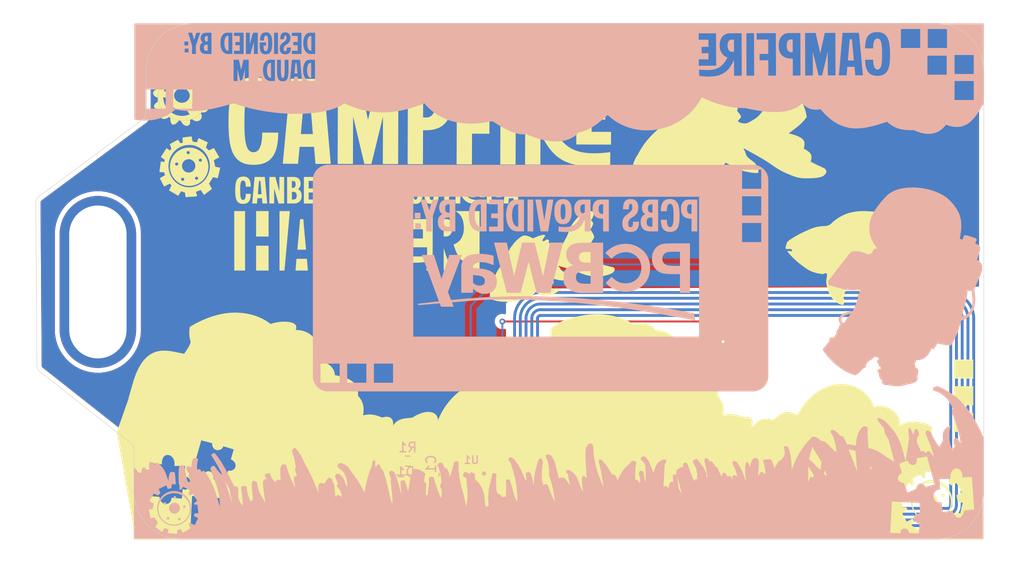
<source format=kicad_pcb>
(kicad_pcb (version 20241229) (generator "pcbnew") (generator_version "9.0")
  (layers (0 "F.Cu" signal) (2 "B.Cu" signal) (13 "F.Paste" user) (15 "B.Paste" user) (5 "F.SilkS" user "F.Silkscreen") (7 "B.SilkS" user "B.Silkscreen") (1 "F.Mask" user) (3 "B.Mask" user) (25 "Edge.Cuts" user))
  (net 0 "")
  (net 1 "Net-(D1-K)")
  (net 2 "Net-(U1-VCC)")
  (net 3 "Net-(D1-A)")
  (net 4 "Net-(J1-Pin_1)")
  (net 5 "Net-(J1-Pin_2)")
  (footprint "Taranium-libs:Lanyard hole" (layer "F.Cu") (at 169.375 65.175 90)
    (property "Reference" "REF**")
    (property "Value" "Lanyard hole")
  )
  (footprint "Taranium-libs:QFN8P50_160X160X50L40X20N" (layer "B.Cu") (at 199.755 94.62 180)
    (property "Reference" "U1")
    (property "Value" "NT3H2111W0FHKH")
  )
  (footprint "Capacitor_SMD:C_0603_1608Metric_Pad1.08x0.95mm_HandSolder" (layer "B.Cu") (at 196.955 94.22 -90)
    (property "Reference" "C1")
    (property "Value" "C")
  )
  (footprint "Taranium-libs:25x_48mm NFC Antenna" (layer "B.Cu") (at 228.34 87.68 180)
    (property "Reference" "J1" (hide yes))
    (property "Value" "Conn_01x02_Pin")
  )
  (footprint "Resistor_SMD:R_0603_1608Metric_Pad0.98x0.95mm_HandSolder" (layer "B.Cu") (at 193.155 92.82 180)
    (property "Reference" "R1")
    (property "Value" "R")
  )
  (footprint "LED_SMD:LED_0805_2012Metric_Pad1.15x1.40mm_HandSolder" (layer "B.Cu") (at 192.955 95.22 180)
    (property "Reference" "D1")
    (property "Value" "LED")
  )
  (gr_poly (pts (xy 247.855231 95.443666) (xy 247.863481 95.444279) (xy 247.871613 95.445288) (xy 247.879616 95.446684) (xy 247.88748 95.448456) (xy 247.895195 95.450594) (xy 247.902751 95.453089) (xy 247.910136 95.455931) (xy 247.917341 95.459109) (xy 247.924356 95.462614) (xy 247.93117 95.466436) (xy 247.937773 95.470564) (xy 247.944154 95.474989) (xy 247.950303 95.479701) (xy 247.95621 95.48469) (xy 247.961865 95.489945) (xy 247.967257 95.495458) (xy 247.972376 95.501218) (xy 247.977212 95.507215) (xy 247.981753 95.513438) (xy 247.985991 95.519879) (xy 247.989914 95.526527) (xy 247.993513 95.533373) (xy 247.996777 95.540405) (xy 247.999695 95.547615) (xy 248.002258 95.554992) (xy 248.004455 95.562527) (xy 248.006275 95.570209) (xy 248.007709 95.578028) (xy 248.008746 95.585975) (xy 248.009376 95.59404) (xy 248.009588 95.602212) (xy 248.009376 95.610384) (xy 248.008746 95.618449) (xy 248.007709 95.626396) (xy 248.006275 95.634215) (xy 248.004455 95.641897) (xy 248.002258 95.649431) (xy 247.999695 95.656808) (xy 247.996777 95.664018) (xy 247.993513 95.671051) (xy 247.989914 95.677896) (xy 247.985991 95.684544) (xy 247.981753 95.690985) (xy 247.977212 95.697208) (xy 247.972376 95.703205) (xy 247.967257 95.708964) (xy 247.961865 95.714477) (xy 247.95621 95.719732) (xy 247.950303 95.724721) (xy 247.944154 95.729433) (xy 247.937773 95.733858) (xy 247.93117 95.737986) (xy 247.924356 95.741807) (xy 247.917341 95.745312) (xy 247.910136 95.74849) (xy 247.902751 95.751332) (xy 247.895195 95.753827) (xy 247.88748 95.755965) (xy 247.879616 95.757737) (xy 247.871613 95.759132) (xy 247.863481 95.760142) (xy 247.855231 95.760754) (xy 247.846873 95.760961) (xy 247.838515 95.760754) (xy 247.830265 95.760142) (xy 247.822133 95.759132) (xy 247.81413 95.757737) (xy 247.806265 95.755965) (xy 247.79855 95.753827) (xy 247.790994 95.751332) (xy 247.783609 95.74849) (xy 247.776403 95.745312) (xy 247.769388 95.741807) (xy 247.762574 95.737986) (xy 247.755971 95.733858) (xy 247.74959 95.729433) (xy 247.74344 95.724721) (xy 247.737532 95.719732) (xy 247.731877 95.714477) (xy 247.726485 95.708964) (xy 247.721366 95.703205) (xy 247.71653 95.697208) (xy 247.711988 95.690985) (xy 247.70775 95.684544) (xy 247.703826 95.677896) (xy 247.700227 95.671051) (xy 247.696963 95.664018) (xy 247.694045 95.656808) (xy 247.691482 95.649431) (xy 247.689285 95.641897) (xy 247.687464 95.634215) (xy 247.68603 95.626396) (xy 247.684993 95.618449) (xy 247.684363 95.610384) (xy 247.684151 95.602212) (xy 247.684363 95.59404) (xy 247.684993 95.585975) (xy 247.68603 95.578028) (xy 247.687464 95.570209) (xy 247.689285 95.562527) (xy 247.691482 95.554992) (xy 247.694045 95.547615) (xy 247.696963 95.540405) (xy 247.700227 95.533373) (xy 247.703826 95.526527) (xy 247.70775 95.519879) (xy 247.711988 95.513438) (xy 247.71653 95.507215) (xy 247.721366 95.501218) (xy 247.726485 95.495458) (xy 247.731877 95.489945) (xy 247.737532 95.48469) (xy 247.74344 95.479701) (xy 247.74959 95.474989) (xy 247.755971 95.470564) (xy 247.762574 95.466436) (xy 247.769388 95.462614) (xy 247.776403 95.459109) (xy 247.783609 95.455931) (xy 247.790994 95.453089) (xy 247.79855 95.450594) (xy 247.806265 95.448456) (xy 247.81413 95.446684) (xy 247.822133 95.445288) (xy 247.830265 95.444279) (xy 247.838515 95.443666) (xy 247.846873 95.44346)) (fill yes) (layer "F.SilkS"))
  (gr_poly (pts (xy 214.446586 52.933547) (xy 214.441825 54.267039) (xy 212.409827 54.259871) (xy 212.404587 55.745763) (xy 213.826987 55.750779) (xy 213.822303 57.084272) (xy 212.399907 57.079248) (xy 212.39538 58.361924) (xy 214.427378 58.369146) (xy 214.422698 59.702567) (xy 210.790497 59.689788) (xy 210.814389 52.920728)) (fill yes) (layer "F.SilkS"))
  (gr_poly (pts (xy 192.591238 71.404346) (xy 195.192753 71.404346) (xy 195.192753 70.445894) (xy 193.741382 70.445894) (xy 193.741382 69.523954) (xy 194.754604 69.523954) (xy 194.754604 68.565499) (xy 193.741382 68.565499) (xy 193.741382 67.497509) (xy 195.192753 67.497509) (xy 195.192753 66.658119) (xy 195.77727 66.658119) (xy 195.77727 72.881118) (xy 195.137986 72.881118) (xy 195.137986 71.970291) (xy 194.969365 71.992558) (xy 194.805665 72.011509) (xy 194.646671 72.027252) (xy 194.492171 72.039892) (xy 194.341949 72.049537) (xy 194.195791 72.056294) (xy 194.053485 72.060269) (xy 193.914816 72.061571) (xy 193.590215 72.052908) (xy 193.289682 72.02693) (xy 193.14794 72.007452) (xy 193.011613 71.98365) (xy 192.880501 71.955525) (xy 192.754404 71.92308) (xy 192.633119 71.886316) (xy 192.516448 71.845235) (xy 192.40419 71.799838) (xy 192.296143 71.750127) (xy 192.192108 71.696104) (xy 192.091884 71.637771) (xy 191.995269 71.575128) (xy 191.902065 71.508179) (xy 191.81207 71.436923) (xy 191.725083 71.361364) (xy 191.559332 71.197341) (xy 191.403209 71.016122) (xy 191.255109 70.817722) (xy 191.113427 70.602152) (xy 190.976558 70.369427) (xy 190.842899 70.11956) (xy 190.710844 69.852564) (xy 190.795379 69.812267) (xy 190.876582 69.768364) (xy 190.954498 69.720832) (xy 191.029173 69.669646) (xy 191.100652 69.614785) (xy 191.16898 69.556223) (xy 191.234204 69.493938) (xy 191.296367 69.427906) (xy 191.355516 69.358104) (xy 191.411695 69.284508) (xy 191.464951 69.207095) (xy 191.515329 69.125842) (xy 191.562874 69.040724) (xy 191.607631 68.951719) (xy 191.649645 68.858803) (xy 191.688963 68.761953) (xy 191.72563 68.661144) (xy 191.75969 68.556355) (xy 191.79119 68.44756) (xy 191.820174 68.334737) (xy 191.846689 68.217863) (xy 191.870778 68.096913) (xy 191.892489 67.971864) (xy 191.911866 67.842694) (xy 191.943799 67.571893) (xy 191.966941 67.284322) (xy 191.981655 66.979793) (xy 191.988305 66.658119) (xy 192.591238 66.658119)) (fill yes) (layer "F.SilkS"))
  (gr_poly (pts (xy 164.061254 86.203156) (xy 162.8 89.8) (xy 164.608941 100.125533) (xy 166 86.8)) (stroke (width 0.1)) (fill yes) (layer "F.SilkS"))
  (gr_poly (pts (xy 252.300125 86.980121) (xy 250.299875 86.980121) (xy 250.299875 84.979871) (xy 252.300125 84.979871)) (fill yes) (layer "F.SilkS"))
  (gr_poly (pts (xy 180.283985 72.881118) (xy 179.762573 72.881118) (xy 179.762573 66.658119) (xy 180.844136 66.658119)) (fill yes) (layer "F.SilkS"))
  (gr_poly (pts (xy 240.999368 66.660746) (xy 241.243714 66.670124) (xy 241.694917 66.697329) (xy 241.768764 66.70258) (xy 241.83643 66.708641) (xy 241.898165 66.715486) (xy 241.954214 66.723087) (xy 242.004825 66.731418) (xy 242.050245 66.740452) (xy 242.090722 66.750161) (xy 242.126501 66.760519) (xy 242.157832 66.771499) (xy 242.18496 66.783075) (xy 242.208132 66.795219) (xy 242.227597 66.807904) (xy 242.243601 66.821103) (xy 242.25639 66.834791) (xy 242.266214 66.848939) (xy 242.273317 66.863521) (xy 242.277949 66.878509) (xy 242.280355 66.893878) (xy 242.280783 66.9096) (xy 242.27948 66.925648) (xy 242.276693 66.941996) (xy 242.27267 66.958616) (xy 242.261902 66.992567) (xy 242.236399 67.062555) (xy 242.225619 67.098162) (xy 242.221587 67.116025) (xy 242.21879 67.133891) (xy 242.217516 67.139982) (xy 242.215138 67.146342) (xy 242.211719 67.152961) (xy 242.207322 67.159828) (xy 242.195848 67.174267) (xy 242.181224 67.189578) (xy 242.163959 67.20568) (xy 242.14456 67.222491) (xy 242.101392 67.257915) (xy 242.055784 67.2952) (xy 242.033334 67.314336) (xy 242.011798 67.333694) (xy 241.991683 67.35319) (xy 241.973497 67.372745) (xy 241.957748 67.392277) (xy 241.950946 67.402009) (xy 241.944944 67.411704) (xy 241.943224 67.416534) (xy 241.94315 67.422061) (xy 241.944655 67.428242) (xy 241.94767 67.435029) (xy 241.957954 67.45024) (xy 241.973451 67.467329) (xy 241.99361 67.48593) (xy 242.017881 67.505675) (xy 242.045714 67.5262) (xy 242.076558 67.547138) (xy 242.109862 67.568122) (xy 242.145076 67.588786) (xy 242.181649 67.608765) (xy 242.21903 67.627691) (xy 242.25667 67.645198) (xy 242.294017 67.660921) (xy 242.330522 67.674493) (xy 242.365633 67.685548) (xy 242.495107 67.722953) (xy 242.62104 67.762141) (xy 242.682059 67.782803) (xy 242.741448 67.80439) (xy 242.798959 67.827061) (xy 242.854344 67.850976) (xy 242.907356 67.876294) (xy 242.957745 67.903176) (xy 243.005265 67.931781) (xy 243.049667 67.962268) (xy 243.070621 67.978268) (xy 243.090702 67.994798) (xy 243.10988 68.011878) (xy 243.128123 68.029529) (xy 243.145401 68.04777) (xy 243.161682 68.066622) (xy 243.176936 68.086104) (xy 243.191131 68.106236) (xy 243.216652 68.146499) (xy 243.239638 68.186866) (xy 243.260197 68.227254) (xy 243.278442 68.267583) (xy 243.294482 68.307768) (xy 243.308428 68.34773) (xy 243.32039 68.387384) (xy 243.33048 68.42665) (xy 243.338808 68.465445) (xy 243.345484 68.503687) (xy 243.350618 68.541294) (xy 243.354323 68.578183) (xy 243.356707 68.614274) (xy 243.357882 68.649482) (xy 243.357046 68.716927) (xy 243.3527 68.77986) (xy 243.345728 68.837625) (xy 243.337015 68.889564) (xy 243.327445 68.935022) (xy 243.317903 68.97334) (xy 243.309274 69.003862) (xy 243.298292 69.038891) (xy 243.297465 69.045701) (xy 243.298544 69.054248) (xy 243.305882 69.076261) (xy 243.319233 69.104342) (xy 243.337523 69.137899) (xy 243.384634 69.21909) (xy 243.438633 69.315117) (xy 243.465534 69.36722) (xy 243.490939 69.421264) (xy 243.513776 69.476659) (xy 243.532972 69.532815) (xy 243.547454 69.589144) (xy 243.552592 69.617188) (xy 243.55615 69.645055) (xy 243.557993 69.672669) (xy 243.557987 69.699959) (xy 243.555998 69.726849) (xy 243.551893 69.753266) (xy 243.545487 69.782401) (xy 243.53821 69.809598) (xy 243.530111 69.834962) (xy 243.521239 69.858598) (xy 243.511644 69.880609) (xy 243.501374 69.9011) (xy 243.490479 69.920174) (xy 243.479009 69.937936) (xy 243.467013 69.95449) (xy 243.45454 69.969941) (xy 243.44164 69.984392) (xy 243.428362 69.997947) (xy 243.414754 70.010711) (xy 243.400868 70.022788) (xy 243.372454 70.045297) (xy 243.314444 70.086654) (xy 243.285637 70.107167) (xy 243.25749 70.128682) (xy 243.230395 70.152032) (xy 243.217366 70.164656) (xy 243.204749 70.17805) (xy 243.192592 70.19232) (xy 243.180946 70.207569) (xy 243.169859 70.223903) (xy 243.15938 70.241423) (xy 243.14737 70.263888) (xy 243.136573 70.286128) (xy 243.126894 70.308145) (xy 243.118236 70.329941) (xy 243.103595 70.372874) (xy 243.091877 70.41494) (xy 243.082306 70.456151) (xy 243.074109 70.49652) (xy 243.058743 70.574779) (xy 243.050025 70.612694) (xy 243.039585 70.649816) (xy 243.026649 70.686156) (xy 243.019004 70.704038) (xy 243.010444 70.721729) (xy 243.000873 70.739231) (xy 242.990195 70.756545) (xy 242.978312 70.773673) (xy 242.965128 70.790617) (xy 242.950546 70.807378) (xy 242.934469 70.823958) (xy 242.916801 70.840358) (xy 242.897444 70.856579) (xy 242.858238 70.886281) (xy 242.819969 70.912095) (xy 242.782409 70.934233) (xy 242.745329 70.952906) (xy 242.7085 70.968326) (xy 242.671693 70.980703) (xy 242.634679 70.990248) (xy 242.59723 70.997173) (xy 242.559117 71.001689) (xy 242.520111 71.004007) (xy 242.479983 71.004338) (xy 242.438505 71.002893) (xy 242.395447 70.999883) (xy 242.350581 70.995521) (xy 242.25451 70.983579) (xy 242.238705 70.980988) (xy 242.222575 70.977509) (xy 242.206165 70.973223) (xy 242.189522 70.968209) (xy 242.155718 70.956317) (xy 242.121526 70.942472) (xy 242.087313 70.927313) (xy 242.053444 70.911479) (xy 241.988196 70.880342) (xy 241.957548 70.866317) (xy 241.928704 70.854172) (xy 241.902029 70.844547) (xy 241.88962 70.840879) (xy 241.87789 70.838081) (xy 241.866884 70.836232) (xy 241.856649 70.835412) (xy 241.847231 70.835701) (xy 241.838674 70.837179) (xy 241.831025 70.839926) (xy 241.82433 70.844022) (xy 241.818633 70.849546) (xy 241.81398 70.856579) (xy 241.808728 70.867422) (xy 241.804396 70.878162) (xy 241.800954 70.888803) (xy 241.798369 70.899347) (xy 241.796609 70.909798) (xy 241.795642 70.920157) (xy 241.795438 70.930427) (xy 241.795964 70.940612) (xy 241.797187 70.950712) (xy 241.799078 70.960733) (xy 241.801603 70.970675) (xy 241.804731 70.980542) (xy 241.80843 70.990336) (xy 241.812668 71.00006) (xy 241.817414 71.009716) (xy 241.822635 71.019308) (xy 241.834379 71.038308) (xy 241.847644 71.057081) (xy 241.862176 71.075648) (xy 241.877721 71.09403) (xy 241.894024 71.11225) (xy 241.910832 71.130327) (xy 241.944944 71.166141) (xy 241.965934 71.180833) (xy 241.998443 71.193682) (xy 242.041431 71.204726) (xy 242.093855 71.214004) (xy 242.154676 71.221557) (xy 242.222851 71.227422) (xy 242.3771 71.234246) (xy 242.54827 71.234789) (xy 242.728032 71.229364) (xy 242.908055 71.218284) (xy 243.080008 71.201861) (xy 243.173699 71.189037) (xy 243.266835 71.172367) (xy 243.359351 71.15212) (xy 243.451182 71.128564) (xy 243.542263 71.101967) (xy 243.63253 71.072597) (xy 243.810362 71.006609) (xy 243.984159 70.932745) (xy 244.153403 70.853149) (xy 244.317577 70.769965) (xy 244.476162 70.685337) (xy 244.774495 70.520327) (xy 245.044257 70.375272) (xy 245.167129 70.315588) (xy 245.281305 70.267326) (xy 245.386266 70.232629) (xy 245.435129 70.221037) (xy 245.481495 70.213641) (xy 245.511265 70.21091) (xy 245.539682 70.209617) (xy 245.566935 70.209533) (xy 245.593217 70.210427) (xy 245.618718 70.212068) (xy 245.643628 70.214228) (xy 245.692438 70.219178) (xy 245.741173 70.223436) (xy 245.765989 70.22473) (xy 245.791359 70.225161) (xy 245.817472 70.224497) (xy 245.84452 70.222509) (xy 245.872694 70.218967) (xy 245.902183 70.213641) (xy 245.922579 70.209036) (xy 245.942272 70.20392) (xy 245.979737 70.192285) (xy 246.014951 70.178999) (xy 246.048286 70.164324) (xy 246.080114 70.148524) (xy 246.110807 70.131859) (xy 246.170277 70.096991) (xy 246.229672 70.061822) (xy 246.260271 70.04478) (xy 246.291968 70.028452) (xy 246.325135 70.013098) (xy 246.360143 69.998983) (xy 246.397365 69.986368) (xy 246.416923 69.980705) (xy 246.437173 69.975516) (xy 246.473958 69.967149) (xy 246.508618 69.960103) (xy 246.541467 69.95427) (xy 246.572817 69.949542) (xy 246.602981 69.945812) (xy 246.632271 69.942972) (xy 246.661002 69.940914) (xy 246.689484 69.93953) (xy 246.746958 69.938354) (xy 246.807195 69.938581) (xy 246.945965 69.939797) (xy 246.99736 69.93821) (xy 247.04719 69.93384) (xy 247.095638 69.92727) (xy 247.142889 69.919087) (xy 247.323592 69.881924) (xy 247.36761 69.874451) (xy 247.411534 69.868876) (xy 247.455545 69.865784) (xy 247.499829 69.86576) (xy 247.522131 69.867082) (xy 247.544569 69.86939) (xy 247.567167 69.872757) (xy 247.589948 69.877257) (xy 247.612935 69.882963) (xy 247.636151 69.889949) (xy 247.659618 69.898286) (xy 247.68336 69.908049) (xy 247.712383 69.921212) (xy 247.739962 69.934694) (xy 247.766159 69.948596) (xy 247.791038 69.963019) (xy 247.814661 69.978066) (xy 247.837091 69.993836) (xy 247.85839 70.010432) (xy 247.878623 70.027954) (xy 247.89785 70.046504) (xy 247.916136 70.066183) (xy 247.933543 70.087093) (xy 247.950133 70.109334) (xy 247.96597 70.133008) (xy 247.981116 70.158216) (xy 247.995635 70.18506) (xy 248.009588 70.213641) (xy 248.014447 70.228386) (xy 248.015619 70.243146) (xy 248.013306 70.257953) (xy 248.007715 70.27284) (xy 247.99905 70.287842) (xy 247.987515 70.302989) (xy 247.973315 70.318317) (xy 247.956655 70.333857) (xy 247.916773 70.365708) (xy 247.869505 70.398807) (xy 247.75936 70.469805) (xy 247.699757 70.508232) (xy 247.639317 70.548965) (xy 247.579678 70.592268) (xy 247.522475 70.638404) (xy 247.469346 70.687639) (xy 247.444821 70.713501) (xy 247.421928 70.740237) (xy 247.400873 70.76788) (xy 247.381859 70.796462) (xy 247.365091 70.826018) (xy 247.350774 70.856579) (xy 247.338622 70.887752) (xy 247.328003 70.919572) (xy 247.318835 70.951956) (xy 247.311034 70.984824) (xy 247.304515 71.018092) (xy 247.299195 71.051681) (xy 247.291814 71.11949) (xy 247.288218 71.187596) (xy 247.287737 71.255346) (xy 247.289697 71.322086) (xy 247.293427 71.387162) (xy 247.312603 71.617746) (xy 247.315101 71.664692) (xy 247.315336 71.706051) (xy 247.312637 71.741169) (xy 247.309977 71.756183) (xy 247.306331 71.769391) (xy 247.300917 71.781737) (xy 247.292969 71.794207) (xy 247.282653 71.806789) (xy 247.270132 71.819466) (xy 247.255572 71.832224) (xy 247.239135 71.84505) (xy 247.201294 71.870843) (xy 247.157922 71.896729) (xy 247.110336 71.922592) (xy 247.007779 71.973782) (xy 246.904144 72.023485) (xy 246.80995 72.070769) (xy 246.769681 72.093213) (xy 246.735718 72.114704) (xy 246.709375 72.135126) (xy 246.699473 72.144899) (xy 246.691968 72.154361) (xy 246.681013 72.171663) (xy 246.671595 72.188938) (xy 246.663616 72.206191) (xy 246.656976 72.223425) (xy 246.651577 72.240644) (xy 246.647318 72.257852) (xy 246.6441 72.275053) (xy 246.641825 72.29225) (xy 246.639704 72.326651) (xy 246.640161 72.361083) (xy 246.642402 72.395579) (xy 246.645632 72.430169) (xy 246.651884 72.499754) (xy 246.653317 72.534809) (xy 246.652564 72.570082) (xy 246.651119 72.587809) (xy 246.648829 72.605602) (xy 246.645596 72.623464) (xy 246.641319 72.6414) (xy 246.635901 72.659413) (xy 246.62924 72.677507) (xy 246.621239 72.695686) (xy 246.611797 72.713953) (xy 246.598904 72.736844) (xy 246.586636 72.757496) (xy 246.574876 72.776209) (xy 246.563503 72.793285) (xy 246.5524 72.809024) (xy 246.541448 72.823726) (xy 246.530529 72.837692) (xy 246.519523 72.851223) (xy 246.47227 72.907003) (xy 246.445044 72.940095) (xy 246.430116 72.958993) (xy 246.414153 72.979861) (xy 246.403564 72.994544) (xy 246.394063 73.009336) (xy 246.38557 73.024219) (xy 246.378002 73.039174) (xy 246.371276 73.054182) (xy 246.36531 73.069226) (xy 246.360022 73.084287) (xy 246.355329 73.099347) (xy 246.347399 73.129387) (xy 246.34086 73.159201) (xy 246.329321 73.217559) (xy 246.323003 73.245808) (xy 246.315439 73.273242) (xy 246.310984 73.286606) (xy 246.305971 73.299711) (xy 246.300316 73.312539) (xy 246.293939 73.325071) (xy 246.286755 73.337287) (xy 246.278683 73.349172) (xy 246.269641 73.360704) (xy 246.259546 73.371867) (xy 246.248316 73.382642) (xy 246.235867 73.39301) (xy 246.222119 73.402953) (xy 246.206988 73.412453) (xy 246.199008 73.416348) (xy 246.189979 73.419365) (xy 246.168952 73.422999) (xy 246.144263 73.423825) (xy 246.116266 73.422312) (xy 246.085316 73.418931) (xy 246.051767 73.414149) (xy 245.978291 73.402264) (xy 245.898676 73.390413) (xy 245.857453 73.385673) (xy 245.815758 73.38235) (xy 245.773948 73.380913) (xy 245.732376 73.381831) (xy 245.691397 73.385573) (xy 245.651365 73.39261) (xy 245.635638 73.396438) (xy 245.620717 73.400668) (xy 245.606548 73.40527) (xy 245.593076 73.410216) (xy 245.580249 73.415474) (xy 245.568011 73.421016) (xy 245.556307 73.426812) (xy 245.545085 73.432832) (xy 245.523867 73.445425) (xy 245.503922 73.458557) (xy 245.466117 73.485489) (xy 245.44739 73.498813) (xy 245.428201 73.511725) (xy 245.408117 73.523987) (xy 245.397604 73.529801) (xy 245.386705 73.535363) (xy 245.375364 73.540643) (xy 245.363529 73.545613) (xy 245.351145 73.550242) (xy 245.338157 73.5545) (xy 245.324512 73.558359) (xy 245.310155 73.561787) (xy 245.295033 73.564756) (xy 245.27909 73.567236) (xy 245.24544 73.570811) (xy 245.210548 73.57277) (xy 245.174825 73.573357) (xy 245.138685 73.572816) (xy 245.10254 73.571392) (xy 245.066802 73.569328) (xy 244.998203 73.564259) (xy 244.936189 73.559561) (xy 244.908684 73.557963) (xy 244.884063 73.55719) (xy 244.86274 73.557486) (xy 244.845126 73.559097) (xy 244.83784 73.560471) (xy 244.831636 73.562265) (xy 244.826566 73.56451) (xy 244.822681 73.567236) (xy 244.816934 73.573256) (xy 244.812454 73.579986) (xy 244.80919 73.587392) (xy 244.807088 73.595443) (xy 244.806094 73.604106) (xy 244.806157 73.613349) (xy 244.807224 73.623141) (xy 244.809241 73.633449) (xy 244.812155 73.644241) (xy 244.815914 73.655484) (xy 244.825755 73.679199) (xy 244.838339 73.704337) (xy 244.853244 73.73064) (xy 244.870047 73.757852) (xy 244.888324 73.785715) (xy 244.927607 73.842371) (xy 245.005245 73.952204) (xy 245.018669 73.971282) (xy 245.032425 73.989193) (xy 245.046478 74.00602) (xy 245.060793 74.021848) (xy 245.075335 74.036761) (xy 245.090068 74.050843) (xy 245.104958 74.064177) (xy 245.119969 74.076849) (xy 245.150213 74.100539) (xy 245.180521 74.122587) (xy 245.240198 74.164443) (xy 245.269006 74.185597) (xy 245.29675 74.207799) (xy 245.310136 74.219503) (xy 245.323151 74.231721) (xy 245.335759 74.244537) (xy 245.347925 74.258035) (xy 245.359615 74.2723) (xy 245.370793 74.287415) (xy 245.381424 74.303465) (xy 245.391473 74.320533) (xy 245.400904 74.338704) (xy 245.409683 74.358062) (xy 245.417774 74.37869) (xy 245.425142 74.400673) (xy 245.433269 74.427135) (xy 245.440638 74.452776) (xy 245.447179 74.477704) (xy 245.452823 74.502024) (xy 245.457499 74.525846) (xy 245.461138 74.549276) (xy 245.46367 74.572422) (xy 245.465025 74.59539) (xy 245.465134 74.618289) (xy 245.463928 74.641225) (xy 245.461335 74.664307) (xy 245.457286 74.68764) (xy 245.451713 74.711333) (xy 245.444544 74.735493) (xy 245.43571 74.760226) (xy 245.425142 74.785642) (xy 245.419036 74.798278) (xy 245.411915 74.810901) (xy 245.394859 74.836199) (xy 245.374421 74.86172) (xy 245.35105 74.887648) (xy 245.325196 74.914169) (xy 245.297308 74.941464) (xy 245.237221 74.99912) (xy 245.205921 75.029849) (xy 245.174381 75.062089) (xy 245.14305 75.096027) (xy 245.112378 75.131845) (xy 245.082812 75.169728) (xy 245.054802 75.209861) (xy 245.041521 75.230828) (xy 245.028797 75.252427) (xy 245.016686 75.27468) (xy 245.005245 75.29761) (xy 244.997169 75.315236) (xy 244.989601 75.333352) (xy 244.975941 75.370807) (xy 244.964164 75.409489) (xy 244.954171 75.448908) (xy 244.945862 75.488575) (xy 244.939137 75.528003) (xy 244.933895 75.566703) (xy 244.930037 75.604186) (xy 244.927463 75.639964) (xy 244.926072 75.673549) (xy 244.925766 75.704452) (xy 244.926443 75.732184) (xy 244.928004 75.756258) (xy 244.930349 75.776184) (xy 244.933378 75.791475) (xy 244.93699 75.801641) (xy 244.945421 75.816636) (xy 244.954324 75.830204) (xy 244.963678 75.842435) (xy 244.973457 75.853419) (xy 244.983638 75.863245) (xy 244.994197 75.872004) (xy 245.005109 75.879786) (xy 245.016351 75.886681) (xy 245.027899 75.892778) (xy 245.039729 75.898169) (xy 245.064138 75.907187) (xy 245.089387 75.914456) (xy 245.115283 75.920695) (xy 245.168251 75.932964) (xy 245.194939 75.940433) (xy 245.221508 75.949752) (xy 245.234687 75.95533) (xy 245.247765 75.961641) (xy 245.260717 75.968774) (xy 245.273519 75.976819) (xy 245.286147 75.985866) (xy 245.298578 75.996006) (xy 245.310786 76.007328) (xy 245.32275 76.019923) (xy 245.337091 76.03662) (xy 245.350379 76.053189) (xy 245.362659 76.06962) (xy 245.373976 76.085902) (xy 245.384374 76.102026) (xy 245.393899 76.117982) (xy 245.402595 76.133758) (xy 245.410506 76.149346) (xy 245.417678 76.164735) (xy 245.424155 76.179916) (xy 245.429983 76.194877) (xy 245.435205 76.209609) (xy 245.444013 76.238346) (xy 245.450937 76.266045) (xy 245.456336 76.292626) (xy 245.460567 76.318008) (xy 245.466961 76.364854) (xy 245.472981 76.405936) (xy 245.476747 76.424114) (xy 245.481495 76.440609) (xy 245.485232 76.450752) (xy 245.48943 76.460237) (xy 245.49406 76.469109) (xy 245.499095 76.477409) (xy 245.504506 76.48518) (xy 245.510267 76.492464) (xy 245.516348 76.499306) (xy 245.522722 76.505746) (xy 245.529362 76.511828) (xy 245.536238 76.517595) (xy 245.550591 76.528352) (xy 245.565558 76.538358) (xy 245.580915 76.547955) (xy 245.611909 76.567287) (xy 245.627099 76.577705) (xy 245.641787 76.589078) (xy 245.648872 76.595229) (xy 245.655748 76.601748) (xy 245.662387 76.608676) (xy 245.668761 76.616056) (xy 245.674842 76.623932) (xy 245.680602 76.632344) (xy 245.686013 76.641338) (xy 245.691048 76.650953) (xy 245.69721 76.664262) (xy 245.702479 76.677237) (xy 245.706897 76.689903) (xy 245.710505 76.702285) (xy 245.713345 76.714409) (xy 245.715459 76.7263) (xy 245.716888 76.737982) (xy 245.717675 76.749481) (xy 245.71786 76.760822) (xy 245.717486 76.772031) (xy 245.715226 76.794151) (xy 245.71123 76.816041) (xy 245.70583 76.837903) (xy 245.69936 76.859937) (xy 245.692155 76.882347) (xy 245.676871 76.929092) (xy 245.669461 76.95383) (xy 245.662649 76.979747) (xy 245.656769 77.007044) (xy 245.652156 77.035922) (xy 245.647475 77.078707) (xy 245.644807 77.120336) (xy 245.643804 77.160961) (xy 245.644118 77.200735) (xy 245.647299 77.278336) (xy 245.651559 77.354356) (xy 245.654109 77.430011) (xy 245.65387 77.468082) (xy 245.652156 77.506518) (xy 245.64862 77.545471) (xy 245.642912 77.585093) (xy 245.634683 77.625537) (xy 245.623584 77.666954) (xy 245.600304 77.746543) (xy 245.589064 77.784228) (xy 245.577693 77.82052) (xy 245.565895 77.85543) (xy 245.553371 77.888968) (xy 245.539824 77.921145) (xy 245.524957 77.95197) (xy 245.516934 77.966879) (xy 245.50847 77.981453) (xy 245.499527 77.995695) (xy 245.490068 78.009606) (xy 245.480055 78.023186) (xy 245.469452 78.036438) (xy 245.458221 78.049361) (xy 245.446325 78.061959) (xy 245.433726 78.074231) (xy 245.420389 78.08618) (xy 245.406274 78.097806) (xy 245.391346 78.10911) (xy 245.375566 78.120095) (xy 245.358899 78.130761) (xy 245.341305 78.14111) (xy 245.32275 78.151142) (xy 245.300792 78.161131) (xy 245.277856 78.169014) (xy 245.254052 78.174911) (xy 245.229489 78.178936) (xy 245.204277 78.181208) (xy 245.178526 78.181845) (xy 245.152347 78.180963) (xy 245.125848 78.178679) (xy 245.09914 78.175111) (xy 245.072332 78.170376) (xy 245.045535 78.164591) (xy 245.018858 78.157874) (xy 244.966305 78.142111) (xy 244.915552 78.124025) (xy 244.867478 78.104554) (xy 244.822962 78.084637) (xy 244.782883 78.065209) (xy 244.74812 78.047211) (xy 244.698058 78.019253) (xy 244.679808 78.008267) (xy 243.866219 77.591548) (xy 243.709309 77.483957) (xy 243.542238 77.359676) (xy 243.445026 77.282893) (xy 243.341926 77.197481) (xy 243.23536 77.104292) (xy 243.12775 77.004177) (xy 243.021519 76.897986) (xy 242.919089 76.786571) (xy 242.822881 76.670781) (xy 242.735319 76.551467) (xy 242.695537 76.490755) (xy 242.658824 76.429481) (xy 242.625484 76.367752) (xy 242.595818 76.305673) (xy 242.565271 76.232255) (xy 242.539566 76.160703) (xy 242.518042 76.090737) (xy 242.500038 76.022077) (xy 242.484893 75.954445) (xy 242.471947 75.887561) (xy 242.450007 75.754919) (xy 242.42893 75.621917) (xy 242.417063 75.554582) (xy 242.40343 75.486318) (xy 242.387368 75.416846) (xy 242.368219 75.345888) (xy 242.34532 75.273162) (xy 242.318011 75.198391) (xy 242.25832 75.051006) (xy 242.193212 74.89889) (xy 242.123964 74.744006) (xy 242.051855 74.58832) (xy 241.904173 74.282401) (xy 241.760398 73.996853) (xy 241.630761 73.747395) (xy 241.525496 73.549748) (xy 241.429004 73.372767) (xy 241.42013 73.477454) (xy 241.392773 73.736929) (xy 241.371819 73.899126) (xy 241.34583 74.069316) (xy 241.31467 74.237264) (xy 241.297107 74.317199) (xy 241.278199 74.392736) (xy 241.272322 74.418001) (xy 241.268021 74.443889) (xy 241.265196 74.470324) (xy 241.263749 74.497233) (xy 241.263581 74.52454) (xy 241.264594 74.55217) (xy 241.266687 74.580049) (xy 241.269764 74.608102) (xy 241.278468 74.664429) (xy 241.289917 74.720552) (xy 241.303319 74.775874) (xy 241.317884 74.829794) (xy 241.347339 74.931035) (xy 241.371958 75.019487) (xy 241.380476 75.05742) (xy 241.385414 75.090359) (xy 241.386293 75.104768) (xy 241.385979 75.117705) (xy 241.384376 75.129093) (xy 241.381382 75.138859) (xy 241.374223 75.154979) (xy 241.366649 75.169982) (xy 241.358664 75.183909) (xy 241.350273 75.196798) (xy 241.34148 75.208689) (xy 241.332291 75.219623) (xy 241.322708 75.229638) (xy 241.312737 75.238775) (xy 241.302383 75.247073) (xy 241.29165 75.254572) (xy 241.280541 75.261311) (xy 241.269063 75.26733) (xy 241.257218 75.272668) (xy 241.245013 75.277367) (xy 241.219535 75.285) (xy 241.192667 75.290547) (xy 241.164442 75.294325) (xy 241.134898 75.296651) (xy 241.10407 75.297842) (xy 241.038704 75.298091) (xy 240.968633 75.29761) (xy 240.938696 75.297016) (xy 240.909143 75.295256) (xy 240.851092 75.288381) (xy 240.794284 75.277262) (xy 240.738523 75.262177) (xy 240.683612 75.243403) (xy 240.629355 75.221219) (xy 240.575557 75.195903) (xy 240.522022 75.167733) (xy 240.468552 75.136986) (xy 240.414952 75.10394) (xy 240.361026 75.068873) (xy 240.306577 75.032064) (xy 240.079634 74.872954) (xy 239.950023 74.781433) (xy 239.889884 74.737497) (xy 239.832568 74.694189) (xy 239.777857 74.651071) (xy 239.725534 74.607701) (xy 239.675381 74.563639) (xy 239.627183 74.518446) (xy 239.580721 74.47168) (xy 239.535778 74.422902) (xy 239.492139 74.371672) (xy 239.449584 74.31755) (xy 239.407898 74.260094) (xy 239.366863 74.198866) (xy 239.326263 74.133424) (xy 239.285879 74.063329) (xy 239.267235 74.028219) (xy 239.249376 73.991499) (xy 239.215967 73.913943) (xy 239.18555 73.832092) (xy 239.158023 73.747374) (xy 239.133284 73.661219) (xy 239.111232 73.575056) (xy 239.091763 73.490315) (xy 239.074777 73.408425) (xy 239.047843 73.258917) (xy 239.029615 73.137967) (xy 239.016011 73.027485) (xy 238.976865 73.015547) (xy 238.957077 73.009939) (xy 238.937254 73.004912) (xy 238.917478 73.000723) (xy 238.89783 72.997626) (xy 238.878391 72.995878) (xy 238.868775 72.99559) (xy 238.859243 72.995735) (xy 238.849803 72.996345) (xy 238.840467 72.997452) (xy 238.831243 72.999088) (xy 238.822144 73.001285) (xy 238.813178 73.004075) (xy 238.804356 73.00749) (xy 238.795688 73.011562) (xy 238.787184 73.016323) (xy 238.778855 73.021805) (xy 238.77071 73.02804) (xy 238.76276 73.035059) (xy 238.755015 73.042896) (xy 238.747485 73.051581) (xy 238.74018 73.061146) (xy 238.733111 73.071625) (xy 238.726287 73.083048) (xy 238.772711 73.187478) (xy 238.821053 73.303598) (xy 238.877535 73.449503) (xy 238.935699 73.615582) (xy 238.963394 73.703182) (xy 238.989087 73.792222) (xy 239.01197 73.881498) (xy 239.031238 73.96981) (xy 239.046081 74.055957) (xy 239.055694 74.138735) (xy 239.061392 74.223454) (xy 239.0643 74.306441) (xy 239.064528 74.387539) (xy 239.062184 74.466592) (xy 239.057378 74.543442) (xy 239.050218 74.617931) (xy 239.040813 74.689902) (xy 239.029273 74.759199) (xy 239.015705 74.825663) (xy 239.00022 74.889137) (xy 238.982925 74.949465) (xy 238.963931 75.006488) (xy 238.943345 75.060049) (xy 238.921277 75.109992) (xy 238.897836 75.156158) (xy 238.87313 75.198391) (xy 238.845652 75.244912) (xy 238.821253 75.292067) (xy 238.799923 75.339652) (xy 238.781653 75.387464) (xy 238.766434 75.4353) (xy 238.754256 75.482955) (xy 238.745111 75.530226) (xy 238.738988 75.57691) (xy 238.73588 75.622804) (xy 238.735776 75.667703) (xy 238.738667 75.711405) (xy 238.744544 75.753705) (xy 238.753398 75.794402) (xy 238.765219 75.83329) (xy 238.779999 75.870166) (xy 238.797728 75.904828) (xy 238.806626 75.921853) (xy 238.814152 75.939404) (xy 238.820371 75.957428) (xy 238.825348 75.97587) (xy 238.829149 75.994675) (xy 238.831839 76.013789) (xy 238.833484 76.033158) (xy 238.834149 76.052726) (xy 238.833899 76.07244) (xy 238.8328 76.092244) (xy 238.830917 76.112085) (xy 238.828317 76.131907) (xy 238.821223 76.17128) (xy 238.812042 76.209926) (xy 238.801297 76.247409) (xy 238.789513 76.283294) (xy 238.777212 76.317143) (xy 238.764918 76.348522) (xy 238.726287 76.440609) (xy 238.722263 76.447494) (xy 238.716068 76.453283) (xy 238.707809 76.458002) (xy 238.697592 76.461679) (xy 238.671715 76.466013) (xy 238.639295 76.466499) (xy 238.601187 76.46335) (xy 238.558248 76.456781) (xy 238.511334 76.447007) (xy 238.461303 76.43424) (xy 238.409011 76.418697) (xy 238.355314 76.400589) (xy 238.301069 76.380133) (xy 238.247133 76.357542) (xy 238.194361 76.33303) (xy 238.143611 76.306811) (xy 238.095739 76.2791) (xy 238.051602 76.25011) (xy 237.923266 76.154165) (xy 237.804409 76.053797) (xy 237.694654 75.948927) (xy 237.593623 75.839472) (xy 237.500939 75.725351) (xy 237.416226 75.606482) (xy 237.339105 75.482784) (xy 237.269201 75.354175) (xy 237.206135 75.220574) (xy 237.149531 75.081899) (xy 237.099011 74.938069) (xy 237.054198 74.789002) (xy 237.014716 74.634616) (xy 236.980187 74.474831) (xy 236.950233 74.309565) (xy 236.924478 74.138735) (xy 236.921031 74.103493) (xy 236.919826 74.065888) (xy 236.920619 74.026195) (xy 236.923165 73.98469) (xy 236.932532 73.897341) (xy 236.945966 73.806037) (xy 236.977185 73.620361) (xy 236.991046 73.530384) (xy 237.001125 73.445247) (xy 237.00546 73.367146) (xy 237.004861 73.331421) (xy 237.00209 73.29828) (xy 236.996901 73.267996) (xy 236.989051 73.240846) (xy 236.978293 73.217104) (xy 236.964382 73.197044) (xy 236.947073 73.180942) (xy 236.926121 73.169072) (xy 236.90128 73.161708) (xy 236.872306 73.159127) (xy 236.838952 73.161601) (xy 236.800974 73.169407) (xy 236.758127 73.182818) (xy 236.710164 73.202111) (xy 236.654944 73.225284) (xy 236.63067 73.234111) (xy 236.607722 73.241156) (xy 236.585425 73.24646) (xy 236.563105 73.250066) (xy 236.540087 73.252017) (xy 236.515697 73.252355) (xy 236.489261 73.251123) (xy 236.460103 73.248364) (xy 236.427551 73.24412) (xy 236.39093 73.238433) (xy 236.302781 73.222901) (xy 236.190262 73.202111) (xy 236.019404 73.167971) (xy 235.861578 73.130933) (xy 235.715351 73.090842) (xy 235.579289 73.047546) (xy 235.451958 73.000889) (xy 235.331928 72.950718) (xy 235.217763 72.896879) (xy 235.108031 72.839217) (xy 235.001298 72.777579) (xy 234.896133 72.711811) (xy 234.791102 72.641757) (xy 234.684771 72.567265) (xy 234.462478 72.404349) (xy 234.217791 72.22183) (xy 234.100976 72.131856) (xy 233.981462 72.033818) (xy 233.860735 71.929579) (xy 233.740279 71.820998) (xy 233.621579 71.709935) (xy 233.506121 71.598252) (xy 233.395389 71.487809) (xy 233.290868 71.380465) (xy 233.194044 71.278082) (xy 233.106401 71.182521) (xy 233.029424 71.09564) (xy 232.964599 71.019302) (xy 232.91341 70.955366) (xy 232.877342 70.905694) (xy 232.857881 70.872144) (xy 232.854842 70.861997) (xy 232.856512 70.856579) (xy 232.863683 70.85204) (xy 232.871862 70.848077) (xy 232.880979 70.844662) (xy 232.890964 70.841766) (xy 232.913263 70.83742) (xy 232.938203 70.834813) (xy 232.965229 70.833717) (xy 232.993788 70.833906) (xy 233.023322 70.835153) (xy 233.053278 70.837231) (xy 233.112233 70.842975) (xy 233.166212 70.849324) (xy 233.210774 70.854463) (xy 233.228137 70.856012) (xy 233.24148 70.856579) (xy 233.256208 70.85611) (xy 233.269873 70.854735) (xy 233.282483 70.852501) (xy 233.294045 70.849456) (xy 233.304565 70.845645) (xy 233.314051 70.841118) (xy 233.322511 70.83592) (xy 233.329952 70.8301) (xy 233.336381 70.823704) (xy 233.341806 70.81678) (xy 233.346233 70.809375) (xy 233.34967 70.801536) (xy 233.352124 70.79331) (xy 233.353602 70.784745) (xy 233.354113 70.775888) (xy 233.353662 70.766786) (xy 233.352258 70.757487) (xy 233.349908 70.748036) (xy 233.346618 70.738483) (xy 233.342397 70.728874) (xy 233.337251 70.719256) (xy 233.331188 70.709676) (xy 233.324215 70.700183) (xy 233.316339 70.690822) (xy 233.307568 70.681641) (xy 233.297909 70.672688) (xy 233.287369 70.66401) (xy 233.275955 70.655654) (xy 233.263676 70.647666) (xy 233.250537 70.640095) (xy 233.236547 70.632988) (xy 233.221712 70.626392) (xy 233.207399 70.623049) (xy 233.185407 70.6212) (xy 233.156842 70.620572) (xy 233.122808 70.62089) (xy 232.954069 70.626134) (xy 232.865599 70.627297) (xy 232.824205 70.626554) (xy 232.786177 70.624561) (xy 232.752621 70.621045) (xy 232.724639 70.615731) (xy 232.713084 70.612314) (xy 232.703337 70.608344) (xy 232.695537 70.603788) (xy 232.68982 70.598611) (xy 232.684475 70.59031) (xy 232.680312 70.579644) (xy 232.677283 70.566759) (xy 232.675335 70.5518) (xy 232.674487 70.516247) (xy 232.677366 70.474153) (xy 232.683571 70.426688) (xy 232.692701 70.37502) (xy 232.704353 70.320317) (xy 232.718127 70.263748) (xy 232.733621 70.206481) (xy 232.750433 70.149685) (xy 232.768162 70.094528) (xy 232.786407 70.04218) (xy 232.804766 69.993808) (xy 232.822837 69.950581) (xy 232.84022 69.913667) (xy 232.856512 69.884236) (xy 232.881224 69.854159) (xy 232.923141 69.815175) (xy 232.98081 69.768252) (xy 233.05278 69.714358) (xy 233.233818 69.589528) (xy 233.45464 69.448427) (xy 233.703636 69.298799) (xy 233.969193 69.148385) (xy 234.239697 69.004928) (xy 234.503538 68.876173) (xy 235.024861 68.635294) (xy 235.262334 68.532798) (xy 235.378835 68.486402) (xy 235.495203 68.443381) (xy 235.612455 68.403838) (xy 235.73161 68.367878) (xy 235.853684 68.335607) (xy 235.979697 68.307129) (xy 236.110665 68.282548) (xy 236.247606 68.261969) (xy 236.391538 68.245497) (xy 236.54348 68.233236) (xy 236.623305 68.228833) (xy 236.695102 68.225753) (xy 236.761404 68.222758) (xy 236.824743 68.218611) (xy 236.856093 68.215719) (xy 236.88765 68.212076) (xy 236.919734 68.207526) (xy 236.952658 68.201915) (xy 236.986741 68.195088) (xy 237.022298 68.186891) (xy 237.059646 68.177169) (xy 237.099102 68.165767) (xy 237.127514 68.156713) (xy 237.154669 68.147136) (xy 237.180638 68.13705) (xy 237.205495 68.126468) (xy 237.229312 68.115406) (xy 237.252163 68.103876) (xy 237.274121 68.091893) (xy 237.295258 68.07947) (xy 237.335363 68.053362) (xy 237.37306 68.025662) (xy 237.408934 67.996481) (xy 237.443568 67.965931) (xy 237.477546 67.934122) (xy 237.51145 67.901165) (xy 237.581371 67.832254) (xy 237.618556 67.796522) (xy 237.658001 67.760086) (xy 237.70029 67.723057) (xy 237.746006 67.685548) (xy 237.85102 67.60376) (xy 237.947145 67.531872) (xy 238.037927 67.467475) (xy 238.126911 67.408162) (xy 238.217643 67.351524) (xy 238.31367 67.295153) (xy 238.418538 67.236641) (xy 238.535792 67.173579) (xy 238.677949 67.100527) (xy 238.810473 67.037569) (xy 238.874328 67.009366) (xy 238.937219 66.983077) (xy 238.999631 66.958498) (xy 239.062044 66.935425) (xy 239.188804 66.892985) (xy 239.321355 66.854131) (xy 239.463553 66.817236) (xy 239.619256 66.780673) (xy 239.767647 66.749746) (xy 239.913974 66.724065) (xy 240.058146 66.70324) (xy 240.200071 66.686882) (xy 240.339659 66.674602) (xy 240.47682 66.666011) (xy 240.611462 66.660719) (xy 240.743494 66.658337)) (fill yes) (layer "F.SilkS"))
  (gr_poly (pts (xy 181.312846 63.090213) (xy 181.353833 63.093512) (xy 181.393451 63.09819) (xy 181.431707 63.10423) (xy 181.468604 63.111614) (xy 181.504146 63.120328) (xy 181.538338 63.130353) (xy 181.571184 63.141673) (xy 181.602689 63.154271) (xy 181.632856 63.16813) (xy 181.661691 63.183235) (xy 181.689197 63.199568) (xy 181.715379 63.217112) (xy 181.740242 63.235851) (xy 181.763789 63.255767) (xy 181.786025 63.276845) (xy 181.806955 63.299068) (xy 181.826583 63.322419) (xy 181.844912 63.34688) (xy 181.861948 63.372436) (xy 181.877695 63.39907) (xy 181.892157 63.426764) (xy 181.905339 63.455503) (xy 181.917244 63.48527) (xy 181.927878 63.516047) (xy 181.937245 63.547819) (xy 181.945348 63.580567) (xy 181.952193 63.614277) (xy 181.957783 63.648931) (xy 181.962124 63.684511) (xy 181.965219 63.721003) (xy 181.96769 63.79665) (xy 181.966529 63.844272) (xy 181.963054 63.890388) (xy 181.957278 63.934982) (xy 181.94921 63.978034) (xy 181.938864 64.019529) (xy 181.92625 64.059448) (xy 181.911381 64.097774) (xy 181.894267 64.13449) (xy 181.874922 64.169578) (xy 181.853355 64.20302) (xy 181.829579 64.2348) (xy 181.803606 64.2649) (xy 181.775446 64.293303) (xy 181.745113 64.31999) (xy 181.712617 64.344945) (xy 181.677969 64.36815) (xy 181.703573 64.378229) (xy 181.728298 64.389115) (xy 181.752147 64.400798) (xy 181.775126 64.413271) (xy 181.797239 64.426526) (xy 181.81849 64.440555) (xy 181.838883 64.45535) (xy 181.858424 64.470903) (xy 181.877115 64.487206) (xy 181.894962 64.504251) (xy 181.911969 64.52203) (xy 181.928141 64.540535) (xy 181.94348 64.559757) (xy 181.957993 64.57969) (xy 181.971684 64.600325) (xy 181.984556 64.621654) (xy 181.996614 64.643668) (xy 182.007863 64.666361) (xy 182.018306 64.689724) (xy 182.027949 64.713749) (xy 182.036795 64.738428) (xy 182.044849 64.763753) (xy 182.052115 64.789716) (xy 182.058598 64.816309) (xy 182.064302 64.843524) (xy 182.069231 64.871353) (xy 182.07339 64.899788) (xy 182.076783 64.928821) (xy 182.081288 64.98865) (xy 182.082783 65.050775) (xy 182.079885 65.138788) (xy 182.07114 65.222633) (xy 182.064548 65.262939) (xy 182.056464 65.30214) (xy 182.046877 65.340215) (xy 182.035778 65.377143) (xy 182.023155 65.412901) (xy 182.008998 65.447471) (xy 181.993298 65.480829) (xy 181.976045 65.512956) (xy 181.957227 65.54383) (xy 181.936836 65.57343) (xy 181.91486 65.601735) (xy 181.89129 65.628724) (xy 181.866116 65.654376) (xy 181.839326 65.67867) (xy 181.810912 65.701584) (xy 181.780863 65.723098) (xy 181.749169 65.743191) (xy 181.715819 65.761841) (xy 181.680803 65.779027) (xy 181.644112 65.794729) (xy 181.605735 65.808925) (xy 181.565661 65.821595) (xy 181.523882 65.832716) (xy 181.480386 65.842269) (xy 181.435163 65.850231) (xy 181.388203 65.856583) (xy 181.339497 65.861302) (xy 181.289033 65.864368) (xy 180.558783 65.864368) (xy 180.558783 65.447649) (xy 181.058846 65.447649) (xy 181.225532 65.447649) (xy 181.246054 65.447242) (xy 181.265946 65.446023) (xy 181.285208 65.443993) (xy 181.303837 65.441153) (xy 181.321833 65.437506) (xy 181.339194 65.433051) (xy 181.355918 65.427792) (xy 181.372004 65.421728) (xy 181.38745 65.414863) (xy 181.402256 65.407196) (xy 181.416419 65.39873) (xy 181.429938 65.389467) (xy 181.442812 65.379407) (xy 181.45504 65.368551) (xy 181.466619 65.356903) (xy 181.477548 65.344462) (xy 181.487826 65.33123) (xy 181.497452 65.31721) (xy 181.506423 65.302401) (xy 181.51474 65.286806) (xy 181.522399 65.270427) (xy 181.5294 65.253264) (xy 181.535741 65.235319) (xy 181.54142 65.216594) (xy 181.546437 65.197089) (xy 181.55079 65.176807) (xy 181.554477 65.155749) (xy 181.557497 65.133917) (xy 181.559848 65.111311) (xy 181.56153 65.087933) (xy 181.56254 65.063785) (xy 181.562876 65.038868) (xy 181.561711 64.997874) (xy 181.558202 64.958346) (xy 181.552333 64.920445) (xy 181.544087 64.884335) (xy 181.533445 64.850178) (xy 181.520391 64.818138) (xy 181.512953 64.802962) (xy 181.504906 64.788376) (xy 181.496247 64.774401) (xy 181.486974 64.761056) (xy 181.477085 64.748363) (xy 181.466577 64.736341) (xy 181.455449 64.725011) (xy 181.443698 64.714393) (xy 181.431322 64.704507) (xy 181.418318 64.695374) (xy 181.404686 64.687015) (xy 181.390422 64.679449) (xy 181.375524 64.672697) (xy 181.359991 64.666779) (xy 181.343819 64.661716) (xy 181.327007 64.657528) (xy 181.309553 64.654235) (xy 181.291455 64.651858) (xy 181.272709 64.650417) (xy 181.253315 64.649932) (xy 181.058846 64.649932) (xy 181.058846 65.447649) (xy 180.558783 65.447649) (xy 180.558783 64.233212) (xy 181.058846 64.233212) (xy 181.10647 64.233212) (xy 181.129447 64.232829) (xy 181.151507 64.231681) (xy 181.172661 64.229772) (xy 181.192922 64.227104) (xy 181.212302 64.22368) (xy 181.230814 64.219504) (xy 181.24847 64.214577) (xy 181.265282 64.208904) (xy 181.281263 64.202486) (xy 181.296425 64.195327) (xy 181.31078 64.18743) (xy 181.32434 64.178797) (xy 181.337119 64.169432) (xy 181.349129 64.159337) (xy 181.360381 64.148516) (xy 181.370888 64.13697) (xy 181.380663 64.124704) (xy 181.389717 64.11172) (xy 181.398064 64.098021) (xy 181.405715 64.083609) (xy 181.412683 64.068489) (xy 181.418981 64.052662) (xy 181.42462 64.036131) (xy 181.429613 64.0189) (xy 181.433972 64.000972) (xy 181.43771 63.982348) (xy 181.440839 63.963033) (xy 181.443371 63.943029) (xy 181.446696 63.900966) (xy 181.447782 63.856181) (xy 181.446746 63.814935) (xy 181.443588 63.776055) (xy 181.438233 63.739581) (xy 181.430605 63.705555) (xy 181.425915 63.689473) (xy 181.420628 63.674017) (xy 181.414735 63.659194) (xy 181.408226 63.645008) (xy 181.401093 63.631465) (xy 181.393325 63.618569) (xy 181.384914 63.606326) (xy 181.375849 63.59474) (xy 181.366121 63.583817) (xy 181.355721 63.573562) (xy 181.34464 63.56398) (xy 181.332867 63.555076) (xy 181.320394 63.546855) (xy 181.307211 63.539322) (xy 181.293308 63.532482) (xy 181.278677 63.526341) (xy 181.263307 63.520903) (xy 181.24719 63.516174) (xy 181.230315 63.512159) (xy 181.212673 63.508862) (xy 181.194256 63.506288) (xy 181.175053 63.504444) (xy 181.155055 63.503334) (xy 181.134252 63.502963) (xy 181.058846 63.502963) (xy 181.058846 64.233212) (xy 180.558783 64.233212) (xy 180.558783 63.086244) (xy 181.316814 63.086244)) (fill yes) (layer "F.SilkS"))
  (gr_poly (pts (xy 247.27579 98.237669) (xy 247.28404 98.238282) (xy 247.292172 98.239291) (xy 247.300176 98.240686) (xy 247.30804 98.242458) (xy 247.315755 98.244596) (xy 247.323311 98.247091) (xy 247.330696 98.249933) (xy 247.337902 98.253111) (xy 247.344917 98.256616) (xy 247.351731 98.260437) (xy 247.358334 98.264565) (xy 247.364716 98.26899) (xy 247.370865 98.273702) (xy 247.376773 98.278691) (xy 247.382428 98.283946) (xy 247.38782 98.289459) (xy 247.392939 98.295218) (xy 247.397775 98.301215) (xy 247.402317 98.307439) (xy 247.406555 98.313879) (xy 247.410479 98.320527) (xy 247.414078 98.327373) (xy 247.417342 98.334405) (xy 247.420261 98.341615) (xy 247.422824 98.348992) (xy 247.425021 98.356526) (xy 247.426841 98.364208) (xy 247.428275 98.372028) (xy 247.429312 98.379975) (xy 247.429942 98.388039) (xy 247.430154 98.396211) (xy 247.429942 98.404383) (xy 247.429312 98.412448) (xy 247.428275 98.420395) (xy 247.426841 98.428214) (xy 247.425021 98.435896) (xy 247.422824 98.44343) (xy 247.420261 98.450807) (xy 247.417342 98.458017) (xy 247.414078 98.46505) (xy 247.410479 98.471895) (xy 247.406555 98.478543) (xy 247.402317 98.484984) (xy 247.397775 98.491207) (xy 247.392939 98.497204) (xy 247.38782 98.502963) (xy 247.382428 98.508476) (xy 247.376773 98.513731) (xy 247.370865 98.51872) (xy 247.364716 98.523432) (xy 247.358334 98.527857) (xy 247.351731 98.531985) (xy 247.344917 98.535806) (xy 247.337902 98.539311) (xy 247.330696 98.542489) (xy 247.323311 98.545331) (xy 247.315755 98.547826) (xy 247.30804 98.549964) (xy 247.300176 98.551736) (xy 247.292172 98.553132) (xy 247.28404 98.554141) (xy 247.27579 98.554753) (xy 247.267432 98.55496) (xy 247.259074 98.554753) (xy 247.250824 98.554141) (xy 247.242692 98.553132) (xy 247.234689 98.551736) (xy 247.226825 98.549964) (xy 247.21911 98.547826) (xy 247.211554 98.545331) (xy 247.204169 98.542489) (xy 247.196964 98.539311) (xy 247.189949 98.535806) (xy 247.183135 98.531985) (xy 247.176533 98.527857) (xy 247.170151 98.523432) (xy 247.164002 98.51872) (xy 247.158095 98.513731) (xy 247.15244 98.508476) (xy 247.147048 98.502963) (xy 247.141929 98.497204) (xy 247.137094 98.491207) (xy 247.132552 98.484984) (xy 247.128314 98.478543) (xy 247.124391 98.471895) (xy 247.120792 98.46505) (xy 247.117528 98.458017) (xy 247.11461 98.450807) (xy 247.112047 98.44343) (xy 247.109851 98.435896) (xy 247.10803 98.428214) (xy 247.106596 98.420395) (xy 247.105559 98.412448) (xy 247.10493 98.404383) (xy 247.104717 98.396211) (xy 247.10493 98.388039) (xy 247.105559 98.379975) (xy 247.106596 98.372028) (xy 247.10803 98.364208) (xy 247.109851 98.356526) (xy 247.112047 98.348992) (xy 247.11461 98.341615) (xy 247.117528 98.334405) (xy 247.120792 98.327373) (xy 247.124391 98.320527) (xy 247.128314 98.313879) (xy 247.132552 98.307439) (xy 247.137094 98.301215) (xy 247.141929 98.295218) (xy 247.147048 98.289459) (xy 247.15244 98.283946) (xy 247.158095 98.278691) (xy 247.164002 98.273702) (xy 247.170151 98.26899) (xy 247.176533 98.264565) (xy 247.183135 98.260437) (xy 247.189949 98.256616) (xy 247.196964 98.253111) (xy 247.204169 98.249933) (xy 247.211554 98.247091) (xy 247.21911 98.244596) (xy 247.226825 98.242458) (xy 247.234689 98.240686) (xy 247.242692 98.239291) (xy 247.250824 98.238282) (xy 247.259074 98.237669) (xy 247.267432 98.237462)) (fill yes) (layer "F.SilkS"))
  (gr_poly (pts (xy 169.836659 52.159623) (xy 169.96849 52.169325) (xy 170.097529 52.185301) (xy 170.223672 52.207394) (xy 170.346816 52.235446) (xy 170.466857 52.269299) (xy 170.583691 52.308795) (xy 170.697214 52.353777) (xy 170.807323 52.404087) (xy 170.913914 52.459566) (xy 171.016882 52.520057) (xy 171.116125 52.585402) (xy 171.211539 52.655444) (xy 171.303019 52.730023) (xy 171.390462 52.808984) (xy 171.473764 52.892167) (xy 171.552822 52.979414) (xy 171.627531 53.070569) (xy 171.697788 53.165473) (xy 171.76349 53.263968) (xy 171.824531 53.365897) (xy 171.880809 53.471101) (xy 171.932219 53.579423) (xy 171.978659 53.690705) (xy 172.020024 53.804788) (xy 172.05621 53.921516) (xy 172.087114 54.040731) (xy 172.112631 54.162274) (xy 172.132659 54.285987) (xy 172.147093 54.411713) (xy 172.155829 54.539295) (xy 172.158765 54.668573) (xy 172.155829 54.797851) (xy 172.147093 54.925433) (xy 172.132659 55.05116) (xy 172.112631 55.174874) (xy 172.087114 55.296417) (xy 172.05621 55.415633) (xy 172.020024 55.532362) (xy 171.978659 55.646446) (xy 171.932219 55.757729) (xy 171.880809 55.866053) (xy 171.824531 55.971258) (xy 171.76349 56.073188) (xy 171.697788 56.171685) (xy 171.627531 56.26659) (xy 171.552822 56.357746) (xy 171.473764 56.444995) (xy 171.390462 56.52818) (xy 171.303019 56.607142) (xy 171.211539 56.681723) (xy 171.116125 56.751766) (xy 171.016882 56.817112) (xy 170.913914 56.877605) (xy 170.807323 56.933085) (xy 170.697214 56.983396) (xy 170.583691 57.028379) (xy 170.466857 57.067876) (xy 170.346816 57.10173) (xy 170.223672 57.129783) (xy 170.097529 57.151876) (xy 169.96849 57.167853) (xy 169.836659 57.177555) (xy 169.702141 57.180823) (xy 169.567144 57.177555) (xy 169.433919 57.167853) (xy 169.302631 57.151876) (xy 169.173445 57.129783) (xy 169.046526 57.10173) (xy 168.922038 57.067876) (xy 168.800146 57.028379) (xy 168.681016 56.983396) (xy 168.564811 56.933085) (xy 168.451698 56.877605) (xy 168.34184 56.817112) (xy 168.235402 56.751766) (xy 168.13255 56.681723) (xy 168.033447 56.607142) (xy 167.93826 56.52818) (xy 167.847153 56.444995) (xy 167.76029 56.357746) (xy 167.677837 56.26659) (xy 167.599958 56.171685) (xy 167.526818 56.073188) (xy 167.458582 55.971258) (xy 167.395415 55.866053) (xy 167.337481 55.757729) (xy 167.284946 55.646446) (xy 167.237974 55.532362) (xy 167.19673 55.415633) (xy 167.16138 55.296417) (xy 167.132087 55.174874) (xy 167.109016 55.05116) (xy 167.092333 54.925433) (xy 167.082203 54.797851) (xy 167.080675 54.740011) (xy 167.603878 54.740011) (xy 167.609762 54.841257) (xy 167.620434 54.941111) (xy 167.635776 55.039453) (xy 167.655671 55.136162) (xy 167.680004 55.23112) (xy 167.708656 55.324208) (xy 167.741511 55.415306) (xy 167.778453 55.504294) (xy 167.819363 55.591053) (xy 167.864127 55.675463) (xy 167.912625 55.757406) (xy 167.964743 55.836761) (xy 168.020362 55.91341) (xy 168.079367 55.987232) (xy 168.141639 56.058109) (xy 168.207063 56.125921) (xy 168.275521 56.190548) (xy 168.346897 56.251872) (xy 168.421073 56.309772) (xy 168.497933 56.364129) (xy 168.57736 56.414824) (xy 168.659237 56.461738) (xy 168.743447 56.50475) (xy 168.829873 56.543742) (xy 168.918399 56.578593) (xy 169.008907 56.609186) (xy 169.101281 56.635399) (xy 169.195404 56.657115) (xy 169.291159 56.674212) (xy 169.388429 56.686573) (xy 169.487097 56.694076) (xy 169.587047 56.696604) (xy 169.639226 56.695917) (xy 169.691074 56.693865) (xy 169.742573 56.690467) (xy 169.793708 56.685738) (xy 169.844461 56.679696) (xy 169.894816 56.672358) (xy 169.944757 56.66374) (xy 169.994267 56.653859) (xy 170.04333 56.642732) (xy 170.091929 56.630376) (xy 170.140048 56.616809) (xy 170.18767 56.602045) (xy 170.234779 56.586104) (xy 170.281357 56.569001) (xy 170.32739 56.550753) (xy 170.37286 56.531377) (xy 170.003766 56.001375) (xy 169.945071 56.020608) (xy 169.885313 56.037461) (xy 169.82455 56.051877) (xy 169.762839 56.0638) (xy 169.700238 56.073172) (xy 169.636805 56.079937) (xy 169.604794 56.082323) (xy 169.572597 56.084037) (xy 169.54022 56.08507) (xy 169.507672 56.085417) (xy 169.437519 56.083806) (xy 169.368209 56.079021) (xy 169.299816 56.071133) (xy 169.232412 56.060215) (xy 169.166071 56.046339) (xy 169.100864 56.029575) (xy 169.036866 56.009996) (xy 168.974149 55.987674) (xy 168.912785 55.962679) (xy 168.852849 55.935085) (xy 168.794412 55.904962) (xy 168.737548 55.872383) (xy 168.68233 55.837419) (xy 168.62883 55.800142) (xy 168.577121 55.760623) (xy 168.527277 55.718935) (xy 168.479371 55.67515) (xy 168.433474 55.629338) (xy 168.389661 55.581572) (xy 168.348004 55.531923) (xy 168.308576 55.480463) (xy 168.27145 55.427265) (xy 168.236699 55.372399) (xy 168.204395 55.315938) (xy 168.174612 55.257953) (xy 168.147423 55.198515) (xy 168.1229 55.137698) (xy 168.101117 55.075572) (xy 168.082146 55.012209) (xy 168.066061 54.947681) (xy 168.052934 54.88206) (xy 168.042838 54.815417) (xy 167.603878 54.740011) (xy 167.080675 54.740011) (xy 167.078789 54.668573) (xy 167.081409 54.569354) (xy 168.745672 54.569354) (xy 168.746731 54.608158) (xy 168.749873 54.646453) (xy 168.755047 54.68419) (xy 168.762202 54.721324) (xy 168.771286 54.757806) (xy 168.78225 54.793589) (xy 168.795041 54.828626) (xy 168.809609 54.862869) (xy 168.825902 54.896271) (xy 168.843869 54.928785) (xy 168.863459 54.960363) (xy 168.884622 54.990958) (xy 168.907305 55.020522) (xy 168.931458 55.049008) (xy 168.957029 55.076369) (xy 168.983969 55.102557) (xy 169.012224 55.127525) (xy 169.041745 55.151225) (xy 169.07248 55.173611) (xy 169.104378 55.194635) (xy 169.137388 55.214249) (xy 169.171459 55.232405) (xy 169.20654 55.249058) (xy 169.242579 55.264159) (xy 169.279525 55.27766) (xy 169.317328 55.289516) (xy 169.355936 55.299677) (xy 169.395299 55.308097) (xy 169.435364 55.314728) (xy 169.476081 55.319524) (xy 169.517398 55.322436) (xy 169.559266 55.323417) (xy 169.601133 55.322436) (xy 169.642451 55.319524) (xy 169.683168 55.314728) (xy 169.723233 55.308097) (xy 169.762595 55.299677) (xy 169.801203 55.289516) (xy 169.839006 55.27766) (xy 169.875952 55.264159) (xy 169.911992 55.249058) (xy 169.947072 55.232405) (xy 169.981143 55.214249) (xy 170.014153 55.194635) (xy 170.046051 55.173611) (xy 170.076786 55.151225) (xy 170.106307 55.127525) (xy 170.134563 55.102557) (xy 170.161502 55.076369) (xy 170.187074 55.049008) (xy 170.211227 55.020522) (xy 170.23391 54.990958) (xy 170.255072 54.960363) (xy 170.274663 54.928785) (xy 170.29263 54.896271) (xy 170.308923 54.862869) (xy 170.323491 54.828626) (xy 170.336282 54.793589) (xy 170.347245 54.757806) (xy 170.35633 54.721324) (xy 170.363485 54.68419) (xy 170.368659 54.646453) (xy 170.371801 54.608158) (xy 170.37286 54.569354) (xy 170.371801 54.53055) (xy 170.368659 54.492256) (xy 170.363485 54.454518) (xy 170.35633 54.417384) (xy 170.347245 54.380902) (xy 170.336282 54.345119) (xy 170.323491 54.310082) (xy 170.308923 54.275839) (xy 170.29263 54.242437) (xy 170.274663 54.209924) (xy 170.255072 54.178346) (xy 170.23391 54.147751) (xy 170.211227 54.118187) (xy 170.187074 54.089701) (xy 170.161502 54.06234) (xy 170.134563 54.036152) (xy 170.106307 54.011184) (xy 170.076786 53.987483) (xy 170.046051 53.965097) (xy 170.014153 53.944074) (xy 169.981143 53.92446) (xy 169.947072 53.906303) (xy 169.911992 53.889651) (xy 169.875952 53.87455) (xy 169.839006 53.861048) (xy 169.801203 53.849193) (xy 169.762595 53.839032) (xy 169.723233 53.830612) (xy 169.683168 53.82398) (xy 169.642451 53.819185) (xy 169.601133 53.816273) (xy 169.559266 53.815292) (xy 169.517398 53.816273) (xy 169.476081 53.819185) (xy 169.435364 53.82398) (xy 169.395299 53.830612) (xy 169.355936 53.839032) (xy 169.317328 53.849193) (xy 169.279525 53.861048) (xy 169.242579 53.87455) (xy 169.20654 53.889651) (xy 169.171459 53.906303) (xy 169.137388 53.92446) (xy 169.104378 53.944074) (xy 169.07248 53.965097) (xy 169.041745 53.987483) (xy 169.012224 54.011184) (xy 168.983969 54.036152) (xy 168.957029 54.06234) (xy 168.931458 54.089701) (xy 168.907305 54.118187) (xy 168.884622 54.147751) (xy 168.863459 54.178346) (xy 168.843869 54.209924) (xy 168.825902 54.242437) (xy 168.809609 54.275839) (xy 168.795041 54.310082) (xy 168.78225 54.345119) (xy 168.771286 54.380902) (xy 168.762202 54.417384) (xy 168.755047 54.454518) (xy 168.749873 54.492256) (xy 168.746731 54.53055) (xy 168.745672 54.569354) (xy 167.081409 54.569354) (xy 167.082203 54.539295) (xy 167.092333 54.411713) (xy 167.109016 54.285987) (xy 167.132087 54.162274) (xy 167.143974 54.112948) (xy 167.678062 54.112948) (xy 168.101703 54.188354) (xy 168.12066 54.134009) (xy 168.141716 54.080659) (xy 168.164823 54.028352) (xy 168.18993 53.977134) (xy 168.216989 53.927055) (xy 168.245953 53.878163) (xy 168.276771 53.830504) (xy 168.309396 53.784127) (xy 168.343779 53.739081) (xy 168.37987 53.695412) (xy 168.417622 53.653169) (xy 168.456985 53.6124) (xy 168.497911 53.573153) (xy 168.540351 53.535475) (xy 168.584257 53.499414) (xy 168.629579 53.465019) (xy 168.676269 53.432337) (xy 168.724279 53.401417) (xy 168.773559 53.372305) (xy 168.824062 53.345051) (xy 168.875737 53.319702) (xy 168.928537 53.296305) (xy 168.982413 53.27491) (xy 169.037316 53.255563) (xy 169.093197 53.238313) (xy 169.150009 53.223207) (xy 169.207701 53.210294) (xy 169.266225 53.199621) (xy 169.325533 53.191236) (xy 169.385576 53.185188) (xy 169.446305 53.181524) (xy 169.507672 53.180292) (xy 169.567972 53.181482) (xy 169.627658 53.18502) (xy 169.686683 53.190862) (xy 169.745001 53.198961) (xy 169.802565 53.209273) (xy 169.859331 53.221752) (xy 169.91525 53.236353) (xy 169.970278 53.253029) (xy 170.024368 53.271736) (xy 170.077474 53.292428) (xy 170.12955 53.31506) (xy 170.18055 53.339586) (xy 170.230426 53.365961) (xy 170.279134 53.394139) (xy 170.326628 53.424075) (xy 170.37286 53.455723) (xy 170.440748 53.507115) (xy 170.50544 53.562214) (xy 170.566771 53.620859) (xy 170.62458 53.68289) (xy 170.678701 53.748145) (xy 170.728973 53.816464) (xy 170.775232 53.887687) (xy 170.817314 53.961653) (xy 170.855057 54.038202) (xy 170.888297 54.117172) (xy 170.916871 54.198403) (xy 170.940616 54.281735) (xy 170.959369 54.367006) (xy 170.972965 54.454057) (xy 170.981243 54.542727) (xy 170.983336 54.587618) (xy 170.984039 54.632854) (xy 170.982368 54.70257) (xy 170.977407 54.771437) (xy 170.96923 54.839384) (xy 170.957913 54.906335) (xy 170.94353 54.972217) (xy 170.926157 55.036955) (xy 170.905869 55.100477) (xy 170.88274 55.162707) (xy 170.856847 55.223573) (xy 170.828265 55.282999) (xy 170.797067 55.340912) (xy 170.763331 55.397239) (xy 170.727129 55.451905) (xy 170.688539 55.504836) (xy 170.647635 55.555958) (xy 170.604492 55.605198) (xy 170.984039 56.10888) (xy 171.050411 56.038332) (xy 171.11342 55.964583) (xy 171.172939 55.887762) (xy 171.228842 55.808) (xy 171.281001 55.725426) (xy 171.32929 55.640169) (xy 171.373581 55.552359) (xy 171.413749 55.462126) (xy 171.449666 55.369599) (xy 171.481206 55.274908) (xy 171.508241 55.178182) (xy 171.530645 55.079552) (xy 171.548291 54.979146) (xy 171.561052 54.877094) (xy 171.568802 54.773527) (xy 171.571413 54.668573) (xy 171.567376 54.538149) (xy 171.555427 54.409922) (xy 171.53581 54.284142) (xy 171.508771 54.161059) (xy 171.474553 54.040923) (xy 171.433402 53.923983) (xy 171.385562 53.810489) (xy 171.331277 53.700692) (xy 171.270791 53.594842) (xy 171.20435 53.493188) (xy 171.132198 53.395979) (xy 171.054579 53.303467) (xy 170.971738 53.215901) (xy 170.88392 53.133531) (xy 170.791368 53.056607) (xy 170.694328 52.985379) (xy 170.661228 52.963079) (xy 170.627671 52.94144) (xy 170.593667 52.920473) (xy 170.559223 52.900185) (xy 170.524349 52.880587) (xy 170.489054 52.861686) (xy 170.453347 52.843493) (xy 170.417236 52.826015) (xy 170.38073 52.809264) (xy 170.343839 52.793246) (xy 170.306571 52.777973) (xy 170.268936 52.763451) (xy 170.230941 52.749692) (xy 170.192596 52.736703) (xy 170.153909 52.724495) (xy 170.11489 52.713075) (xy 170.05145 52.696385) (xy 169.987209 52.681797) (xy 169.922207 52.66935) (xy 169.856478 52.65908) (xy 169.790061 52.651027) (xy 169.722992 52.645227) (xy 169.655309 52.64172) (xy 169.587047 52.640542) (xy 169.502405 52.642354) (xy 169.418666 52.64774) (xy 169.335903 52.65663) (xy 169.254186 52.668949) (xy 169.173586 52.684627) (xy 169.094173 52.70359) (xy 169.016018 52.725766) (xy 168.939192 52.751084) (xy 168.78981 52.810853) (xy 168.646593 52.882318) (xy 168.510107 52.9649) (xy 168.380919 53.058021) (xy 168.259594 53.161102) (xy 168.146699 53.273565) (xy 168.0428 53.39483) (xy 167.948464 53.52432) (xy 167.864255 53.661455) (xy 167.790741 53.805657) (xy 167.728488 53.956348) (xy 167.678062 54.112948) (xy 167.143974 54.112948) (xy 167.16138 54.040731) (xy 167.19673 53.921516) (xy 167.237974 53.804788) (xy 167.284946 53.690705) (xy 167.337481 53.579423) (xy 167.395415 53.471101) (xy 167.458582 53.365897) (xy 167.526818 53.263968) (xy 167.599958 53.165473) (xy 167.677837 53.070569) (xy 167.76029 52.979414) (xy 167.847153 52.892167) (xy 167.93826 52.808984) (xy 168.033447 52.730023) (xy 168.13255 52.655444) (xy 168.235402 52.585402) (xy 168.34184 52.520057) (xy 168.451698 52.459566) (xy 168.564811 52.404087) (xy 168.681016 52.353777) (xy 168.800146 52.308795) (xy 168.922038 52.269299) (xy 169.046526 52.235446) (xy 169.173445 52.207394) (xy 169.302631 52.185301) (xy 169.433919 52.169325) (xy 169.567144 52.159623) (xy 169.702141 52.156354)) (fill yes) (layer "F.SilkS"))
  (gr_poly (pts (xy 175.402321 77.28359) (xy 176.032889 77.335827) (xy 176.603844 77.437214) (xy 177.113594 77.574878) (xy 177.560546 77.735948) (xy 177.943106 77.907553) (xy 178.259681 78.076821) (xy 178.688508 78.356859) (xy 178.834282 78.473087) (xy 179.03139 78.405395) (xy 179.249915 78.347335) (xy 179.4843 78.299891) (xy 179.728987 78.264045) (xy 179.978417 78.24078) (xy 180.227034 78.231078) (xy 180.469278 78.235922) (xy 180.699594 78.256294) (xy 180.912422 78.293176) (xy 181.102205 78.347552) (xy 181.186718 78.381607) (xy 181.263385 78.420403) (xy 181.331512 78.464064) (xy 181.390404 78.512712) (xy 181.439367 78.566471) (xy 181.477705 78.625462) (xy 181.504724 78.68981) (xy 181.519729 78.759635) (xy 181.522026 78.835063) (xy 181.51092 78.916214) (xy 181.485715 79.003212) (xy 181.445718 79.096181) (xy 181.597156 79.099751) (xy 181.744764 79.110324) (xy 181.888364 79.127695) (xy 182.027776 79.151658) (xy 182.162822 79.182007) (xy 182.293324 79.218536) (xy 182.419102 79.261041) (xy 182.539978 79.309315) (xy 182.655772 79.363152) (xy 182.766307 79.422347) (xy 182.871403 79.486695) (xy 182.970881 79.555989) (xy 183.064564 79.630025) (xy 183.152271 79.708595) (xy 183.233825 79.791495) (xy 183.309047 79.87852) (xy 183.377757 79.969462) (xy 183.439777 80.064118) (xy 183.494928 80.16228) (xy 183.543032 80.263744) (xy 183.58391 80.368304) (xy 183.617382 80.475753) (xy 183.643271 80.585887) (xy 183.661397 80.6985) (xy 183.671581 80.813386) (xy 183.673646 80.930339) (xy 183.667412 81.049155) (xy 183.6527 81.169626) (xy 183.629331 81.291548) (xy 183.597127 81.414715) (xy 183.55591 81.538921) (xy 183.505499 81.66396) (xy 183.541101 81.704863) (xy 183.572086 81.743417) (xy 183.598755 81.779878) (xy 183.62141 81.814505) (xy 183.640352 81.847553) (xy 183.655884 81.87928) (xy 183.668307 81.909943) (xy 183.677922 81.9398) (xy 183.685032 81.969106) (xy 183.689937 81.99812) (xy 183.692939 82.027098) (xy 183.69434 82.056298) (xy 183.694442 82.085976) (xy 183.693546 82.11639) (xy 183.689967 82.180453) (xy 183.689967 82.180695) (xy 183.687877 82.215251) (xy 183.685988 82.251595) (xy 183.685219 82.27052) (xy 183.68462 82.289993) (xy 183.684231 82.310046) (xy 183.684093 82.330713) (xy 183.856776 82.337966) (xy 184.028599 82.359347) (xy 184.198144 82.394284) (xy 184.36399 82.44221) (xy 184.524721 82.502553) (xy 184.678917 82.574744) (xy 184.82516 82.658213) (xy 184.962032 82.752391) (xy 185.02651 82.803318) (xy 185.088113 82.856708) (xy 185.146664 82.912491) (xy 185.201986 82.970594) (xy 185.253901 83.030948) (xy 185.302232 83.09348) (xy 185.346801 83.15812) (xy 185.387432 83.224795) (xy 185.423947 83.293436) (xy 185.456168 83.363971) (xy 185.483919 83.436328) (xy 185.507022 83.510437) (xy 185.525299 83.586225) (xy 185.538574 83.663623) (xy 185.546669 83.742558) (xy 185.549407 83.82296) (xy 185.813356 83.875114) (xy 186.067235 83.931373) (xy 186.309999 83.993235) (xy 186.540601 84.062202) (xy 186.757995 84.139773) (xy 186.961134 84.227448) (xy 187.148971 84.326727) (xy 187.236825 84.381187) (xy 187.32046 84.43911) (xy 187.399748 84.500684) (xy 187.474556 84.566097) (xy 187.544753 84.635535) (xy 187.61021 84.709187) (xy 187.670795 84.78724) (xy 187.726377 84.869881) (xy 187.776826 84.957298) (xy 187.822011 85.049678) (xy 187.861801 85.147209) (xy 187.896065 85.250079) (xy 187.924672 85.358474) (xy 187.947492 85.472583) (xy 187.964393 85.592592) (xy 187.975246 85.71869) (xy 187.979918 85.851063) (xy 187.978281 85.9899) (xy 188.08109 86.10974) (xy 188.172517 86.229777) (xy 188.25299 86.350209) (xy 188.322942 86.471235) (xy 188.3828 86.593051) (xy 188.432997 86.715855) (xy 188.473961 86.839846) (xy 188.506124 86.96522) (xy 188.529915 87.092175) (xy 188.545765 87.22091) (xy 188.554104 87.351621) (xy 188.555361 87.484506) (xy 188.549968 87.619763) (xy 188.538355 87.75759) (xy 188.520951 87.898184) (xy 188.498187 88.041743) (xy 188.653894 88.001901) (xy 188.804184 87.972662) (xy 188.949311 87.953283) (xy 189.089531 87.94302) (xy 189.2251 87.941129) (xy 189.356275 87.946865) (xy 189.483309 87.959484) (xy 189.606461 87.978243) (xy 189.725985 88.002396) (xy 189.842137 88.031201) (xy 189.955172 88.063912) (xy 190.065348 88.099786) (xy 190.278141 88.178044) (xy 190.482563 88.260023) (xy 190.569837 88.237206) (xy 190.653112 88.218542) (xy 190.732461 88.203933) (xy 190.807954 88.193276) (xy 190.879662 88.18647) (xy 190.947656 88.183415) (xy 191.012009 88.184009) (xy 191.07279 88.188152) (xy 191.130072 88.195742) (xy 191.183925 88.206679) (xy 191.234421 88.220861) (xy 191.28163 88.238188) (xy 191.325625 88.258558) (xy 191.366476 88.28187) (xy 191.404254 88.308024) (xy 191.439031 88.336918) (xy 191.470878 88.368451) (xy 191.499866 88.402523) (xy 191.526067 88.439033) (xy 191.549551 88.477878) (xy 191.57039 88.518959) (xy 191.588655 88.562174) (xy 191.604418 88.607423) (xy 191.617748 88.654604) (xy 191.628719 88.703616) (xy 191.6374 88.754358) (xy 191.64818 88.86063) (xy 191.650659 88.97261) (xy 191.645405 89.089491) (xy 191.686871 89.029364) (xy 191.728944 88.972675) (xy 191.771613 88.919312) (xy 191.814867 88.869162) (xy 191.858693 88.822115) (xy 191.903082 88.778058) (xy 191.948021 88.73688) (xy 191.993499 88.69847) (xy 192.039504 88.662715) (xy 192.086027 88.629504) (xy 192.133054 88.598725) (xy 192.180575 88.570266) (xy 192.228578 88.544016) (xy 192.277052 88.519864) (xy 192.375368 88.477402) (xy 192.475432 88.441989) (xy 192.577153 88.41273) (xy 192.68044 88.388732) (xy 192.785202 88.369101) (xy 192.891349 88.352944) (xy 192.99879 88.339367) (xy 193.21719 88.31638) (xy 193.330878 88.304862) (xy 193.445541 88.29228) (xy 193.561082 88.277659) (xy 193.619152 88.269279) (xy 193.677405 88.260023) (xy 193.806885 88.175666) (xy 193.93548 88.098156) (xy 194.189165 87.963352) (xy 194.436769 87.854952) (xy 194.6766 87.772302) (xy 194.793073 87.740427) (xy 194.906967 87.714742) (xy 195.018073 87.695167) (xy 195.126178 87.681618) (xy 195.231071 87.674013) (xy 195.33254 87.67227) (xy 195.430375 87.676308) (xy 195.524363 87.686044) (xy 195.614293 87.701396) (xy 195.699954 87.722281) (xy 195.781134 87.748618) (xy 195.857622 87.780325) (xy 195.929206 87.81732) (xy 195.995675 87.859519) (xy 196.056817 87.906842) (xy 196.112421 87.959206) (xy 196.162275 88.016529) (xy 196.206168 88.078729) (xy 196.243888 88.145724) (xy 196.275225 88.217431) (xy 196.299966 88.293769) (xy 196.3179 88.374655) (xy 196.328815 88.460007) (xy 196.332501 88.549744) (xy 196.445541 88.276022) (xy 196.569891 88.008105) (xy 196.704859 87.746518) (xy 196.849755 87.491785) (xy 197.00389 87.244432) (xy 197.166571 87.004986) (xy 197.33711 86.773971) (xy 197.514815 86.551912) (xy 197.698997 86.339335) (xy 197.888965 86.136765) (xy 198.084028 85.944729) (xy 198.283497 85.76375) (xy 198.48668 85.594355) (xy 198.692888 85.437069) (xy 198.90143 85.292418) (xy 199.111616 85.160926) (xy 199.322756 85.04312) (xy 199.534158 84.939524) (xy 199.745133 84.850664) (xy 199.954991 84.777066) (xy 200.163041 84.719254) (xy 200.368592 84.677755) (xy 200.570954 84.653093) (xy 200.769437 84.645795) (xy 200.963351 84.656385) (xy 201.152005 84.685388) (xy 201.334709 84.733332) (xy 201.510772 84.800739) (xy 201.679505 84.888137) (xy 201.840216 84.99605) (xy 201.992215 85.125005) (xy 202.134813 85.275525) (xy 202.226334 84.782875) (xy 202.341249 84.301399) (xy 202.481186 83.836782) (xy 202.647773 83.39471) (xy 202.842637 82.980869) (xy 202.951182 82.786311) (xy 203.067406 82.600944) (xy 203.191514 82.425477) (xy 203.323708 82.260622) (xy 203.464193 82.107088) (xy 203.613171 81.965587) (xy 203.770847 81.83683) (xy 203.937423 81.721527) (xy 204.113103 81.620388) (xy 204.29809 81.534125) (xy 204.492589 81.463448) (xy 204.696802 81.409069) (xy 204.910934 81.371696) (xy 205.135186 81.352043) (xy 205.369764 81.350818) (xy 205.61487 81.368733) (xy 205.870708 81.406499) (xy 206.137481 81.464826) (xy 206.415393 81.544425) (xy 206.704648 81.646006) (xy 207.005448 81.770281) (xy 207.317997 81.91796) (xy 207.336493 81.830131) (xy 207.35816 81.744472) (xy 207.382715 81.66095) (xy 207.409879 81.579531) (xy 207.439371 81.500182) (xy 207.47091 81.422871) (xy 207.504216 81.347565) (xy 207.539006 81.27423) (xy 207.61192 81.133343) (xy 207.687406 80.999946) (xy 207.763218 80.873774) (xy 207.837109 80.754563) (xy 207.930681 80.60275) (xy 207.972772 80.531308) (xy 208.010783 80.462731) (xy 208.028036 80.42949) (xy 208.044002 80.396933) (xy 208.058592 80.36505) (xy 208.071716 80.33383) (xy 208.083286 80.303262) (xy 208.093212 80.273337) (xy 208.101406 80.244042) (xy 208.107779 80.215369) (xy 208.113178 80.185579) (xy 208.117624 80.157709) (xy 208.121176 80.131586) (xy 208.123888 80.107037) (xy 208.125818 80.08389) (xy 208.127021 80.061971) (xy 208.127554 80.041108) (xy 208.127474 80.021128) (xy 208.126837 80.001857) (xy 208.125698 79.983123) (xy 208.122145 79.946574) (xy 208.117266 79.910097) (xy 208.11151 79.87231) (xy 208.103647 79.820279) (xy 208.096037 79.761063) (xy 208.092618 79.727874) (xy 208.08961 79.691826) (xy 208.087131 79.652565) (xy 208.085296 79.609736) (xy 208.084223 79.562986) (xy 208.084026 79.51196) (xy 208.084823 79.456305) (xy 208.086729 79.395665) (xy 208.089862 79.329686) (xy 208.094337 79.258016) (xy 208.10027 79.180299) (xy 208.107779 79.096181) (xy 208.129478 79.014735) (xy 208.17891 78.927328) (xy 208.254905 78.834954) (xy 208.356291 78.738605) (xy 208.481896 78.639274) (xy 208.63055 78.537953) (xy 208.80108 78.435635) (xy 208.992315 78.333312) (xy 209.432214 78.132625) (xy 209.940877 77.943832) (xy 210.508932 77.774875) (xy 210.812302 77.700317) (xy 211.127006 77.633696) (xy 211.451873 77.576004) (xy 211.78573 77.528235) (xy 212.127406 77.491381) (xy 212.47573 77.466435) (xy 212.829531 77.454389) (xy 213.187637 77.456236) (xy 213.548876 77.472969) (xy 213.912077 77.50558) (xy 214.276069 77.555062) (xy 214.63968 77.622408) (xy 215.001739 77.70861) (xy 215.361074 77.814662) (xy 215.716514 77.941555) (xy 216.066888 78.090283) (xy 216.411023 78.261837) (xy 216.74775 78.457212) (xy 216.838405 78.448188) (xy 217.078014 78.432024) (xy 217.238756 78.426348) (xy 217.418835 78.424988) (xy 217.612281 78.429977) (xy 217.813129 78.44335) (xy 218.01541 78.467141) (xy 218.213157 78.503381) (xy 218.308465 78.526807) (xy 218.400403 78.554107) (xy 218.488222 78.585537) (xy 218.571179 78.62135) (xy 218.648527 78.661802) (xy 218.719519 78.707146) (xy 218.783411 78.757636) (xy 218.839456 78.813527) (xy 218.886908 78.875072) (xy 218.925021 78.942527) (xy 218.953049 79.016145) (xy 218.970247 79.096181) (xy 219.215406 79.12032) (xy 219.443573 79.151954) (xy 219.655328 79.190671) (xy 219.851249 79.236061) (xy 220.031916 79.287713) (xy 220.19791 79.345216) (xy 220.349808 79.408159) (xy 220.488193 79.476131) (xy 220.613641 79.548722) (xy 220.726735 79.625521) (xy 220.828052 79.706116) (xy 220.918172 79.790098) (xy 220.997676 79.877055) (xy 221.067143 79.966576) (xy 221.127151 80.058251) (xy 221.178282 80.151669) (xy 221.221114 80.246419) (xy 221.256226 80.34209) (xy 221.2842 80.438272) (xy 221.305614 80.534553) (xy 221.33108 80.72577) (xy 221.337262 80.912456) (xy 221.328796 81.091324) (xy 221.31032 81.259087) (xy 221.261882 81.548153) (xy 221.261845 81.548351) (xy 221.261826 81.54845) (xy 221.261815 81.548499) (xy 221.261805 81.548549) (xy 221.250226 81.611336) (xy 221.245051 81.640437) (xy 221.240374 81.66793) (xy 221.225747 81.770861) (xy 221.217119 81.862771) (xy 221.213794 81.944262) (xy 221.215072 82.01594) (xy 221.220258 82.078409) (xy 221.228652 82.132274) (xy 221.239559 82.17814) (xy 221.252279 82.21661) (xy 221.266115 82.248291) (xy 221.28037 82.273786) (xy 221.294346 82.293699) (xy 221.307345 82.308636) (xy 221.327622 82.326) (xy 221.335622 82.330713) (xy 221.419254 82.321728) (xy 221.501967 82.317761) (xy 221.583746 82.318691) (xy 221.664579 82.324395) (xy 221.744453 82.334754) (xy 221.823354 82.349644) (xy 221.90127 82.368946) (xy 221.978188 82.392538) (xy 222.054094 82.420298) (xy 222.128975 82.452105) (xy 222.202819 82.487837) (xy 222.275611 82.527374) (xy 222.34734 82.570594) (xy 222.417992 82.617375) (xy 222.487554 82.667597) (xy 222.556013 82.721137) (xy 222.689569 82.837689) (xy 222.818555 82.96606) (xy 222.942867 83.105279) (xy 223.0624 83.254376) (xy 223.17705 83.412379) (xy 223.286712 83.578317) (xy 223.391281 83.75122) (xy 223.490652 83.930117) (xy 223.699489 83.950481) (xy 223.909139 83.987354) (xy 224.117161 84.040134) (xy 224.321114 84.108215) (xy 224.518556 84.190993) (xy 224.707044 84.287863) (xy 224.884138 84.398221) (xy 224.967649 84.458268) (xy 225.047396 84.521461) (xy 225.123073 84.587723) (xy 225.194375 84.65698) (xy 225.260998 84.729155) (xy 225.322635 84.804172) (xy 225.378982 84.881957) (xy 225.429734 84.962434) (xy 225.474584 85.045527) (xy 225.513229 85.13116) (xy 225.545362 85.219259) (xy 225.570679 85.309746) (xy 225.588875 85.402548) (xy 225.599643 85.497588) (xy 225.602679 85.59479) (xy 225.597679 85.69408) (xy 225.584335 85.795381) (xy 225.562344 85.898618) (xy 225.72683 86.138611) (xy 225.805782 86.25932) (xy 225.881084 86.380883) (xy 225.951641 86.503586) (xy 226.016361 86.627713) (xy 226.074152 86.753549) (xy 226.12392 86.88138) (xy 226.164572 87.011489) (xy 226.181138 87.077487) (xy 226.195015 87.144162) (xy 226.206067 87.211549) (xy 226.214157 87.279684) (xy 226.219148 87.348602) (xy 226.220904 87.418339) (xy 226.219288 87.488931) (xy 226.214164 87.560413) (xy 226.205394 87.63282) (xy 226.192843 87.70619) (xy 226.176373 87.780556) (xy 226.155848 87.855955) (xy 226.131132 87.932422) (xy 226.102088 88.009993) (xy 226.237275 87.972076) (xy 226.372281 87.942927) (xy 226.507579 87.922195) (xy 226.643638 87.909533) (xy 226.780929 87.904592) (xy 226.919924 87.907022) (xy 227.061093 87.916475) (xy 227.204907 87.932601) (xy 227.351838 87.955053) (xy 227.502355 87.983482) (xy 227.65693 88.017538) (xy 227.816034 88.056873) (xy 227.980138 88.101138) (xy 228.149712 88.149983) (xy 228.507156 88.260023) (xy 228.523799 88.248601) (xy 228.544446 88.238268) (xy 228.568706 88.229207) (xy 228.596188 88.2216) (xy 228.626501 88.215629) (xy 228.659255 88.211478) (xy 228.694058 88.209327) (xy 228.73052 88.209361) (xy 228.768248 88.21176) (xy 228.806854 88.216708) (xy 228.845944 88.224387) (xy 228.88513 88.23498) (xy 228.924018 88.248668) (xy 228.96222 88.265634) (xy 228.999343 88.28606) (xy 229.034996 88.31013) (xy 229.068789 88.338025) (xy 229.100331 88.369928) (xy 229.129231 88.406021) (xy 229.155097 88.446486) (xy 229.17754 88.491507) (xy 229.196167 88.541264) (xy 229.210588 88.595942) (xy 229.220411 88.655722) (xy 229.225247 88.720786) (xy 229.224704 88.791317) (xy 229.21839 88.867498) (xy 229.205916 88.94951) (xy 229.18689 89.037537) (xy 229.160921 89.13176) (xy 229.127618 89.232362) (xy 229.08659 89.339525) (xy 229.2184 89.189811) (xy 229.344094 89.051899) (xy 229.46537 88.926055) (xy 229.583925 88.812548) (xy 229.642713 88.760505) (xy 229.701457 88.711645) (xy 229.76037 88.666004) (xy 229.819663 88.623614) (xy 229.879549 88.584508) (xy 229.940241 88.548721) (xy 230.00195 88.516285) (xy 230.064889 88.487234) (xy 230.129269 88.461602) (xy 230.195303 88.439421) (xy 230.263204 88.420726) (xy 230.333182 88.405549) (xy 230.405452 88.393925) (xy 230.480224 88.385886) (xy 230.557711 88.381466) (xy 230.638125 88.380698) (xy 230.721678 88.383616) (xy 230.808583 88.390253) (xy 230.899052 88.400644) (xy 230.993297 88.41482) (xy 231.091529 88.432815) (xy 231.193962 88.454664) (xy 231.300808 88.480399) (xy 231.412278 88.510054) (xy 231.550842 88.369185) (xy 231.687347 88.238862) (xy 231.822713 88.119957) (xy 231.957858 88.013341) (xy 232.025634 87.964915) (xy 232.0937 87.919888) (xy 232.16217 87.878369) (xy 232.231159 87.840468) (xy 232.300781 87.806294) (xy 232.371152 87.775955) (xy 232.442386 87.74956) (xy 232.514599 87.727219) (xy 232.587904 87.709041) (xy 232.662418 87.695134) (xy 232.738253 87.685608) (xy 232.815527 87.680571) (xy 232.894352 87.680133) (xy 232.974845 87.684402) (xy 233.057119 87.693488) (xy 233.14129 87.707499) (xy 233.227473 87.726546) (xy 233.315782 87.750735) (xy 233.406332 87.780177) (xy 233.499238 87.814981) (xy 233.594615 87.855256) (xy 233.692578 87.90111) (xy 233.793241 87.952652) (xy 233.896719 88.009993) (xy 234.118401 87.610045) (xy 234.353321 87.238167) (xy 234.600348 86.893966) (xy 234.85835 86.577049) (xy 235.126194 86.287023) (xy 235.402749 86.023495) (xy 235.686881 85.786071) (xy 235.977459 85.574359) (xy 236.273351 85.387964) (xy 236.573425 85.226495) (xy 236.876547 85.089558) (xy 237.181587 84.976759) (xy 237.487411 84.887706) (xy 237.792888 84.822006) (xy 238.096885 84.779265) (xy 238.398271 84.75909) (xy 238.695913 84.761088) (xy 238.988678 84.784867) (xy 239.275436 84.830032) (xy 239.555052 84.89619) (xy 239.826396 84.982949) (xy 240.088335 85.089915) (xy 240.339737 85.216696) (xy 240.57947 85.362898) (xy 240.806401 85.528127) (xy 241.019398 85.711991) (xy 241.217329 85.914097) (xy 241.399062 86.134052) (xy 241.563465 86.371461) (xy 241.709406 86.625933) (xy 241.835751 86.897074) (xy 241.94137 87.184491) (xy 242.011006 87.13401) (xy 242.089175 87.092574) (xy 242.175112 87.059999) (xy 242.268049 87.036098) (xy 242.367217 87.020684) (xy 242.47185 87.013572) (xy 242.581181 87.014576) (xy 242.694442 87.023509) (xy 242.810865 87.040187) (xy 242.929683 87.064422) (xy 243.050129 87.096028) (xy 243.171436 87.13482) (xy 243.292835 87.180612) (xy 243.41356 87.233218) (xy 243.532844 87.29245) (xy 243.649918 87.358124) (xy 243.764016 87.430054) (xy 243.874369 87.508053) (xy 243.980212 87.591936) (xy 244.080775 87.681515) (xy 244.175293 87.776606) (xy 244.262997 87.877023) (xy 244.34312 87.982578) (xy 244.414895 88.093087) (xy 244.477554 88.208363) (xy 244.530329 88.32822) (xy 244.572455 88.452472) (xy 244.603162 88.580933) (xy 244.621684 88.713417) (xy 244.627254 88.849738) (xy 244.619103 88.98971) (xy 244.596465 89.133147) (xy 244.677658 89.050973) (xy 244.769567 88.978324) (xy 244.871284 88.914819) (xy 244.981899 88.860079) (xy 245.100502 88.813722) (xy 245.226183 88.775368) (xy 245.358032 88.744635) (xy 245.495139 88.721143) (xy 245.78149 88.694358) (xy 246.077956 88.691967) (xy 246.37726 88.710923) (xy 246.672122 88.748181) (xy 246.955263 88.800693) (xy 247.219406 88.865414) (xy 247.457271 88.939297) (xy 247.661581 89.019296) (xy 247.825056 89.102365) (xy 247.889206 89.144099) (xy 247.940417 89.185457) (xy 247.977781 89.22606) (xy 248.000387 89.265526) (xy 248.007325 89.303475) (xy 247.997686 89.339525) (xy 247.982086 89.38315) (xy 247.971626 89.44322) (xy 247.965384 89.607557) (xy 247.977479 89.822264) (xy 248.006428 90.077066) (xy 248.050747 90.36169) (xy 248.108956 90.665861) (xy 248.17957 90.979307) (xy 248.261109 91.291752) (xy 248.352089 91.592924) (xy 248.451028 91.872548) (xy 248.556443 92.120351) (xy 248.666852 92.326058) (xy 248.723466 92.409916) (xy 248.780773 92.479397) (xy 248.838587 92.533218) (xy 248.896723 92.570093) (xy 248.954995 92.58874) (xy 249.013219 92.587873) (xy 249.071209 92.566208) (xy 249.12878 92.522462) (xy 249.390185 92.279164) (xy 249.643092 92.0605) (xy 249.887514 91.86536) (xy 250.123464 91.692636) (xy 250.350955 91.541219) (xy 250.57 91.41) (xy 250.780613 91.29787) (xy 250.982806 91.20372) (xy 251.176593 91.126441) (xy 251.361986 91.064924) (xy 251.539 91.01806) (xy 251.707645 90.984741) (xy 251.867937 90.963856) (xy 252.019888 90.954298) (xy 252.16351 90.954958) (xy 252.298818 90.964726) (xy 252.544541 91.007151) (xy 252.757161 91.072704) (xy 252.936784 91.152511) (xy 253.083513 91.237701) (xy 253.197453 91.319403) (xy 253.27871 91.388746) (xy 253.343589 91.454866) (xy 253.343589 101.031461) (xy 164.526938 101.031461) (xy 164.526938 100.138493) (xy 170.440376 100.138493) (xy 173.984469 100.376618) (xy 174.002079 100.257555) (xy 178.262781 100.257555) (xy 180.247156 100.257555) (xy 181.080593 100.257555) (xy 183.064969 100.257555) (xy 183.898407 100.257555) (xy 185.882781 100.257555) (xy 185.882781 98.265243) (xy 183.898407 98.265243) (xy 183.898407 100.257555) (xy 183.064969 100.257555) (xy 183.064969 98.265243) (xy 181.080593 98.265243) (xy 181.080593 100.257555) (xy 180.247156 100.257555) (xy 180.247156 98.265243) (xy 178.262781 98.265243) (xy 178.262781 100.257555) (xy 174.002079 100.257555) (xy 174.167031 99.142337) (xy 174.128163 99.134088) (xy 174.085653 99.121416) (xy 173.992252 99.083805) (xy 173.891921 99.031509) (xy 173.789752 98.966533) (xy 173.69084 98.890883) (xy 173.644196 98.849683) (xy 173.600276 98.806566) (xy 173.559716 98.761783) (xy 173.523152 98.715586) (xy 173.491223 98.668224) (xy 173.464563 98.619949) (xy 173.44381 98.571011) (xy 173.4296 98.521661) (xy 173.42257 98.47215) (xy 173.423356 98.422728) (xy 173.432595 98.373647) (xy 173.450924 98.325156) (xy 173.478979 98.277506) (xy 173.517397 98.230949) (xy 173.566814 98.185735) (xy 173.627867 98.142114) (xy 173.701192 98.100338) (xy 173.787427 98.060657) (xy 173.887207 98.023321) (xy 174.001169 97.988582) (xy 174.129951 97.956691) (xy 174.274187 97.927897) (xy 174.274187 97.63818) (xy 244.83459 97.63818) (xy 245.32275 97.665961) (xy 245.421963 97.959647) (xy 244.87825 98.285084) (xy 245.32275 99.154242) (xy 245.937903 98.852616) (xy 246.096656 99.03121) (xy 245.838682 99.555086) (xy 246.803091 100.122617) (xy 247.104717 99.650337) (xy 247.505557 99.781305) (xy 247.565088 100.261525) (xy 248.640621 100.194054) (xy 248.787464 100.122617) (xy 248.640621 99.709868) (xy 249.148621 99.523335) (xy 249.501839 100.031336) (xy 250.335276 99.400303) (xy 250.025718 98.852616) (xy 250.438467 98.173961) (xy 250.938528 98.285084) (xy 251.196495 97.181775) (xy 250.672623 97.082554) (xy 250.533719 96.39596) (xy 251.101243 96.098303) (xy 250.533719 95.125962) (xy 249.997938 95.372023) (xy 249.700281 95.078336) (xy 249.894747 94.53065) (xy 248.930337 94.08218) (xy 248.751744 94.53065) (xy 248.307244 94.447304) (xy 248.200091 93.907556) (xy 247.247591 94.018679) (xy 247.279341 94.566366) (xy 247.033277 94.621931) (xy 246.775311 94.248869) (xy 245.922024 94.713209) (xy 246.092686 95.189459) (xy 245.922024 95.383928) (xy 245.580716 95.133898) (xy 244.981434 96.066553) (xy 245.390213 96.348337) (xy 245.35053 96.574553) (xy 244.981434 96.526931) (xy 244.83459 97.63818) (xy 174.274187 97.63818) (xy 174.274187 96.745211) (xy 173.028 96.657899) (xy 173.009638 96.735448) (xy 172.987468 96.806691) (xy 172.961751 96.871742) (xy 172.93275 96.930712) (xy 172.900726 96.983714) (xy 172.86594 97.030862) (xy 172.828655 97.072267) (xy 172.789131 97.108042) (xy 172.747631 97.1383) (xy 172.704415 97.163154) (xy 172.659747 97.182716) (xy 172.613886 97.197099) (xy 172.567095 97.206415) (xy 172.519636 97.210777) (xy 172.47177 97.210298) (xy 172.423758 97.205091) (xy 172.375863 97.195267) (xy 172.328345 97.18094) (xy 172.281467 97.162222) (xy 172.235491 97.139227) (xy 172.190676 97.112066) (xy 172.147287 97.080851) (xy 172.105583 97.045697) (xy 172.065826 97.006716) (xy 172.028279 96.964019) (xy 171.993203 96.91772) (xy 171.960859 96.867932) (xy 171.931509 96.814766) (xy 171.905415 96.758336) (xy 171.882838 96.698755) (xy 171.864039 96.636134) (xy 171.849282 96.570587) (xy 170.618969 96.471366) (xy 170.618969 96.570587) (xy 170.440376 100.138493) (xy 164.526938 100.138493) (xy 164.526938 96.471366) (xy 166.193813 96.471366) (xy 167.213782 96.570587) (xy 167.22995 96.663314) (xy 167.251412 96.749551) (xy 167.277785 96.829367) (xy 167.308691 96.90283) (xy 167.343747 96.970009) (xy 167.382574 97.030971) (xy 167.42479 97.085786) (xy 167.470014 97.134521) (xy 167.517867 97.177245) (xy 167.567966 97.214026) (xy 167.619931 97.244932) (xy 167.673382 97.270032) (xy 167.727937 97.289394) (xy 167.783216 97.303086) (xy 167.838838 97.311177) (xy 167.894423 97.313735) (xy 167.949588 97.310827) (xy 168.003955 97.302524) (xy 168.057141 97.288892) (xy 168.108766 97.270001) (xy 168.15845 97.245918) (xy 168.205811 97.216711) (xy 168.250468 97.18245) (xy 168.292042 97.143202) (xy 168.330151 97.099036) (xy 168.364413 97.05002) (xy 168.39445 96.996222) (xy 168.419879 96.937711) (xy 168.44032 96.874555) (xy 168.455392 96.806822) (xy 168.464715 96.734581) (xy 168.467907 96.657899) (xy 169.551376 96.745211) (xy 169.638688 95.72921) (xy 169.710332 95.766353) (xy 169.780001 95.791202) (xy 169.847468 95.804486) (xy 169.912501 95.806934) (xy 169.974872 95.799276) (xy 170.03435 95.782239) (xy 170.090707 95.756554) (xy 170.143712 95.722947) (xy 170.193135 95.68215) (xy 170.238748 95.63489) (xy 170.280321 95.581896) (xy 170.317623 95.523898) (xy 170.350426 95.461623) (xy 170.3785 95.395802) (xy 170.401614 95.327162) (xy 170.41954 95.256433) (xy 170.432047 95.184344) (xy 170.438907 95.111623) (xy 170.439889 95.039) (xy 170.434764 94.967203) (xy 170.423302 94.896961) (xy 170.405273 94.829003) (xy 170.380448 94.764058) (xy 170.348598 94.702855) (xy 170.309493 94.646122) (xy 170.262902 94.594589) (xy 170.208597 94.548984) (xy 170.146347 94.510037) (xy 170.075924 94.478476) (xy 169.997096 94.45503) (xy 169.909636 94.440427) (xy 169.813313 94.435398) (xy 169.8398 94.04646) (xy 170.618969 94.04646) (xy 171.710376 94.359992) (xy 171.770717 94.268787) (xy 171.831084 94.188369) (xy 171.891313 94.118315) (xy 171.951245 94.058203) (xy 172.010717 94.007611) (xy 172.069569 93.966117) (xy 172.127639 93.933298) (xy 172.184765 93.908732) (xy 172.240787 93.891997) (xy 172.295543 93.88267) (xy 172.348872 93.88033) (xy 172.400612 93.884555) (xy 172.450603 93.894921) (xy 172.498682 93.911008) (xy 172.544689 93.932392) (xy 172.588461 93.958651) (xy 172.629839 93.989364) (xy 172.66866 94.024107) (xy 172.704763 94.06246) (xy 172.737987 94.103999) (xy 172.76817 94.148302) (xy 172.795152 94.194947) (xy 172.818771 94.243513) (xy 172.838864 94.293576) (xy 172.855273 94.344715) (xy 172.867834 94.396507) (xy 172.876386 94.44853) (xy 172.880769 94.500362) (xy 172.88082 94.55158) (xy 172.87638 94.601764) (xy 172.867285 94.650489) (xy 172.853375 94.697334) (xy 173.984469 94.987055) (xy 174.385313 93.820241) (xy 174.461792 93.828731) (xy 174.534895 93.831332) (xy 174.604524 93.828339) (xy 174.670583 93.820047) (xy 174.732973 93.806753) (xy 174.791597 93.788752) (xy 174.846358 93.76634) (xy 174.897158 93.739812) (xy 174.943901 93.709465) (xy 174.986488 93.675594) (xy 175.024822 93.638496) (xy 175.058807 93.598465) (xy 175.088344 93.555797) (xy 175.113337 93.510789) (xy 175.133687 93.463736) (xy 175.149298 93.414933) (xy 175.160071 93.364678) (xy 175.165911 93.313264) (xy 175.166719 93.260989) (xy 175.162398 93.208148) (xy 175.15285 93.155036) (xy 175.137978 93.10195) (xy 175.117686 93.049185) (xy 175.091875 92.997037) (xy 175.060448 92.945802) (xy 175.023307 92.895775) (xy 174.980356 92.847252) (xy 174.931497 92.80053) (xy 174.876632 92.755903) (xy 174.815665 92.713668) (xy 174.748497 92.67412) (xy 174.675032 92.637555) (xy 174.976657 91.593773) (xy 173.881282 91.268336) (xy 173.8713 91.313596) (xy 173.855751 91.356987) (xy 173.835021 91.398339) (xy 173.809495 91.437481) (xy 173.77956 91.474242) (xy 173.745601 91.508452) (xy 173.708004 91.53994) (xy 173.667155 91.568535) (xy 173.62344 91.594066) (xy 173.577245 91.616362) (xy 173.528955 91.635254) (xy 173.478957 91.650569) (xy 173.427637 91.662137) (xy 173.375379 91.669787) (xy 173.322571 91.673349) (xy 173.269598 91.672652) (xy 173.216846 91.667525) (xy 173.164701 91.657798) (xy 173.113548 91.643298) (xy 173.063774 91.623857) (xy 173.015764 91.599302) (xy 172.969904 91.569464) (xy 172.926581 91.534171) (xy 172.88618 91.493253) (xy 172.849087 91.446538) (xy 172.815687 91.393857) (xy 172.786367 91.335037) (xy 172.761513 91.26991) (xy 172.74151 91.198303) (xy 172.726745 91.120046) (xy 172.717603 91.034969) (xy 172.71447 90.942899) (xy 171.583376 90.653179) (xy 170.618969 94.04646) (xy 169.8398 94.04646) (xy 169.88872 93.328115) (xy 168.769532 93.328115) (xy 168.783381 93.207745) (xy 168.787395 93.093061) (xy 168.782207 92.984239) (xy 168.768447 92.881454) (xy 168.746745 92.78488) (xy 168.717733 92.694693) (xy 168.682041 92.611068) (xy 168.6403 92.534181) (xy 168.59314 92.464206) (xy 168.541193 92.401318) (xy 168.48509 92.345693) (xy 168.42546 92.297506) (xy 168.362935 92.256931) (xy 168.298146 92.224145) (xy 168.231723 92.199322) (xy 168.164298 92.182637) (xy 168.0965 92.174265) (xy 168.028961 92.174383) (xy 167.962312 92.183163) (xy 167.897182 92.200783) (xy 167.834204 92.227416) (xy 167.774008 92.263239) (xy 167.717224 92.308426) (xy 167.664483 92.363153) (xy 167.616417 92.427593) (xy 167.573655 92.501924) (xy 167.53683 92.586319) (xy 167.50657 92.680954) (xy 167.483508 92.786005) (xy 167.468274 92.901645) (xy 167.461499 93.028051) (xy 167.463813 93.165397) (xy 166.447814 93.054274) (xy 166.193813 96.471366) (xy 164.526938 96.471366) (xy 164.526938 86.656649) (xy 163.979251 86.216116) (xy 164.526938 84.323025) (xy 164.63871 83.997775) (xy 164.754797 83.695226) (xy 164.87499 83.414631) (xy 164.999077 83.155244) (xy 165.126849 82.916316) (xy 165.258095 82.6971) (xy 165.392604 82.496849) (xy 165.530167 82.314815) (xy 165.670573 82.150252) (xy 165.81361 82.002412) (xy 165.95907 81.870548) (xy 166.106741 81.753912) (xy 166.256413 81.651757) (xy 166.407876 81.563337) (xy 166.560918 81.487902) (xy 166.715331 81.424707) (xy 166.870903 81.373003) (xy 167.027423 81.332044) (xy 167.184682 81.301083) (xy 167.342469 81.279371) (xy 167.500574 81.266162) (xy 167.658785 81.260708) (xy 167.974688 81.270077) (xy 168.288495 81.3015) (xy 168.598521 81.348998) (xy 169.200498 81.468305) (xy 169.502806 81.530909) (xy 169.649715 81.559296) (xy 169.793469 81.584587) (xy 169.915333 81.411513) (xy 170.037497 81.229005) (xy 170.105089 81.123626) (xy 170.17367 81.012592) (xy 170.240725 80.89872) (xy 170.303741 80.78483) (xy 170.360205 80.673743) (xy 170.407602 80.568278) (xy 170.443419 80.471254) (xy 170.456199 80.426788) (xy 170.465142 80.38549) (xy 170.469932 80.347713) (xy 170.470257 80.313807) (xy 170.465801 80.284127) (xy 170.456251 80.259025) (xy 170.43249 80.20325) (xy 170.410254 80.128636) (xy 170.389893 80.03807) (xy 170.37176 79.934441) (xy 170.356209 79.820637) (xy 170.34359 79.699544) (xy 170.334257 79.574052) (xy 170.328562 79.447048) (xy 170.326857 79.321419) (xy 170.329495 79.200054) (xy 170.336828 79.08584) (xy 170.349208 78.981666) (xy 170.366988 78.890419) (xy 170.390521 78.814986) (xy 170.404554 78.784103) (xy 170.420157 78.758257) (xy 170.437375 78.737808) (xy 170.456251 78.723118) (xy 170.939804 78.450034) (xy 171.411043 78.210154) (xy 171.869768 78.001868) (xy 172.315781 77.823569) (xy 172.748881 77.673646) (xy 173.16887 77.550492) (xy 173.575549 77.452496) (xy 173.968718 77.378051) (xy 174.34818 77.325546) (xy 174.713733 77.293374) (xy 175.06518 77.279925)) (fill yes) (layer "F.SilkS"))
  (gr_poly (pts (xy 195.710093 63.043549) (xy 195.755875 63.046424) (xy 195.799491 63.051194) (xy 195.840988 63.057842) (xy 195.880408 63.06635) (xy 195.917798 63.076701) (xy 195.953203 63.088878) (xy 195.986668 63.102863) (xy 196.018237 63.118638) (xy 196.047957 63.136186) (xy 196.075871 63.15549) (xy 196.102025 63.176533) (xy 196.126464 63.199296) (xy 196.149233 63.223762) (xy 196.170377 63.249915) (xy 196.189942 63.277736) (xy 196.207972 63.307208) (xy 196.224512 63.338313) (xy 196.239607 63.371035) (xy 196.253302 63.405356) (xy 196.265643 63.441258) (xy 196.276675 63.478723) (xy 196.286442 63.517736) (xy 196.29499 63.558277) (xy 196.302363 63.600329) (xy 196.308607 63.643876) (xy 196.317888 63.735382) (xy 196.323192 63.832655) (xy 196.32488 63.935556) (xy 195.824819 63.935556) (xy 195.824168 63.877885) (xy 195.822222 63.823935) (xy 195.818984 63.773705) (xy 195.814462 63.727197) (xy 195.808661 63.684409) (xy 195.801587 63.645341) (xy 195.793245 63.609995) (xy 195.783642 63.578369) (xy 195.772783 63.550463) (xy 195.760674 63.526279) (xy 195.747321 63.505815) (xy 195.73273 63.489072) (xy 195.716907 63.476049) (xy 195.708535 63.470933) (xy 195.699857 63.466747) (xy 195.690873 63.463492) (xy 195.681586 63.461166) (xy 195.671994 63.459771) (xy 195.6621 63.459306) (xy 195.651203 63.459665) (xy 195.64083 63.460735) (xy 195.630968 63.462507) (xy 195.621606 63.464972) (xy 195.612733 63.46812) (xy 195.604336 63.471942) (xy 195.596404 63.476428) (xy 195.588926 63.481568) (xy 195.581889 63.487354) (xy 195.575283 63.493776) (xy 195.569095 63.500824) (xy 195.563314 63.508489) (xy 195.557929 63.516762) (xy 195.552927 63.525632) (xy 195.548298 63.535092) (xy 195.544028 63.54513) (xy 195.540108 63.555738) (xy 195.536525 63.566907) (xy 195.533267 63.578626) (xy 195.530323 63.590887) (xy 195.527682 63.60368) (xy 195.525331 63.616995) (xy 195.523259 63.630823) (xy 195.521455 63.645155) (xy 195.518602 63.675292) (xy 195.51668 63.70733) (xy 195.515594 63.741193) (xy 195.515253 63.776806) (xy 195.517758 63.82936) (xy 195.525059 63.878557) (xy 195.536836 63.924668) (xy 195.55277 63.967965) (xy 195.572542 64.008718) (xy 195.59583 64.047199) (xy 195.622316 64.083679) (xy 195.651679 64.118429) (xy 195.683601 64.151719) (xy 195.717761 64.183821) (xy 195.791516 64.245545) (xy 195.951817 64.366662) (xy 196.033246 64.430391) (xy 196.073162 64.463998) (xy 196.112118 64.499126) (xy 196.149795 64.536049) (xy 196.185873 64.575035) (xy 196.220033 64.616358) (xy 196.251954 64.660287) (xy 196.281318 64.707094) (xy 196.307804 64.75705) (xy 196.331092 64.810425) (xy 196.350863 64.867491) (xy 196.366798 64.92852) (xy 196.378575 64.993781) (xy 196.385876 65.063547) (xy 196.388381 65.138087) (xy 196.386675 65.215363) (xy 196.381249 65.290644) (xy 196.371637 65.363518) (xy 196.357375 65.433573) (xy 196.337996 65.500396) (xy 196.326243 65.532466) (xy 196.313036 65.563573) (xy 196.298318 65.593666) (xy 196.28203 65.622692) (xy 196.264114 65.650601) (xy 196.244513 65.677341) (xy 196.223167 65.70286) (xy 196.200019 65.727106) (xy 196.175011 65.750029) (xy 196.148084 65.771576) (xy 196.119181 65.791695) (xy 196.088243 65.810336) (xy 196.055212 65.827446) (xy 196.02003 65.842974) (xy 195.982639 65.856869) (xy 195.94298 65.869078) (xy 195.900996 65.879551) (xy 195.856629 65.888235) (xy 195.80982 65.895079) (xy 195.760511 65.900032) (xy 195.708644 65.903041) (xy 195.654161 65.904056) (xy 195.605299 65.903184) (xy 195.558409 65.900569) (xy 195.513464 65.896211) (xy 195.470436 65.890111) (xy 195.429297 65.88227) (xy 195.39002 65.872689) (xy 195.352578 65.861367) (xy 195.316942 65.848307) (xy 195.283085 65.833509) (xy 195.250979 65.816973) (xy 195.220597 65.7987) (xy 195.191911 65.778692) (xy 195.164893 65.756947) (xy 195.139517 65.733469) (xy 195.115754 65.708256) (xy 195.093576 65.68131) (xy 195.072956 65.652632) (xy 195.053867 65.622222) (xy 195.036281 65.59008) (xy 195.02017 65.556209) (xy 195.005506 65.520608) (xy 194.992263 65.483279) (xy 194.980411 65.444221) (xy 194.969925 65.403436) (xy 194.960776 65.360924) (xy 194.952936 65.316686) (xy 194.946378 65.270723) (xy 194.941074 65.223036) (xy 194.934119 65.122491) (xy 194.93185 65.015057) (xy 195.455722 65.015057) (xy 195.457133 65.127817) (xy 195.459228 65.178381) (xy 195.462544 65.22509) (xy 195.467301 65.267962) (xy 195.473721 65.307015) (xy 195.482025 65.342266) (xy 195.492434 65.373732) (xy 195.505167 65.401431) (xy 195.512475 65.413873) (xy 195.520448 65.42538) (xy 195.529112 65.435954) (xy 195.538495 65.445597) (xy 195.548625 65.454311) (xy 195.55953 65.462099) (xy 195.571238 65.468963) (xy 195.583775 65.474904) (xy 195.59717 65.479925) (xy 195.611449 65.484028) (xy 195.626642 65.487216) (xy 195.642775 65.48949) (xy 195.659875 65.490853) (xy 195.677972 65.491307) (xy 195.69493 65.490902) (xy 195.710851 65.489698) (xy 195.725768 65.48771) (xy 195.739713 65.484951) (xy 195.752719 65.481436) (xy 195.764819 65.47718) (xy 195.776046 65.472197) (xy 195.786431 65.466502) (xy 195.796009 65.460109) (xy 195.804811 65.453034) (xy 195.812871 65.44529) (xy 195.820221 65.436891) (xy 195.826893 65.427853) (xy 195.832921 65.418191) (xy 195.838336 65.407918) (xy 195.843173 65.397049) (xy 195.847463 65.385598) (xy 195.85124 65.373581) (xy 195.854535 65.361011) (xy 195.857382 65.347904) (xy 195.859813 65.334274) (xy 195.861861 65.320134) (xy 195.86494 65.290388) (xy 195.866879 65.258782) (xy 195.86794 65.225431) (xy 195.868475 65.153963) (xy 195.86597 65.097128) (xy 195.858669 65.044711) (xy 195.846892 64.996358) (xy 195.830957 64.951719) (xy 195.811186 64.910444) (xy 195.787898 64.87218) (xy 195.761412 64.836578) (xy 195.732048 64.803286) (xy 195.700127 64.771954) (xy 195.665967 64.742229) (xy 195.592212 64.6862) (xy 195.431911 64.577998) (xy 195.350482 64.520208) (xy 195.310566 64.489162) (xy 195.27161 64.456214) (xy 195.233933 64.421014) (xy 195.197855 64.38321) (xy 195.163695 64.342451) (xy 195.131773 64.298387) (xy 195.10241 64.250665) (xy 195.075924 64.198936) (xy 195.052636 64.142849) (xy 195.032864 64.082051) (xy 195.01693 64.016193) (xy 195.005153 63.944923) (xy 194.997852 63.86789) (xy 194.995347 63.784744) (xy 194.997516 63.70512) (xy 195.004137 63.628652) (xy 195.015387 63.555615) (xy 195.031438 63.486281) (xy 195.041319 63.453088) (xy 195.052466 63.420924) (xy 195.064901 63.389822) (xy 195.078645 63.359816) (xy 195.09372 63.330941) (xy 195.110149 63.303231) (xy 195.127952 63.27672) (xy 195.147153 63.251443) (xy 195.167771 63.227432) (xy 195.18983 63.204724) (xy 195.213352 63.183351) (xy 195.238357 63.163347) (xy 195.264868 63.144748) (xy 195.292906 63.127587) (xy 195.322494 63.111898) (xy 195.353653 63.097716) (xy 195.386404 63.085074) (xy 195.420771 63.074007) (xy 195.456774 63.064549) (xy 195.494435 63.056734) (xy 195.533777 63.050596) (xy 195.57482 63.046169) (xy 195.617587 63.043488) (xy 195.6621 63.042587)) (fill yes) (layer "F.SilkS"))
  (gr_poly (pts (xy 248.057174 94.803407) (xy 248.166804 94.811958) (xy 248.274842 94.826041) (xy 248.381153 94.845516) (xy 248.485599 94.870244) (xy 248.588045 94.900086) (xy 248.688357 94.934902) (xy 248.786397 94.974553) (xy 248.88203 95.018901) (xy 248.975121 95.067806) (xy 249.065533 95.12113) (xy 249.153132 95.178732) (xy 249.23778 95.240474) (xy 249.319343 95.306217) (xy 249.397685 95.375821) (xy 249.472669 95.449147) (xy 249.544161 95.526057) (xy 249.612024 95.606411) (xy 249.676123 95.69007) (xy 249.736322 95.776895) (xy 249.792485 95.866747) (xy 249.844476 95.959486) (xy 249.892161 96.054974) (xy 249.935402 96.153071) (xy 249.974064 96.253638) (xy 250.008012 96.356536) (xy 250.037109 96.461626) (xy 250.061221 96.568769) (xy 250.08021 96.677826) (xy 250.093942 96.788657) (xy 250.102281 96.901124) (xy 250.105091 97.015087) (xy 250.102281 97.129049) (xy 250.093942 97.241516) (xy 250.08021 97.352347) (xy 250.061221 97.461403) (xy 250.037109 97.568546) (xy 250.008012 97.673636) (xy 249.974064 97.776534) (xy 249.935402 97.877101) (xy 249.892161 97.975198) (xy 249.844476 98.070686) (xy 249.792485 98.163425) (xy 249.736322 98.253277) (xy 249.676123 98.340102) (xy 249.612024 98.423761) (xy 249.544161 98.504115) (xy 249.472669 98.581025) (xy 249.397685 98.654352) (xy 249.319343 98.723956) (xy 249.23778 98.789699) (xy 249.153132 98.851441) (xy 249.065533 98.909043) (xy 248.975121 98.962366) (xy 248.88203 99.011272) (xy 248.786397 99.05562) (xy 248.688357 99.095271) (xy 248.588045 99.130088) (xy 248.485599 99.159929) (xy 248.381153 99.184657) (xy 248.274842 99.204132) (xy 248.166804 99.218215) (xy 248.057174 99.226767) (xy 247.946087 99.229649) (xy 247.835001 99.226767) (xy 247.725371 99.218215) (xy 247.617333 99.204132) (xy 247.511024 99.184657) (xy 247.406578 99.159929) (xy 247.304132 99.130088) (xy 247.203821 99.095271) (xy 247.105781 99.05562) (xy 247.010148 99.011272) (xy 246.917058 98.962366) (xy 246.826646 98.909043) (xy 246.739048 98.851441) (xy 246.6544 98.789699) (xy 246.572837 98.723956) (xy 246.494495 98.654352) (xy 246.419511 98.581025) (xy 246.348019 98.504115) (xy 246.280156 98.423761) (xy 246.216058 98.340102) (xy 246.155859 98.253277) (xy 246.099696 98.163425) (xy 246.047705 98.070686) (xy 246.000021 97.975198) (xy 245.956779 97.877101) (xy 245.918117 97.776534) (xy 245.88417 97.673636) (xy 245.855072 97.568546) (xy 245.830961 97.461403) (xy 245.811971 97.352347) (xy 245.798239 97.241516) (xy 245.7899 97.129049) (xy 245.788754 97.082554) (xy 245.937903 97.082554) (xy 245.940517 97.18569) (xy 245.948274 97.287472) (xy 245.961048 97.387774) (xy 245.978712 97.48647) (xy 246.00114 97.583435) (xy 246.028206 97.678542) (xy 246.059785 97.771666) (xy 246.095748 97.862681) (xy 246.13597 97.95146) (xy 246.180325 98.037878) (xy 246.228687 98.121808) (xy 246.280929 98.203126) (xy 246.336924 98.281704) (xy 246.396547 98.357418) (xy 246.459672 98.43014) (xy 246.526171 98.499745) (xy 246.595919 98.566108) (xy 246.668789 98.629102) (xy 246.744655 98.688601) (xy 246.823391 98.744479) (xy 246.90487 98.796611) (xy 246.988967 98.844871) (xy 247.075554 98.889132) (xy 247.164506 98.929268) (xy 247.255696 98.965155) (xy 247.348998 98.996665) (xy 247.444285 99.023673) (xy 247.541432 99.046052) (xy 247.640312 99.063678) (xy 247.740799 99.076424) (xy 247.842766 99.084163) (xy 247.946087 99.086771) (xy 248.049409 99.084163) (xy 248.151376 99.076424) (xy 248.251864 99.063678) (xy 248.350744 99.046052) (xy 248.447891 99.023673) (xy 248.543179 98.996665) (xy 248.636482 98.965155) (xy 248.727672 98.929268) (xy 248.816624 98.889132) (xy 248.903212 98.844871) (xy 248.987309 98.796611) (xy 249.068788 98.744479) (xy 249.147525 98.688601) (xy 249.223391 98.629102) (xy 249.296261 98.566108) (xy 249.366009 98.499745) (xy 249.432509 98.43014) (xy 249.495633 98.357418) (xy 249.555256 98.281704) (xy 249.611252 98.203126) (xy 249.663494 98.121808) (xy 249.711856 98.037878) (xy 249.756211 97.95146) (xy 249.796433 97.862681) (xy 249.832397 97.771666) (xy 249.863975 97.678542) (xy 249.891041 97.583435) (xy 249.913469 97.48647) (xy 249.931134 97.387774) (xy 249.943907 97.287472) (xy 249.951664 97.18569) (xy 249.954278 97.082554) (xy 249.951664 96.979418) (xy 249.943907 96.877637) (xy 249.931134 96.777335) (xy 249.913469 96.678638) (xy 249.891041 96.581674) (xy 249.863975 96.486567) (xy 249.832397 96.393443) (xy 249.796433 96.302428) (xy 249.756211 96.213649) (xy 249.711856 96.127232) (xy 249.663494 96.043301) (xy 249.611252 95.961983) (xy 249.555256 95.883405) (xy 249.495633 95.807692) (xy 249.432509 95.734969) (xy 249.366009 95.665364) (xy 249.296261 95.599001) (xy 249.223391 95.536007) (xy 249.147525 95.476508) (xy 249.068788 95.420629) (xy 248.987309 95.368497) (xy 248.903212 95.320238) (xy 248.816624 95.275977) (xy 248.727672 95.23584) (xy 248.636482 95.199953) (xy 248.543179 95.168443) (xy 248.447891 95.141435) (xy 248.350744 95.119056) (xy 248.251864 95.10143) (xy 248.151376 95.088684) (xy 248.049409 95.080944) (xy 247.946087 95.078336) (xy 247.842766 95.080944) (xy 247.740799 95.088684) (xy 247.640312 95.10143) (xy 247.541432 95.119056) (xy 247.444285 95.141435) (xy 247.348998 95.168443) (xy 247.255696 95.199953) (xy 247.164506 95.23584) (xy 247.075554 95.275977) (xy 246.988967 95.320238) (xy 246.90487 95.368497) (xy 246.823391 95.420629) (xy 246.744655 95.476508) (xy 246.668789 95.536007) (xy 246.595919 95.599001) (xy 246.526171 95.665364) (xy 246.459672 95.734969) (xy 246.396547 95.807692) (xy 246.336924 95.883405) (xy 246.280929 95.961983) (xy 246.228687 96.043301) (xy 246.180325 96.127232) (xy 246.13597 96.213649) (xy 246.095748 96.302428) (xy 246.059785 96.393443) (xy 246.028206 96.486567) (xy 246.00114 96.581674) (xy 245.978712 96.678638) (xy 245.961048 96.777335) (xy 245.948274 96.877637) (xy 245.940517 96.979418) (xy 245.937903 97.082554) (xy 245.788754 97.082554) (xy 245.78709 97.015087) (xy 245.7899 96.901124) (xy 245.798239 96.788657) (xy 245.811971 96.677826) (xy 245.830961 96.568769) (xy 245.855072 96.461626) (xy 245.88417 96.356536) (xy 245.918117 96.253638) (xy 245.956779 96.153071) (xy 246.000021 96.054974) (xy 246.047705 95.959486) (xy 246.099696 95.866747) (xy 246.155859 95.776895) (xy 246.216058 95.69007) (xy 246.280156 95.606411) (xy 246.348019 95.526057) (xy 246.419511 95.449147) (xy 246.494495 95.375821) (xy 246.572837 95.306217) (xy 246.6544 95.240474) (xy 246.739048 95.178732) (xy 246.826646 95.12113) (xy 246.917058 95.067806) (xy 247.010148 95.018901) (xy 247.105781 94.974553) (xy 247.203821 94.934902) (xy 247.304132 94.900086) (xy 247.406578 94.870244) (xy 247.511024 94.845516) (xy 247.617333 94.826041) (xy 247.725371 94.811958) (xy 247.835001 94.803407) (xy 247.946087 94.800525)) (fill yes) (layer "F.SilkS"))
  (gr_poly (pts (xy 178.621556 72.881118) (xy 177.316235 72.881118) (xy 177.316235 70.281588) (xy 178.621556 70.281588)) (fill yes) (layer "F.SilkS"))
  (gr_poly (pts (xy 170.106669 51.702955) (xy 170.137207 51.709262) (xy 170.167022 51.719446) (xy 170.195964 51.733652) (xy 170.223885 51.752023) (xy 170.250634 51.774704) (xy 170.276065 51.801838) (xy 170.300026 51.83357) (xy 170.32237 51.870042) (xy 170.342947 51.9114) (xy 170.361608 51.957786) (xy 170.378205 52.009345) (xy 170.392589 52.066221) (xy 170.40461 52.128557) (xy 170.547484 52.199995) (xy 170.614006 52.161658) (xy 170.684708 52.126433) (xy 170.758282 52.095666) (xy 170.833419 52.0707) (xy 170.871165 52.060813) (xy 170.908812 52.052881) (xy 170.946196 52.047071) (xy 170.983153 52.043552) (xy 171.01952 52.042492) (xy 171.055133 52.044059) (xy 171.089829 52.048422) (xy 171.123445 52.055747) (xy 171.155817 52.066203) (xy 171.186781 52.079959) (xy 171.216173 52.097181) (xy 171.243832 52.11804) (xy 171.269592 52.142701) (xy 171.29329 52.171334) (xy 171.314763 52.204107) (xy 171.333848 52.241188) (xy 171.350381 52.282744) (xy 171.364197 52.328944) (xy 171.375135 52.379955) (xy 171.38303 52.435947) (xy 171.387719 52.497087) (xy 171.389038 52.563543) (xy 171.386824 52.635483) (xy 171.380914 52.713075) (xy 171.48807 52.827073) (xy 171.540324 52.828311) (xy 171.589953 52.831952) (xy 171.63698 52.83789) (xy 171.68143 52.846016) (xy 171.723328 52.856223) (xy 171.762699 52.868404) (xy 171.799567 52.882451) (xy 171.833957 52.898256) (xy 171.865894 52.915712) (xy 171.895403 52.934712) (xy 171.922508 52.955147) (xy 171.947233 52.976911) (xy 171.969604 52.999896) (xy 171.989646 53.023994) (xy 172.007382 53.049098) (xy 172.022838 53.0751) (xy 172.036039 53.101893) (xy 172.047008 53.129369) (xy 172.055771 53.157421) (xy 172.062353 53.185941) (xy 172.066778 53.214822) (xy 172.069071 53.243956) (xy 172.069257 53.273235) (xy 172.06736 53.302552) (xy 172.063405 53.3318) (xy 172.057416 53.360871) (xy 172.049419 53.389658) (xy 172.039439 53.418052) (xy 172.027499 53.445946) (xy 172.013624 53.473234) (xy 171.99784 53.499807) (xy 171.980171 53.525558) (xy 172.059546 53.815292) (xy 172.097565 53.804537) (xy 172.133481 53.797459) (xy 172.167281 53.793876) (xy 172.198956 53.793603) (xy 172.228495 53.796459) (xy 172.255886 53.802259) (xy 172.281119 53.810821) (xy 172.304182 53.821962) (xy 172.325066 53.835498) (xy 172.343758 53.851247) (xy 172.360249 53.869025) (xy 172.374527 53.888649) (xy 172.386581 53.909935) (xy 172.396401 53.932702) (xy 172.403975 53.956765) (xy 172.409292 53.981942) (xy 172.412343 54.008049) (xy 172.413115 54.034903) (xy 172.411598 54.062322) (xy 172.407781 54.090122) (xy 172.401653 54.118119) (xy 172.393203 54.146131) (xy 172.382421 54.173975) (xy 172.369295 54.201468) (xy 172.353814 54.228425) (xy 172.335968 54.254665) (xy 172.315746 54.280004) (xy 172.293136 54.304259) (xy 172.268129 54.327247) (xy 172.240712 54.348785) (xy 172.210876 54.368689) (xy 172.178609 54.386776) (xy 172.178609 54.688401) (xy 172.222042 54.701177) (xy 172.261627 54.715609) (xy 172.297468 54.731562) (xy 172.329669 54.7489) (xy 172.358336 54.767488) (xy 172.383573 54.787191) (xy 172.405484 54.807874) (xy 172.424175 54.829402) (xy 172.43975 54.85164) (xy 172.452313 54.874451) (xy 172.461969 54.897702) (xy 172.468823 54.921257) (xy 172.47298 54.94498) (xy 172.474544 54.968737) (xy 172.47362 54.992392) (xy 172.470312 55.015811) (xy 172.464725 55.038858) (xy 172.456964 55.061397) (xy 172.447133 55.083294) (xy 172.435337 55.104414) (xy 172.421681 55.124621) (xy 172.406269 55.14378) (xy 172.389206 55.161756) (xy 172.370597 55.178413) (xy 172.350546 55.193618) (xy 172.329158 55.207233) (xy 172.306537 55.219125) (xy 172.282788 55.229158) (xy 172.258017 55.237196) (xy 172.232326 55.243106) (xy 172.205822 55.24675) (xy 172.178609 55.247995) (xy 172.095264 55.478182) (xy 172.128817 55.499438) (xy 172.159512 55.523599) (xy 172.187327 55.550408) (xy 172.212242 55.579609) (xy 172.234236 55.610943) (xy 172.253287 55.644155) (xy 172.269375 55.678985) (xy 172.282478 55.715178) (xy 172.292576 55.752475) (xy 172.299647 55.79062) (xy 172.303671 55.829355) (xy 172.304625 55.868424) (xy 172.30249 55.907568) (xy 172.297244 55.94653) (xy 172.288865 55.985054) (xy 172.277334 56.022881) (xy 172.262629 56.059756) (xy 172.244728 56.095419) (xy 172.223611 56.129615) (xy 172.199257 56.162086) (xy 172.171644 56.192574) (xy 172.140751 56.220822) (xy 172.106558 56.246574) (xy 172.069044 56.269571) (xy 172.028187 56.289557) (xy 171.983966 56.306274) (xy 171.93636 56.319465) (xy 171.885348 56.328873) (xy 171.830909 56.33424) (xy 171.773022 56.33531) (xy 171.711666 56.331824) (xy 171.64682 56.323526) (xy 171.531726 56.43862) (xy 171.56424 56.488354) (xy 171.590499 56.538436) (xy 171.610736 56.588631) (xy 171.625186 56.638706) (xy 171.63408 56.688426) (xy 171.637653 56.737558) (xy 171.636138 56.785867) (xy 171.629768 56.83312) (xy 171.618776 56.879083) (xy 171.603395 56.923521) (xy 171.583859 56.966201) (xy 171.560401 57.006888) (xy 171.533255 57.045349) (xy 171.502653 57.08135) (xy 171.468828 57.114656) (xy 171.432015 57.145033) (xy 171.392446 57.172249) (xy 171.350355 57.196067) (xy 171.305975 57.216256) (xy 171.259539 57.23258) (xy 171.21128 57.244806) (xy 171.161432 57.252699) (xy 171.110228 57.256026) (xy 171.057901 57.254552) (xy 171.004685 57.248044) (xy 170.950813 57.236268) (xy 170.896517 57.218989) (xy 170.842032 57.195974) (xy 170.78759 57.166989) (xy 170.733425 57.131799) (xy 170.679771 57.090171) (xy 170.626859 57.04187) (xy 170.388734 57.137088) (xy 170.404036 57.204447) (xy 170.413661 57.268083) (xy 170.417889 57.327944) (xy 170.416996 57.38398) (xy 170.411261 57.436141) (xy 170.40096 57.484378) (xy 170.386372 57.528639) (xy 170.367774 57.568876) (xy 170.345444 57.605037) (xy 170.319659 57.637072) (xy 170.290697 57.664932) (xy 170.258835 57.688566) (xy 170.224352 57.707924) (xy 170.187524 57.722956) (xy 170.148629 57.733612) (xy 170.107945 57.739842) (xy 170.06575 57.741595) (xy 170.022321 57.738822) (xy 169.977935 57.731471) (xy 169.932871 57.719494) (xy 169.887405 57.70284) (xy 169.841816 57.681459) (xy 169.796381 57.6553) (xy 169.751378 57.624314) (xy 169.707084 57.58845) (xy 169.663777 57.547659) (xy 169.621734 57.501889) (xy 169.581233 57.451092) (xy 169.542552 57.395216) (xy 169.505968 57.334212) (xy 169.47176 57.26803) (xy 169.440203 57.196619) (xy 169.241766 57.196619) (xy 169.193012 57.255667) (xy 169.145016 57.310049) (xy 169.09784 57.359796) (xy 169.051545 57.40494) (xy 169.006191 57.445511) (xy 168.96184 57.481541) (xy 168.918553 57.513061) (xy 168.876392 57.540102) (xy 168.835416 57.562697) (xy 168.795687 57.580875) (xy 168.757266 57.594668) (xy 168.720214 57.604107) (xy 168.684592 57.609225) (xy 168.650461 57.610051) (xy 168.617883 57.606617) (xy 168.586918 57.598955) (xy 168.557627 57.587095) (xy 168.530072 57.57107) (xy 168.504313 57.550909) (xy 168.480411 57.526645) (xy 168.458428 57.498309) (xy 168.438425 57.465931) (xy 168.420462 57.429544) (xy 168.404601 57.389179) (xy 168.390902 57.344866) (xy 168.379427 57.296637) (xy 168.370237 57.244523) (xy 168.363393 57.188555) (xy 168.358956 57.128766) (xy 168.356986 57.065185) (xy 168.357546 56.997845) (xy 168.360695 56.926776) (xy 168.201945 56.815651) (xy 168.156001 56.849906) (xy 168.109122 56.88121) (xy 168.061559 56.909519) (xy 168.013562 56.934788) (xy 167.965381 56.956974) (xy 167.917269 56.976031) (xy 167.869474 56.991915) (xy 167.822249 57.004583) (xy 167.775843 57.013989) (xy 167.730508 57.02009) (xy 167.686494 57.022841) (xy 167.644052 57.022197) (xy 167.603432 57.018116) (xy 167.564886 57.010551) (xy 167.528663 56.999459) (xy 167.495016 56.984795) (xy 167.464193 56.966516) (xy 167.436447 56.944576) (xy 167.412028 56.918932) (xy 167.391186 56.889539) (xy 167.374173 56.856353) (xy 167.361238 56.819329) (xy 167.352633 56.778423) (xy 167.348609 56.733592) (xy 167.349415 56.684789) (xy 167.355303 56.631972) (xy 167.366524 56.575096) (xy 167.383328 56.514117) (xy 167.405966 56.448989) (xy 167.434689 56.379669) (xy 167.469747 56.306113) (xy 167.511391 56.228276) (xy 167.336766 55.954432) (xy 167.293989 55.965494) (xy 167.249971 55.974132) (xy 167.205052 55.980364) (xy 167.159571 55.984209) (xy 167.11387 55.985684) (xy 167.068287 55.984809) (xy 167.023164 55.9816) (xy 166.97884 55.976077) (xy 166.935655 55.968257) (xy 166.893949 55.958158) (xy 166.854063 55.9458) (xy 166.816337 55.9312) (xy 166.781111 55.914375) (xy 166.748724 55.895346) (xy 166.719518 55.874129) (xy 166.693831 55.850743) (xy 166.672005 55.825205) (xy 166.654379 55.797535) (xy 166.641293 55.767751) (xy 166.633088 55.73587) (xy 166.630104 55.701911) (xy 166.63268 55.665891) (xy 166.641158 55.62783) (xy 166.655876 55.587746) (xy 166.677175 55.545656) (xy 166.705396 55.501578) (xy 166.740877 55.455532) (xy 166.783961 55.407535) (xy 166.834985 55.357605) (xy 166.894291 55.30576) (xy 166.962219 55.25202) (xy 167.039109 55.196401) (xy 167.019266 54.791589) (xy 166.964553 54.772882) (xy 166.912824 54.751855) (xy 166.864155 54.728674) (xy 166.818623 54.703506) (xy 166.776307 54.676519) (xy 166.765479 54.668573) (xy 167.078789 54.668573) (xy 167.082203 54.797851) (xy 167.092333 54.925433) (xy 167.109016 55.05116) (xy 167.132087 55.174874) (xy 167.16138 55.296417) (xy 167.19673 55.415633) (xy 167.237974 55.532362) (xy 167.284946 55.646446) (xy 167.337481 55.757729) (xy 167.395415 55.866053) (xy 167.458582 55.971258) (xy 167.526818 56.073188) (xy 167.599958 56.171685) (xy 167.677837 56.26659) (xy 167.76029 56.357746) (xy 167.847153 56.444995) (xy 167.93826 56.52818) (xy 168.033447 56.607142) (xy 168.13255 56.681723) (xy 168.235402 56.751766) (xy 168.34184 56.817112) (xy 168.451698 56.877605) (xy 168.564811 56.933085) (xy 168.681016 56.983396) (xy 168.800146 57.028379) (xy 168.922038 57.067876) (xy 169.046526 57.10173) (xy 169.173445 57.129783) (xy 169.302631 57.151876) (xy 169.433919 57.167853) (xy 169.567144 57.177555) (xy 169.702141 57.180823) (xy 169.836659 57.177555) (xy 169.96849 57.167853) (xy 170.097529 57.151876) (xy 170.223672 57.129783) (xy 170.346816 57.10173) (xy 170.466857 57.067876) (xy 170.583691 57.028379) (xy 170.697214 56.983396) (xy 170.807323 56.933085) (xy 170.913914 56.877605) (xy 171.016882 56.817112) (xy 171.116125 56.751766) (xy 171.211539 56.681723) (xy 171.303019 56.607142) (xy 171.390462 56.52818) (xy 171.473764 56.444995) (xy 171.552822 56.357746) (xy 171.627531 56.26659) (xy 171.697788 56.171685) (xy 171.76349 56.073188) (xy 171.824531 55.971258) (xy 171.880809 55.866053) (xy 171.932219 55.757729) (xy 171.978659 55.646446) (xy 172.020024 55.532362) (xy 172.05621 55.415633) (xy 172.087114 55.296417) (xy 172.112631 55.174874) (xy 172.132659 55.05116) (xy 172.147093 54.925433) (xy 172.155829 54.797851) (xy 172.158765 54.668573) (xy 172.155829 54.539295) (xy 172.147093 54.411713) (xy 172.132659 54.285987) (xy 172.112631 54.162274) (xy 172.087114 54.040731) (xy 172.05621 53.921516) (xy 172.020024 53.804788) (xy 171.978659 53.690705) (xy 171.932219 53.579423) (xy 171.880809 53.471101) (xy 171.824531 53.365897) (xy 171.76349 53.263968) (xy 171.697788 53.165473) (xy 171.627531 53.070569) (xy 171.552822 52.979414) (xy 171.473764 52.892167) (xy 171.390462 52.808984) (xy 171.303019 52.730023) (xy 171.211539 52.655444) (xy 171.116125 52.585402) (xy 171.016882 52.520057) (xy 170.913914 52.459566) (xy 170.807323 52.404087) (xy 170.697214 52.353777) (xy 170.583691 52.308795) (xy 170.466857 52.269299) (xy 170.346816 52.235446) (xy 170.223672 52.207394) (xy 170.097529 52.185301) (xy 169.96849 52.169325) (xy 169.836659 52.159623) (xy 169.702141 52.156354) (xy 169.567144 52.159623) (xy 169.433919 52.169325) (xy 169.302631 52.185301) (xy 169.173445 52.207394) (xy 169.046526 52.235446) (xy 168.922038 52.269299) (xy 168.800146 52.308795) (xy 168.681016 52.353777) (xy 168.564811 52.404087) (xy 168.451698 52.459566) (xy 168.34184 52.520057) (xy 168.235402 52.585402) (xy 168.13255 52.655444) (xy 168.033447 52.730023) (xy 167.93826 52.808984) (xy 167.847153 52.892167) (xy 167.76029 52.979414) (xy 167.677837 53.070569) (xy 167.599958 53.165473) (xy 167.526818 53.263968) (xy 167.458582 53.365897) (xy 167.395415 53.471101) (xy 167.337481 53.579423) (xy 167.284946 53.690705) (xy 167.237974 53.804788) (xy 167.19673 53.921516) (xy 167.16138 54.040731) (xy 167.132087 54.162274) (xy 167.109016 54.285987) (xy 167.092333 54.411713) (xy 167.082203 54.539295) (xy 167.078789 54.668573) (xy 166.765479 54.668573) (xy 166.737282 54.647879) (xy 166.701625 54.617755) (xy 166.669415 54.586312) (xy 166.640727 54.553718) (xy 166.615638 54.520141) (xy 166.594227 54.485747) (xy 166.57657 54.450703) (xy 166.562743 54.415177) (xy 166.552825 54.379336) (xy 166.546891 54.343347) (xy 166.54502 54.307377) (xy 166.547288 54.271593) (xy 166.553772 54.236163) (xy 166.564549 54.201253) (xy 166.579696 54.167031) (xy 166.59929 54.133663) (xy 166.623409 54.101318) (xy 166.652129 54.070161) (xy 166.685528 54.040361) (xy 166.723682 54.012084) (xy 166.766668 53.985497) (xy 166.814564 53.960769) (xy 166.867446 53.938064) (xy 166.925393 53.917552) (xy 166.988479 53.899399) (xy 167.056784 53.883772) (xy 167.130383 53.870839) (xy 167.189914 53.692245) (xy 167.168499 53.668565) (xy 167.147531 53.641651) (xy 167.107705 53.57942) (xy 167.07197 53.508143) (xy 167.041861 53.430414) (xy 167.018914 53.348825) (xy 167.010605 53.307394) (xy 167.004662 53.26597) (xy 167.001276 53.224878) (xy 167.00064 53.184442) (xy 167.002946 53.144985) (xy 167.008384 53.106832) (xy 167.017148 53.070308) (xy 167.029429 53.035735) (xy 167.045418 53.003439) (xy 167.065308 52.973743) (xy 167.08929 52.946972) (xy 167.117556 52.923449) (xy 167.150299 52.903499) (xy 167.18771 52.887446) (xy 167.22998 52.875613) (xy 167.277302 52.868326) (xy 167.329867 52.865908) (xy 167.387868 52.868683) (xy 167.451496 52.876976) (xy 167.520944 52.891109) (xy 167.596402 52.911409) (xy 167.678062 52.938198) (xy 167.820953 52.827073) (xy 167.786404 52.748504) (xy 167.758459 52.674962) (xy 167.736812 52.606359) (xy 167.72116 52.542605) (xy 167.7112 52.483614) (xy 167.706628 52.429295) (xy 167.707139 52.379561) (xy 167.712431 52.334321) (xy 167.7222 52.293489) (xy 167.73614 52.256975) (xy 167.75395 52.22469) (xy 167.775325 52.196547) (xy 167.799962 52.172455) (xy 167.827556 52.152327) (xy 167.857804 52.136074) (xy 167.890402 52.123606) (xy 167.925047 52.114837) (xy 167.961434 52.109676) (xy 167.99926 52.108035) (xy 168.038221 52.109826) (xy 168.078014 52.11496) (xy 168.118334 52.123348) (xy 168.158878 52.134901) (xy 168.199342 52.149531) (xy 168.239422 52.167149) (xy 168.278815 52.187667) (xy 168.317217 52.210996) (xy 168.354324 52.237047) (xy 168.389832 52.265731) (xy 168.423437 52.29696) (xy 168.454837 52.330645) (xy 168.483726 52.366698) (xy 168.65836 52.303198) (xy 168.684914 52.191972) (xy 168.69913 52.141155) (xy 168.713969 52.093565) (xy 168.72943 52.049221) (xy 168.745511 52.008146) (xy 168.762212 51.97036) (xy 168.779531 51.935884) (xy 168.797465 51.904739) (xy 168.816015 51.876947) (xy 168.835178 51.852529) (xy 168.854952 51.831505) (xy 168.875337 51.813897) (xy 168.896331 51.799725) (xy 168.917933 51.789012) (xy 168.940141 51.781777) (xy 168.962953 51.778042) (xy 168.986369 51.777829) (xy 169.010386 51.781157) (xy 169.035003 51.788049) (xy 169.060219 51.798525) (xy 169.086033 51.812606) (xy 169.112442 51.830314) (xy 169.139446 51.85167) (xy 169.167043 51.876694) (xy 169.195232 51.905408) (xy 169.22401 51.937832) (xy 169.253377 51.973989) (xy 169.283332 52.013898) (xy 169.313872 52.057581) (xy 169.344996 52.10506) (xy 169.376703 52.156354) (xy 169.587047 52.128557) (xy 169.603033 52.088523) (xy 169.621125 52.049632) (xy 169.641176 52.01203) (xy 169.663035 51.975859) (xy 169.686553 51.941264) (xy 169.711583 51.908388) (xy 169.737974 51.877376) (xy 169.765579 51.848372) (xy 169.794247 51.821518) (xy 169.82383 51.79696) (xy 169.854179 51.774841) (xy 169.885145 51.755304) (xy 169.916579 51.738494) (xy 169.948332 51.724555) (xy 169.980255 51.713631) (xy 170.012199 51.705865) (xy 170.044016 51.701401) (xy 170.075555 51.700383)) (fill yes) (layer "F.SilkS"))
  (gr_poly (pts (xy 170.153909 52.724495) (xy 170.192596 52.736703) (xy 170.230941 52.749692) (xy 170.268936 52.763451) (xy 170.306571 52.777973) (xy 170.343839 52.793246) (xy 170.38073 52.809264) (xy 170.417236 52.826015) (xy 170.453347 52.843493) (xy 170.489054 52.861686) (xy 170.524349 52.880587) (xy 170.559223 52.900185) (xy 170.593667 52.920473) (xy 170.627671 52.94144) (xy 170.661228 52.963079) (xy 170.694328 52.985379) (xy 170.37286 53.455723) (xy 170.343993 53.435662) (xy 170.314623 53.416269) (xy 170.284762 53.397555) (xy 170.254419 53.379532) (xy 170.223607 53.36221) (xy 170.192337 53.3456) (xy 170.160621 53.329715) (xy 170.12847 53.314565) (xy 170.095895 53.300161) (xy 170.062908 53.286516) (xy 170.02952 53.273639) (xy 169.995743 53.261543) (xy 169.961588 53.250238) (xy 169.927066 53.239736) (xy 169.89219 53.230048) (xy 169.85697 53.221186) (xy 170.11489 52.713075)) (fill yes) (layer "F.SilkS"))
  (gr_poly (pts (xy 249.125229 96.237417) (xy 249.133479 96.23803) (xy 249.141611 96.239039) (xy 249.149614 96.240435) (xy 249.157479 96.242207) (xy 249.165194 96.244345) (xy 249.172749 96.24684) (xy 249.180135 96.249681) (xy 249.18734 96.25286) (xy 249.194355 96.256364) (xy 249.20117 96.260186) (xy 249.207772 96.264314) (xy 249.214154 96.268739) (xy 249.220304 96.273451) (xy 249.226211 96.278439) (xy 249.231866 96.283695) (xy 249.237259 96.289207) (xy 249.242378 96.294967) (xy 249.247214 96.300963) (xy 249.251756 96.307187) (xy 249.255994 96.313628) (xy 249.259918 96.320276) (xy 249.263517 96.327121) (xy 249.26678 96.334153) (xy 249.269699 96.341363) (xy 249.272262 96.34874) (xy 249.274459 96.356275) (xy 249.27628 96.363957) (xy 249.277714 96.371776) (xy 249.278751 96.379723) (xy 249.279381 96.387787) (xy 249.279593 96.39596) (xy 249.279381 96.404132) (xy 249.278751 96.412196) (xy 249.277714 96.420143) (xy 249.27628 96.427963) (xy 249.274459 96.435645) (xy 249.272262 96.443179) (xy 249.269699 96.450556) (xy 249.26678 96.457766) (xy 249.263517 96.464799) (xy 249.259918 96.471644) (xy 249.255994 96.478292) (xy 249.251756 96.484733) (xy 249.247214 96.490957) (xy 249.242378 96.496954) (xy 249.237259 96.502713) (xy 249.231866 96.508226) (xy 249.226211 96.513482) (xy 249.220304 96.518471) (xy 249.214154 96.523183) (xy 249.207772 96.527608) (xy 249.20117 96.531736) (xy 249.194355 96.535558) (xy 249.18734 96.539063) (xy 249.180135 96.542241) (xy 249.172749 96.545082) (xy 249.165194 96.547578) (xy 249.157479 96.549716) (xy 249.149614 96.551488) (xy 249.141611 96.552884) (xy 249.133479 96.553893) (xy 249.125229 96.554506) (xy 249.116871 96.554712) (xy 249.108512 96.554506) (xy 249.100262 96.553893) (xy 249.092131 96.552884) (xy 249.084127 96.551488) (xy 249.076263 96.549716) (xy 249.068548 96.547578) (xy 249.060993 96.545082) (xy 249.053607 96.542241) (xy 249.046402 96.539063) (xy 249.039388 96.535558) (xy 249.032574 96.531736) (xy 249.025971 96.527608) (xy 249.01959 96.523183) (xy 249.013441 96.518471) (xy 249.007533 96.513482) (xy 249.001879 96.508226) (xy 248.996487 96.502713) (xy 248.991368 96.496954) (xy 248.986532 96.490957) (xy 248.98199 96.484733) (xy 248.977753 96.478292) (xy 248.973829 96.471644) (xy 248.970231 96.464799) (xy 248.966967 96.457766) (xy 248.964049 96.450556) (xy 248.961486 96.443179) (xy 248.959289 96.435645) (xy 248.957469 96.427963) (xy 248.956035 96.420143) (xy 248.954998 96.412196) (xy 248.954368 96.404132) (xy 248.954156 96.39596) (xy 248.954368 96.387787) (xy 248.954998 96.379723) (xy 248.956035 96.371776) (xy 248.957469 96.363957) (xy 248.959289 96.356275) (xy 248.961486 96.34874) (xy 248.964049 96.341363) (xy 248.966967 96.334153) (xy 248.970231 96.327121) (xy 248.973829 96.320276) (xy 248.977753 96.313628) (xy 248.98199 96.307187) (xy 248.986532 96.300963) (xy 248.991368 96.294967) (xy 248.996487 96.289207) (xy 249.001879 96.283695) (xy 249.007533 96.278439) (xy 249.013441 96.273451) (xy 249.01959 96.268739) (xy 249.025971 96.264314) (xy 249.032574 96.260186) (xy 249.039388 96.256364) (xy 249.046402 96.25286) (xy 249.053607 96.249681) (xy 249.060993 96.24684) (xy 249.068548 96.244345) (xy 249.076263 96.242207) (xy 249.084127 96.240435) (xy 249.092131 96.239039) (xy 249.100262 96.23803) (xy 249.108512 96.237417) (xy 249.116871 96.237211)) (fill yes) (layer "F.SilkS"))
  (gr_poly (pts (xy 246.648727 96.642231) (xy 246.656977 96.642843) (xy 246.665109 96.643852) (xy 246.673113 96.645248) (xy 246.680977 96.64702) (xy 246.688692 96.649158) (xy 246.696248 96.651653) (xy 246.703634 96.654495) (xy 246.710839 96.657673) (xy 246.717854 96.661178) (xy 246.724668 96.664999) (xy 246.731271 96.669127) (xy 246.737653 96.673552) (xy 246.743802 96.678264) (xy 246.74971 96.683253) (xy 246.755365 96.688508) (xy 246.760757 96.694021) (xy 246.765876 96.69978) (xy 246.770712 96.705777) (xy 246.775254 96.712) (xy 246.779492 96.718441) (xy 246.783416 96.725089) (xy 246.787015 96.731934) (xy 246.790279 96.738967) (xy 246.793198 96.746176) (xy 246.795761 96.753554) (xy 246.797957 96.761088) (xy 246.799778 96.76877) (xy 246.801212 96.776589) (xy 246.802249 96.784536) (xy 246.802879 96.792601) (xy 246.803091 96.800773) (xy 246.802879 96.808945) (xy 246.802249 96.817009) (xy 246.801212 96.824956) (xy 246.799778 96.832776) (xy 246.797957 96.840458) (xy 246.795761 96.847992) (xy 246.793198 96.855369) (xy 246.790279 96.862579) (xy 246.787015 96.869611) (xy 246.783416 96.876457) (xy 246.779492 96.883105) (xy 246.775254 96.889545) (xy 246.770712 96.895769) (xy 246.765876 96.901765) (xy 246.760757 96.907525) (xy 246.755365 96.913038) (xy 246.74971 96.918293) (xy 246.743802 96.923282) (xy 246.737653 96.927994) (xy 246.731271 96.932419) (xy 246.724668 96.936547) (xy 246.717854 96.940368) (xy 246.710839 96.943873) (xy 246.703634 96.947051) (xy 246.696248 96.949892) (xy 246.688692 96.952387) (xy 246.680977 96.954526) (xy 246.673113 96.956298) (xy 246.665109 96.957693) (xy 246.656977 96.958702) (xy 246.648727 96.959315) (xy 246.640369 96.959522) (xy 246.632011 96.959315) (xy 246.623761 96.958702) (xy 246.615629 96.957693) (xy 246.607626 96.956298) (xy 246.599762 96.954526) (xy 246.592047 96.952387) (xy 246.584491 96.949892) (xy 246.577106 96.947051) (xy 246.569901 96.943873) (xy 246.562886 96.940368) (xy 246.556072 96.936547) (xy 246.54947 96.932419) (xy 246.543088 96.927994) (xy 246.536939 96.923282) (xy 246.531032 96.918293) (xy 246.525377 96.913038) (xy 246.519985 96.907525) (xy 246.514866 96.901765) (xy 246.510031 96.895769) (xy 246.505489 96.889545) (xy 246.501251 96.883105) (xy 246.497328 96.876457) (xy 246.493729 96.869611) (xy 246.490466 96.862579) (xy 246.487547 96.855369) (xy 246.484984 96.847992) (xy 246.482788 96.840458) (xy 246.480967 96.832776) (xy 246.479533 96.824956) (xy 246.478496 96.817009) (xy 246.477866 96.808945) (xy 246.477654 96.800773) (xy 246.477866 96.792601) (xy 246.478496 96.784536) (xy 246.479533 96.776589) (xy 246.480967 96.76877) (xy 246.482788 96.761088) (xy 246.484984 96.753554) (xy 246.487547 96.746176) (xy 246.490466 96.738967) (xy 246.493729 96.731934) (xy 246.497328 96.725089) (xy 246.501251 96.718441) (xy 246.505489 96.712) (xy 246.510031 96.705777) (xy 246.514866 96.69978) (xy 246.519985 96.694021) (xy 246.525377 96.688508) (xy 246.531032 96.683253) (xy 246.536939 96.678264) (xy 246.543088 96.673552) (xy 246.54947 96.669127) (xy 246.556072 96.664999) (xy 246.562886 96.661178) (xy 246.569901 96.657673) (xy 246.577106 96.654495) (xy 246.584491 96.651653) (xy 246.592047 96.649158) (xy 246.599762 96.64702) (xy 246.607626 96.645248) (xy 246.615629 96.643852) (xy 246.623761 96.642843) (xy 246.632011 96.642231) (xy 246.640369 96.642024)) (fill yes) (layer "F.SilkS"))
  (gr_poly (pts (xy 184.352113 52.827375) (xy 185.120861 61.720121) (xy 183.52066 61.714486) (xy 183.374531 59.936009) (xy 181.863232 59.930611) (xy 181.704562 61.708056) (xy 180.104361 61.702421) (xy 180.394841 58.597587) (xy 181.994914 58.597587) (xy 183.252215 58.602033) (xy 182.87423 54.155668) (xy 182.40433 54.154017) (xy 181.994914 58.597587) (xy 180.394841 58.597587) (xy 180.935813 52.815326)) (fill yes) (layer "F.SilkS"))
  (gr_poly (pts (xy 198.966366 63.087248) (xy 199.007132 63.090233) (xy 199.04655 63.095155) (xy 199.084622 63.101972) (xy 199.121348 63.11064) (xy 199.156729 63.121117) (xy 199.190765 63.13336) (xy 199.223458 63.147326) (xy 199.254808 63.162971) (xy 199.284816 63.180255) (xy 199.313482 63.199132) (xy 199.340807 63.219561) (xy 199.366793 63.241499) (xy 199.391439 63.264903) (xy 199.414747 63.289729) (xy 199.436716 63.315935) (xy 199.457349 63.343479) (xy 199.476645 63.372317) (xy 199.494606 63.402406) (xy 199.511231 63.433703) (xy 199.526523 63.466166) (xy 199.54048 63.499752) (xy 199.553106 63.534418) (xy 199.564399 63.570121) (xy 199.57436 63.606818) (xy 199.582992 63.644466) (xy 199.590293 63.683023) (xy 199.596265 63.722445) (xy 199.600909 63.76269) (xy 199.604225 63.803714) (xy 199.606877 63.887931) (xy 199.604877 63.954963) (xy 199.598877 64.020489) (xy 199.588878 64.084306) (xy 199.574878 64.14621) (xy 199.556879 64.205998) (xy 199.534881 64.263466) (xy 199.508882 64.318411) (xy 199.478884 64.37063) (xy 199.444886 64.419919) (xy 199.406888 64.466074) (xy 199.36489 64.508892) (xy 199.342392 64.528986) (xy 199.318893 64.54817) (xy 199.294394 64.566418) (xy 199.268896 64.583704) (xy 199.242398 64.600003) (xy 199.214899 64.61529) (xy 199.186401 64.62954) (xy 199.156903 64.642726) (xy 199.126405 64.654823) (xy 199.094907 64.665807) (xy 199.148248 64.765289) (xy 199.202962 64.858353) (xy 199.259583 64.944999) (xy 199.318645 65.025226) (xy 199.349259 65.062933) (xy 199.380684 65.099036) (xy 199.412987 65.133534) (xy 199.446234 65.166427) (xy 199.480493 65.197716) (xy 199.515831 65.2274) (xy 199.552314 65.25548) (xy 199.590009 65.281955) (xy 199.628983 65.306825) (xy 199.669302 65.330091) (xy 199.711035 65.351753) (xy 199.754247 65.371809) (xy 199.799005 65.390262) (xy 199.845377 65.40711) (xy 199.893429 65.422353) (xy 199.943228 65.435992) (xy 199.994841 65.448026) (xy 200.048334 65.458455) (xy 200.103775 65.46728) (xy 200.161231 65.474501) (xy 200.220767 65.480117) (xy 200.282452 65.484128) (xy 200.346352 65.486535) (xy 200.412533 65.487337) (xy 200.472832 65.486771) (xy 200.534758 65.485043) (xy 200.598451 65.482105) (xy 200.664052 65.477912) (xy 200.731699 65.472416) (xy 200.801532 65.465571) (xy 200.873691 65.457331) (xy 200.948315 65.447649) (xy 200.948315 65.864368) (xy 200.860312 65.87553) (xy 200.774868 65.885204) (xy 200.691935 65.89339) (xy 200.611467 65.900087) (xy 200.533418 65.905296) (xy 200.45774 65.909017) (xy 200.384389 65.911249) (xy 200.313316 65.911994) (xy 200.148752 65.907805) (xy 199.995444 65.895227) (xy 199.852739 65.874243) (xy 199.719988 65.844835) (xy 199.657141 65.826966) (xy 199.596538 65.806985) (xy 199.538098 65.78489) (xy 199.481739 65.760677) (xy 199.427379 65.734346) (xy 199.374939 65.705893) (xy 199.324335 65.675317) (xy 199.275487 65.642615) (xy 199.228314 65.607785) (xy 199.182733 65.570826) (xy 199.096025 65.490508) (xy 199.014712 65.401644) (xy 198.938143 65.304217) (xy 198.865667 65.198209) (xy 198.796632 65.083603) (xy 198.730387 64.960381) (xy 198.666282 64.828525) (xy 198.666282 65.864368) (xy 198.166221 65.864368) (xy 198.166221 64.296712) (xy 198.666282 64.296712) (xy 198.793284 64.296712) (xy 198.811236 64.296204) (xy 198.82863 64.294692) (xy 198.845464 64.292196) (xy 198.861737 64.288736) (xy 198.87745 64.284331) (xy 198.892601 64.279001) (xy 198.907189 64.272766) (xy 198.921214 64.265644) (xy 198.934676 64.257657) (xy 198.947572 64.248823) (xy 198.959903 64.239162) (xy 198.971668 64.228693) (xy 198.982867 64.217437) (xy 198.993497 64.205413) (xy 199.00356 64.19264) (xy 199.013053 64.179138) (xy 199.021977 64.164927) (xy 199.03033 64.150026) (xy 199.038112 64.134456) (xy 199.045322 64.118235) (xy 199.05196 64.101383) (xy 199.058024 64.08392) (xy 199.063514 64.065865) (xy 199.068429 64.047239) (xy 199.072769 64.02806) (xy 199.076533 64.008349) (xy 199.079719 63.988125) (xy 199.082328 63.967407) (xy 199.084358 63.946215) (xy 199.085809 63.924569) (xy 199.08668 63.902489) (xy 199.086971 63.879993) (xy 199.085947 63.839134) (xy 199.08287 63.799983) (xy 199.077736 63.762669) (xy 199.070538 63.727321) (xy 199.06127 63.694065) (xy 199.049927 63.66303) (xy 199.036502 63.634344) (xy 199.029008 63.620922) (xy 199.02099 63.608134) (xy 199.01245 63.595998) (xy 199.003386 63.584529) (xy 198.993797 63.573743) (xy 198.983683 63.563657) (xy 198.973042 63.554285) (xy 198.961875 63.545644) (xy 198.95018 63.537751) (xy 198.937957 63.53062) (xy 198.925205 63.524268) (xy 198.911923 63.518712) (xy 198.89811 63.513966) (xy 198.883767 63.510048) (xy 198.868891 63.506972) (xy 198.853483 63.504755) (xy 198.837541 63.503414) (xy 198.821065 63.502963) (xy 198.666282 63.502963) (xy 198.666282 64.296712) (xy 198.166221 64.296712) (xy 198.166221 63.086244) (xy 198.924252 63.086244)) (fill yes) (layer "F.SilkS"))
  (gr_poly (pts (xy 202.337455 52.890827) (xy 202.332772 54.224319) (xy 199.907071 54.215762) (xy 199.896436 57.22567) (xy 201.712535 57.232021) (xy 201.707855 58.56552) (xy 199.891756 58.559171) (xy 199.880403 61.77219) (xy 198.280201 61.766555) (xy 198.311633 52.876627)) (fill yes) (layer "F.SilkS"))
  (gr_poly (pts (xy 204.47582 52.898368) (xy 204.444465 61.788304) (xy 202.844266 61.782669) (xy 202.875621 52.892724)) (fill yes) (layer "F.SilkS"))
  (gr_poly (pts (xy 179.746062 64.594368) (xy 179.746062 63.086244) (xy 180.246125 63.086244) (xy 180.246125 65.864368) (xy 179.642875 65.864368) (xy 179.65478 65.828649) (xy 179.202343 64.296712) (xy 179.202343 65.864368) (xy 178.702281 65.864368) (xy 178.702281 63.086244) (xy 179.325374 63.086244)) (fill yes) (layer "F.SilkS"))
  (gr_poly (pts (xy 193.042326 65.864368) (xy 192.542263 65.864368) (xy 192.494639 65.308743) (xy 192.022357 65.308743) (xy 191.974733 65.864368) (xy 191.47467 65.864368) (xy 191.562181 64.892025) (xy 192.062045 64.892025) (xy 192.454951 64.892025) (xy 192.331921 63.502963) (xy 192.185076 63.502963) (xy 192.062045 64.892025) (xy 191.562181 64.892025) (xy 191.724701 63.086244) (xy 192.792295 63.086244)) (fill yes) (layer "F.SilkS"))
  (gr_poly (pts (xy 197.259015 67.498573) (xy 197.297083 67.501744) (xy 197.333731 67.506986) (xy 197.368969 67.514268) (xy 197.40281 67.523555) (xy 197.435266 67.534815) (xy 197.466348 67.548014) (xy 197.496067 67.563118) (xy 197.524436 67.580094) (xy 197.551467 67.598908) (xy 197.57717 67.619528) (xy 197.601558 67.641919) (xy 197.624642 67.666049) (xy 197.646434 67.691883) (xy 197.666946 67.719389) (xy 197.686189 67.748533) (xy 197.704175 67.779281) (xy 197.720916 67.8116) (xy 197.736424 67.845458) (xy 197.75071 67.880819) (xy 197.763785 67.917651) (xy 197.775663 67.955921) (xy 197.786353 67.995595) (xy 197.795869 68.036639) (xy 197.804221 68.07902) (xy 197.811422 68.122705) (xy 197.817483 68.167661) (xy 197.822415 68.213853) (xy 197.828943 68.309814) (xy 197.831098 68.410321) (xy 197.828228 68.509222) (xy 197.819688 68.603777) (xy 197.805586 68.693706) (xy 197.786028 68.778727) (xy 197.761122 68.858561) (xy 197.730975 68.932925) (xy 197.695693 69.00154) (xy 197.67616 69.033604) (xy 197.655383 69.064124) (xy 197.633376 69.093067) (xy 197.610153 69.120398) (xy 197.585726 69.14608) (xy 197.560109 69.170079) (xy 197.533315 69.192359) (xy 197.505358 69.212887) (xy 197.476251 69.231626) (xy 197.446008 69.248541) (xy 197.414641 69.263598) (xy 197.382165 69.276761) (xy 197.348592 69.287996) (xy 197.313935 69.297266) (xy 197.27821 69.304538) (xy 197.241428 69.309775) (xy 197.203603 69.312943) (xy 197.164748 69.314007) (xy 196.927418 69.314007) (xy 196.927418 67.497509) (xy 197.219515 67.497509)) (fill yes) (layer "F.SilkS"))
  (gr_poly (pts (xy 189.834632 70.416029) (xy 189.955341 70.673959) (xy 190.07883 70.918466) (xy 190.205925 71.149563) (xy 190.337448 71.367261) (xy 190.474226 71.571574) (xy 190.617083 71.762512) (xy 190.766843 71.940088) (xy 190.924331 72.104314) (xy 191.090371 72.255203) (xy 191.265789 72.392765) (xy 191.451408 72.517015) (xy 191.648054 72.627962) (xy 191.85655 72.725621) (xy 192.077722 72.810002) (xy 192.312394 72.881118) (xy 189.715878 72.881118) (xy 189.715878 70.144665)) (fill yes) (layer "F.SilkS"))
  (gr_poly (pts (xy 201.937407 65.455587) (xy 201.988646 65.457043) (xy 202.038322 65.459796) (xy 202.086638 65.463653) (xy 202.133797 65.468424) (xy 202.225457 65.479935) (xy 202.314932 65.492795) (xy 202.403849 65.505468) (xy 202.493835 65.516421) (xy 202.539738 65.520773) (xy 202.586519 65.524118) (xy 202.634381 65.526267) (xy 202.683528 65.527025) (xy 202.722433 65.52663) (xy 202.761849 65.525351) (xy 202.801917 65.523049) (xy 202.842775 65.519584) (xy 202.884563 65.514817) (xy 202.927421 65.508608) (xy 202.971489 65.500818) (xy 203.016905 65.491307) (xy 203.016905 65.904056) (xy 202.939436 65.916357) (xy 202.867456 65.926566) (xy 202.800499 65.934822) (xy 202.7381 65.941263) (xy 202.679794 65.94603) (xy 202.625115 65.949263) (xy 202.573599 65.9511) (xy 202.52478 65.951682) (xy 202.471576 65.950875) (xy 202.421732 65.948581) (xy 202.374702 65.944984) (xy 202.329939 65.940271) (xy 202.286897 65.934628) (xy 202.245029 65.928241) (xy 202.162631 65.913978) (xy 202.078373 65.898971) (xy 201.987882 65.884708) (xy 201.938934 65.878321) (xy 201.886788 65.872677) (xy 201.830898 65.867965) (xy 201.770718 65.864368) (xy 201.437342 65.864368) (xy 201.437342 63.086244) (xy 201.937407 63.086244)) (fill yes) (layer "F.SilkS"))
  (gr_poly (pts (xy 185.179893 66.701773) (xy 185.111088 66.749216) (xy 185.045656 66.800407) (xy 184.983523 66.855306) (xy 184.924612 66.913872) (xy 184.868847 66.976066) (xy 184.816153 67.041846) (xy 184.766453 67.111173) (xy 184.719673 67.184005) (xy 184.675736 67.260304) (xy 184.634566 67.340027) (xy 184.596087 67.423135) (xy 184.560225 67.509587) (xy 184.526903 67.599344) (xy 184.496045 67.692364) (xy 184.467575 67.788607) (xy 184.417498 67.990602) (xy 184.376065 68.205005) (xy 184.34267 68.431492) (xy 184.316706 68.669742) (xy 184.297568 68.919431) (xy 184.284648 69.180235) (xy 184.277341 69.451832) (xy 184.27504 69.733899) (xy 184.284457 70.322398) (xy 184.297445 70.5982) (xy 184.317035 70.861201) (xy 184.344038 71.111021) (xy 184.379267 71.347285) (xy 184.423532 71.569613) (xy 184.477645 71.777627) (xy 184.542418 71.97095) (xy 184.618663 72.149205) (xy 184.707191 72.312012) (xy 184.808813 72.458994) (xy 184.924341 72.589774) (xy 184.987573 72.64897) (xy 185.054587 72.703973) (xy 185.125482 72.754737) (xy 185.200362 72.801213) (xy 185.279327 72.843356) (xy 185.362478 72.881118) (xy 183.881023 72.881118) (xy 183.320953 66.658119) (xy 185.252148 66.658119)) (fill yes) (layer "F.SilkS"))
  (gr_poly (pts (xy 177.325825 52.666563) (xy 177.493035 52.678121) (xy 177.652815 52.696881) (xy 177.805296 52.722773) (xy 177.950608 52.755728) (xy 178.088882 52.795676) (xy 178.220248 52.842549) (xy 178.344836 52.896276) (xy 178.462778 52.956789) (xy 178.574203 53.024018) (xy 178.679242 53.097893) (xy 178.778026 53.178347) (xy 178.870685 53.265308) (xy 178.957349 53.358709) (xy 179.038149 53.458479) (xy 179.113215 53.56455) (xy 179.182678 53.676852) (xy 179.246669 53.795315) (xy 179.305317 53.919871) (xy 179.358754 54.050451) (xy 179.407109 54.186984) (xy 179.450514 54.329401) (xy 179.489098 54.477634) (xy 179.522993 54.631612) (xy 179.552328 54.791268) (xy 179.577234 54.95653) (xy 179.614281 55.3036) (xy 179.635179 55.672267) (xy 179.64097 56.061977) (xy 177.96457 56.056064) (xy 177.962144 55.811101) (xy 177.953006 55.581109) (xy 177.937042 55.366199) (xy 177.914142 55.166483) (xy 177.884193 54.982071) (xy 177.847083 54.813074) (xy 177.8027 54.659605) (xy 177.750932 54.521774) (xy 177.691667 54.399692) (xy 177.624792 54.293471) (xy 177.550196 54.203222) (xy 177.509968 54.164122) (xy 177.467767 54.129056) (xy 177.423579 54.098039) (xy 177.377392 54.071085) (xy 177.32919 54.048207) (xy 177.278959 54.029419) (xy 177.226686 54.014735) (xy 177.172356 54.00417) (xy 177.115957 53.997737) (xy 177.057472 53.995449) (xy 176.984333 53.998678) (xy 176.914874 54.008855) (xy 176.849004 54.025919) (xy 176.786633 54.049808) (xy 176.727671 54.080462) (xy 176.672027 54.117821) (xy 176.61961 54.161824) (xy 176.57033 54.21241) (xy 176.524097 54.269517) (xy 176.48082 54.333086) (xy 176.440409 54.403055) (xy 176.402772 54.479365) (xy 176.367821 54.561953) (xy 176.335463 54.650759) (xy 176.305609 54.745723) (xy 176.278168 54.846783) (xy 176.25305 54.953879) (xy 176.230164 55.06695) (xy 176.20942 55.185936) (xy 176.190726 55.310775) (xy 176.173994 55.441406) (xy 176.159132 55.57777) (xy 176.134656 55.86745) (xy 176.116575 56.179328) (xy 176.104165 56.512919) (xy 176.096702 56.867736) (xy 176.093462 57.243292) (xy 176.099009 57.973717) (xy 176.109064 58.307382) (xy 176.124944 58.619376) (xy 176.147375 58.909217) (xy 176.177085 59.176424) (xy 176.214802 59.420516) (xy 176.261252 59.641012) (xy 176.317162 59.837432) (xy 176.383261 60.009294) (xy 176.460276 60.156117) (xy 176.548932 60.277421) (xy 176.597854 60.328353) (xy 176.649959 60.372725) (xy 176.705339 60.410477) (xy 176.764084 60.441548) (xy 176.826284 60.465878) (xy 176.892032 60.483408) (xy 176.961418 60.494077) (xy 177.034533 60.497826) (xy 177.093032 60.495913) (xy 177.149476 60.489772) (xy 177.20388 60.479424) (xy 177.256256 60.464891) (xy 177.306619 60.446192) (xy 177.354983 60.423349) (xy 177.401362 60.396383) (xy 177.445769 60.365315) (xy 177.488218 60.330166) (xy 177.528723 60.290957) (xy 177.567299 60.247709) (xy 177.603958 60.200443) (xy 177.638715 60.14918) (xy 177.671585 60.093941) (xy 177.702579 60.034747) (xy 177.731713 59.971619) (xy 177.759001 59.904577) (xy 177.784455 59.833644) (xy 177.808091 59.75884) (xy 177.829922 59.680186) (xy 177.849962 59.597703) (xy 177.868225 59.511412) (xy 177.884724 59.421333) (xy 177.899473 59.327489) (xy 177.912487 59.2299) (xy 177.92378 59.128587) (xy 177.933364 59.023571) (xy 177.941255 58.914872) (xy 177.947466 58.802513) (xy 177.95201 58.686514) (xy 177.956156 58.44368) (xy 179.632555 58.449553) (xy 179.623112 58.849534) (xy 179.597142 59.225403) (xy 179.55381 59.576913) (xy 179.492277 59.903821) (xy 179.411709 60.205882) (xy 179.364025 60.347518) (xy 179.311268 60.48285) (xy 179.253334 60.611849) (xy 179.190118 60.734482) (xy 179.121516 60.85072) (xy 179.047423 60.960532) (xy 178.967734 61.063888) (xy 178.882346 61.160756) (xy 178.791153 61.251107) (xy 178.69405 61.334909) (xy 178.590934 61.412132) (xy 178.4817 61.482746) (xy 178.366243 61.546719) (xy 178.244458 61.604022) (xy 178.116242 61.654623) (xy 177.981489 61.698493) (xy 177.840095 61.7356) (xy 177.691955 61.765914) (xy 177.536966 61.789404) (xy 177.375021 61.80604) (xy 177.206017 61.81579) (xy 177.02985 61.818626) (xy 176.825705 61.812787) (xy 176.632191 61.796844) (xy 176.449037 61.770919) (xy 176.275973 61.735138) (xy 176.112729 61.689625) (xy 175.959035 61.634505) (xy 175.814621 61.569902) (xy 175.679216 61.495941) (xy 175.55255 61.412748) (xy 175.434352 61.320445) (xy 175.324354 61.219158) (xy 175.222284 61.109011) (xy 175.127872 60.990129) (xy 175.040849 60.862637) (xy 174.960943 60.726659) (xy 174.887885 60.58232) (xy 174.821405 60.429744) (xy 174.761232 60.269056) (xy 174.707096 60.10038) (xy 174.658727 59.923842) (xy 174.615854 59.739565) (xy 174.578209 59.547674) (xy 174.545519 59.348294) (xy 174.517516 59.141549) (xy 174.474486 58.706465) (xy 174.446959 58.243417) (xy 174.432771 57.753402) (xy 174.429763 57.237418) (xy 174.437276 56.721327) (xy 174.457366 56.231028) (xy 174.491982 55.76757) (xy 174.543073 55.332002) (xy 174.612591 54.925372) (xy 174.702484 54.548729) (xy 174.814703 54.203121) (xy 174.951197 53.889598) (xy 175.029157 53.745195) (xy 175.113917 53.609207) (xy 175.205721 53.481764) (xy 175.304812 53.362997) (xy 175.411434 53.253039) (xy 175.525832 53.152018) (xy 175.648248 53.060067) (xy 175.778927 52.977317) (xy 175.918112 52.903899) (xy 176.066047 52.839944) (xy 176.222975 52.785583) (xy 176.389141 52.740947) (xy 176.564789 52.706167) (xy 176.750161 52.681374) (xy 176.945502 52.6667) (xy 177.151055 52.662275)) (fill yes) (layer "F.SilkS"))
  (gr_poly (pts (xy 190.373978 65.0349) (xy 189.738977 65.0349) (xy 189.738977 64.638024) (xy 190.373978 64.638024)) (fill yes) (layer "F.SilkS"))
  (gr_poly (pts (xy 183.568682 63.502963) (xy 182.810651 63.502963) (xy 182.810651 64.296712) (xy 183.378182 64.296712) (xy 183.378182 64.713431) (xy 182.810651 64.713431) (xy 182.810651 65.447649) (xy 183.568682 65.447649) (xy 183.568682 65.864368) (xy 182.310588 65.864368) (xy 182.310588 63.086244) (xy 183.568682 63.086244)) (fill yes) (layer "F.SilkS"))
  (gr_poly (pts (xy 247.930218 96.293681) (xy 247.965474 96.296379) (xy 248.000219 96.300821) (xy 248.03441 96.306964) (xy 248.068003 96.314763) (xy 248.100953 96.324176) (xy 248.133218 96.335158) (xy 248.164754 96.347665) (xy 248.195516 96.361653) (xy 248.225462 96.377079) (xy 248.254547 96.393898) (xy 248.282727 96.412067) (xy 248.309959 96.431542) (xy 248.336199 96.452278) (xy 248.361404 96.474233) (xy 248.385529 96.497361) (xy 248.408531 96.52162) (xy 248.430366 96.546965) (xy 248.45099 96.573352) (xy 248.47036 96.600738) (xy 248.488432 96.629078) (xy 248.505162 96.658329) (xy 248.520506 96.688447) (xy 248.534421 96.719388) (xy 248.546862 96.751108) (xy 248.557787 96.783563) (xy 248.567151 96.816709) (xy 248.57491 96.850502) (xy 248.581021 96.884899) (xy 248.585441 96.919856) (xy 248.588125 96.955328) (xy 248.589029 96.991272) (xy 248.588125 97.027216) (xy 248.585441 97.062688) (xy 248.581021 97.097645) (xy 248.57491 97.132042) (xy 248.567151 97.165835) (xy 248.557787 97.198982) (xy 248.546862 97.231437) (xy 248.534421 97.263156) (xy 248.520506 97.294097) (xy 248.505162 97.324215) (xy 248.488432 97.353466) (xy 248.47036 97.381806) (xy 248.45099 97.409192) (xy 248.430366 97.43558) (xy 248.408531 97.460924) (xy 248.385529 97.485183) (xy 248.361404 97.508312) (xy 248.336199 97.530266) (xy 248.309959 97.551002) (xy 248.282727 97.570477) (xy 248.254547 97.588646) (xy 248.225462 97.605465) (xy 248.195516 97.620891) (xy 248.164754 97.634879) (xy 248.133218 97.647386) (xy 248.100953 97.658368) (xy 248.068003 97.667781) (xy 248.03441 97.67558) (xy 248.000219 97.681723) (xy 247.965474 97.686166) (xy 247.930218 97.688863) (xy 247.894495 97.689772) (xy 247.858772 97.688863) (xy 247.823516 97.686166) (xy 247.788771 97.681723) (xy 247.754581 97.67558) (xy 247.720988 97.667781) (xy 247.688038 97.658368) (xy 247.655773 97.647386) (xy 247.624237 97.634879) (xy 247.593475 97.620891) (xy 247.56353 97.605465) (xy 247.534446 97.588646) (xy 247.506266 97.570477) (xy 247.479034 97.551002) (xy 247.452794 97.530266) (xy 247.42759 97.508312) (xy 247.403465 97.485183) (xy 247.380463 97.460924) (xy 247.358629 97.43558) (xy 247.338005 97.409192) (xy 247.318635 97.381806) (xy 247.300564 97.353466) (xy 247.283834 97.324215) (xy 247.26849 97.294097) (xy 247.254576 97.263156) (xy 247.242135 97.231437) (xy 247.23121 97.198982) (xy 247.221847 97.165835) (xy 247.214087 97.132042) (xy 247.207976 97.097645) (xy 247.203557 97.062688) (xy 247.200873 97.027216) (xy 247.199969 96.991272) (xy 247.200873 96.955328) (xy 247.203557 96.919856) (xy 247.207976 96.884899) (xy 247.214087 96.850502) (xy 247.221847 96.816709) (xy 247.23121 96.783563) (xy 247.242135 96.751108) (xy 247.254576 96.719388) (xy 247.26849 96.688447) (xy 247.283834 96.658329) (xy 247.300564 96.629078) (xy 247.318635 96.600738) (xy 247.338005 96.573352) (xy 247.358629 96.546965) (xy 247.380463 96.52162) (xy 247.403465 96.497361) (xy 247.42759 96.474233) (xy 247.452794 96.452278) (xy 247.479034 96.431542) (xy 247.506266 96.412067) (xy 247.534446 96.393898) (xy 247.56353 96.377079) (xy 247.593475 96.361653) (xy 247.624237 96.347665) (xy 247.655773 96.335158) (xy 247.688038 96.324176) (xy 247.720988 96.314763) (xy 247.754581 96.306964) (xy 247.788771 96.300821) (xy 247.823516 96.296379) (xy 247.858772 96.293681) (xy 247.894495 96.292772)) (fill yes) (layer "F.SilkS"))
  (gr_poly (pts (xy 186.393526 63.087248) (xy 186.434292 63.090233) (xy 186.47371 63.095155) (xy 186.511782 63.101972) (xy 186.548508 63.11064) (xy 186.583889 63.121117) (xy 186.617925 63.13336) (xy 186.650618 63.147326) (xy 186.681968 63.162971) (xy 186.711976 63.180255) (xy 186.740642 63.199132) (xy 186.767968 63.219561) (xy 186.793953 63.241499) (xy 186.818599 63.264903) (xy 186.841907 63.289729) (xy 186.863876 63.315935) (xy 186.884509 63.343479) (xy 186.903805 63.372317) (xy 186.921766 63.402406) (xy 186.938391 63.433703) (xy 186.953683 63.466166) (xy 186.96764 63.499752) (xy 186.980266 63.534418) (xy 186.991559 63.570121) (xy 187.00152 63.606818) (xy 187.010152 63.644466) (xy 187.017453 63.683023) (xy 187.023425 63.722445) (xy 187.028069 63.76269) (xy 187.031385 63.803714) (xy 187.034037 63.887931) (xy 187.032037 63.954963) (xy 187.026037 64.020489) (xy 187.016038 64.084306) (xy 187.002039 64.14621) (xy 186.98404 64.205998) (xy 186.962041 64.263466) (xy 186.936043 64.318411) (xy 186.906045 64.37063) (xy 186.872047 64.419919) (xy 186.834049 64.466074) (xy 186.792052 64.508892) (xy 186.769553 64.528986) (xy 186.746055 64.54817) (xy 186.721556 64.566418) (xy 186.696058 64.583704) (xy 186.669559 64.600003) (xy 186.642061 64.61529) (xy 186.613563 64.62954) (xy 186.584065 64.642726) (xy 186.553566 64.654823) (xy 186.522068 64.665807) (xy 186.57541 64.765289) (xy 186.630124 64.858353) (xy 186.686744 64.944999) (xy 186.745806 65.025226) (xy 186.77642 65.062933) (xy 186.807845 65.099036) (xy 186.840148 65.133534) (xy 186.873395 65.166427) (xy 186.907654 65.197716) (xy 186.942992 65.2274) (xy 186.979474 65.25548) (xy 187.017169 65.281955) (xy 187.056143 65.306825) (xy 187.096463 65.330091) (xy 187.138195 65.351753) (xy 187.181407 65.371809) (xy 187.226165 65.390262) (xy 187.272537 65.40711) (xy 187.320589 65.422353) (xy 187.370388 65.435992) (xy 187.422 65.448026) (xy 187.475493 65.458455) (xy 187.530934 65.46728) (xy 187.58839 65.474501) (xy 187.647926 65.480117) (xy 187.709611 65.484128) (xy 187.77351 65.486535) (xy 187.839692 65.487337) (xy 187.899991 65.486771) (xy 187.961917 65.485043) (xy 188.025611 65.482105) (xy 188.091212 65.477912) (xy 188.158859 65.472416) (xy 188.228692 65.465571) (xy 188.30085 65.457331) (xy 188.375473 65.447649) (xy 188.375473 65.864368) (xy 188.287471 65.87553) (xy 188.202026 65.885204) (xy 188.119094 65.89339) (xy 188.038626 65.900087) (xy 187.960577 65.905296) (xy 187.884899 65.909017) (xy 187.811547 65.911249) (xy 187.740474 65.911994) (xy 187.575911 65.907805) (xy 187.422602 65.895227) (xy 187.279898 65.874243) (xy 187.147146 65.844835) (xy 187.084299 65.826966) (xy 187.023696 65.806985) (xy 186.965256 65.78489) (xy 186.908897 65.760677) (xy 186.854538 65.734346) (xy 186.802097 65.705893) (xy 186.751494 65.675317) (xy 186.702646 65.642615) (xy 186.655472 65.607785) (xy 186.609892 65.570826) (xy 186.523184 65.490508) (xy 186.441871 65.401644) (xy 186.365302 65.304217) (xy 186.292826 65.198209) (xy 186.223791 65.083603) (xy 186.157547 64.960381) (xy 186.093442 64.828525) (xy 186.093442 65.864368) (xy 185.593379 65.864368) (xy 185.593379 64.296712) (xy 186.093442 64.296712) (xy 186.220442 64.296712) (xy 186.238395 64.296204) (xy 186.255788 64.294692) (xy 186.272622 64.292196) (xy 186.288896 64.288736) (xy 186.304608 64.284331) (xy 186.319759 64.279001) (xy 186.334348 64.272766) (xy 186.348373 64.265644) (xy 186.361834 64.257657) (xy 186.374731 64.248823) (xy 186.387062 64.239162) (xy 186.398827 64.228693) (xy 186.410026 64.217437) (xy 186.420656 64.205413) (xy 186.430719 64.19264) (xy 186.440212 64.179138) (xy 186.449136 64.164927) (xy 186.45749 64.150026) (xy 186.465272 64.134456) (xy 186.472482 64.118235) (xy 186.47912 64.101383) (xy 186.485184 64.08392) (xy 186.490674 64.065865) (xy 186.495589 64.047239) (xy 186.499929 64.02806) (xy 186.503692 64.008349) (xy 186.506879 63.988125) (xy 186.509488 63.967407) (xy 186.511518 63.946215) (xy 186.512969 63.924569) (xy 186.51384 63.902489) (xy 186.514131 63.879993) (xy 186.513107 63.839134) (xy 186.51003 63.799983) (xy 186.504896 63.762669) (xy 186.497697 63.727321) (xy 186.488429 63.694065) (xy 186.477086 63.66303) (xy 186.463661 63.634344) (xy 186.456167 63.620922) (xy 186.44815 63.608134) (xy 186.439609 63.595998) (xy 186.430545 63.584529) (xy 186.420956 63.573743) (xy 186.410842 63.563657) (xy 186.400201 63.554285) (xy 186.389034 63.545644) (xy 186.377339 63.537751) (xy 186.365115 63.53062) (xy 186.352363 63.524268) (xy 186.339081 63.518712) (xy 186.325269 63.513966) (xy 186.310925 63.510048) (xy 186.296049 63.506972) (xy 186.280641 63.504755) (xy 186.264699 63.503414) (xy 186.248223 63.502963) (xy 186.093442 63.502963) (xy 186.093442 64.296712) (xy 185.593379 64.296712) (xy 185.593379 63.086244) (xy 186.351412 63.086244)) (fill yes) (layer "F.SilkS"))
  (gr_poly (pts (xy 248.728351 98.126542) (xy 248.736601 98.127155) (xy 248.744733 98.128164) (xy 248.752737 98.129559) (xy 248.760601 98.131331) (xy 248.768316 98.13347) (xy 248.775872 98.135965) (xy 248.783257 98.138806) (xy 248.790463 98.141984) (xy 248.797478 98.145489) (xy 248.804292 98.14931) (xy 248.810895 98.153439) (xy 248.817277 98.157864) (xy 248.823426 98.162575) (xy 248.829334 98.167564) (xy 248.834989 98.17282) (xy 248.840381 98.178332) (xy 248.8455 98.184092) (xy 248.850336 98.190088) (xy 248.854878 98.196312) (xy 248.859116 98.202753) (xy 248.86304 98.209401) (xy 248.866639 98.216246) (xy 248.869903 98.223278) (xy 248.872822 98.230488) (xy 248.875385 98.237865) (xy 248.877582 98.2454) (xy 248.879402 98.253081) (xy 248.880836 98.260901) (xy 248.881873 98.268848) (xy 248.882503 98.276912) (xy 248.882715 98.285084) (xy 248.882503 98.293256) (xy 248.881873 98.301321) (xy 248.880836 98.309268) (xy 248.879402 98.317087) (xy 248.877582 98.324769) (xy 248.875385 98.332304) (xy 248.872822 98.339681) (xy 248.869903 98.346891) (xy 248.866639 98.353924) (xy 248.86304 98.360769) (xy 248.859116 98.367417) (xy 248.854878 98.373858) (xy 248.850336 98.380082) (xy 248.8455 98.386078) (xy 248.840381 98.391838) (xy 248.834989 98.397351) (xy 248.829334 98.402607) (xy 248.823426 98.407595) (xy 248.817277 98.412307) (xy 248.810895 98.416733) (xy 248.804292 98.420861) (xy 248.797478 98.424682) (xy 248.790463 98.428187) (xy 248.783257 98.431366) (xy 248.775872 98.434207) (xy 248.768316 98.436702) (xy 248.760601 98.438841) (xy 248.752737 98.440613) (xy 248.744733 98.442008) (xy 248.736601 98.443017) (xy 248.728351 98.44363) (xy 248.719993 98.443837) (xy 248.711635 98.44363) (xy 248.703385 98.443017) (xy 248.695253 98.442008) (xy 248.68725 98.440613) (xy 248.679386 98.438841) (xy 248.671671 98.436702) (xy 248.664116 98.434207) (xy 248.65673 98.431366) (xy 248.649525 98.428187) (xy 248.64251 98.424682) (xy 248.635696 98.420861) (xy 248.629094 98.416733) (xy 248.622712 98.412307) (xy 248.616563 98.407595) (xy 248.610656 98.402607) (xy 248.605001 98.397351) (xy 248.599609 98.391838) (xy 248.59449 98.386078) (xy 248.589655 98.380082) (xy 248.585113 98.373858) (xy 248.580875 98.367417) (xy 248.576952 98.360769) (xy 248.573353 98.353924) (xy 248.57009 98.346891) (xy 248.567171 98.339681) (xy 248.564609 98.332304) (xy 248.562412 98.324769) (xy 248.560591 98.317087) (xy 248.559157 98.309268) (xy 248.55812 98.301321) (xy 248.557491 98.293256) (xy 248.557278 98.285084) (xy 248.557491 98.276912) (xy 248.55812 98.268848) (xy 248.559157 98.260901) (xy 248.560591 98.253081) (xy 248.562412 98.2454) (xy 248.564609 98.237865) (xy 248.567171 98.230488) (xy 248.57009 98.223278) (xy 248.573353 98.216246) (xy 248.576952 98.209401) (xy 248.580875 98.202753) (xy 248.585113 98.196312) (xy 248.589655 98.190088) (xy 248.59449 98.184092) (xy 248.599609 98.178332) (xy 248.605001 98.17282) (xy 248.610656 98.167564) (xy 248.616563 98.162575) (xy 248.622712 98.157864) (xy 248.629094 98.153439) (xy 248.635696 98.14931) (xy 248.64251 98.145489) (xy 248.649525 98.141984) (xy 248.65673 98.138806) (xy 248.664116 98.135965) (xy 248.671671 98.13347) (xy 248.679386 98.131331) (xy 248.68725 98.129559) (xy 248.695253 98.128164) (xy 248.703385 98.127155) (xy 248.711635 98.126542) (xy 248.719993 98.126336)) (fill yes) (layer "F.SilkS"))
  (gr_poly (pts (xy 207.893392 52.910425) (xy 208.028144 52.914114) (xy 208.158561 52.924125) (xy 208.284644 52.940321) (xy 208.406398 52.962563) (xy 208.523823 52.990716) (xy 208.636924 53.024641) (xy 208.745703 53.064202) (xy 208.850162 53.109262) (xy 208.950306 53.159683) (xy 209.046135 53.215327) (xy 209.137654 53.276059) (xy 209.224866 53.34174) (xy 209.307771 53.412234) (xy 209.386375 53.487403) (xy 209.460679 53.56711) (xy 209.530686 53.651218) (xy 209.5964 53.739589) (xy 209.657822 53.832088) (xy 209.714956 53.928575) (xy 209.767804 54.028915) (xy 209.81637 54.132969) (xy 209.860656 54.240601) (xy 209.900665 54.351674) (xy 209.936399 54.46605) (xy 209.967862 54.583592) (xy 209.995056 54.704164) (xy 210.017985 54.827627) (xy 210.03665 54.953844) (xy 210.051055 55.082679) (xy 210.061202 55.213994) (xy 210.068736 55.483516) (xy 210.061585 55.697994) (xy 210.04165 55.907608) (xy 210.008934 56.111707) (xy 209.963439 56.309641) (xy 209.905167 56.500757) (xy 209.834121 56.684407) (xy 209.750304 56.859937) (xy 209.653717 57.026698) (xy 209.544364 57.184038) (xy 209.422246 57.331307) (xy 209.287367 57.467852) (xy 209.215142 57.531901) (xy 209.139728 57.593024) (xy 209.061125 57.651142) (xy 208.979333 57.706171) (xy 208.894352 57.758032) (xy 208.806183 57.806643) (xy 208.714825 57.851922) (xy 208.62028 57.893787) (xy 208.522548 57.932158) (xy 208.421629 57.966954) (xy 208.591197 58.285898) (xy 208.765229 58.584319) (xy 208.945435 58.862224) (xy 209.133527 59.119617) (xy 209.231066 59.240625) (xy 209.331217 59.356506) (xy 209.434196 59.467263) (xy 209.540216 59.572896) (xy 209.649492 59.673406) (xy 209.762236 59.768794) (xy 209.878663 59.859059) (xy 209.998988 59.944204) (xy 210.123423 60.024229) (xy 210.252183 60.099134) (xy 210.385482 60.168921) (xy 210.523534 60.23359) (xy 210.666552 60.293142) (xy 210.814751 60.347577) (xy 210.968345 60.396897) (xy 211.127547 60.441102) (xy 211.292571 60.480192) (xy 211.463632 60.51417) (xy 211.640943 60.543035) (xy 211.824718 60.566788) (xy 212.015172 60.58543) (xy 212.212517 60.598961) (xy 212.416969 60.607383) (xy 212.628741 60.610697) (xy 212.821704 60.609552) (xy 213.019892 60.60471) (xy 213.223749 60.596023) (xy 213.433724 60.583342) (xy 213.650262 60.56652) (xy 213.873809 60.545409) (xy 214.104812 60.519862) (xy 214.343718 60.489729) (xy 214.338953 61.823229) (xy 214.057235 61.857951) (xy 213.783718 61.887939) (xy 213.518251 61.913195) (xy 213.260686 61.933719) (xy 213.010876 61.94951) (xy 212.768671 61.960568) (xy 212.533922 61.966893) (xy 212.306482 61.968486) (xy 211.779926 61.953214) (xy 211.28948 61.911225) (xy 210.833063 61.842457) (xy 210.40859 61.746847) (xy 210.207682 61.688956) (xy 210.013979 61.62433) (xy 209.82722 61.552963) (xy 209.647144 61.474845) (xy 209.473493 61.389969) (xy 209.306004 61.298328) (xy 209.144419 61.199912) (xy 208.988475 61.094715) (xy 208.837913 60.982729) (xy 208.692473 60.863944) (xy 208.415914 60.605952) (xy 208.156715 60.320675) (xy 207.912793 60.00805) (xy 207.682065 59.668015) (xy 207.462446 59.300505) (xy 207.251853 58.905458) (xy 207.048202 58.482811) (xy 207.036535 61.797432) (xy 205.436336 61.791796) (xy 205.454009 56.780988) (xy 207.054238 56.780988) (xy 207.460636 56.782424) (xy 207.518089 56.781001) (xy 207.573765 56.776359) (xy 207.627662 56.768563) (xy 207.679777 56.757674) (xy 207.730107 56.743756) (xy 207.77865 56.726872) (xy 207.825404 56.707083) (xy 207.870365 56.684453) (xy 207.913531 56.659045) (xy 207.9549 56.630922) (xy 207.99447 56.600146) (xy 208.032236 56.56678) (xy 208.068198 56.530886) (xy 208.102353 56.492529) (xy 208.134697 56.451769) (xy 208.165228 56.408671) (xy 208.193944 56.363297) (xy 208.220843 56.31571) (xy 208.245921 56.265972) (xy 208.269176 56.214146) (xy 208.290606 56.160296) (xy 208.310208 56.104483) (xy 208.327979 56.046771) (xy 208.343917 55.987222) (xy 208.358019 55.9259) (xy 208.370283 55.862866) (xy 208.380706 55.798185) (xy 208.389286 55.731918) (xy 208.39602 55.664128) (xy 208.400905 55.594878) (xy 208.403939 55.524231) (xy 208.40512 55.45225) (xy 208.402309 55.321487) (xy 208.392911 55.19617) (xy 208.376906 55.076709) (xy 208.354274 54.963512) (xy 208.324995 54.856989) (xy 208.289049 54.75755) (xy 208.246416 54.665602) (xy 208.222586 54.622566) (xy 208.197076 54.581556) (xy 208.169885 54.542624) (xy 208.141009 54.505821) (xy 208.110447 54.471198) (xy 208.078195 54.438806) (xy 208.044252 54.408696) (xy 208.008614 54.38092) (xy 207.971279 54.355529) (xy 207.932246 54.332573) (xy 207.89151 54.312104) (xy 207.849071 54.294173) (xy 207.804924 54.278831) (xy 207.759068 54.266129) (xy 207.711501 54.256119) (xy 207.662219 54.248852) (xy 207.611221 54.244379) (xy 207.558503 54.24275) (xy 207.063202 54.241004) (xy 207.054238 56.780988) (xy 205.454009 56.780988) (xy 205.467691 52.901868)) (fill yes) (layer "F.SilkS"))
  (gr_poly (pts (xy 178.477332 65.864368) (xy 177.977269 65.864368) (xy 177.929645 65.308743) (xy 177.457363 65.308743) (xy 177.409739 65.864368) (xy 176.909676 65.864368) (xy 176.997187 64.892025) (xy 177.497052 64.892025) (xy 177.889957 64.892025) (xy 177.766926 63.502963) (xy 177.620082 63.502963) (xy 177.497052 64.892025) (xy 176.997187 64.892025) (xy 177.159707 63.086244) (xy 178.227301 63.086244)) (fill yes) (layer "F.SilkS"))
  (gr_poly (pts (xy 200.678282 72.881118) (xy 199.547188 72.881118) (xy 199.547188 71.979417) (xy 199.427963 71.980977) (xy 199.370002 71.978785) (xy 199.313083 71.974354) (xy 199.25716 71.967489) (xy 199.202188 71.957997) (xy 199.148122 71.945683) (xy 199.094917 71.930354) (xy 199.042527 71.911816) (xy 198.990908 71.889875) (xy 198.940015 71.864337) (xy 198.889801 71.835008) (xy 198.840223 71.801695) (xy 198.791235 71.764203) (xy 198.742791 71.722339) (xy 198.694848 71.675908) (xy 198.647359 71.624717) (xy 198.600279 71.568572) (xy 198.553564 71.507279) (xy 198.507168 71.440645) (xy 198.461046 71.368474) (xy 198.415153 71.290574) (xy 198.369444 71.206751) (xy 198.323874 71.11681) (xy 198.278397 71.020558) (xy 198.232969 70.917801) (xy 198.187544 70.808345) (xy 198.142078 70.691996) (xy 198.096524 70.56856) (xy 198.050839 70.437843) (xy 197.958891 70.153793) (xy 198.024624 70.128791) (xy 198.088321 70.101721) (xy 198.149979 70.072597) (xy 198.209595 70.041438) (xy 198.267165 70.00826) (xy 198.322685 69.97308) (xy 198.376153 69.935914) (xy 198.427565 69.896779) (xy 198.476918 69.855692) (xy 198.524209 69.812669) (xy 198.569433 69.767728) (xy 198.612589 69.720884) (xy 198.653672 69.672155) (xy 198.692678 69.621558) (xy 198.729606 69.569108) (xy 198.764451 69.514824) (xy 198.79721 69.458721) (xy 198.82788 69.400816) (xy 198.856457 69.341126) (xy 198.882938 69.279667) (xy 198.90732 69.216458) (xy 198.9296 69.151513) (xy 198.949773 69.08485) (xy 198.967837 69.016485) (xy 198.983788 68.946436) (xy 198.997624 68.874719) (xy 199.00934 68.80135) (xy 199.018933 68.726346) (xy 199.0264 68.649725) (xy 199.031738 68.571503) (xy 199.034943 68.491696) (xy 199.036012 68.410321) (xy 199.032434 68.252696) (xy 199.021689 68.100272) (xy 199.003766 67.953309) (xy 198.978651 67.812068) (xy 198.946332 67.676808) (xy 198.906796 67.54779) (xy 198.86003 67.425274) (xy 198.806022 67.309519) (xy 198.744758 67.200787) (xy 198.676226 67.099336) (xy 198.600414 67.005428) (xy 198.517307 66.919321) (xy 198.426894 66.841277) (xy 198.329162 66.771555) (xy 198.224098 66.710416) (xy 198.111689 66.658119) (xy 200.678282 66.658119)) (fill yes) (layer "F.SilkS"))
  (gr_poly (pts (xy 188.069244 52.840488) (xy 189.019363 57.098368) (xy 189.999565 52.847298) (xy 192.196664 52.855053) (xy 192.165311 61.744965) (xy 190.565112 61.73933) (xy 190.582656 56.773677) (xy 189.371312 61.735122) (xy 188.634712 61.732503) (xy 187.458455 56.76266) (xy 187.440992 61.728296) (xy 185.840792 61.72266) (xy 185.872145 52.832741)) (fill yes) (layer "F.SilkS"))
  (gr_poly (pts (xy 184.578463 63.088274) (xy 184.618149 63.092111) (xy 184.656511 63.097726) (xy 184.693553 63.105088) (xy 184.729275 63.114168) (xy 184.763679 63.124936) (xy 184.796765 63.137363) (xy 184.828537 63.151418) (xy 184.858995 63.167072) (xy 184.88814 63.184295) (xy 184.915974 63.203057) (xy 184.942499 63.223329) (xy 184.967716 63.24508) (xy 184.991626 63.26828) (xy 185.014231 63.292901) (xy 185.035532 63.318912) (xy 185.055531 63.346283) (xy 185.074229 63.374985) (xy 185.091628 63.404988) (xy 185.107729 63.436261) (xy 185.122534 63.468776) (xy 185.136044 63.502502) (xy 185.14826 63.53741) (xy 185.159184 63.57347) (xy 185.168817 63.610652) (xy 185.177161 63.648925) (xy 185.184218 63.688262) (xy 185.189988 63.728631) (xy 185.194473 63.770003) (xy 185.197676 63.812348) (xy 185.200235 63.899837) (xy 185.198377 63.969917) (xy 185.19281 64.03724) (xy 185.183545 64.10175) (xy 185.170594 64.163387) (xy 185.153969 64.222095) (xy 185.133681 64.277815) (xy 185.109743 64.330488) (xy 185.082165 64.380056) (xy 185.05096 64.426462) (xy 185.016138 64.469648) (xy 184.977712 64.509554) (xy 184.935693 64.546124) (xy 184.890093 64.579298) (xy 184.840924 64.609019) (xy 184.788197 64.635229) (xy 184.731923 64.657869) (xy 184.7719 64.781369) (xy 184.811569 64.89187) (xy 184.851087 64.990046) (xy 184.890611 65.076572) (xy 184.930297 65.152121) (xy 184.970304 65.217369) (xy 185.010787 65.27299) (xy 185.051903 65.319657) (xy 185.093811 65.358047) (xy 185.11511 65.374347) (xy 185.136666 65.388831) (xy 185.180625 65.412687) (xy 185.225846 65.430286) (xy 185.272486 65.442305) (xy 185.320701 65.449417) (xy 185.370648 65.452297) (xy 185.422485 65.451619) (xy 185.422485 65.868338) (xy 185.387309 65.873919) (xy 185.353156 65.878756) (xy 185.319934 65.882848) (xy 185.287548 65.886197) (xy 185.255907 65.888802) (xy 185.224916 65.890662) (xy 185.194484 65.891778) (xy 185.164517 65.89215) (xy 185.118613 65.891205) (xy 185.074613 65.888355) (xy 185.032445 65.883579) (xy 184.992039 65.876857) (xy 184.953322 65.868166) (xy 184.916221 65.857487) (xy 184.880665 65.844797) (xy 184.846583 65.830077) (xy 184.813901 65.813304) (xy 184.782549 65.794458) (xy 184.752454 65.773517) (xy 184.723544 65.750461) (xy 184.695747 65.725269) (xy 184.668992 65.697919) (xy 184.643206 65.66839) (xy 184.618318 65.636662) (xy 184.594255 65.602713) (xy 184.570945 65.566522) (xy 184.548318 65.528068) (xy 184.5263 65.48733) (xy 184.50482 65.444287) (xy 184.483805 65.398918) (xy 184.442886 65.301116) (xy 184.402967 65.193758) (xy 184.363472 65.076673) (xy 184.323827 64.949693) (xy 184.283454 64.81265) (xy 184.283454 65.864368) (xy 183.783391 65.864368) (xy 183.783391 64.292743) (xy 184.283454 64.292743) (xy 184.386641 64.292743) (xy 184.403535 64.292281) (xy 184.41998 64.290903) (xy 184.435973 64.288626) (xy 184.451506 64.285465) (xy 184.466574 64.281434) (xy 184.481171 64.27655) (xy 184.495291 64.270826) (xy 184.508929 64.26428) (xy 184.522078 64.256925) (xy 184.534733 64.248778) (xy 184.546889 64.239853) (xy 184.558538 64.230166) (xy 184.569676 64.219732) (xy 184.580296 64.208565) (xy 184.590394 64.196683) (xy 184.599962 64.184099) (xy 184.608995 64.170829) (xy 184.617488 64.156888) (xy 184.625434 64.142292) (xy 184.632828 64.127056) (xy 184.639664 64.111195) (xy 184.645935 64.094724) (xy 184.651638 64.077658) (xy 184.656764 64.060014) (xy 184.661309 64.041805) (xy 184.665268 64.023048) (xy 184.668633 64.003757) (xy 184.671399 63.983949) (xy 184.673561 63.963637) (xy 184.675112 63.942838) (xy 184.676047 63.921566) (xy 184.67636 63.899837) (xy 184.675423 63.856139) (xy 184.672585 63.814416) (xy 184.667805 63.774787) (xy 184.661043 63.737367) (xy 184.652258 63.702272) (xy 184.641409 63.669619) (xy 184.628455 63.639524) (xy 184.621176 63.625472) (xy 184.613356 63.612103) (xy 184.60499 63.599432) (xy 184.596071 63.587473) (xy 184.586597 63.576241) (xy 184.57656 63.56575) (xy 184.565957 63.556014) (xy 184.554781 63.547049) (xy 184.543029 63.538869) (xy 184.530695 63.531488) (xy 184.517773 63.524921) (xy 184.504259 63.519183) (xy 184.490148 63.514287) (xy 184.475435 63.510249) (xy 184.460113 63.507083) (xy 184.44418 63.504804) (xy 184.427628 63.503425) (xy 184.410454 63.502963) (xy 184.283454 63.502963) (xy 184.283454 64.292743) (xy 183.783391 64.292743) (xy 183.783391 63.086244) (xy 184.537454 63.086244)) (fill yes) (layer "F.SilkS"))
  (gr_poly (pts (xy 190.834643 66.94466) (xy 190.826099 67.213773) (xy 190.811835 67.465521) (xy 190.790992 67.699966) (xy 190.762715 67.91717) (xy 190.726145 68.117194) (xy 190.680427 68.300101) (xy 190.624703 68.465953) (xy 190.558117 68.614812) (xy 190.479811 68.746739) (xy 190.435996 68.806372) (xy 190.388929 68.861796) (xy 190.338504 68.913019) (xy 190.284613 68.960047) (xy 190.22715 69.002888) (xy 190.166007 69.041551) (xy 190.101078 69.076043) (xy 190.032254 69.106373) (xy 189.959429 69.132546) (xy 189.882497 69.154572) (xy 189.801349 69.172458) (xy 189.715878 69.186212) (xy 189.715878 66.658119) (xy 190.838322 66.658119)) (fill yes) (layer "F.SilkS"))
  (gr_poly (pts (xy 188.565736 72.881118) (xy 186.983712 72.881118) (xy 187.052715 72.851582) (xy 187.119013 72.81924) (xy 187.18264 72.7841) (xy 187.243631 72.746172) (xy 187.302019 72.705466) (xy 187.357837 72.661991) (xy 187.411119 72.615759) (xy 187.461899 72.566777) (xy 187.510211 72.515057) (xy 187.556088 72.460607) (xy 187.599563 72.403437) (xy 187.640672 72.343558) (xy 187.679446 72.280979) (xy 187.715921 72.21571) (xy 187.750129 72.14776) (xy 187.782105 72.077139) (xy 187.811882 72.003858) (xy 187.839494 71.927925) (xy 187.864974 71.84935) (xy 187.888356 71.768144) (xy 187.909674 71.684316) (xy 187.928961 71.597876) (xy 187.946252 71.508833) (xy 187.96158 71.417197) (xy 187.974978 71.322979) (xy 187.98648 71.226187) (xy 188.003933 71.024922) (xy 188.014207 70.813482) (xy 188.017571 70.591944) (xy 186.812659 70.591944) (xy 186.810292 70.766499) (xy 186.803138 70.930665) (xy 186.791118 71.084321) (xy 186.77415 71.227347) (xy 186.752154 71.359622) (xy 186.72505 71.481026) (xy 186.692759 71.591439) (xy 186.655199 71.690741) (xy 186.612291 71.778811) (xy 186.563954 71.855528) (xy 186.510108 71.920773) (xy 186.481094 71.949056) (xy 186.450672 71.974425) (xy 186.418834 71.996867) (xy 186.385568 72.016364) (xy 186.350864 72.032904) (xy 186.314713 72.04647) (xy 186.277105 72.057047) (xy 186.238029 72.064621) (xy 186.197475 72.069177) (xy 186.155434 72.070698) (xy 186.102874 72.068192) (xy 186.052977 72.060701) (xy 186.005677 72.04827) (xy 185.960909 72.030941) (xy 185.918608 72.008759) (xy 185.878709 71.981766) (xy 185.841147 71.950007) (xy 185.805856 71.913524) (xy 185.772771 71.872361) (xy 185.741827 71.826562) (xy 185.71296 71.776169) (xy 185.686103 71.721227) (xy 185.661191 71.661779) (xy 185.63816 71.597869) (xy 185.616944 71.529539) (xy 185.597478 71.456833) (xy 185.579696 71.379795) (xy 185.563535 71.298468) (xy 185.548928 71.212896) (xy 185.535809 71.123122) (xy 185.524115 71.029189) (xy 185.51378 70.931141) (xy 185.496926 70.722875) (xy 185.484725 70.49867) (xy 185.476655 70.258874) (xy 185.472196 70.003834) (xy 185.470825 69.733899) (xy 185.476655 69.208925) (xy 185.484725 68.969129) (xy 185.496926 68.744924) (xy 185.51378 68.536657) (xy 185.535809 68.344677) (xy 185.563535 68.169331) (xy 185.597478 68.010966) (xy 185.63816 67.86993) (xy 185.686103 67.746571) (xy 185.741827 67.641237) (xy 185.805856 67.554275) (xy 185.841147 67.517792) (xy 185.878709 67.486032) (xy 185.918608 67.459039) (xy 185.960909 67.436857) (xy 186.005677 67.419528) (xy 186.052977 67.407097) (xy 186.102874 67.399606) (xy 186.155434 67.3971) (xy 186.197475 67.398596) (xy 186.238029 67.403077) (xy 186.277105 67.410533) (xy 186.314713 67.420954) (xy 186.350864 67.43433) (xy 186.385568 67.450652) (xy 186.418834 67.469908) (xy 186.450672 67.492089) (xy 186.481094 67.517186) (xy 186.510108 67.545187) (xy 186.537724 67.576083) (xy 186.563954 67.609864) (xy 186.588806 67.646519) (xy 186.612291 67.68604) (xy 186.634419 67.728415) (xy 186.655199 67.773635) (xy 186.674643 67.82169) (xy 186.692759 67.872569) (xy 186.709558 67.926263) (xy 186.72505 67.982762) (xy 186.739246 68.042055) (xy 186.752154 68.104133) (xy 186.763785 68.168985) (xy 186.77415 68.236602) (xy 186.783257 68.306973) (xy 186.791118 68.380089) (xy 186.797741 68.455939) (xy 186.803138 68.534514) (xy 186.807318 68.615803) (xy 186.810292 68.699796) (xy 186.812659 68.875856) (xy 188.017571 68.875856) (xy 188.014982 68.675109) (xy 188.007036 68.481974) (xy 187.993464 68.296595) (xy 187.973996 68.119116) (xy 187.948363 67.949682) (xy 187.916296 67.788436) (xy 187.877527 67.635524) (xy 187.831784 67.49109) (xy 187.778801 67.355277) (xy 187.718307 67.22823) (xy 187.650033 67.110094) (xy 187.57371 67.001013) (xy 187.489069 66.90113) (xy 187.395841 66.810591) (xy 187.293757 66.729539) (xy 187.182546 66.658119) (xy 188.565736 66.658119)) (fill yes) (layer "F.SilkS"))
  (gr_poly (pts (xy 193.739557 64.475306) (xy 193.742479 64.702533) (xy 193.74628 64.805617) (xy 193.751773 64.901575) (xy 193.759057 64.990323) (xy 193.768229 65.071782) (xy 193.779391 65.145868) (xy 193.792639 65.212502) (xy 193.808073 65.271601) (xy 193.825792 65.323084) (xy 193.845894 65.36687) (xy 193.868479 65.402878) (xy 193.893645 65.431025) (xy 193.907227 65.442126) (xy 193.921492 65.451231) (xy 193.93645 65.458331) (xy 193.952117 65.463415) (xy 193.968502 65.466473) (xy 193.985619 65.467494) (xy 194.004133 65.466473) (xy 194.021738 65.463415) (xy 194.038455 65.458331) (xy 194.054305 65.451231) (xy 194.069309 65.442126) (xy 194.083489 65.431025) (xy 194.096864 65.417939) (xy 194.109457 65.402878) (xy 194.121288 65.385851) (xy 194.132379 65.36687) (xy 194.14275 65.345944) (xy 194.152423 65.323084) (xy 194.161419 65.2983) (xy 194.169759 65.271601) (xy 194.177463 65.242998) (xy 194.184553 65.212502) (xy 194.19105 65.180122) (xy 194.196976 65.145868) (xy 194.20235 65.109751) (xy 194.207195 65.071782) (xy 194.21538 64.990323) (xy 194.221698 64.901575) (xy 194.226319 64.805617) (xy 194.229411 64.702533) (xy 194.231142 64.592402) (xy 194.231682 64.475306) (xy 194.231682 63.086244) (xy 194.731745 63.086244) (xy 194.731745 64.475306) (xy 194.730558 64.636546) (xy 194.726528 64.789659) (xy 194.718952 64.93433) (xy 194.707126 65.070247) (xy 194.690347 65.197094) (xy 194.667911 65.314557) (xy 194.639116 65.422324) (xy 194.603256 65.52008) (xy 194.582458 65.565105) (xy 194.55963 65.60751) (xy 194.534685 65.647256) (xy 194.507533 65.684302) (xy 194.478089 65.71861) (xy 194.446263 65.750141) (xy 194.411968 65.778855) (xy 194.375115 65.804713) (xy 194.335617 65.827676) (xy 194.293386 65.847705) (xy 194.248335 65.86476) (xy 194.200374 65.878802) (xy 194.149416 65.889792) (xy 194.095373 65.89769) (xy 194.038158 65.902458) (xy 193.977682 65.904056) (xy 193.919346 65.902458) (xy 193.864093 65.89769) (xy 193.811841 65.889792) (xy 193.762509 65.878802) (xy 193.716017 65.86476) (xy 193.672285 65.847705) (xy 193.631231 65.827676) (xy 193.592775 65.804713) (xy 193.556836 65.778855) (xy 193.523335 65.750141) (xy 193.492189 65.71861) (xy 193.463318 65.684302) (xy 193.436642 65.647256) (xy 193.41208 65.60751) (xy 193.389551 65.565105) (xy 193.368975 65.52008) (xy 193.35027 65.472473) (xy 193.333358 65.422324) (xy 193.318155 65.369672) (xy 193.304583 65.314557) (xy 193.29256 65.257018) (xy 193.282006 65.197094) (xy 193.27284 65.134823) (xy 193.264981 65.070247) (xy 193.252862 64.93433) (xy 193.245005 64.789659) (xy 193.240764 64.636546) (xy 193.239494 64.475306) (xy 193.239494 63.086244) (xy 193.739557 63.086244)) (fill yes) (layer "F.SilkS"))
  (gr_poly (pts (xy 204.762519 65.864368) (xy 204.262458 65.864368) (xy 204.214832 65.308743) (xy 203.742552 65.308743) (xy 203.694926 65.864368) (xy 203.194861 65.864368) (xy 203.282373 64.892025) (xy 203.782238 64.892025) (xy 204.175146 64.892025) (xy 204.052114 63.502963) (xy 203.90527 63.502963) (xy 203.782238 64.892025) (xy 203.282373 64.892025) (xy 203.444896 63.086244) (xy 204.512488 63.086244)) (fill yes) (layer "F.SilkS"))
  (gr_poly (pts (xy 252.300125 84.189598) (xy 250.299875 84.189598) (xy 250.299875 82.189348) (xy 252.300125 82.189348)) (fill yes) (layer "F.SilkS"))
  (gr_poly (pts (xy 188.649318 65.201588) (xy 188.149255 65.201588) (xy 188.081786 64.6539) (xy 187.728567 64.6539) (xy 187.661098 65.201588) (xy 187.161037 65.201588) (xy 187.275028 64.237181) (xy 187.776193 64.237181) (xy 188.034161 64.237181) (xy 187.946849 63.502963) (xy 187.863505 63.502963) (xy 187.776193 64.237181) (xy 187.275028 64.237181) (xy 187.411067 63.086244) (xy 188.399286 63.086244)) (fill yes) (layer "F.SilkS"))
  (gr_poly (pts (xy 170.678501 59.3834) (xy 171.123001 59.466744) (xy 171.301594 59.018275) (xy 172.266 59.466744) (xy 172.071532 60.014432) (xy 172.369188 60.308119) (xy 172.90497 60.062057) (xy 173.472501 61.0344) (xy 172.90497 61.332056) (xy 173.043875 62.01865) (xy 173.56775 62.117869) (xy 173.309782 63.221181) (xy 172.809719 63.110056) (xy 172.396969 63.788713) (xy 172.706532 64.3364) (xy 171.873094 64.967431) (xy 171.519876 64.459432) (xy 171.011876 64.645962) (xy 171.158719 65.058713) (xy 171.011876 65.13015) (xy 169.936344 65.197619) (xy 169.876813 64.717401) (xy 169.47597 64.586431) (xy 169.174345 65.058713) (xy 168.209938 64.491181) (xy 168.467907 63.967306) (xy 168.309157 63.788713) (xy 167.694001 64.090338) (xy 167.249501 63.221181) (xy 167.79322 62.895744) (xy 167.694001 62.602056) (xy 167.205844 62.574275) (xy 167.288182 61.951181) (xy 168.158344 61.951181) (xy 168.161154 62.065144) (xy 168.169491 62.177611) (xy 168.183221 62.288442) (xy 168.202208 62.397499) (xy 168.226316 62.504642) (xy 168.255409 62.609732) (xy 168.289352 62.71263) (xy 168.32801 62.813197) (xy 168.371246 62.911294) (xy 168.418925 63.006782) (xy 168.470911 63.099521) (xy 168.527069 63.189373) (xy 168.587262 63.276198) (xy 168.651356 63.359857) (xy 168.719215 63.440211) (xy 168.790702 63.517121) (xy 168.865683 63.590448) (xy 168.944021 63.660052) (xy 169.025582 63.725795) (xy 169.110228 63.787537) (xy 169.197826 63.845139) (xy 169.288238 63.898462) (xy 169.38133 63.947368) (xy 169.476966 63.991716) (xy 169.575009 64.031367) (xy 169.675325 64.066183) (xy 169.777778 64.096025) (xy 169.882232 64.120753) (xy 169.988551 64.140228) (xy 170.0966 64.154311) (xy 170.206243 64.162863) (xy 170.317344 64.165744) (xy 170.428446 64.162863) (xy 170.538089 64.154311) (xy 170.646138 64.140228) (xy 170.752457 64.120753) (xy 170.856911 64.096025) (xy 170.959363 64.066183) (xy 171.059679 64.031367) (xy 171.157723 63.991716) (xy 171.253359 63.947368) (xy 171.34645 63.898462) (xy 171.436863 63.845139) (xy 171.52446 63.787537) (xy 171.609107 63.725795) (xy 171.690667 63.660052) (xy 171.769006 63.590448) (xy 171.843987 63.517121) (xy 171.915474 63.440211) (xy 171.983333 63.359857) (xy 172.047427 63.276198) (xy 172.10762 63.189373) (xy 172.163778 63.099521) (xy 172.215764 63.006782) (xy 172.263443 62.911294) (xy 172.306679 62.813197) (xy 172.345337 62.71263) (xy 172.37928 62.609732) (xy 172.408373 62.504642) (xy 172.432481 62.397499) (xy 172.451468 62.288442) (xy 172.465198 62.177611) (xy 172.473535 62.065144) (xy 172.476345 61.951181) (xy 172.473535 61.837219) (xy 172.465198 61.724752) (xy 172.451468 61.613921) (xy 172.432481 61.504864) (xy 172.408373 61.397721) (xy 172.37928 61.292631) (xy 172.345337 61.189732) (xy 172.306679 61.089165) (xy 172.263443 60.991068) (xy 172.215764 60.89558) (xy 172.163778 60.802841) (xy 172.10762 60.712989) (xy 172.047427 60.626165) (xy 171.983333 60.542505) (xy 171.915474 60.462151) (xy 171.843987 60.385242) (xy 171.769006 60.311915) (xy 171.690667 60.242311) (xy 171.609107 60.176568) (xy 171.52446 60.114826) (xy 171.436863 60.057224) (xy 171.34645 60.0039) (xy 171.253359 59.954995) (xy 171.157723 59.910647) (xy 171.059679 59.870996) (xy 170.959363 59.836179) (xy 170.856911 59.806338) (xy 170.752457 59.78161) (xy 170.646138 59.762135) (xy 170.538089 59.748052) (xy 170.428446 59.7395) (xy 170.317344 59.736619) (xy 170.206243 59.7395) (xy 170.0966 59.748052) (xy 169.988551 59.762135) (xy 169.882232 59.78161) (xy 169.777778 59.806338) (xy 169.675325 59.836179) (xy 169.575009 59.870996) (xy 169.476966 59.910647) (xy 169.38133 59.954995) (xy 169.288238 60.0039) (xy 169.197826 60.057224) (xy 169.110228 60.114826) (xy 169.025582 60.176568) (xy 168.944021 60.242311) (xy 168.865683 60.311915) (xy 168.790702 60.385242) (xy 168.719215 60.462151) (xy 168.651356 60.542505) (xy 168.587262 60.626165) (xy 168.527069 60.712989) (xy 168.470911 60.802841) (xy 168.418925 60.89558) (xy 168.371246 60.991068) (xy 168.32801 61.089165) (xy 168.289352 61.189732) (xy 168.255409 61.292631) (xy 168.226316 61.397721) (xy 168.202208 61.504864) (xy 168.183221 61.613921) (xy 168.169491 61.724752) (xy 168.161154 61.837219) (xy 168.158344 61.951181) (xy 167.288182 61.951181) (xy 167.352688 61.463025) (xy 167.721782 61.51065) (xy 167.76147 61.284431) (xy 167.352688 61.00265) (xy 167.95197 60.069994) (xy 168.293282 60.320025) (xy 168.463938 60.125557) (xy 168.293282 59.649307) (xy 169.146563 59.184962) (xy 169.404532 59.558025) (xy 169.650595 59.502463) (xy 169.618845 58.954775) (xy 170.571345 58.84365)) (fill yes) (layer "F.SilkS"))
  (gr_poly (pts (xy 198.040494 63.502963) (xy 197.488837 63.502963) (xy 197.488837 65.864368) (xy 196.988772 65.864368) (xy 196.988772 63.502963) (xy 196.441082 63.502963) (xy 196.441082 63.086244) (xy 198.040494 63.086244)) (fill yes) (layer "F.SilkS"))
  (gr_poly (pts (xy 195.602488 52.867062) (xy 195.733693 52.873987) (xy 195.860641 52.886624) (xy 195.983336 52.904897) (xy 196.101784 52.928729) (xy 196.21599 52.958044) (xy 196.325958 52.992764) (xy 196.431694 53.032813) (xy 196.533202 53.078114) (xy 196.630488 53.128591) (xy 196.723556 53.184166) (xy 196.812411 53.244764) (xy 196.897058 53.310307) (xy 196.977503 53.380718) (xy 197.053749 53.455921) (xy 197.125802 53.53584) (xy 197.193668 53.620396) (xy 197.257349 53.709515) (xy 197.316853 53.803119) (xy 197.372183 53.90113) (xy 197.423345 54.003474) (xy 197.470344 54.110072) (xy 197.513183 54.220849) (xy 197.55187 54.335726) (xy 197.586407 54.454629) (xy 197.616801 54.577479) (xy 197.643055 54.704201) (xy 197.665176 54.834717) (xy 197.683168 54.968951) (xy 197.697036 55.106826) (xy 197.706784 55.248266) (xy 197.713943 55.541531) (xy 197.710789 55.696662) (xy 197.70245 55.847702) (xy 197.688936 55.994593) (xy 197.670255 56.137281) (xy 197.646418 56.275709) (xy 197.617434 56.409822) (xy 197.583312 56.539564) (xy 197.544063 56.664879) (xy 197.499694 56.785711) (xy 197.450217 56.902005) (xy 197.39564 57.013705) (xy 197.335974 57.120754) (xy 197.271226 57.223097) (xy 197.201408 57.320679) (xy 197.126528 57.413443) (xy 197.046597 57.501334) (xy 196.961623 57.584296) (xy 196.871615 57.662273) (xy 196.776585 57.735209) (xy 196.67654 57.803049) (xy 196.571491 57.865736) (xy 196.461447 57.923216) (xy 196.346418 57.975431) (xy 196.226412 58.022326) (xy 196.10144 58.063846) (xy 195.971512 58.099935) (xy 195.836635 58.130537) (xy 195.696821 58.155595) (xy 195.552079 58.175055) (xy 195.402417 58.18886) (xy 195.247847 58.196955) (xy 195.088376 58.199284) (xy 194.770875 58.198173) (xy 194.758335 61.754173) (xy 193.158135 61.748537) (xy 193.175359 56.864673) (xy 194.775558 56.864673) (xy 195.10576 56.86584) (xy 195.159823 56.864621) (xy 195.212464 56.860589) (xy 195.263663 56.853767) (xy 195.313402 56.844174) (xy 195.361663 56.831833) (xy 195.408426 56.816762) (xy 195.453673 56.798985) (xy 195.497385 56.77852) (xy 195.539544 56.75539) (xy 195.580131 56.729615) (xy 195.619127 56.701215) (xy 195.656514 56.670213) (xy 195.692273 56.636628) (xy 195.726385 56.600481) (xy 195.758831 56.561794) (xy 195.789594 56.520587) (xy 195.818654 56.476882) (xy 195.845993 56.430698) (xy 195.871592 56.382057) (xy 195.895432 56.33098) (xy 195.917494 56.277487) (xy 195.937761 56.2216) (xy 195.956213 56.163339) (xy 195.972832 56.102725) (xy 195.987599 56.03978) (xy 196.000495 55.974523) (xy 196.011502 55.906976) (xy 196.020601 55.837159) (xy 196.027773 55.765095) (xy 196.033 55.690802) (xy 196.036263 55.614303) (xy 196.037543 55.535618) (xy 196.035068 55.386687) (xy 196.026485 55.244916) (xy 196.011661 55.110639) (xy 195.990466 54.98419) (xy 195.962767 54.865903) (xy 195.928435 54.756114) (xy 195.887337 54.655156) (xy 195.839342 54.563363) (xy 195.812717 54.521009) (xy 195.784319 54.481071) (xy 195.75413 54.443592) (xy 195.722136 54.408614) (xy 195.688318 54.376178) (xy 195.652661 54.346326) (xy 195.615149 54.319099) (xy 195.575765 54.294541) (xy 195.534492 54.272692) (xy 195.491314 54.253594) (xy 195.446215 54.237289) (xy 195.399178 54.223819) (xy 195.350187 54.213226) (xy 195.299226 54.205552) (xy 195.246277 54.200838) (xy 195.191325 54.199125) (xy 194.784926 54.197689) (xy 194.775558 56.864673) (xy 193.175359 56.864673) (xy 193.189488 52.858553)) (fill yes) (layer "F.SilkS"))
  (gr_poly (pts (xy 182.731117 72.881118) (xy 181.433972 72.881118) (xy 181.539382 71.650806) (xy 182.625628 71.650806)) (fill yes) (layer "F.SilkS"))
  (gr_poly (pts (xy 234.899243 52.631624) (xy 234.955735 52.635029) (xy 235.010288 52.64044) (xy 235.0629 52.647701) (xy 235.113566 52.656659) (xy 235.162284 52.667159) (xy 235.209051 52.679045) (xy 235.253864 52.692165) (xy 235.296719 52.706362) (xy 235.337613 52.721483) (xy 235.376543 52.737373) (xy 235.413506 52.753877) (xy 235.448498 52.770841) (xy 235.481517 52.788111) (xy 235.51256 52.805531) (xy 235.541622 52.822948) (xy 235.568702 52.840206) (xy 235.593796 52.857151) (xy 235.638012 52.889485) (xy 235.674245 52.918712) (xy 235.702471 52.943597) (xy 235.722664 52.962902) (xy 235.738848 52.97983) (xy 235.69344 53.083136) (xy 235.648916 53.179135) (xy 235.604954 53.268539) (xy 235.561234 53.352055) (xy 235.517433 53.430394) (xy 235.473231 53.504266) (xy 235.428306 53.57438) (xy 235.382337 53.641445) (xy 235.335003 53.706171) (xy 235.285981 53.769268) (xy 235.234952 53.831446) (xy 235.181593 53.893413) (xy 235.125583 53.95588) (xy 235.066601 54.019556) (xy 234.938436 54.153374) (xy 234.972447 54.193691) (xy 235.00261 54.231436) (xy 235.029212 54.26699) (xy 235.052542 54.300735) (xy 235.072886 54.333052) (xy 235.090532 54.364323) (xy 235.105768 54.394931) (xy 235.118881 54.425256) (xy 235.13016 54.455681) (xy 235.13989 54.486587) (xy 235.148361 54.518357) (xy 235.155859 54.551371) (xy 235.162672 54.586012) (xy 235.169088 54.622662) (xy 235.181878 54.703514) (xy 235.144624 54.770192) (xy 235.107458 54.833556) (xy 235.070245 54.893875) (xy 235.032855 54.95142) (xy 234.995153 55.006462) (xy 234.957007 55.059269) (xy 234.918284 55.110114) (xy 234.878853 55.159264) (xy 234.83858 55.206992) (xy 234.797332 55.253566) (xy 234.754977 55.299258) (xy 234.711382 55.344336) (xy 234.666415 55.389072) (xy 234.619942 55.433736) (xy 234.521951 55.523926) (xy 234.600108 55.722213) (xy 234.665193 55.897389) (xy 234.719054 56.055825) (xy 234.742354 56.130756) (xy 234.763541 56.20389) (xy 234.782845 56.276023) (xy 234.8005 56.347952) (xy 234.83178 56.49438) (xy 234.85923 56.649543) (xy 234.884698 56.81981) (xy 234.775048 56.963703) (xy 234.66561 57.098446) (xy 234.5561 57.224945) (xy 234.446234 57.344111) (xy 234.335729 57.45685) (xy 234.224301 57.564072) (xy 234.111667 57.666685) (xy 233.997544 57.765597) (xy 233.881647 57.861716) (xy 233.763694 57.955951) (xy 233.520485 58.142401) (xy 232.996917 58.532658) (xy 233.194274 58.57574) (xy 233.403358 58.630108) (xy 233.524533 58.665648) (xy 233.652616 58.706817) (xy 233.784474 58.753658) (xy 233.916972 58.806212) (xy 234.046976 58.864523) (xy 234.171353 58.928635) (xy 234.286967 58.998589) (xy 234.340509 59.035771) (xy 234.390684 59.074429) (xy 234.437103 59.11457) (xy 234.479371 59.156198) (xy 234.517099 59.199319) (xy 234.549893 59.243939) (xy 234.570076 59.276734) (xy 234.587755 59.310498) (xy 234.603051 59.345101) (xy 234.616087 59.38041) (xy 234.626985 59.416293) (xy 234.635867 59.452619) (xy 234.642856 59.489255) (xy 234.648074 59.526069) (xy 234.651643 59.562931) (xy 234.653685 59.599707) (xy 234.654322 59.636266) (xy 234.653677 59.672477) (xy 234.651873 59.708206) (xy 234.64903 59.743323) (xy 234.64072 59.811192) (xy 234.629725 59.875027) (xy 234.617024 59.933773) (xy 234.603594 59.986377) (xy 234.590413 60.031782) (xy 234.56871 60.096777) (xy 234.559737 60.120317) (xy 234.66669 60.171545) (xy 234.778824 60.232266) (xy 234.843268 60.270437) (xy 234.9109 60.313447) (xy 234.979925 60.361019) (xy 235.048546 60.412877) (xy 235.114967 60.468746) (xy 235.17739 60.528349) (xy 235.206542 60.559464) (xy 235.23402 60.591409) (xy 235.259601 60.62415) (xy 235.28306 60.657652) (xy 235.304173 60.69188) (xy 235.322714 60.7268) (xy 235.338459 60.762377) (xy 235.351185 60.798577) (xy 235.358041 60.823493) (xy 235.363737 60.849322) (xy 235.368335 60.875951) (xy 235.371898 60.903269) (xy 235.374486 60.931165) (xy 235.376162 60.959526) (xy 235.377023 61.017198) (xy 235.374976 61.075392) (xy 235.370514 61.133214) (xy 235.364132 61.189771) (xy 235.356323 61.244168) (xy 235.347583 61.295513) (xy 235.338405 61.342911) (xy 235.320711 61.422293) (xy 235.301812 61.494378) (xy 235.694697 61.689522) (xy 236.049158 61.862058) (xy 236.387503 62.021111) (xy 236.574401 62.103465) (xy 236.618575 62.124147) (xy 236.661151 62.145605) (xy 236.70184 62.168207) (xy 236.740355 62.192323) (xy 236.758706 62.205064) (xy 236.776405 62.218321) (xy 236.793415 62.232142) (xy 236.809702 62.246572) (xy 236.825228 62.261656) (xy 236.839958 62.277442) (xy 236.853855 62.293976) (xy 236.866883 62.311303) (xy 236.879007 62.32947) (xy 236.89019 62.348523) (xy 236.900396 62.368508) (xy 236.909589 62.389471) (xy 236.917732 62.411458) (xy 236.924791 62.434515) (xy 236.930728 62.458689) (xy 236.935508 62.484026) (xy 236.937644 62.502401) (xy 236.938243 62.521326) (xy 236.937342 62.540745) (xy 236.934979 62.560602) (xy 236.931191 62.580844) (xy 236.926015 62.601415) (xy 236.919488 62.622259) (xy 236.911648 62.643323) (xy 236.902532 62.66455) (xy 236.892177 62.685886) (xy 236.867901 62.728664) (xy 236.839118 62.771217) (xy 236.806126 62.813105) (xy 236.769224 62.853886) (xy 236.728709 62.893121) (xy 236.684881 62.930369) (xy 236.638037 62.965191) (xy 236.588476 62.997145) (xy 236.536497 63.025791) (xy 236.509693 63.038737) (xy 236.482397 63.05069) (xy 236.454645 63.061596) (xy 236.426475 63.071401) (xy 236.342253 63.096936) (xy 236.255013 63.119756) (xy 236.164733 63.139991) (xy 236.071393 63.157774) (xy 235.974973 63.173237) (xy 235.875454 63.186511) (xy 235.667034 63.207023) (xy 235.445972 63.220364) (xy 235.212105 63.227592) (xy 234.965273 63.229762) (xy 234.705313 63.227928) (xy 234.562284 63.223732) (xy 234.426951 63.215113) (xy 234.298324 63.202222) (xy 234.175413 63.185208) (xy 234.057228 63.164222) (xy 233.942779 63.139414) (xy 233.831075 63.110934) (xy 233.721128 63.078931) (xy 233.611945 63.043557) (xy 233.502538 63.004961) (xy 233.27909 62.918704) (xy 232.785936 62.714133) (xy 232.592267 62.630334) (xy 232.410836 62.544827) (xy 232.239994 62.457619) (xy 232.078097 62.368719) (xy 231.923496 62.278135) (xy 231.774546 62.185876) (xy 231.48701 61.996366) (xy 230.907293 61.597611) (xy 230.588766 61.3885) (xy 230.416572 61.28154) (xy 230.233563 61.172989) (xy 229.599044 60.811677) (xy 228.952793 60.450567) (xy 228.248707 60.061818) (xy 228.27077 60.101142) (xy 228.323946 60.199782) (xy 228.356102 60.262283) (xy 228.388716 60.328738) (xy 228.419349 60.395522) (xy 228.433159 60.427905) (xy 228.44556 60.459011) (xy 228.456843 60.489482) (xy 228.467155 60.519107) (xy 228.485609 60.576209) (xy 228.519073 60.684545) (xy 228.537072 60.737336) (xy 228.547042 60.763727) (xy 228.557909 60.790246) (xy 228.569858 60.81699) (xy 228.583078 60.844055) (xy 228.597755 60.87154) (xy 228.614075 60.899542) (xy 228.637391 60.933796) (xy 228.666179 60.969295) (xy 228.69996 61.005959) (xy 228.73825 61.043708) (xy 228.780569 61.082462) (xy 228.826434 61.122141) (xy 228.926877 61.203955) (xy 229.149126 61.375171) (xy 229.263225 61.463294) (xy 229.374168 61.552242) (xy 229.405861 61.579688) (xy 229.436507 61.608819) (xy 229.466097 61.639501) (xy 229.494621 61.6716) (xy 229.522071 61.704981) (xy 229.548437 61.73951) (xy 229.597878 61.811478) (xy 229.642872 61.886427) (xy 229.683343 61.963286) (xy 229.719218 62.04098) (xy 229.750421 62.118434) (xy 229.776879 62.194577) (xy 229.798517 62.268333) (xy 229.81526 62.338629) (xy 229.827034 62.404392) (xy 229.833764 62.464546) (xy 229.835377 62.51802) (xy 229.831798 62.563738) (xy 229.828038 62.583353) (xy 229.822952 62.600627) (xy 229.814711 62.616807) (xy 229.802442 62.630947) (xy 229.786324 62.643128) (xy 229.766534 62.653433) (xy 229.716647 62.668736) (xy 229.6542 62.677508) (xy 229.580613 62.6804) (xy 229.497305 62.678063) (xy 229.405695 62.671148) (xy 229.307204 62.660308) (xy 229.095251 62.629451) (xy 228.872801 62.590705) (xy 228.441832 62.510378) (xy 228.322636 62.482675) (xy 228.186457 62.440475) (xy 228.036697 62.386023) (xy 227.876762 62.321567) (xy 227.710056 62.249355) (xy 227.539985 62.171633) (xy 227.203362 62.008649) (xy 226.894132 61.85059) (xy 226.63953 61.715435) (xy 226.403165 61.585739) (xy 226.387881 61.612808) (xy 226.373042 61.638223) (xy 226.358547 61.662097) (xy 226.344299 61.684545) (xy 226.330201 61.705682) (xy 226.316154 61.725622) (xy 226.30206 61.744479) (xy 226.287822 61.762368) (xy 226.27334 61.779402) (xy 226.258518 61.795698) (xy 226.243257 61.811368) (xy 226.227459 61.826527) (xy 226.211026 61.841291) (xy 226.193861 61.855772) (xy 226.175864 61.870086) (xy 226.156939 61.884347) (xy 226.207015 61.918789) (xy 226.258824 61.95149) (xy 226.311942 61.982513) (xy 226.365944 62.011917) (xy 226.420408 62.039763) (xy 226.47491 62.066113) (xy 226.582331 62.114565) (xy 226.684818 62.15776) (xy 226.778981 62.196184) (xy 226.861432 62.230323) (xy 226.92878 62.260664) (xy 226.942779 62.268202) (xy 226.955444 62.276486) (xy 226.9668 62.285476) (xy 226.97687 62.295132) (xy 226.985679 62.305415) (xy 226.993252 62.316284) (xy 226.999613 62.327701) (xy 227.004788 62.339624) (xy 227.0088 62.352014) (xy 227.011674 62.364832) (xy 227.013435 62.378036) (xy 227.014108 62.391589) (xy 227.013716 62.405449) (xy 227.012285 62.419576) (xy 227.009838 62.433932) (xy 227.006402 62.448475) (xy 227.002 62.463167) (xy 226.996656 62.477967) (xy 226.990396 62.492835) (xy 226.983244 62.507732) (xy 226.975224 62.522618) (xy 226.966362 62.537452) (xy 226.956681 62.552195) (xy 226.946207 62.566807) (xy 226.934963 62.581249) (xy 226.922975 62.59548) (xy 226.910267 62.60946) (xy 226.896864 62.62315) (xy 226.882789 62.63651) (xy 226.868069 62.649499) (xy 226.852727 62.662079) (xy 226.836788 62.674208) (xy 226.696262 62.779731) (xy 226.48833 62.937664) (xy 226.217737 63.144029) (xy 226.29798 63.204875) (xy 226.387929 63.269335) (xy 226.501892 63.346177) (xy 226.632967 63.42767) (xy 226.702764 63.467745) (xy 226.774251 63.506083) (xy 226.846564 63.541718) (xy 226.91884 63.573683) (xy 226.990217 63.601012) (xy 227.059832 63.622739) (xy 227.100276 63.632343) (xy 227.144429 63.640398) (xy 227.191532 63.647074) (xy 227.24083 63.652539) (xy 227.342982 63.660502) (xy 227.444829 63.665632) (xy 227.623393 63.672757) (xy 227.688 63.677437) (xy 227.711487 63.680644) (xy 227.728086 63.684652) (xy 227.746133 63.69151) (xy 227.762537 63.699003) (xy 227.777334 63.707081) (xy 227.790556 63.7157) (xy 227.802239 63.724811) (xy 227.812416 63.734369) (xy 227.821123 63.744326) (xy 227.828393 63.754635) (xy 227.83426 63.765249) (xy 227.838759 63.776122) (xy 227.841925 63.787207) (xy 227.843791 63.798457) (xy 227.844392 63.809824) (xy 227.843762 63.821263) (xy 227.841935 63.832726) (xy 227.838946 63.844166) (xy 227.834829 63.855537) (xy 227.829618 63.866791) (xy 227.823347 63.877882) (xy 227.816051 63.888763) (xy 227.807765 63.899387) (xy 227.798522 63.909707) (xy 227.788356 63.919676) (xy 227.777302 63.929247) (xy 227.765395 63.938374) (xy 227.752668 63.94701) (xy 227.739156 63.955107) (xy 227.724893 63.962619) (xy 227.709914 63.9695) (xy 227.694252 63.975701) (xy 227.677942 63.981177) (xy 227.661019 63.98588) (xy 227.549461 64.01548) (xy 227.443789 64.046547) (xy 227.246615 64.111177) (xy 226.88452 64.237092) (xy 226.795626 64.265098) (xy 226.705639 64.290763) (xy 226.613687 64.313611) (xy 226.518897 64.333167) (xy 226.420397 64.348953) (xy 226.317315 64.360496) (xy 226.208778 64.367318) (xy 226.093914 64.368944) (xy 226.007328 64.366579) (xy 225.914995 64.360948) (xy 225.817484 64.351832) (xy 225.715366 64.339013) (xy 225.60921 64.322275) (xy 225.499589 64.301398) (xy 225.38707 64.276165) (xy 225.272226 64.246359) (xy 225.155625 64.211762) (xy 225.037838 64.172155) (xy 224.919435 64.127322) (xy 224.800987 64.077044) (xy 224.683063 64.021103) (xy 224.566234 63.959282) (xy 224.45107 63.891363) (xy 224.338141 63.817129) (xy 224.296437 63.78722) (xy 224.253427 63.754651) (xy 224.209663 63.720053) (xy 224.165696 63.684062) (xy 224.122079 63.647309) (xy 224.079362 63.610429) (xy 223.998834 63.53882) (xy 223.928523 63.474303) (xy 223.872839 63.421945) (xy 223.823 63.373978) (xy 223.699027 63.489299) (xy 223.554934 63.594087) (xy 223.392078 63.688547) (xy 223.211817 63.772881) (xy 223.015509 63.847293) (xy 222.804513 63.911985) (xy 222.343885 64.013026) (xy 221.840797 64.07763) (xy 221.306112 64.107423) (xy 220.750695 64.104033) (xy 220.185408 64.069084) (xy 219.621116 64.004205) (xy 219.068682 63.911021) (xy 218.53897 63.791159) (xy 218.042843 63.646244) (xy 217.591165 63.477904) (xy 217.194799 63.287765) (xy 217.020753 63.185029) (xy 216.86461 63.077453) (xy 216.727726 62.965241) (xy 216.61146 62.848595) (xy 216.600777 62.832268) (xy 216.591989 62.8097) (xy 216.58011 62.747061) (xy 216.575842 62.663124) (xy 216.579205 62.560332) (xy 216.590218 62.441131) (xy 216.608899 62.307966) (xy 216.635268 62.163282) (xy 216.669345 62.009522) (xy 216.711147 61.849132) (xy 216.760695 61.684556) (xy 216.818006 61.518239) (xy 216.883101 61.352627) (xy 216.955999 61.190163) (xy 217.036717 61.033292) (xy 217.125277 60.88446) (xy 217.221696 60.74611) (xy 217.389973 60.430104) (xy 217.568852 60.128145) (xy 217.756963 59.840138) (xy 217.952938 59.565986) (xy 218.155409 59.305596) (xy 218.363008 59.05887) (xy 218.574366 58.825714) (xy 218.788114 58.606032) (xy 219.002884 58.399728) (xy 219.217309 58.206708) (xy 219.430019 58.026876) (xy 219.639645 57.860136) (xy 219.844821 57.706393) (xy 220.044177 57.565551) (xy 220.236344 57.437515) (xy 220.419955 57.32219) (xy 220.492548 57.128603) (xy 220.583786 56.916265) (xy 220.643286 56.789856) (xy 220.712094 56.653249) (xy 220.790252 56.508912) (xy 220.877802 56.359317) (xy 220.974784 56.206934) (xy 221.081241 56.054234) (xy 221.197214 55.903687) (xy 221.322744 55.757763) (xy 221.457872 55.618933) (xy 221.602641 55.489668) (xy 222.054486 55.115495) (xy 222.282512 54.936432) (xy 222.399655 54.849741) (xy 222.519877 54.76526) (xy 222.643922 54.683228) (xy 222.772534 54.603883) (xy 222.906457 54.527464) (xy 223.046436 54.454208) (xy 223.193214 54.384354) (xy 223.347537 54.318141) (xy 223.510147 54.255805) (xy 223.681789 54.197586) (xy 223.743307 54.181564) (xy 223.806271 54.171849) (xy 223.870455 54.168062) (xy 223.935639 54.169822) (xy 224.001599 54.176749) (xy 224.068112 54.188463) (xy 224.134956 54.204582) (xy 224.201907 54.224728) (xy 224.268743 54.24852) (xy 224.335241 54.275577) (xy 224.401179 54.305518) (xy 224.466333 54.337965) (xy 224.53048 54.372536) (xy 224.593398 54.408851) (xy 224.714657 54.485193) (xy 224.828324 54.563947) (xy 224.93262 54.642072) (xy 225.02576 54.716525) (xy 225.105962 54.784264) (xy 225.220424 54.887427) (xy 225.261747 54.927224) (xy 225.48458 54.884763) (xy 225.723329 54.843542) (xy 226.011595 54.799531) (xy 226.322852 54.760634) (xy 226.478812 54.745573) (xy 226.630572 54.734755) (xy 226.774815 54.729167) (xy 226.908226 54.729797) (xy 227.027489 54.737633) (xy 227.129288 54.753663) (xy 227.138807 54.756144) (xy 227.148278 54.759325) (xy 227.157669 54.763166) (xy 227.166948 54.76763) (xy 227.176083 54.772679) (xy 227.185041 54.778275) (xy 227.193789 54.78438) (xy 227.202296 54.790956) (xy 227.21053 54.797965) (xy 227.218457 54.80537) (xy 227.226045 54.813131) (xy 227.233263 54.821211) (xy 227.240078 54.829572) (xy 227.246458 54.838176) (xy 227.25237 54.846986) (xy 227.257782 54.855962) (xy 227.262662 54.865068) (xy 227.266977 54.874265) (xy 227.270695 54.883515) (xy 227.273784 54.89278) (xy 227.276211 54.902023) (xy 227.277945 54.911204) (xy 227.278952 54.920287) (xy 227.279202 54.929233) (xy 227.27866 54.938004) (xy 227.277295 54.946563) (xy 227.275075 54.954871) (xy 227.271967 54.96289) (xy 227.267939 54.970582) (xy 227.262959 54.97791) (xy 227.256994 54.984835) (xy 227.250013 54.99132) (xy 227.184762 55.046445) (xy 227.12324 55.099761) (xy 227.065473 55.151121) (xy 227.011486 55.200382) (xy 226.961303 55.247396) (xy 226.914951 55.29202) (xy 226.872454 55.334107) (xy 226.833838 55.373512) (xy 226.799127 55.41009) (xy 226.768348 55.443696) (xy 226.741525 55.474184) (xy 226.718683 55.501408) (xy 226.699848 55.525224) (xy 226.685045 55.545486) (xy 226.674299 55.562048) (xy 226.667635 55.574766) (xy 226.664557 55.583199) (xy 226.662589 55.591514) (xy 226.661689 55.599698) (xy 226.661814 55.607741) (xy 226.662924 55.61563) (xy 226.664977 55.623354) (xy 226.66793 55.630902) (xy 226.671742 55.638261) (xy 226.676372 55.645421) (xy 226.681777 55.65237) (xy 226.687917 55.659096) (xy 226.694748 55.665587) (xy 226.70223 55.671833) (xy 226.710321 55.677821) (xy 226.728163 55.688979) (xy 226.747939 55.698969) (xy 226.769317 55.707699) (xy 226.791961 55.715075) (xy 226.815539 55.721006) (xy 226.839717 55.725399) (xy 226.864161 55.728162) (xy 226.888538 55.729202) (xy 226.912513 55.728428) (xy 226.92805 55.727058) (xy 226.943157 55.725248) (xy 226.972182 55.720408) (xy 226.999789 55.714108) (xy 227.02618 55.706546) (xy 227.051557 55.697922) (xy 227.076121 55.688436) (xy 227.100074 55.678286) (xy 227.123619 55.667673) (xy 227.170287 55.645853) (xy 227.21774 55.624572) (xy 227.242264 55.614632) (xy 227.26759 55.605424) (xy 227.293919 55.597149) (xy 227.321453 55.590005) (xy 227.336584 55.586884) (xy 227.351649 55.58451) (xy 227.366633 55.582871) (xy 227.381518 55.581955) (xy 227.396286 55.581751) (xy 227.410923 55.582247) (xy 227.425409 55.583432) (xy 227.43973 55.585292) (xy 227.453867 55.587817) (xy 227.467804 55.590994) (xy 227.481524 55.594812) (xy 227.49501 55.59926) (xy 227.508246 55.604324) (xy 227.521214 55.609994) (xy 227.533898 55.616258) (xy 227.54628 55.623103) (xy 227.558344 55.630518) (xy 227.570074 55.638492) (xy 227.581451 55.647011) (xy 227.59246 55.656066) (xy 227.603084 55.665643) (xy 227.613305 55.675731) (xy 227.623106 55.686318) (xy 227.632472 55.697392) (xy 227.641384 55.708942) (xy 227.649827 55.720955) (xy 227.657783 55.73342) (xy 227.665235 55.746326) (xy 227.672167 55.759659) (xy 227.678561 55.773409) (xy 227.684402 55.787564) (xy 227.689671 55.802112) (xy 227.693074 55.813514) (xy 227.695525 55.824641) (xy 227.697082 55.835513) (xy 227.697803 55.846148) (xy 227.697748 55.856567) (xy 227.696975 55.866789) (xy 227.695543 55.876833) (xy 227.693511 55.886718) (xy 227.690937 55.896465) (xy 227.687881 55.906093) (xy 227.680555 55.925067) (xy 227.672003 55.943797) (xy 227.662696 55.962438) (xy 227.643694 56.000076) (xy 227.63494 56.019384) (xy 227.62731 56.039225) (xy 227.624064 56.049394) (xy 227.621276 56.059755) (xy 227.619003 56.070327) (xy 227.617305 56.081129) (xy 227.616241 56.092182) (xy 227.61587 56.103503) (xy 227.61625 56.115114) (xy 227.617439 56.127033) (xy 227.61985 56.142377) (xy 227.622881 56.157049) (xy 227.626503 56.171092) (xy 227.630687 56.184543) (xy 227.635405 56.197445) (xy 227.640629 56.209836) (xy 227.64633 56.221758) (xy 227.652478 56.23325) (xy 227.659047 56.244353) (xy 227.666007 56.255108) (xy 227.680985 56.27573) (xy 227.697185 56.295439) (xy 227.714378 56.314557) (xy 227.78851 56.391553) (xy 227.80724 56.412543) (xy 227.825591 56.434873) (xy 227.843336 56.458864) (xy 227.851909 56.471584) (xy 227.860245 56.48484) (xy 227.871688 56.503024) (xy 227.883194 56.520122) (xy 227.894683 56.536313) (xy 227.906075 56.55178) (xy 227.928258 56.581264) (xy 227.938889 56.595644) (xy 227.949108 56.610024) (xy 227.958835 56.624585) (xy 227.967993 56.639508) (xy 227.976502 56.654974) (xy 227.984282 56.671164) (xy 227.991255 56.68826) (xy 227.997341 56.706443) (xy 228.000027 56.715999) (xy 228.002462 56.725894) (xy 228.004636 56.736151) (xy 228.006539 56.746793) (xy 228.008708 56.767882) (xy 228.008425 56.788798) (xy 228.005856 56.809521) (xy 228.00117 56.830033) (xy 227.994534 56.850314) (xy 227.986117 56.870346) (xy 227.976086 56.890109) (xy 227.964608 56.909584) (xy 227.951854 56.928753) (xy 227.937989 56.947595) (xy 227.923182 56.966092) (xy 227.9076 56.984225) (xy 227.874787 57.019321) (xy 227.840891 57.052732) (xy 227.775228 57.113884) (xy 227.746146 57.14132) (xy 227.721356 57.166459) (xy 227.7022 57.189149) (xy 227.695154 57.199527) (xy 227.690021 57.209235) (xy 227.686969 57.218255) (xy 227.686164 57.226567) (xy 227.687775 57.234152) (xy 227.691971 57.24099) (xy 227.720133 57.271872) (xy 227.748703 57.299488) (xy 227.777748 57.324067) (xy 227.807335 57.345844) (xy 227.837533 57.36505) (xy 227.868408 57.381917) (xy 227.900028 57.396677) (xy 227.932461 57.409562) (xy 227.965773 57.420805) (xy 228.000032 57.430637) (xy 228.035307 57.43929) (xy 228.071663 57.446997) (xy 228.147893 57.4605) (xy 228.229261 57.473002) (xy 228.241404 57.474829) (xy 228.280698 57.480007) (xy 228.318965 57.483611) (xy 228.356263 57.485692) (xy 228.392652 57.486303) (xy 228.428191 57.485495) (xy 228.462939 57.48332) (xy 228.496955 57.479831) (xy 228.530297 57.475079) (xy 228.563025 57.469116) (xy 228.595197 57.461995) (xy 228.658111 57.444483) (xy 228.71951 57.422958) (xy 228.779867 57.397837) (xy 228.839653 57.369536) (xy 228.899339 57.338469) (xy 228.959397 57.305052) (xy 229.020298 57.269701) (xy 229.146519 57.194859) (xy 229.281773 57.117268) (xy 229.382567 57.058873) (xy 229.475687 56.999429) (xy 229.562007 56.938807) (xy 229.642404 56.876881) (xy 229.717752 56.81352) (xy 229.788927 56.748596) (xy 229.856804 56.681982) (xy 229.922259 56.613549) (xy 229.986168 56.543169) (xy 230.049404 56.470712) (xy 230.177365 56.319058) (xy 230.313146 56.157559) (xy 230.463748 55.98519) (xy 230.568596 55.863659) (xy 230.663492 55.744079) (xy 230.749947 55.626257) (xy 230.829467 55.509999) (xy 230.903563 55.395113) (xy 230.973743 55.281404) (xy 231.10839 55.056743) (xy 231.245477 54.83447) (xy 231.318708 54.723745) (xy 231.397075 54.613035) (xy 231.482088 54.502148) (xy 231.575254 54.39089) (xy 231.678083 54.279067) (xy 231.792083 54.166486) (xy 231.967186 54.004573) (xy 232.140655 53.85046) (xy 232.313065 53.704369) (xy 232.484986 53.566517) (xy 232.65699 53.437126) (xy 232.82965 53.316414) (xy 233.003538 53.204601) (xy 233.179226 53.101907) (xy 233.357286 53.008552) (xy 233.538289 52.924754) (xy 233.722808 52.850734) (xy 233.911416 52.786712) (xy 234.104683 52.732906) (xy 234.303183 52.689536) (xy 234.507487 52.656823) (xy 234.718167 52.634986) (xy 234.780456 52.631448) (xy 234.840816 52.630378)) (fill yes) (layer "F.SilkS"))
  (gr_poly (pts (xy 178.621556 69.323135) (xy 177.316235 69.323135) (xy 177.316235 66.658119) (xy 178.621556 66.658119)) (fill yes) (layer "F.SilkS"))
  (gr_poly (pts (xy 182.534346 70.692354) (xy 181.630662 70.692354) (xy 181.913714 67.497509) (xy 182.251375 67.497509)) (fill yes) (layer "F.SilkS"))
  (gr_poly (pts (xy 252.300125 89.770652) (xy 250.299875 89.770652) (xy 250.299875 87.770402) (xy 252.300125 87.770402)) (fill yes) (layer "F.SilkS"))
  (gr_poly (pts (xy 202.953404 65.201588) (xy 202.453343 65.201588) (xy 202.453343 63.086244) (xy 202.953404 63.086244)) (fill yes) (layer "F.SilkS"))
  (gr_poly (pts (xy 176.031402 63.043735) (xy 176.083667 63.047162) (xy 176.133618 63.052849) (xy 176.181296 63.060772) (xy 176.226742 63.07091) (xy 176.269996 63.083242) (xy 176.3111 63.097744) (xy 176.350092 63.114397) (xy 176.387016 63.133177) (xy 176.42191 63.154063) (xy 176.454816 63.177033) (xy 176.485774 63.202066) (xy 176.514826 63.229139) (xy 176.542011 63.258231) (xy 176.567371 63.28932) (xy 176.590946 63.322384) (xy 176.612777 63.357402) (xy 176.632905 63.394351) (xy 176.65137 63.43321) (xy 176.668213 63.473957) (xy 176.683474 63.51657) (xy 176.697195 63.561027) (xy 176.709416 63.607307) (xy 176.720178 63.655387) (xy 176.729522 63.705247) (xy 176.737487 63.756864) (xy 176.749448 63.865282) (xy 176.756386 63.980467) (xy 176.758626 64.102244) (xy 176.23475 64.102244) (xy 176.233721 64.025696) (xy 176.230611 63.953834) (xy 176.225384 63.886693) (xy 176.218007 63.824307) (xy 176.208444 63.766712) (xy 176.196659 63.713942) (xy 176.18262 63.666032) (xy 176.166289 63.623017) (xy 176.147633 63.584932) (xy 176.126617 63.551812) (xy 176.103206 63.523692) (xy 176.090591 63.511517) (xy 176.077365 63.500606) (xy 176.063522 63.490962) (xy 176.049058 63.482589) (xy 176.03397 63.475493) (xy 176.018252 63.469677) (xy 176.0019 63.465146) (xy 175.984911 63.461905) (xy 175.967279 63.459956) (xy 175.949 63.459306) (xy 175.926148 63.460396) (xy 175.904453 63.463652) (xy 175.883888 63.469057) (xy 175.864424 63.476592) (xy 175.846032 63.486236) (xy 175.828685 63.497972) (xy 175.812353 63.511781) (xy 175.797009 63.527643) (xy 175.782625 63.54554) (xy 175.769171 63.565453) (xy 175.75662 63.587362) (xy 175.744943 63.61125) (xy 175.734112 63.637097) (xy 175.724098 63.664884) (xy 175.714874 63.694593) (xy 175.70641 63.726204) (xy 175.698679 63.759699) (xy 175.691652 63.795059) (xy 175.685301 63.832264) (xy 175.679598 63.871296) (xy 175.674514 63.912137) (xy 175.67002 63.954766) (xy 175.662692 64.045317) (xy 175.657387 64.142797) (xy 175.653879 64.247056) (xy 175.65194 64.357943) (xy 175.651344 64.475306) (xy 175.653879 64.703556) (xy 175.657387 64.807815) (xy 175.662692 64.905296) (xy 175.67002 64.995846) (xy 175.679598 65.079316) (xy 175.691652 65.155554) (xy 175.70641 65.224408) (xy 175.724098 65.285728) (xy 175.744943 65.339363) (xy 175.769171 65.38516) (xy 175.797009 65.42297) (xy 175.812353 65.438832) (xy 175.828685 65.452641) (xy 175.846032 65.464377) (xy 175.864424 65.474021) (xy 175.883888 65.481555) (xy 175.904453 65.48696) (xy 175.926148 65.490217) (xy 175.949 65.491307) (xy 175.967279 65.490645) (xy 175.984911 65.488665) (xy 176.0019 65.485372) (xy 176.018252 65.480773) (xy 176.03397 65.474874) (xy 176.049058 65.467683) (xy 176.063522 65.459206) (xy 176.077365 65.449449) (xy 176.090591 65.438419) (xy 176.103206 65.426122) (xy 176.115213 65.412565) (xy 176.126617 65.397754) (xy 176.137423 65.381697) (xy 176.147633 65.364399) (xy 176.157254 65.345867) (xy 176.166289 65.326107) (xy 176.174743 65.305127) (xy 176.18262 65.282933) (xy 176.189924 65.25953) (xy 176.196659 65.234927) (xy 176.202831 65.209128) (xy 176.208444 65.182142) (xy 176.213501 65.153974) (xy 176.218007 65.124631) (xy 176.221967 65.094119) (xy 176.225384 65.062446) (xy 176.228264 65.029617) (xy 176.230611 64.995639) (xy 176.232428 64.960518) (xy 176.233721 64.924262) (xy 176.23475 64.848369) (xy 176.758626 64.848369) (xy 176.756117 64.973372) (xy 176.748417 65.090858) (xy 176.735264 65.200751) (xy 176.716396 65.302977) (xy 176.691551 65.397458) (xy 176.676806 65.441772) (xy 176.660469 65.484121) (xy 176.642507 65.524496) (xy 176.622887 65.562888) (xy 176.601577 65.599288) (xy 176.578543 65.633685) (xy 176.553755 65.666071) (xy 176.527177 65.696436) (xy 176.498779 65.724771) (xy 176.468527 65.751065) (xy 176.436388 65.775311) (xy 176.40233 65.797498) (xy 176.36632 65.817616) (xy 176.328326 65.835657) (xy 176.288314 65.851611) (xy 176.246252 65.865468) (xy 176.202108 65.87722) (xy 176.155848 65.886855) (xy 176.10744 65.894366) (xy 176.056851 65.899743) (xy 176.004049 65.902976) (xy 175.949 65.904056) (xy 175.885199 65.902458) (xy 175.824709 65.89769) (xy 175.767446 65.889792) (xy 175.713325 65.878802) (xy 175.662261 65.86476) (xy 175.614172 65.847705) (xy 175.568972 65.827676) (xy 175.526576 65.804713) (xy 175.486902 65.778855) (xy 175.449864 65.750141) (xy 175.415378 65.71861) (xy 175.38336 65.684302) (xy 175.353726 65.647256) (xy 175.326391 65.60751) (xy 175.301271 65.565105) (xy 175.278282 65.52008) (xy 175.257339 65.472473) (xy 175.238358 65.422324) (xy 175.221255 65.369672) (xy 175.205945 65.314557) (xy 175.192345 65.257018) (xy 175.180369 65.197094) (xy 175.169934 65.134823) (xy 175.160955 65.070247) (xy 175.14703 64.93433) (xy 175.137918 64.789659) (xy 175.132946 64.636546) (xy 175.131438 64.475306) (xy 175.133214 64.314021) (xy 175.138949 64.160783) (xy 175.149254 64.015915) (xy 175.164738 63.879745) (xy 175.186013 63.752598) (xy 175.213689 63.634799) (xy 175.248376 63.526674) (xy 175.290684 63.428548) (xy 175.314887 63.383337) (xy 175.341225 63.340747) (xy 175.369773 63.30082) (xy 175.400608 63.263597) (xy 175.433806 63.229117) (xy 175.469444 63.197423) (xy 175.507597 63.168553) (xy 175.548343 63.14255) (xy 175.591757 63.119454) (xy 175.637916 63.099305) (xy 175.686896 63.082144) (xy 175.738773 63.068012) (xy 175.793624 63.05695) (xy 175.851525 63.048998) (xy 175.912552 63.044197) (xy 175.976782 63.042587)) (fill yes) (layer "F.SilkS"))
  (gr_poly (pts (xy 212.297343 66.659139) (xy 212.327897 66.661156) (xy 212.357351 66.664142) (xy 212.385682 66.667998) (xy 212.412864 66.672626) (xy 212.438875 66.677927) (xy 212.46369 66.683803) (xy 212.487285 66.690156) (xy 212.509637 66.696886) (xy 212.53072 66.703896) (xy 212.568987 66.718359) (xy 212.601894 66.732759) (xy 212.629249 66.746307) (xy 212.650859 66.758216) (xy 212.666534 66.767697) (xy 212.679303 66.776228) (xy 212.664948 66.848818) (xy 212.650117 66.916607) (xy 212.634707 66.980093) (xy 212.618613 67.039777) (xy 212.601729 67.09616) (xy 212.583953 67.14974) (xy 212.565178 67.201018) (xy 212.5453 67.250493) (xy 212.524215 67.298667) (xy 212.501818 67.346038) (xy 212.478004 67.393107) (xy 212.452669 67.440373) (xy 212.397016 67.537499) (xy 212.334022 67.641416) (xy 212.361534 67.662378) (xy 212.386217 67.682242) (xy 212.408309 67.701211) (xy 212.428049 67.719488) (xy 212.445674 67.737276) (xy 212.461424 67.75478) (xy 212.475536 67.772202) (xy 212.488248 67.789747) (xy 212.4998 67.807617) (xy 212.510429 67.826016) (xy 212.520374 67.845147) (xy 212.529873 67.865215) (xy 212.539164 67.886422) (xy 212.548486 67.908972) (xy 212.568177 67.958915) (xy 212.553831 68.006898) (xy 212.539068 68.052747) (xy 212.523842 68.096654) (xy 212.508106 68.138811) (xy 212.491814 68.17941) (xy 212.474919 68.218643) (xy 212.457375 68.256702) (xy 212.439135 68.293778) (xy 212.420152 68.330064) (xy 212.400381 68.365751) (xy 212.379775 68.401031) (xy 212.358286 68.436095) (xy 212.33587 68.471137) (xy 212.312478 68.506347) (xy 212.262585 68.57804) (xy 212.340859 68.693832) (xy 212.407472 68.796694) (xy 212.464514 68.89044) (xy 212.490098 68.935086) (xy 212.514074 68.978884) (xy 212.536701 69.022309) (xy 212.558243 69.06584) (xy 212.578958 69.109951) (xy 212.59911 69.155121) (xy 212.638767 69.250541) (xy 212.679303 69.355914) (xy 212.629609 69.46364) (xy 212.578745 69.565476) (xy 212.526662 69.662044) (xy 212.473306 69.753968) (xy 212.418625 69.841869) (xy 212.362568 69.926369) (xy 212.305082 70.00809) (xy 212.246115 70.087654) (xy 212.185615 70.165683) (xy 212.12353 70.242799) (xy 211.994398 70.396782) (xy 211.714821 70.721165) (xy 211.847285 70.720638) (xy 211.988864 70.725665) (xy 212.071489 70.731159) (xy 212.159339 70.739273) (xy 212.250413 70.750479) (xy 212.342711 70.765251) (xy 212.434233 70.784065) (xy 212.522978 70.807392) (xy 212.606947 70.835708) (xy 212.684139 70.869485) (xy 212.719569 70.88857) (xy 212.752555 70.909198) (xy 212.782847 70.931429) (xy 212.810195 70.955321) (xy 212.827785 70.973442) (xy 212.84391 70.992541) (xy 212.858629 71.012515) (xy 212.872001 71.033263) (xy 212.884086 71.054682) (xy 212.894944 71.076672) (xy 212.904633 71.099129) (xy 212.913214 71.121953) (xy 212.920746 71.145041) (xy 212.927288 71.168292) (xy 212.9329 71.191604) (xy 212.937641 71.214875) (xy 212.94475 71.260887) (xy 212.949089 71.305514) (xy 212.951136 71.347941) (xy 212.951366 71.387353) (xy 212.950255 71.422936) (xy 212.948278 71.453877) (xy 212.943634 71.498569) (xy 212.94124 71.514915) (xy 213.017002 71.532473) (xy 213.097433 71.555371) (xy 213.144123 71.570626) (xy 213.193544 71.588526) (xy 213.244506 71.609147) (xy 213.29582 71.632571) (xy 213.346297 71.658875) (xy 213.394746 71.68814) (xy 213.43998 71.720444) (xy 213.461019 71.737761) (xy 213.480809 71.755867) (xy 213.499199 71.774772) (xy 213.516042 71.794487) (xy 213.531189 71.815021) (xy 213.544491 71.836384) (xy 213.55243 71.851363) (xy 213.559755 71.86709) (xy 213.566492 71.883486) (xy 213.572664 71.900469) (xy 213.578293 71.91796) (xy 213.583405 71.935879) (xy 213.592169 71.972677) (xy 213.599145 72.010222) (xy 213.604522 72.047871) (xy 213.608489 72.084983) (xy 213.611235 72.120914) (xy 213.612949 72.155023) (xy 213.613822 72.186667) (xy 213.613795 72.239994) (xy 213.611959 72.288821) (xy 213.89123 72.357778) (xy 214.142684 72.417744) (xy 214.381895 72.471384) (xy 214.513299 72.497499) (xy 214.544526 72.50445) (xy 214.574839 72.512126) (xy 214.604106 72.520802) (xy 214.632195 72.530756) (xy 214.645756 72.536299) (xy 214.658973 72.542266) (xy 214.671829 72.548691) (xy 214.684308 72.555608) (xy 214.696393 72.563053) (xy 214.708067 72.57106) (xy 214.719315 72.579663) (xy 214.73012 72.588898) (xy 214.740465 72.598799) (xy 214.750333 72.609401) (xy 214.759709 72.620738) (xy 214.768575 72.632844) (xy 214.776915 72.645756) (xy 214.784712 72.659507) (xy 214.791951 72.674131) (xy 214.798614 72.689664) (xy 214.802598 72.701125) (xy 214.805677 72.713156) (xy 214.807867 72.725716) (xy 214.809182 72.738766) (xy 214.80964 72.752264) (xy 214.809256 72.76617) (xy 214.808047 72.780443) (xy 214.806028 72.795044) (xy 214.803215 72.80993) (xy 214.799626 72.825063) (xy 214.795275 72.840401) (xy 214.790178 72.855903) (xy 214.777813 72.887241) (xy 214.76266 72.918751) (xy 214.744846 72.950109) (xy 214.724501 72.980992) (xy 214.701752 73.011074) (xy 214.676727 73.040032) (xy 214.649556 73.067542) (xy 214.635206 73.080651) (xy 214.620367 73.093278) (xy 214.605055 73.105379) (xy 214.589287 73.116916) (xy 214.573079 73.127848) (xy 214.556446 73.138134) (xy 214.50617 73.166472) (xy 214.453575 73.193502) (xy 214.398667 73.219312) (xy 214.34145 73.243987) (xy 214.281931 73.267617) (xy 214.220116 73.290287) (xy 214.089619 73.333098) (xy 213.950008 73.373119) (xy 213.801327 73.411047) (xy 213.643623 73.44758) (xy 213.476944 73.483416) (xy 213.384791 73.501106) (xy 213.296935 73.514867) (xy 213.212763 73.524935) (xy 213.131664 73.531549) (xy 213.053025 73.534945) (xy 212.976233 73.535361) (xy 212.900676 73.533035) (xy 212.825742 73.528203) (xy 212.750818 73.521103) (xy 212.675292 73.511973) (xy 212.519983 73.488572) (xy 212.175196 73.427852) (xy 212.03928 73.401783) (xy 211.910957 73.372879) (xy 211.789172 73.341379) (xy 211.672873 73.307523) (xy 211.561007 73.271551) (xy 211.452521 73.233702) (xy 211.241476 73.153335) (xy 210.813605 72.980632) (xy 210.579931 72.892133) (xy 210.454473 72.848185) (xy 210.321865 72.804759) (xy 209.864253 72.663815) (xy 209.399161 72.524694) (xy 208.893115 72.376133) (xy 208.912833 72.398164) (xy 208.96091 72.453733) (xy 208.990391 72.489162) (xy 209.020731 72.527057) (xy 209.049852 72.565445) (xy 209.063307 72.584207) (xy 209.075678 72.602352) (xy 209.087243 72.620252) (xy 209.098066 72.637747) (xy 209.118015 72.671671) (xy 209.154867 72.736249) (xy 209.164223 72.751921) (xy 209.173903 72.767475) (xy 209.18404 72.782946) (xy 209.194768 72.798371) (xy 209.20622 72.813785) (xy 209.21853 72.829225) (xy 209.231831 72.844724) (xy 209.246255 72.860321) (xy 209.266062 72.878927) (xy 209.289548 72.897551) (xy 209.316395 72.91621) (xy 209.346282 72.934921) (xy 209.378891 72.953702) (xy 209.413901 72.97257) (xy 209.489848 73.010638) (xy 209.656497 73.088587) (xy 209.742085 73.128747) (xy 209.825773 73.169884) (xy 209.849967 73.182946) (xy 209.87373 73.197235) (xy 209.897038 73.212667) (xy 209.919866 73.229157) (xy 209.942189 73.246621) (xy 209.963981 73.264974) (xy 210.005875 73.304009) (xy 210.045346 73.345585) (xy 210.082194 73.389025) (xy 210.11622 73.433653) (xy 210.147222 73.478793) (xy 210.175 73.523766) (xy 210.199353 73.567898) (xy 210.220081 73.61051) (xy 210.236984 73.650927) (xy 210.249862 73.688471) (xy 210.258512 73.722466) (xy 210.26119 73.737921) (xy 210.262736 73.752235) (xy 210.263126 73.765324) (xy 210.262333 73.777102) (xy 210.259362 73.788633) (xy 210.253522 73.799432) (xy 210.24494 73.809526) (xy 210.23374 73.818941) (xy 210.203986 73.835843) (xy 210.165263 73.850353) (xy 210.118571 73.862686) (xy 210.064912 73.873055) (xy 210.005287 73.881676) (xy 209.940698 73.888764) (xy 209.800629 73.899196) (xy 209.652717 73.90607) (xy 209.365398 73.916008) (xy 209.285156 73.915237) (xy 209.191976 73.907605) (xy 209.088357 73.894067) (xy 208.9768 73.875576) (xy 208.859803 73.853086) (xy 208.739867 73.827548) (xy 208.501173 73.771149) (xy 208.280714 73.714005) (xy 208.098487 73.663745) (xy 207.928709 73.614384) (xy 207.922781 73.633885) (xy 207.916901 73.652265) (xy 207.911024 73.66961) (xy 207.905101 73.686007) (xy 207.899087 73.701544) (xy 207.892936 73.716308) (xy 207.8866 73.730386) (xy 207.880034 73.743864) (xy 207.873191 73.756832) (xy 207.866023 73.769374) (xy 207.858486 73.78158) (xy 207.850531 73.793536) (xy 207.842114 73.805329) (xy 207.833186 73.817046) (xy 207.823703 73.828775) (xy 207.813616 73.840603) (xy 207.850582 73.855517) (xy 207.888407 73.869072) (xy 207.926829 73.881366) (xy 207.965586 73.892499) (xy 208.004416 73.90257) (xy 208.043055 73.911677) (xy 208.118716 73.927399) (xy 208.190469 73.940457) (xy 208.256217 73.951644) (xy 208.313861 73.961751) (xy 208.361303 73.971571) (xy 208.371336 73.974407) (xy 208.380621 73.977911) (xy 208.389169 73.982052) (xy 208.396988 73.986803) (xy 208.404089 73.992134) (xy 208.410483 73.998016) (xy 208.416179 74.004421) (xy 208.421188 74.011318) (xy 208.425519 74.01868) (xy 208.429183 74.026477) (xy 208.432189 74.03468) (xy 208.434548 74.04326) (xy 208.436269 74.052189) (xy 208.437364 74.061436) (xy 208.437841 74.070973) (xy 208.437712 74.080772) (xy 208.436985 74.090803) (xy 208.435672 74.101036) (xy 208.433781 74.111444) (xy 208.431324 74.121997) (xy 208.424751 74.143422) (xy 208.416031 74.165079) (xy 208.405246 74.186735) (xy 208.392476 74.20816) (xy 208.377801 74.22912) (xy 208.361303 74.249384) (xy 208.286361 74.336944) (xy 208.175735 74.467665) (xy 208.031896 74.63832) (xy 208.091927 74.665836) (xy 208.158685 74.694284) (xy 208.242579 74.72724) (xy 208.338088 74.760739) (xy 208.388474 74.776454) (xy 208.439694 74.790817) (xy 208.491058 74.803334) (xy 208.541876 74.81351) (xy 208.591458 74.820847) (xy 208.639114 74.824852) (xy 208.666375 74.825241) (xy 208.695789 74.824112) (xy 208.726895 74.821679) (xy 208.759233 74.818157) (xy 208.792342 74.813762) (xy 208.825761 74.808709) (xy 208.891689 74.797488) (xy 209.006998 74.77661) (xy 209.049009 74.770395) (xy 209.064492 74.769096) (xy 209.075678 74.76929) (xy 209.088208 74.77111) (xy 209.099777 74.773569) (xy 209.1104 74.776633) (xy 209.120092 74.780266) (xy 209.12887 74.784435) (xy 209.136747 74.789103) (xy 209.14374 74.794236) (xy 209.149863 74.7998) (xy 209.155132 74.805759) (xy 209.159562 74.812078) (xy 209.163169 74.818723) (xy 209.165967 74.825659) (xy 209.167972 74.83285) (xy 209.1692 74.840263) (xy 209.169664 74.847861) (xy 209.169382 74.85561) (xy 209.168367 74.863476) (xy 209.166636 74.871423) (xy 209.164203 74.879417) (xy 209.161083 74.887422) (xy 209.157293 74.895404) (xy 209.152847 74.903328) (xy 209.14776 74.911159) (xy 209.142049 74.918862) (xy 209.135727 74.926402) (xy 209.12881 74.933744) (xy 209.121315 74.940854) (xy 209.113255 74.947697) (xy 209.104646 74.954237) (xy 209.095503 74.96044) (xy 209.085842 74.966271) (xy 209.075678 74.971695) (xy 209.008477 75.006527) (xy 208.945254 75.04146) (xy 208.885383 75.076313) (xy 208.828238 75.110905) (xy 208.614381 75.24306) (xy 208.561466 75.273643) (xy 208.507519 75.302883) (xy 208.451913 75.330599) (xy 208.394021 75.356611) (xy 208.333217 75.380739) (xy 208.268875 75.402801) (xy 208.200368 75.422618) (xy 208.127071 75.440009) (xy 208.071309 75.450831) (xy 208.011404 75.46038) (xy 207.947688 75.468434) (xy 207.880496 75.474774) (xy 207.810162 75.479179) (xy 207.73702 75.481428) (xy 207.661404 75.4813) (xy 207.583647 75.478575) (xy 207.504084 75.473033) (xy 207.423049 75.464453) (xy 207.340875 75.452614) (xy 207.257897 75.437296) (xy 207.174448 75.418278) (xy 207.090862 75.39534) (xy 207.007474 75.368261) (xy 206.924617 75.33682) (xy 206.893651 75.323615) (xy 206.861472 75.308891) (xy 206.828523 75.292975) (xy 206.795247 75.276195) (xy 206.729488 75.241351) (xy 206.667739 75.206974) (xy 206.613542 75.175682) (xy 206.570442 75.150091) (xy 206.531709 75.126478) (xy 206.468775 75.21795) (xy 206.391461 75.305545) (xy 206.300665 75.3892) (xy 206.197286 75.468852) (xy 206.082223 75.544437) (xy 205.956373 75.615892) (xy 205.675905 75.746161) (xy 205.363069 75.859151) (xy 205.02505 75.954357) (xy 204.669035 76.031274) (xy 204.302207 76.089395) (xy 203.931754 76.128215) (xy 203.56486 76.147229) (xy 203.208712 76.145929) (xy 202.870495 76.123811) (xy 202.557394 76.080369) (xy 202.276595 76.015097) (xy 202.150554 75.974117) (xy 202.035284 75.927489) (xy 201.931682 75.875151) (xy 201.840646 75.81704) (xy 201.831485 75.808115) (xy 201.822648 75.794924) (xy 201.806127 75.756526) (xy 201.791446 75.703409) (xy 201.778964 75.637134) (xy 201.769041 75.559265) (xy 201.762039 75.471364) (xy 201.758318 75.374992) (xy 201.758237 75.271714) (xy 201.762159 75.16309) (xy 201.770442 75.050685) (xy 201.783447 74.936059) (xy 201.801536 74.820776) (xy 201.825068 74.706398) (xy 201.854403 74.594488) (xy 201.889903 74.486608) (xy 201.931928 74.38432) (xy 201.994646 74.158077) (xy 202.06615 73.939316) (xy 202.145551 73.728172) (xy 202.231959 73.524776) (xy 202.324485 73.329264) (xy 202.422239 73.141769) (xy 202.524332 72.962424) (xy 202.629874 72.791364) (xy 202.737976 72.628722) (xy 202.847748 72.474631) (xy 202.958301 72.329226) (xy 203.068746 72.192641) (xy 203.178192 72.065008) (xy 203.28575 71.946462) (xy 203.390531 71.837136) (xy 203.491646 71.737164) (xy 203.510549 71.602909) (xy 203.538716 71.453996) (xy 203.583395 71.267364) (xy 203.612872 71.163843) (xy 203.647611 71.055618) (xy 203.687991 70.944265) (xy 203.73439 70.83136) (xy 203.787187 70.718479) (xy 203.846758 70.607196) (xy 203.913484 70.499087) (xy 203.987741 70.395728) (xy 204.223703 70.09187) (xy 204.344175 69.944779) (xy 204.40682 69.872605) (xy 204.47175 69.801408) (xy 204.539477 69.731234) (xy 204.610509 69.662129) (xy 204.685359 69.594141) (xy 204.764535 69.527316) (xy 204.848548 69.4617) (xy 204.937908 69.39734) (xy 205.033125 69.334281) (xy 205.13471 69.272572) (xy 205.171808 69.253559) (xy 205.210728 69.238377) (xy 205.251274 69.226816) (xy 205.293249 69.218663) (xy 205.336457 69.213707) (xy 205.3807 69.211735) (xy 205.425782 69.212537) (xy 205.471506 69.215901) (xy 205.517675 69.221614) (xy 205.564093 69.229465) (xy 205.610563 69.239243) (xy 205.656888 69.250736) (xy 205.748315 69.278019) (xy 205.836802 69.30962) (xy 205.920773 69.343846) (xy 205.998656 69.379004) (xy 206.068875 69.413399) (xy 206.129857 69.445338) (xy 206.217812 69.495075) (xy 206.249928 69.514665) (xy 206.386529 69.455754) (xy 206.533495 69.39537) (xy 206.711762 69.32615) (xy 206.905474 69.256929) (xy 207.003166 69.22508) (xy 207.098773 69.196545) (xy 207.190313 69.172429) (xy 207.275804 69.153835) (xy 207.353263 69.141869) (xy 207.420709 69.137634) (xy 207.427152 69.137868) (xy 207.433664 69.138556) (xy 207.44022 69.139678) (xy 207.446792 69.141215) (xy 207.453356 69.143148) (xy 207.459884 69.145455) (xy 207.466352 69.148118) (xy 207.472732 69.151117) (xy 207.478998 69.154432) (xy 207.485125 69.158044) (xy 207.491087 69.161932) (xy 207.496857 69.166077) (xy 207.502409 69.170459) (xy 207.507717 69.175059) (xy 207.512756 69.179857) (xy 207.517498 69.184833) (xy 207.521918 69.189967) (xy 207.525991 69.19524) (xy 207.529689 69.200632) (xy 207.532986 69.206123) (xy 207.535857 69.211693) (xy 207.538276 69.217323) (xy 207.540216 69.222993) (xy 207.541652 69.228684) (xy 207.542556 69.234375) (xy 207.542904 69.240047) (xy 207.542669 69.24568) (xy 207.541824 69.251254) (xy 207.540345 69.256751) (xy 207.538204 69.262149) (xy 207.535377 69.267429) (xy 207.531835 69.272572) (xy 207.497913 69.317152) (xy 207.466121 69.360043) (xy 207.436456 69.401148) (xy 207.408912 69.440371) (xy 207.383485 69.477614) (xy 207.360169 69.51278) (xy 207.33896 69.545774) (xy 207.319854 69.576499) (xy 207.302845 69.604857) (xy 207.287929 69.630751) (xy 207.275101 69.654086) (xy 207.264357 69.674765) (xy 207.25569 69.69269) (xy 207.249098 69.707765) (xy 207.244574 69.719893) (xy 207.242115 69.728977) (xy 207.241347 69.734814) (xy 207.241273 69.740417) (xy 207.241863 69.745784) (xy 207.24309 69.750914) (xy 207.244924 69.755806) (xy 207.247338 69.760458) (xy 207.250304 69.764869) (xy 207.253792 69.769037) (xy 207.257775 69.772961) (xy 207.262224 69.776639) (xy 207.267111 69.780071) (xy 207.272408 69.783253) (xy 207.284116 69.788867) (xy 207.297123 69.79347) (xy 207.311202 69.797049) (xy 207.326125 69.799593) (xy 207.341666 69.801091) (xy 207.357599 69.801531) (xy 207.373696 69.800902) (xy 207.389731 69.79919) (xy 207.405478 69.796387) (xy 207.420709 69.792478) (xy 207.43046 69.789387) (xy 207.439873 69.786076) (xy 207.448968 69.782557) (xy 207.457765 69.778843) (xy 207.474541 69.770878) (xy 207.490359 69.762278) (xy 207.505377 69.753144) (xy 207.519752 69.743574) (xy 207.533642 69.733667) (xy 207.547204 69.723521) (xy 207.573974 69.70291) (xy 207.587498 69.692642) (xy 207.601324 69.682531) (xy 207.61561 69.672676) (xy 207.630514 69.663175) (xy 207.646192 69.654128) (xy 207.662803 69.645633) (xy 207.672045 69.641481) (xy 207.681351 69.637816) (xy 207.69071 69.634633) (xy 207.700108 69.631927) (xy 207.709534 69.629693) (xy 207.718974 69.627926) (xy 207.728417 69.626621) (xy 207.737849 69.625772) (xy 207.747259 69.625375) (xy 207.756633 69.625424) (xy 207.76596 69.625913) (xy 207.775227 69.626839) (xy 207.784421 69.628196) (xy 207.79353 69.629978) (xy 207.802542 69.632181) (xy 207.811443 69.634799) (xy 207.820222 69.637827) (xy 207.828866 69.64126) (xy 207.837362 69.645093) (xy 207.845698 69.649321) (xy 207.853862 69.653939) (xy 207.861841 69.658941) (xy 207.869622 69.664323) (xy 207.877194 69.670078) (xy 207.884543 69.676203) (xy 207.891657 69.682692) (xy 207.898523 69.689539) (xy 207.90513 69.69674) (xy 207.911465 69.704289) (xy 207.917514 69.712182) (xy 207.923267 69.720413) (xy 207.928709 69.728977) (xy 207.932508 69.735794) (xy 207.935659 69.742571) (xy 207.938201 69.749311) (xy 207.940175 69.756019) (xy 207.941622 69.762698) (xy 207.94258 69.769353) (xy 207.943092 69.775988) (xy 207.943198 69.782607) (xy 207.942937 69.789214) (xy 207.94235 69.795813) (xy 207.94036 69.809004) (xy 207.937551 69.822212) (xy 207.934246 69.83547) (xy 207.92744 69.862267) (xy 207.924585 69.875871) (xy 207.922526 69.889657) (xy 207.921896 69.896627) (xy 207.921586 69.903655) (xy 207.921636 69.910745) (xy 207.922088 69.9179) (xy 207.92298 69.925125) (xy 207.924354 69.932424) (xy 207.926251 69.9398) (xy 207.928709 69.947259) (xy 207.932436 69.956739) (xy 207.936465 69.965701) (xy 207.940782 69.974175) (xy 207.945375 69.982191) (xy 207.950232 69.989779) (xy 207.95534 69.996969) (xy 207.960686 70.00379) (xy 207.966259 70.010272) (xy 207.972045 70.016446) (xy 207.978031 70.02234) (xy 207.990556 70.03341) (xy 208.003733 70.043722) (xy 208.017462 70.053513) (xy 208.075882 70.092245) (xy 208.09086 70.103011) (xy 208.105787 70.114688) (xy 208.120562 70.127514) (xy 208.135084 70.141728) (xy 208.145005 70.151737) (xy 208.154809 70.161041) (xy 208.164471 70.169768) (xy 208.173966 70.178045) (xy 208.19236 70.193758) (xy 208.20121 70.201448) (xy 208.209796 70.209197) (xy 208.218094 70.217132) (xy 208.226078 70.22538) (xy 208.233726 70.234069) (xy 208.241012 70.243325) (xy 208.244511 70.248206) (xy 208.247912 70.253277) (xy 208.251209 70.258552) (xy 208.254401 70.26405) (xy 208.257484 70.269784) (xy 208.260456 70.275772) (xy 208.263313 70.282029) (xy 208.266052 70.288571) (xy 208.270443 70.301762) (xy 208.273239 70.315191) (xy 208.274545 70.328823) (xy 208.274466 70.34262) (xy 208.273106 70.356547) (xy 208.270569 70.370568) (xy 208.266962 70.384647) (xy 208.262388 70.398747) (xy 208.256952 70.412833) (xy 208.250759 70.426868) (xy 208.243914 70.440817) (xy 208.236522 70.454642) (xy 208.220515 70.48178) (xy 208.203575 70.507993) (xy 208.170252 70.556489) (xy 208.155545 70.578193) (xy 208.143259 70.597817) (xy 208.138285 70.606758) (xy 208.134231 70.615071) (xy 208.131201 70.622719) (xy 208.129301 70.629667) (xy 208.128634 70.635877) (xy 208.129305 70.641315) (xy 208.13142 70.645943) (xy 208.135084 70.649727) (xy 208.157503 70.665483) (xy 208.179718 70.67909) (xy 208.201806 70.690687) (xy 208.223841 70.700412) (xy 208.245901 70.708405) (xy 208.268063 70.714805) (xy 208.290401 70.719749) (xy 208.312994 70.723379) (xy 208.335917 70.725831) (xy 208.359246 70.727246) (xy 208.383058 70.727762) (xy 208.40743 70.727518) (xy 208.458158 70.725306) (xy 208.512039 70.721722) (xy 208.520052 70.721165) (xy 208.545946 70.718881) (xy 208.570958 70.715735) (xy 208.595133 70.711754) (xy 208.618516 70.70696) (xy 208.641152 70.70138) (xy 208.663087 70.695039) (xy 208.684365 70.68796) (xy 208.705032 70.680169) (xy 208.725133 70.671691) (xy 208.744713 70.662551) (xy 208.763818 70.652773) (xy 208.782492 70.642382) (xy 208.818729 70.619861) (xy 208.853786 70.595187) (xy 208.888025 70.568559) (xy 208.921806 70.540176) (xy 208.955492 70.510235) (xy 208.989443 70.478936) (xy 209.059588 70.413059) (xy 209.096505 70.378878) (xy 209.135132 70.344133) (xy 209.191327 70.292398) (xy 209.242463 70.241084) (xy 209.28908 70.189986) (xy 209.331722 70.138896) (xy 209.37093 70.087608) (xy 209.407245 70.035914) (xy 209.44121 69.983607) (xy 209.473367 69.930482) (xy 209.504256 69.87633) (xy 209.53442 69.820946) (xy 209.594741 69.705651) (xy 209.658664 69.582943) (xy 209.730522 69.451166) (xy 209.780325 69.358447) (xy 209.824039 69.268393) (xy 209.8626 69.180664) (xy 209.896946 69.094922) (xy 209.928017 69.010829) (xy 209.95675 68.928047) (xy 210.010954 68.765058) (xy 210.067062 68.603249) (xy 210.098176 68.52194) (xy 210.132581 68.439911) (xy 210.171214 68.356823) (xy 210.215013 68.272338) (xy 210.264917 68.186116) (xy 210.321865 68.097821) (xy 210.410884 67.969251) (xy 210.499972 67.845904) (xy 210.589526 67.727841) (xy 210.679942 67.615121) (xy 210.771618 67.507802) (xy 210.864951 67.405945) (xy 210.960338 67.309609) (xy 211.058178 67.218853) (xy 211.158866 67.133736) (xy 211.262801 67.054319) (xy 211.37038 66.980659) (xy 211.482 66.912818) (xy 211.598058 66.850855) (xy 211.718951 66.794827) (xy 211.845077 66.744796) (xy 211.976834 66.700821) (xy 212.016204 66.689689) (xy 212.054691 66.680412) (xy 212.092271 66.672892) (xy 212.128918 66.667029) (xy 212.164611 66.662726) (xy 212.199323 66.659884) (xy 212.233032 66.658404) (xy 212.265714 66.658189)) (fill yes) (layer "F.SilkS"))
  (gr_poly (pts (xy 197.071241 70.990604) (xy 197.141989 71.210063) (xy 197.212794 71.415801) (xy 197.284283 71.608002) (xy 197.357079 71.786847) (xy 197.431808 71.952522) (xy 197.509096 72.105208) (xy 197.589566 72.24509) (xy 197.673844 72.37235) (xy 197.762556 72.487171) (xy 197.856326 72.589738) (xy 197.955779 72.680233) (xy 198.061541 72.758839) (xy 198.174236 72.825739) (xy 198.29449 72.881118) (xy 196.927418 72.881118) (xy 196.927418 70.50979)) (fill yes) (layer "F.SilkS"))
  (gr_poly (pts (xy 201.222156 65.201588) (xy 200.722095 65.201588) (xy 200.654628 64.6539) (xy 200.301407 64.6539) (xy 200.23394 65.201588) (xy 199.733875 65.201588) (xy 199.847868 64.237181) (xy 200.349032 64.237181) (xy 200.607002 64.237181) (xy 200.51969 63.502963) (xy 200.436345 63.502963) (xy 200.349032 64.237181) (xy 199.847868 64.237181) (xy 199.983909 63.086244) (xy 200.972126 63.086244)) (fill yes) (layer "F.SilkS"))
  (gr_poly (pts (xy 170.420685 60.01704) (xy 170.52267 60.02478) (xy 170.623171 60.037525) (xy 170.722064 60.055151) (xy 170.819222 60.077531) (xy 170.914518 60.104539) (xy 171.007826 60.136049) (xy 171.099021 60.171935) (xy 171.187977 60.212072) (xy 171.274566 60.256333) (xy 171.358662 60.304593) (xy 171.440141 60.356725) (xy 171.518875 60.412603) (xy 171.594738 60.472103) (xy 171.667604 60.535097) (xy 171.737347 60.601459) (xy 171.803841 60.671065) (xy 171.866959 60.743787) (xy 171.926576 60.819501) (xy 171.982565 60.898079) (xy 172.0348 60.979397) (xy 172.083154 61.063327) (xy 172.127502 61.149745) (xy 172.167718 61.238524) (xy 172.203675 61.329539) (xy 172.235247 61.422663) (xy 172.262308 61.51777) (xy 172.284732 61.614735) (xy 172.302393 61.713431) (xy 172.315163 61.813733) (xy 172.322918 61.915515) (xy 172.325532 62.01865) (xy 172.322918 62.121786) (xy 172.315163 62.223567) (xy 172.302393 62.323869) (xy 172.284732 62.422566) (xy 172.262308 62.51953) (xy 172.235247 62.614638) (xy 172.203675 62.707762) (xy 172.167718 62.798776) (xy 172.127502 62.887555) (xy 172.083154 62.973973) (xy 172.0348 63.057904) (xy 171.982565 63.139221) (xy 171.926576 63.217799) (xy 171.866959 63.293513) (xy 171.803841 63.366235) (xy 171.737347 63.435841) (xy 171.667604 63.502204) (xy 171.594738 63.565198) (xy 171.518875 63.624697) (xy 171.440141 63.680576) (xy 171.358662 63.732708) (xy 171.274566 63.780967) (xy 171.187977 63.825228) (xy 171.099021 63.865365) (xy 171.007826 63.901252) (xy 170.914518 63.932762) (xy 170.819222 63.95977) (xy 170.722064 63.98215) (xy 170.623171 63.999775) (xy 170.52267 64.012521) (xy 170.420685 64.020261) (xy 170.317344 64.022869) (xy 170.214003 64.020261) (xy 170.112019 64.012521) (xy 170.011517 63.999775) (xy 169.912625 63.98215) (xy 169.815467 63.95977) (xy 169.720171 63.932762) (xy 169.626862 63.901252) (xy 169.535667 63.865365) (xy 169.446712 63.825228) (xy 169.360123 63.780967) (xy 169.276026 63.732708) (xy 169.194548 63.680576) (xy 169.115814 63.624697) (xy 169.039951 63.565198) (xy 168.967085 63.502204) (xy 168.897342 63.435841) (xy 168.830848 63.366235) (xy 168.8014 63.332307) (xy 169.47597 63.332307) (xy 169.476181 63.340479) (xy 169.47681 63.348544) (xy 169.477844 63.356491) (xy 169.479275 63.36431) (xy 169.481092 63.371992) (xy 169.483285 63.379527) (xy 169.485843 63.386904) (xy 169.488757 63.394114) (xy 169.492015 63.401146) (xy 169.495609 63.407991) (xy 169.499527 63.414639) (xy 169.503759 63.42108) (xy 169.508296 63.427304) (xy 169.513126 63.4333) (xy 169.51824 63.43906) (xy 169.523628 63.444572) (xy 169.529279 63.449828) (xy 169.535183 63.454817) (xy 169.54133 63.459528) (xy 169.54771 63.463953) (xy 169.554312 63.468082) (xy 169.561126 63.471903) (xy 169.568142 63.475408) (xy 169.57535 63.478586) (xy 169.582739 63.481427) (xy 169.5903 63.483922) (xy 169.598022 63.486061) (xy 169.605894 63.487833) (xy 169.613907 63.489228) (xy 169.622051 63.490237) (xy 169.630314 63.49085) (xy 169.638688 63.491056) (xy 169.647062 63.49085) (xy 169.655325 63.490237) (xy 169.663469 63.489228) (xy 169.671482 63.487833) (xy 169.679355 63.486061) (xy 169.687076 63.483922) (xy 169.694637 63.481427) (xy 169.702026 63.478586) (xy 169.709234 63.475408) (xy 169.71625 63.471903) (xy 169.723064 63.468082) (xy 169.729666 63.463953) (xy 169.736046 63.459528) (xy 169.742193 63.454817) (xy 169.748097 63.449828) (xy 169.753748 63.444572) (xy 169.759136 63.43906) (xy 169.76425 63.4333) (xy 169.769081 63.427304) (xy 169.773618 63.42108) (xy 169.77785 63.414639) (xy 169.781768 63.407991) (xy 169.785361 63.401146) (xy 169.78862 63.394114) (xy 169.791533 63.386904) (xy 169.794092 63.379527) (xy 169.796284 63.371992) (xy 169.798101 63.36431) (xy 169.799532 63.356491) (xy 169.800567 63.348544) (xy 169.801195 63.340479) (xy 169.801407 63.332307) (xy 169.801195 63.324134) (xy 169.800567 63.31607) (xy 169.799532 63.308122) (xy 169.798101 63.300303) (xy 169.796284 63.292621) (xy 169.794092 63.285086) (xy 169.791533 63.277709) (xy 169.78862 63.270499) (xy 169.785361 63.263467) (xy 169.781768 63.256621) (xy 169.77785 63.249973) (xy 169.773618 63.243532) (xy 169.769081 63.237309) (xy 169.76425 63.231312) (xy 169.759136 63.225553) (xy 169.754863 63.221181) (xy 170.928532 63.221181) (xy 170.928744 63.229353) (xy 170.929372 63.237418) (xy 170.930407 63.245365) (xy 170.931838 63.253185) (xy 170.933655 63.260867) (xy 170.935847 63.268401) (xy 170.938406 63.275779) (xy 170.941319 63.282988) (xy 170.944578 63.290021) (xy 170.948171 63.296866) (xy 170.952089 63.303514) (xy 170.956321 63.309955) (xy 170.960858 63.316179) (xy 170.965688 63.322175) (xy 170.970803 63.327935) (xy 170.976191 63.333447) (xy 170.981842 63.338703) (xy 170.987746 63.343692) (xy 170.993893 63.348404) (xy 171.000272 63.352828) (xy 171.006874 63.356957) (xy 171.013688 63.360778) (xy 171.020705 63.364283) (xy 171.027912 63.367461) (xy 171.035302 63.370302) (xy 171.042862 63.372797) (xy 171.050584 63.374936) (xy 171.058457 63.376708) (xy 171.06647 63.378103) (xy 171.074613 63.379112) (xy 171.082877 63.379725) (xy 171.091251 63.379931) (xy 171.099624 63.379725) (xy 171.107888 63.379112) (xy 171.116031 63.378103) (xy 171.124044 63.376708) (xy 171.131917 63.374936) (xy 171.139639 63.372797) (xy 171.147199 63.370302) (xy 171.154589 63.367461) (xy 171.161797 63.364283) (xy 171.168813 63.360778) (xy 171.175627 63.356957) (xy 171.182229 63.352828) (xy 171.188608 63.348404) (xy 171.194755 63.343692) (xy 171.20066 63.338703) (xy 171.206311 63.333447) (xy 171.211699 63.327935) (xy 171.216813 63.322175) (xy 171.221643 63.316179) (xy 171.22618 63.309955) (xy 171.230412 63.303514) (xy 171.23433 63.296866) (xy 171.237924 63.290021) (xy 171.241182 63.282988) (xy 171.244096 63.275779) (xy 171.246654 63.268401) (xy 171.248847 63.260867) (xy 171.250664 63.253185) (xy 171.252095 63.245365) (xy 171.253129 63.237418) (xy 171.253758 63.229353) (xy 171.253969 63.221181) (xy 171.253758 63.213009) (xy 171.253129 63.204944) (xy 171.252095 63.196997) (xy 171.250664 63.189177) (xy 171.248847 63.181495) (xy 171.246654 63.173961) (xy 171.244096 63.166584) (xy 171.241182 63.159374) (xy 171.237924 63.152341) (xy 171.23433 63.145496) (xy 171.230412 63.138848) (xy 171.22618 63.132407) (xy 171.221643 63.126184) (xy 171.216813 63.120187) (xy 171.211699 63.114428) (xy 171.206311 63.108915) (xy 171.20066 63.103659) (xy 171.194755 63.098671) (xy 171.188608 63.093959) (xy 171.182229 63.089534) (xy 171.175627 63.085406) (xy 171.168813 63.081584) (xy 171.161797 63.07808) (xy 171.154589 63.074902) (xy 171.147199 63.07206) (xy 171.139639 63.069565) (xy 171.131917 63.067427) (xy 171.124044 63.065655) (xy 171.116031 63.064259) (xy 171.107888 63.06325) (xy 171.099624 63.062638) (xy 171.091251 63.062431) (xy 171.082877 63.062638) (xy 171.074613 63.06325) (xy 171.06647 63.064259) (xy 171.058457 63.065655) (xy 171.050584 63.067427) (xy 171.042862 63.069565) (xy 171.035302 63.07206) (xy 171.027912 63.074902) (xy 171.020705 63.07808) (xy 171.013688 63.081584) (xy 171.006874 63.085406) (xy 171.000272 63.089534) (xy 170.993893 63.093959) (xy 170.987746 63.098671) (xy 170.981842 63.103659) (xy 170.976191 63.108915) (xy 170.970803 63.114428) (xy 170.965688 63.120187) (xy 170.960858 63.126184) (xy 170.956321 63.132407) (xy 170.952089 63.138848) (xy 170.948171 63.145496) (xy 170.944578 63.152341) (xy 170.941319 63.159374) (xy 170.938406 63.166584) (xy 170.935847 63.173961) (xy 170.933655 63.181495) (xy 170.931838 63.189177) (xy 170.930407 63.196997) (xy 170.929372 63.204944) (xy 170.928744 63.213009) (xy 170.928532 63.221181) (xy 169.754863 63.221181) (xy 169.753748 63.22004) (xy 169.748097 63.214784) (xy 169.742193 63.209796) (xy 169.736046 63.205084) (xy 169.729666 63.200659) (xy 169.723064 63.196531) (xy 169.71625 63.192709) (xy 169.709234 63.189205) (xy 169.702026 63.186027) (xy 169.694637 63.183185) (xy 169.687076 63.18069) (xy 169.679355 63.178552) (xy 169.671482 63.17678) (xy 169.663469 63.175384) (xy 169.655325 63.174375) (xy 169.647062 63.173762) (xy 169.638688 63.173556) (xy 169.630314 63.173762) (xy 169.622051 63.174375) (xy 169.613907 63.175384) (xy 169.605894 63.17678) (xy 169.598022 63.178552) (xy 169.5903 63.18069) (xy 169.582739 63.183185) (xy 169.57535 63.186027) (xy 169.568142 63.189205) (xy 169.561126 63.192709) (xy 169.554312 63.196531) (xy 169.54771 63.200659) (xy 169.54133 63.205084) (xy 169.535183 63.209796) (xy 169.529279 63.214784) (xy 169.523628 63.22004) (xy 169.51824 63.225553) (xy 169.513126 63.231312) (xy 169.508296 63.237309) (xy 169.503759 63.243532) (xy 169.499527 63.249973) (xy 169.495609 63.256621) (xy 169.492015 63.263467) (xy 169.488757 63.270499) (xy 169.485843 63.277709) (xy 169.483285 63.285086) (xy 169.481092 63.292621) (xy 169.479275 63.300303) (xy 169.477844 63.308122) (xy 169.47681 63.31607) (xy 169.476181 63.324134) (xy 169.47597 63.332307) (xy 168.8014 63.332307) (xy 168.767729 63.293513) (xy 168.708113 63.217799) (xy 168.652124 63.139221) (xy 168.599889 63.057904) (xy 168.551534 62.973973) (xy 168.507186 62.887555) (xy 168.46697 62.798776) (xy 168.431013 62.707762) (xy 168.399441 62.614638) (xy 168.37238 62.51953) (xy 168.349956 62.422566) (xy 168.332296 62.323869) (xy 168.319525 62.223567) (xy 168.31177 62.121786) (xy 168.309157 62.01865) (xy 168.31147 61.927369) (xy 169.571219 61.927369) (xy 169.572123 61.963313) (xy 169.574805 61.998785) (xy 169.579222 62.033741) (xy 169.58533 62.068138) (xy 169.593085 62.101932) (xy 169.602444 62.135078) (xy 169.613363 62.167533) (xy 169.625799 62.199253) (xy 169.639707 62.230194) (xy 169.655045 62.260312) (xy 169.671769 62.289563) (xy 169.689834 62.317903) (xy 169.709198 62.345289) (xy 169.729816 62.371676) (xy 169.751646 62.397021) (xy 169.774642 62.42128) (xy 169.798763 62.444408) (xy 169.823964 62.466362) (xy 169.850201 62.487099) (xy 169.877431 62.506573) (xy 169.905611 62.524742) (xy 169.934695 62.541562) (xy 169.964642 62.556987) (xy 169.995407 62.570976) (xy 170.026947 62.583483) (xy 170.059218 62.594465) (xy 170.092176 62.603877) (xy 170.125778 62.611677) (xy 170.15998 62.61782) (xy 170.194739 62.622262) (xy 170.23001 62.624959) (xy 170.265751 62.625868) (xy 170.301491 62.624959) (xy 170.336763 62.622262) (xy 170.371521 62.61782) (xy 170.405723 62.611677) (xy 170.439325 62.603877) (xy 170.472283 62.594465) (xy 170.504554 62.583483) (xy 170.536094 62.570976) (xy 170.566859 62.556987) (xy 170.596806 62.541562) (xy 170.625891 62.524742) (xy 170.65407 62.506573) (xy 170.6813 62.487099) (xy 170.707537 62.466362) (xy 170.732738 62.444408) (xy 170.756859 62.42128) (xy 170.779856 62.397021) (xy 170.801685 62.371676) (xy 170.822303 62.345289) (xy 170.841667 62.317903) (xy 170.859733 62.289563) (xy 170.876456 62.260312) (xy 170.891794 62.230194) (xy 170.905702 62.199253) (xy 170.918138 62.167533) (xy 170.929057 62.135078) (xy 170.938416 62.101932) (xy 170.946172 62.068138) (xy 170.952279 62.033741) (xy 170.956696 61.998785) (xy 170.959378 61.963313) (xy 170.960282 61.927369) (xy 170.959378 61.891425) (xy 170.956696 61.855952) (xy 170.952279 61.820996) (xy 170.946172 61.786599) (xy 170.938416 61.752806) (xy 170.929057 61.719659) (xy 170.918138 61.687204) (xy 170.905702 61.655485) (xy 170.891794 61.624544) (xy 170.876456 61.594426) (xy 170.859733 61.565175) (xy 170.841667 61.536835) (xy 170.822303 61.509449) (xy 170.801685 61.483062) (xy 170.779856 61.457717) (xy 170.756859 61.433458) (xy 170.732738 61.410329) (xy 170.707537 61.388375) (xy 170.6813 61.367639) (xy 170.65407 61.348164) (xy 170.629087 61.332056) (xy 171.325407 61.332056) (xy 171.325618 61.340228) (xy 171.326247 61.348293) (xy 171.327282 61.35624) (xy 171.328713 61.36406) (xy 171.330529 61.371742) (xy 171.332722 61.379277) (xy 171.33528 61.386654) (xy 171.338194 61.393864) (xy 171.341452 61.400896) (xy 171.345046 61.407741) (xy 171.348964 61.414389) (xy 171.353196 61.42083) (xy 171.357733 61.427054) (xy 171.362563 61.433051) (xy 171.367678 61.43881) (xy 171.373065 61.444323) (xy 171.378717 61.449578) (xy 171.384621 61.454567) (xy 171.390768 61.459279) (xy 171.397147 61.463704) (xy 171.403749 61.467832) (xy 171.410564 61.471653) (xy 171.41758 61.475158) (xy 171.424787 61.478336) (xy 171.432177 61.481178) (xy 171.439737 61.483673) (xy 171.447459 61.485811) (xy 171.455332 61.487583) (xy 171.463345 61.488978) (xy 171.471488 61.489987) (xy 171.479752 61.4906) (xy 171.488126 61.490807) (xy 171.496499 61.4906) (xy 171.504763 61.489987) (xy 171.512906 61.488978) (xy 171.52092 61.487583) (xy 171.528792 61.485811) (xy 171.536514 61.483673) (xy 171.544074 61.481178) (xy 171.551464 61.478336) (xy 171.558672 61.475158) (xy 171.565688 61.471653) (xy 171.572502 61.467832) (xy 171.579104 61.463704) (xy 171.585483 61.459279) (xy 171.59163 61.454567) (xy 171.597535 61.449578) (xy 171.603186 61.444323) (xy 171.608573 61.43881) (xy 171.613688 61.433051) (xy 171.618518 61.427054) (xy 171.623055 61.42083) (xy 171.627287 61.414389) (xy 171.631205 61.407741) (xy 171.634799 61.400896) (xy 171.638057 61.393864) (xy 171.640971 61.386654) (xy 171.643529 61.379277) (xy 171.645721 61.371742) (xy 171.647538 61.36406) (xy 171.648969 61.35624) (xy 171.650004 61.348293) (xy 171.650632 61.340228) (xy 171.650844 61.332056) (xy 171.650632 61.323884) (xy 171.650004 61.315819) (xy 171.648969 61.307872) (xy 171.647538 61.300053) (xy 171.645721 61.292371) (xy 171.643529 61.284836) (xy 171.640971 61.277459) (xy 171.638057 61.270249) (xy 171.634799 61.263217) (xy 171.631205 61.256371) (xy 171.627287 61.249723) (xy 171.623055 61.243283) (xy 171.618518 61.237059) (xy 171.613688 61.231062) (xy 171.608573 61.225303) (xy 171.603186 61.21979) (xy 171.597535 61.214535) (xy 171.59163 61.209546) (xy 171.585483 61.204834) (xy 171.579104 61.200409) (xy 171.572502 61.196281) (xy 171.565688 61.19246) (xy 171.558672 61.188955) (xy 171.551464 61.185777) (xy 171.544074 61.182935) (xy 171.536514 61.180441) (xy 171.528792 61.178302) (xy 171.52092 61.17653) (xy 171.512906 61.175135) (xy 171.504763 61.174126) (xy 171.496499 61.173513) (xy 171.488126 61.173306) (xy 171.479752 61.173513) (xy 171.471488 61.174126) (xy 171.463345 61.175135) (xy 171.455332 61.17653) (xy 171.447459 61.178302) (xy 171.439737 61.180441) (xy 171.432177 61.182935) (xy 171.424787 61.185777) (xy 171.41758 61.188955) (xy 171.410564 61.19246) (xy 171.403749 61.196281) (xy 171.397147 61.200409) (xy 171.390768 61.204834) (xy 171.384621 61.209546) (xy 171.378717 61.214535) (xy 171.373065 61.21979) (xy 171.367678 61.225303) (xy 171.362563 61.231062) (xy 171.357733 61.237059) (xy 171.353196 61.243283) (xy 171.348964 61.249723) (xy 171.345046 61.256371) (xy 171.341452 61.263217) (xy 171.338194 61.270249) (xy 171.33528 61.277459) (xy 171.332722 61.284836) (xy 171.330529 61.292371) (xy 171.328713 61.300053) (xy 171.327282 61.307872) (xy 171.326247 61.315819) (xy 171.325618 61.323884) (xy 171.325407 61.332056) (xy 170.629087 61.332056) (xy 170.625891 61.329995) (xy 170.596806 61.313176) (xy 170.566859 61.29775) (xy 170.536094 61.283762) (xy 170.504554 61.271255) (xy 170.472283 61.260273) (xy 170.439325 61.25086) (xy 170.405723 61.24306) (xy 170.371521 61.236917) (xy 170.336763 61.232475) (xy 170.301491 61.229778) (xy 170.265751 61.228869) (xy 170.23001 61.229778) (xy 170.194739 61.232475) (xy 170.15998 61.236917) (xy 170.125778 61.24306) (xy 170.092176 61.25086) (xy 170.059218 61.260273) (xy 170.026947 61.271255) (xy 169.995407 61.283762) (xy 169.964642 61.29775) (xy 169.934695 61.313176) (xy 169.905611 61.329995) (xy 169.877431 61.348164) (xy 169.850201 61.367639) (xy 169.823964 61.388375) (xy 169.798763 61.410329) (xy 169.774642 61.433458) (xy 169.751646 61.457717) (xy 169.729816 61.483062) (xy 169.709198 61.509449) (xy 169.689834 61.536835) (xy 169.671769 61.565175) (xy 169.655045 61.594426) (xy 169.639707 61.624544) (xy 169.625799 61.655485) (xy 169.613363 61.687204) (xy 169.602444 61.719659) (xy 169.593085 61.752806) (xy 169.58533 61.786599) (xy 169.579222 61.820996) (xy 169.574805 61.855952) (xy 169.572123 61.891425) (xy 169.571219 61.927369) (xy 168.31147 61.927369) (xy 168.31177 61.915515) (xy 168.319525 61.813733) (xy 168.329312 61.736868) (xy 168.848907 61.736868) (xy 168.849119 61.745041) (xy 168.849747 61.753105) (xy 168.850782 61.761053) (xy 168.852213 61.768872) (xy 168.85403 61.776554) (xy 168.856222 61.784089) (xy 168.858781 61.791466) (xy 168.861694 61.798676) (xy 168.864953 61.805708) (xy 168.868546 61.812554) (xy 168.872464 61.819202) (xy 168.876697 61.825643) (xy 168.881233 61.831866) (xy 168.886064 61.837863) (xy 168.891178 61.843623) (xy 168.896566 61.849135) (xy 168.902217 61.854391) (xy 168.908121 61.859379) (xy 168.914268 61.864091) (xy 168.920648 61.868516) (xy 168.92725 61.872644) (xy 168.934064 61.876466) (xy 168.94108 61.87997) (xy 168.948288 61.883148) (xy 168.955677 61.88599) (xy 168.963238 61.888485) (xy 168.970959 61.890623) (xy 168.978832 61.892395) (xy 168.986845 61.893791) (xy 168.994988 61.8948) (xy 169.003252 61.895413) (xy 169.011626 61.895619) (xy 169.019999 61.895413) (xy 169.028263 61.8948) (xy 169.036406 61.893791) (xy 169.04442 61.892395) (xy 169.052292 61.890623) (xy 169.060014 61.888485) (xy 169.067574 61.88599) (xy 169.074964 61.883148) (xy 169.082172 61.87997) (xy 169.089188 61.876466) (xy 169.096002 61.872644) (xy 169.102604 61.868516) (xy 169.108984 61.864091) (xy 169.115131 61.859379) (xy 169.121035 61.854391) (xy 169.126686 61.849135) (xy 169.132074 61.843623) (xy 169.137188 61.837863) (xy 169.142018 61.831866) (xy 169.146555 61.825643) (xy 169.150787 61.819202) (xy 169.154706 61.812554) (xy 169.158299 61.805708) (xy 169.161557 61.798676) (xy 169.164471 61.791466) (xy 169.167029 61.784089) (xy 169.169222 61.776554) (xy 169.171039 61.768872) (xy 169.17247 61.761053) (xy 169.173504 61.753105) (xy 169.174133 61.745041) (xy 169.174345 61.736868) (xy 169.174133 61.728696) (xy 169.173504 61.720632) (xy 169.17247 61.712684) (xy 169.171039 61.704865) (xy 169.169222 61.697183) (xy 169.167029 61.689648) (xy 169.164471 61.682271) (xy 169.161557 61.675061) (xy 169.158299 61.668029) (xy 169.154706 61.661184) (xy 169.150787 61.654536) (xy 169.146555 61.648095) (xy 169.142018 61.641871) (xy 169.137188 61.635875) (xy 169.132074 61.630115) (xy 169.126686 61.624603) (xy 169.121035 61.619347) (xy 169.115131 61.614358) (xy 169.108984 61.609647) (xy 169.102604 61.605222) (xy 169.096002 61.601093) (xy 169.089188 61.597272) (xy 169.082172 61.593767) (xy 169.074964 61.590589) (xy 169.067574 61.587748) (xy 169.060014 61.585253) (xy 169.052292 61.583114) (xy 169.04442 61.581343) (xy 169.036406 61.579947) (xy 169.028263 61.578938) (xy 169.019999 61.578325) (xy 169.011626 61.578119) (xy 169.003252 61.578325) (xy 168.994988 61.578938) (xy 168.986845 61.579947) (xy 168.978832 61.581343) (xy 168.970959 61.583114) (xy 168.963238 61.585253) (xy 168.955677 61.587748) (xy 168.948288 61.590589) (xy 168.94108 61.593767) (xy 168.934064 61.597272) (xy 168.92725 61.601093) (xy 168.920648 61.605222) (xy 168.914268 61.609647) (xy 168.908121 61.614358) (xy 168.902217 61.619347) (xy 168.896566 61.624603) (xy 168.891178 61.630115) (xy 168.886064 61.635875) (xy 168.881233 61.641871) (xy 168.876697 61.648095) (xy 168.872464 61.654536) (xy 168.868546 61.661184) (xy 168.864953 61.668029) (xy 168.861694 61.675061) (xy 168.858781 61.682271) (xy 168.856222 61.689648) (xy 168.85403 61.697183) (xy 168.852213 61.704865) (xy 168.850782 61.712684) (xy 168.849747 61.720632) (xy 168.849119 61.728696) (xy 168.848907 61.736868) (xy 168.329312 61.736868) (xy 168.332296 61.713431) (xy 168.349956 61.614735) (xy 168.37238 61.51777) (xy 168.399441 61.422663) (xy 168.431013 61.329539) (xy 168.46697 61.238524) (xy 168.507186 61.149745) (xy 168.551534 61.063327) (xy 168.599889 60.979397) (xy 168.652124 60.898079) (xy 168.708113 60.819501) (xy 168.767729 60.743787) (xy 168.830848 60.671065) (xy 168.897342 60.601459) (xy 168.963711 60.538307) (xy 170.055407 60.538307) (xy 170.055619 60.546479) (xy 170.056247 60.554544) (xy 170.057282 60.562491) (xy 170.058713 60.57031) (xy 170.06053 60.577992) (xy 170.062722 60.585527) (xy 170.06528 60.592904) (xy 170.068194 60.600114) (xy 170.071452 60.607146) (xy 170.075046 60.613991) (xy 170.078964 60.620639) (xy 170.083196 60.62708) (xy 170.087733 60.633304) (xy 170.092563 60.6393) (xy 170.097678 60.64506) (xy 170.103066 60.650573) (xy 170.108717 60.655828) (xy 170.114621 60.660817) (xy 170.120768 60.665529) (xy 170.127147 60.669953) (xy 170.133749 60.674082) (xy 170.140564 60.677903) (xy 170.14758 60.681408) (xy 170.154788 60.684586) (xy 170.162177 60.687427) (xy 170.169738 60.689922) (xy 170.177459 60.692061) (xy 170.185332 60.693833) (xy 170.193345 60.695228) (xy 170.201489 60.696237) (xy 170.209752 60.69685) (xy 170.218126 60.697056) (xy 170.226499 60.69685) (xy 170.234763 60.696237) (xy 170.242907 60.695228) (xy 170.25092 60.693833) (xy 170.258792 60.692061) (xy 170.266514 60.689922) (xy 170.274075 60.687427) (xy 170.281464 60.684586) (xy 170.288672 60.681408) (xy 170.295688 60.677903) (xy 170.302502 60.674082) (xy 170.309104 60.669953) (xy 170.315484 60.665529) (xy 170.321631 60.660817) (xy 170.327535 60.655828) (xy 170.333186 60.650573) (xy 170.338574 60.64506) (xy 170.343688 60.6393) (xy 170.348518 60.633304) (xy 170.353055 60.62708) (xy 170.357287 60.620639) (xy 170.361205 60.613991) (xy 170.364799 60.607146) (xy 170.368057 60.600114) (xy 170.370971 60.592904) (xy 170.373529 60.585527) (xy 170.375722 60.577992) (xy 170.377539 60.57031) (xy 170.378969 60.562491) (xy 170.380004 60.554544) (xy 170.380633 60.546479) (xy 170.380844 60.538307) (xy 170.380633 60.530134) (xy 170.380004 60.52207) (xy 170.378969 60.514123) (xy 170.377539 60.506303) (xy 170.375722 60.498621) (xy 170.373529 60.491086) (xy 170.370971 60.483709) (xy 170.368057 60.476499) (xy 170.364799 60.469467) (xy 170.361205 60.462621) (xy 170.357287 60.455973) (xy 170.353055 60.449532) (xy 170.348518 60.443309) (xy 170.343688 60.437312) (xy 170.338574 60.431553) (xy 170.333186 60.42604) (xy 170.327535 60.420784) (xy 170.321631 60.415796) (xy 170.315484 60.411084) (xy 170.309104 60.406659) (xy 170.302502 60.402531) (xy 170.295688 60.398709) (xy 170.288672 60.395205) (xy 170.281464 60.392027) (xy 170.274075 60.389185) (xy 170.266514 60.38669) (xy 170.258792 60.384552) (xy 170.25092 60.38278) (xy 170.242907 60.381384) (xy 170.234763 60.380375) (xy 170.226499 60.379763) (xy 170.218126 60.379556) (xy 170.209752 60.379763) (xy 170.201489 60.380375) (xy 170.193345 60.381384) (xy 170.185332 60.38278) (xy 170.177459 60.384552) (xy 170.169738 60.38669) (xy 170.162177 60.389185) (xy 170.154788 60.392027) (xy 170.14758 60.395205) (xy 170.140564 60.398709) (xy 170.133749 60.402531) (xy 170.127147 60.406659) (xy 170.120768 60.411084) (xy 170.114621 60.415796) (xy 170.108717 60.420784) (xy 170.103066 60.42604) (xy 170.097678 60.431553) (xy 170.092563 60.437312) (xy 170.087733 60.443309) (xy 170.083196 60.449532) (xy 170.078964 60.455973) (xy 170.075046 60.462621) (xy 170.071452 60.469467) (xy 170.068194 60.476499) (xy 170.06528 60.483709) (xy 170.062722 60.491086) (xy 170.06053 60.498621) (xy 170.058713 60.506303) (xy 170.057282 60.514123) (xy 170.056247 60.52207) (xy 170.055619 60.530134) (xy 170.055407 60.538307) (xy 168.963711 60.538307) (xy 168.967085 60.535097) (xy 169.039951 60.472103) (xy 169.115814 60.412603) (xy 169.194548 60.356725) (xy 169.276026 60.304593) (xy 169.360123 60.256333) (xy 169.446712 60.212072) (xy 169.535667 60.171935) (xy 169.626862 60.136049) (xy 169.720171 60.104539) (xy 169.815467 60.077531) (xy 169.912625 60.055151) (xy 170.011517 60.037525) (xy 170.112019 60.02478) (xy 170.214003 60.01704) (xy 170.317344 60.014432)) (fill yes) (layer "F.SilkS"))
  (gr_poly (pts (xy 176.166091 72.881118) (xy 175.032219 72.881118) (xy 175.032219 66.658119) (xy 176.166091 66.658119)) (fill yes) (layer "F.SilkS"))
  (gr_poly (pts (xy 216.416542 65.400517) (xy 216.361603 65.403967) (xy 216.309263 65.409691) (xy 216.259467 65.417668) (xy 216.212162 65.427878) (xy 216.167294 65.440299) (xy 216.124807 65.454911) (xy 216.08465 65.471693) (xy 216.046766 65.490623) (xy 216.011103 65.511681) (xy 215.977606 65.534846) (xy 215.946221 65.560097) (xy 215.916894 65.587413) (xy 215.889571 65.616773) (xy 215.864198 65.648155) (xy 215.840721 65.681541) (xy 215.819085 65.716907) (xy 215.799237 65.754234) (xy 215.781123 65.7935) (xy 215.764688 65.834685) (xy 215.749879 65.877767) (xy 215.736642 65.922726) (xy 215.724921 65.969541) (xy 215.714664 66.01819) (xy 215.705816 66.068653) (xy 215.698323 66.120909) (xy 215.687187 66.230716) (xy 215.680822 66.347444) (xy 215.678797 66.470925) (xy 216.27887 66.470925) (xy 216.27965 66.40172) (xy 216.281986 66.336979) (xy 216.285871 66.276704) (xy 216.291297 66.220893) (xy 216.298259 66.169547) (xy 216.306748 66.122666) (xy 216.316758 66.08025) (xy 216.328282 66.042299) (xy 216.341312 66.008813) (xy 216.355843 65.979791) (xy 216.371866 65.955234) (xy 216.389376 65.935142) (xy 216.408364 65.919515) (xy 216.418411 65.913376) (xy 216.428825 65.908353) (xy 216.439605 65.904446) (xy 216.45075 65.901656) (xy 216.46226 65.899981) (xy 216.474134 65.899423) (xy 216.48721 65.899854) (xy 216.499658 65.901138) (xy 216.511492 65.903265) (xy 216.522727 65.906223) (xy 216.533375 65.910001) (xy 216.543451 65.914587) (xy 216.552969 65.91997) (xy 216.561943 65.926138) (xy 216.570386 65.933081) (xy 216.578314 65.940788) (xy 216.585739 65.949245) (xy 216.592675 65.958444) (xy 216.599138 65.968371) (xy 216.60514 65.979016) (xy 216.610695 65.990367) (xy 216.615818 66.002413) (xy 216.620522 66.015143) (xy 216.624821 66.028546) (xy 216.62873 66.042609) (xy 216.632262 66.057322) (xy 216.635432 66.072673) (xy 216.638252 66.088651) (xy 216.640738 66.105245) (xy 216.642903 66.122443) (xy 216.646326 66.158607) (xy 216.648632 66.197053) (xy 216.649934 66.237688) (xy 216.650343 66.280424) (xy 216.647338 66.343488) (xy 216.638577 66.402525) (xy 216.624444 66.457858) (xy 216.605323 66.509815) (xy 216.581598 66.558719) (xy 216.553652 66.604896) (xy 216.521869 66.648672) (xy 216.486633 66.690372) (xy 216.448327 66.73032) (xy 216.407336 66.768842) (xy 216.31883 66.842911) (xy 216.12647 66.988251) (xy 216.028755 67.064727) (xy 215.980857 67.105055) (xy 215.93411 67.147209) (xy 215.888897 67.191516) (xy 215.845604 67.2383) (xy 215.804612 67.287887) (xy 215.766306 67.340602) (xy 215.73107 67.39677) (xy 215.699287 67.456717) (xy 215.671341 67.520768) (xy 215.647616 67.589247) (xy 215.628495 67.662481) (xy 215.614362 67.740795) (xy 215.605601 67.824514) (xy 215.602596 67.913963) (xy 215.604642 68.006693) (xy 215.611153 68.09703) (xy 215.622688 68.184479) (xy 215.639803 68.268545) (xy 215.663057 68.348732) (xy 215.677161 68.387216) (xy 215.693009 68.424545) (xy 215.710671 68.460656) (xy 215.730216 68.495488) (xy 215.751715 68.528979) (xy 215.775237 68.561066) (xy 215.800851 68.591689) (xy 215.828629 68.620785) (xy 215.858639 68.648292) (xy 215.890951 68.674148) (xy 215.925635 68.698291) (xy 215.96276 68.72066) (xy 216.002397 68.741193) (xy 216.044616 68.759827) (xy 216.089485 68.7765) (xy 216.137075 68.791151) (xy 216.187456 68.803719) (xy 216.240697 68.81414) (xy 216.296868 68.822353) (xy 216.356039 68.828296) (xy 216.418279 68.831907) (xy 216.483659 68.833125) (xy 216.542293 68.832078) (xy 216.598561 68.82894) (xy 216.652495 68.82371) (xy 216.704129 68.816391) (xy 216.753495 68.806982) (xy 216.800627 68.795484) (xy 216.845559 68.781898) (xy 216.888322 68.766226) (xy 216.92895 68.748468) (xy 216.967477 68.728625) (xy 217.003936 68.706698) (xy 217.038359 68.682687) (xy 217.07078 68.656594) (xy 217.101232 68.62842) (xy 217.129748 68.598165) (xy 217.156361 68.565829) (xy 217.181104 68.531415) (xy 217.204011 68.494923) (xy 217.225115 68.456354) (xy 217.244448 68.415709) (xy 217.262045 68.372988) (xy 217.277937 68.328192) (xy 217.292159 68.281323) (xy 217.304742 68.232381) (xy 217.315722 68.181367) (xy 217.32513 68.128281) (xy 217.332999 68.073126) (xy 217.339364 68.015901) (xy 217.34771 67.895247) (xy 217.350433 67.766326) (xy 216.721784 67.766326) (xy 216.720091 67.901639) (xy 216.717577 67.962315) (xy 216.713598 68.018366) (xy 216.707888 68.069813) (xy 216.700184 68.116676) (xy 216.690219 68.158977) (xy 216.677729 68.196737) (xy 216.662448 68.229975) (xy 216.653678 68.244906) (xy 216.644111 68.258714) (xy 216.633715 68.271403) (xy 216.622454 68.282975) (xy 216.610298 68.293432) (xy 216.597211 68.302777) (xy 216.583162 68.311013) (xy 216.568117 68.318142) (xy 216.552044 68.324168) (xy 216.534908 68.329092) (xy 216.516676 68.332917) (xy 216.497317 68.335646) (xy 216.476796 68.337281) (xy 216.45508 68.337826) (xy 216.434731 68.337341) (xy 216.415626 68.335896) (xy 216.397727 68.333509) (xy 216.380993 68.330199) (xy 216.365386 68.325981) (xy 216.350867 68.320874) (xy 216.337395 68.314894) (xy 216.324933 68.30806) (xy 216.31344 68.300389) (xy 216.302877 68.291898) (xy 216.293206 68.282605) (xy 216.284387 68.272528) (xy 216.27638 68.261682) (xy 216.269147 68.250087) (xy 216.262649 68.237759) (xy 216.256845 68.224716) (xy 216.251697 68.210976) (xy 216.247165 68.196555) (xy 216.243211 68.181472) (xy 216.239795 68.165743) (xy 216.236877 68.149386) (xy 216.234419 68.132419) (xy 216.230725 68.096724) (xy 216.228399 68.058796) (xy 216.227126 68.018775) (xy 216.226484 67.933013) (xy 216.229489 67.864812) (xy 216.23825 67.80191) (xy 216.252383 67.743887) (xy 216.271504 67.690321) (xy 216.295229 67.64079) (xy 216.323175 67.594874) (xy 216.354958 67.552151) (xy 216.390194 67.512201) (xy 216.4285 67.474602) (xy 216.469492 67.438932) (xy 216.557998 67.371698) (xy 216.750358 67.241855) (xy 216.848072 67.172507) (xy 216.89597 67.135252) (xy 216.942717 67.095715) (xy 216.98793 67.053475) (xy 217.031224 67.00811) (xy 217.072215 66.9592) (xy 217.110521 66.906322) (xy 217.145757 66.849057) (xy 217.17754 66.786982) (xy 217.205486 66.719677) (xy 217.229211 66.64672) (xy 217.248332 66.56769) (xy 217.262465 66.482166) (xy 217.271226 66.389726) (xy 217.274231 66.289951) (xy 217.271629 66.194402) (xy 217.263683 66.102641) (xy 217.250184 66.014996) (xy 217.230923 65.931795) (xy 217.219065 65.891964) (xy 217.205689 65.853366) (xy 217.190768 65.816044) (xy 217.174275 65.780037) (xy 217.156185 65.745387) (xy 217.13647 65.712135) (xy 217.115106 65.680322) (xy 217.092066 65.649989) (xy 217.067324 65.621177) (xy 217.040853 65.593926) (xy 217.012628 65.568278) (xy 216.982622 65.544275) (xy 216.950809 65.521955) (xy 216.917163 65.501362) (xy 216.881658 65.482535) (xy 216.844268 65.465516) (xy 216.804966 65.450346) (xy 216.763727 65.437066) (xy 216.720523 65.425716) (xy 216.67533 65.416338) (xy 216.628121 65.408973) (xy 216.578869 65.403661) (xy 216.527549 65.400444) (xy 216.474134 65.399362)) (fill yes) (layer "B.SilkS"))
  (gr_poly (pts (xy 184.754121 61.818441) (xy 184.673499 61.824571) (xy 184.59405 61.834667) (xy 184.515873 61.848627) (xy 184.439067 61.866353) (xy 184.363733 61.887744) (xy 184.289971 61.912702) (xy 184.217879 61.941126) (xy 184.147559 61.972916) (xy 184.079108 62.007973) (xy 184.012629 62.046197) (xy 183.948219 62.087489) (xy 183.885979 62.131748) (xy 183.826008 62.178875) (xy 183.768407 62.228771) (xy 183.713274 62.281334) (xy 183.66071 62.336466) (xy 183.610815 62.394068) (xy 183.563688 62.454038) (xy 183.519428 62.516278) (xy 183.478137 62.580688) (xy 183.439912 62.647168) (xy 183.404855 62.715618) (xy 183.373064 62.785938) (xy 183.34464 62.85803) (xy 183.319683 62.931792) (xy 183.298291 63.007126) (xy 183.280565 63.083932) (xy 183.266605 63.162109) (xy 183.256509 63.241559) (xy 183.250379 63.322181) (xy 183.248313 63.403875) (xy 183.248313 83.938187) (xy 183.250379 84.019881) (xy 183.256509 84.100503) (xy 183.266605 84.179953) (xy 183.280565 84.25813) (xy 183.298291 84.334935) (xy 183.319683 84.410269) (xy 183.34464 84.484032) (xy 183.373064 84.556123) (xy 183.404855 84.626443) (xy 183.439912 84.694893) (xy 183.478137 84.761373) (xy 183.519428 84.825783) (xy 183.563688 84.888023) (xy 183.610815 84.947993) (xy 183.66071 85.005594) (xy 183.713274 85.060727) (xy 183.768407 85.11329) (xy 183.826008 85.163186) (xy 183.885979 85.210313) (xy 183.948219 85.254572) (xy 184.012629 85.295864) (xy 184.079108 85.334088) (xy 184.147559 85.369145) (xy 184.217879 85.400935) (xy 184.289971 85.429359) (xy 184.363733 85.454317) (xy 184.439067 85.475708) (xy 184.515873 85.493434) (xy 184.59405 85.507395) (xy 184.673499 85.51749) (xy 184.754121 85.52362) (xy 184.835816 85.525686) (xy 229.277875 85.525686) (xy 229.35957 85.52362) (xy 229.440192 85.51749) (xy 229.519642 85.507395) (xy 229.597819 85.493434) (xy 229.674624 85.475708) (xy 229.749958 85.454317) (xy 229.823721 85.429359) (xy 229.895812 85.400935) (xy 229.966133 85.369145) (xy 230.034583 85.334088) (xy 230.101063 85.295864) (xy 230.165473 85.254572) (xy 230.227713 85.210313) (xy 230.287683 85.163186) (xy 230.345284 85.11329) (xy 230.400417 85.060727) (xy 230.45298 85.005594) (xy 230.502876 84.947993) (xy 230.550003 84.888023) (xy 230.594262 84.825783) (xy 230.635554 84.761373) (xy 230.673778 84.694893) (xy 230.708835 84.626443) (xy 230.711381 84.620811) (xy 191.63127 84.620811) (xy 189.631019 84.620811) (xy 188.840757 84.620811) (xy 186.840506 84.620811) (xy 186.050252 84.620811) (xy 184.05 84.620811) (xy 184.05 82.62056) (xy 186.050252 82.62056) (xy 186.050252 84.620811) (xy 186.840506 84.620811) (xy 186.840506 82.62056) (xy 188.840757 82.62056) (xy 188.840757 84.620811) (xy 189.631019 84.620811) (xy 189.631019 82.62056) (xy 191.63127 82.62056) (xy 191.63127 84.620811) (xy 230.711381 84.620811) (xy 230.740626 84.556123) (xy 230.769049 84.484032) (xy 230.794007 84.410269) (xy 230.815399 84.334935) (xy 230.833124 84.25813) (xy 230.847085 84.179953) (xy 230.85718 84.100503) (xy 230.86331 84.019881) (xy 230.865376 83.938187) (xy 230.865376 79.79481) (xy 223.626376 79.79481) (xy 193.749628 79.79481) (xy 193.749628 65.158062) (xy 223.626376 65.158062) (xy 223.626376 79.79481) (xy 230.865376 79.79481) (xy 230.865376 69.904687) (xy 230.127188 69.904687) (xy 228.126938 69.904687) (xy 228.126938 67.904437) (xy 230.127188 67.904437) (xy 230.127188 69.904687) (xy 230.865376 69.904687) (xy 230.865376 67.11418) (xy 230.127188 67.11418) (xy 228.126938 67.11418) (xy 228.126938 65.11393) (xy 230.127188 65.11393) (xy 230.127188 67.11418) (xy 230.865376 67.11418) (xy 230.865376 64.323671) (xy 230.127188 64.323671) (xy 228.126938 64.323671) (xy 228.126938 62.323423) (xy 230.127188 62.323423) (xy 230.127188 64.323671) (xy 230.865376 64.323671) (xy 230.865376 63.403875) (xy 230.86331 63.322181) (xy 230.85718 63.241559) (xy 230.847085 63.162109) (xy 230.833124 63.083932) (xy 230.815399 63.007126) (xy 230.794007 62.931792) (xy 230.769049 62.85803) (xy 230.740626 62.785938) (xy 230.708835 62.715618) (xy 230.673778 62.647168) (xy 230.635554 62.580688) (xy 230.594262 62.516278) (xy 230.550003 62.454038) (xy 230.502876 62.394068) (xy 230.45298 62.336466) (xy 230.400417 62.281334) (xy 230.345284 62.228771) (xy 230.287683 62.178875) (xy 230.227713 62.131748) (xy 230.165473 62.087489) (xy 230.101063 62.046197) (xy 230.034583 62.007973) (xy 229.966133 61.972916) (xy 229.895812 61.941126) (xy 229.823721 61.912702) (xy 229.749958 61.887744) (xy 229.674624 61.866353) (xy 229.597819 61.848627) (xy 229.519642 61.834667) (xy 229.440192 61.824571) (xy 229.35957 61.818441) (xy 229.277875 61.816376) (xy 184.835816 61.816376)) (fill yes) (layer "B.SilkS"))
  (gr_poly (pts (xy 215.870259 70.082586) (xy 215.795962 70.085466) (xy 215.72185 70.090326) (xy 215.647962 70.097157) (xy 215.574335 70.10595) (xy 215.501009 70.116698) (xy 215.428022 70.129392) (xy 215.355412 70.144023) (xy 215.283217 70.160583) (xy 215.211478 70.179064) (xy 215.140231 70.199458) (xy 215.069515 70.221756) (xy 214.999369 70.245949) (xy 214.929831 70.27203) (xy 214.86094 70.299989) (xy 214.792735 70.329819) (xy 214.724296 70.361174) (xy 214.656849 70.39438) (xy 214.590428 70.429411) (xy 214.525069 70.46624) (xy 214.460807 70.504843) (xy 214.397676 70.545193) (xy 214.335712 70.587263) (xy 214.274951 70.631028) (xy 214.215426 70.676462) (xy 214.157174 70.723538) (xy 214.100229 70.772231) (xy 214.044626 70.822515) (xy 213.990401 70.874363) (xy 213.937589 70.92775) (xy 213.886224 70.982649) (xy 213.836342 71.039035) (xy 214.476658 71.646809) (xy 214.559705 71.563892) (xy 214.643972 71.486324) (xy 214.729459 71.414105) (xy 214.816166 71.347234) (xy 214.904093 71.285713) (xy 214.99324 71.22954) (xy 215.083606 71.178717) (xy 215.175192 71.133243) (xy 215.267997 71.093118) (xy 215.362022 71.058343) (xy 215.457265 71.028918) (xy 215.553728 71.004842) (xy 215.65141 70.986117) (xy 215.75031 70.972741) (xy 215.850429 70.964716) (xy 215.951767 70.962041) (xy 215.992199 70.96163) (xy 216.032581 70.962241) (xy 216.072894 70.963871) (xy 216.113119 70.966516) (xy 216.153238 70.970173) (xy 216.193231 70.974839) (xy 216.233081 70.98051) (xy 216.272768 70.987184) (xy 216.312274 70.994857) (xy 216.351579 71.003525) (xy 216.390666 71.013186) (xy 216.429516 71.023836) (xy 216.468109 71.035472) (xy 216.506426 71.048091) (xy 216.544451 71.061689) (xy 216.582162 71.076264) (xy 216.619494 71.091774) (xy 216.65638 71.108206) (xy 216.692803 71.125548) (xy 216.728749 71.143791) (xy 216.7642 71.162923) (xy 216.799141 71.182933) (xy 216.833554 71.203811) (xy 216.867426 71.225547) (xy 216.900738 71.248129) (xy 216.933475 71.271547) (xy 216.96562 71.29579) (xy 216.997159 71.320847) (xy 217.028073 71.346708) (xy 217.058348 71.373362) (xy 217.087967 71.400798) (xy 217.116915 71.429005) (xy 217.145375 71.45732) (xy 217.173063 71.486323) (xy 217.199968 71.515999) (xy 217.226078 71.546332) (xy 217.251382 71.577305) (xy 217.275869 71.608903) (xy 217.299527 71.641108) (xy 217.322346 71.673906) (xy 217.344314 71.707279) (xy 217.365419 71.741212) (xy 217.38565 71.775688) (xy 217.404997 71.810692) (xy 217.423447 71.846207) (xy 217.44099 71.882217) (xy 217.457614 71.918705) (xy 217.473307 71.955657) (xy 217.488055 71.992988) (xy 217.501817 72.030644) (xy 217.51459 72.068605) (xy 217.52637 72.106851) (xy 217.537155 72.145362) (xy 217.546939 72.184119) (xy 217.555721 72.223103) (xy 217.563496 72.262293) (xy 217.57026 72.30167) (xy 217.576011 72.341214) (xy 217.580745 72.380906) (xy 217.584459 72.420726) (xy 217.587148 72.460655) (xy 217.58881 72.500672) (xy 217.589441 72.540758) (xy 217.589037 72.580894) (xy 217.589518 72.636244) (xy 217.588198 72.691477) (xy 217.585088 72.746551) (xy 217.580199 72.801424) (xy 217.57354 72.856054) (xy 217.565122 72.910398) (xy 217.554954 72.964415) (xy 217.543047 73.018062) (xy 217.529411 73.071296) (xy 217.514055 73.124077) (xy 217.496991 73.176361) (xy 217.478228 73.228107) (xy 217.457777 73.279271) (xy 217.435646 73.329813) (xy 217.411848 73.379689) (xy 217.386391 73.428858) (xy 217.359571 73.474505) (xy 217.331194 73.51906) (xy 217.301297 73.562487) (xy 217.269915 73.604751) (xy 217.237085 73.645817) (xy 217.202843 73.685649) (xy 217.167225 73.724211) (xy 217.130267 73.761469) (xy 217.092005 73.797386) (xy 217.052474 73.831927) (xy 217.011712 73.865057) (xy 216.969754 73.89674) (xy 216.926636 73.926941) (xy 216.882394 73.955624) (xy 216.837064 73.982754) (xy 216.790683 74.008295) (xy 216.741597 74.033706) (xy 216.69182 74.057514) (xy 216.641391 74.07971) (xy 216.590352 74.100284) (xy 216.53874 74.119224) (xy 216.486597 74.136523) (xy 216.433963 74.152169) (xy 216.380876 74.166152) (xy 216.327378 74.178463) (xy 216.273507 74.189092) (xy 216.219304 74.198028) (xy 216.164809 74.205262) (xy 216.110062 74.210783) (xy 216.055101 74.214582) (xy 215.999968 74.216649) (xy 215.944703 74.216973) (xy 215.897405 74.217005) (xy 215.850181 74.215796) (xy 215.803054 74.213349) (xy 215.75605 74.20967) (xy 215.709191 74.204763) (xy 215.662501 74.198633) (xy 215.616005 74.191284) (xy 215.569725 74.182722) (xy 215.523686 74.17295) (xy 215.477913 74.161973) (xy 215.432427 74.149797) (xy 215.387254 74.136426) (xy 215.342418 74.121864) (xy 215.297941 74.106115) (xy 215.253849 74.089186) (xy 215.210164 74.07108) (xy 215.159577 74.045264) (xy 215.109592 74.018396) (xy 215.060227 73.990486) (xy 215.011495 73.961548) (xy 214.963413 73.931592) (xy 214.915995 73.900629) (xy 214.869256 73.868673) (xy 214.823214 73.835733) (xy 214.777881 73.801823) (xy 214.733275 73.766953) (xy 214.68941 73.731136) (xy 214.646302 73.694382) (xy 214.603965 73.656703) (xy 214.562416 73.618112) (xy 214.52167 73.57862) (xy 214.481741 73.538237) (xy 213.865712 74.179508) (xy 213.920299 74.234907) (xy 213.976112 74.288965) (xy 214.033125 74.341664) (xy 214.091313 74.392985) (xy 214.15065 74.442911) (xy 214.211109 74.491423) (xy 214.272666 74.538502) (xy 214.335295 74.584131) (xy 214.398969 74.628291) (xy 214.463662 74.670964) (xy 214.52935 74.712132) (xy 214.596005 74.751777) (xy 214.663603 74.789879) (xy 214.732118 74.826422) (xy 214.801523 74.861386) (xy 214.871792 74.894754) (xy 214.936679 74.920034) (xy 215.002105 74.943659) (xy 215.068038 74.965623) (xy 215.134447 74.985922) (xy 215.201299 75.004547) (xy 215.268563 75.021495) (xy 215.336207 75.036757) (xy 215.4042 75.05033) (xy 215.472508 75.062205) (xy 215.541101 75.072378) (xy 215.609946 75.080842) (xy 215.679012 75.087591) (xy 215.748267 75.09262) (xy 215.817679 75.095921) (xy 215.887216 75.09749) (xy 215.956846 75.09732) (xy 216.094606 75.094574) (xy 216.22928 75.086336) (xy 216.360867 75.072607) (xy 216.489369 75.053385) (xy 216.614783 75.02867) (xy 216.737112 74.998464) (xy 216.856354 74.962765) (xy 216.97251 74.921574) (xy 217.085579 74.87489) (xy 217.195562 74.822713) (xy 217.302459 74.765043) (xy 217.40627 74.70188) (xy 217.506994 74.633224) (xy 217.604631 74.559076) (xy 217.699183 74.479433) (xy 217.790647 74.394298) (xy 217.877742 74.304807) (xy 217.95921 74.212102) (xy 218.035053 74.116183) (xy 218.105269 74.01705) (xy 218.16986 73.914703) (xy 218.228824 73.809143) (xy 218.282161 73.700369) (xy 218.329872 73.588382) (xy 218.371956 73.473183) (xy 218.408414 73.354771) (xy 218.439245 73.233146) (xy 218.464449 73.108309) (xy 218.484025 72.980261) (xy 218.497975 72.849) (xy 218.506297 72.714529) (xy 218.508992 72.576846) (xy 218.509026 72.493706) (xy 218.506255 72.410781) (xy 218.500694 72.32814) (xy 218.492363 72.245849) (xy 218.48128 72.163977) (xy 218.467461 72.082593) (xy 218.450925 72.001763) (xy 218.431689 71.921556) (xy 218.409772 71.842041) (xy 218.385191 71.763285) (xy 218.357964 71.685356) (xy 218.328109 71.608322) (xy 218.295643 71.532252) (xy 218.260584 71.457212) (xy 218.222951 71.383272) (xy 218.18276 71.310499) (xy 218.139595 71.240541) (xy 218.09416 71.172236) (xy 218.046509 71.105632) (xy 217.996691 71.04078) (xy 217.944759 70.977727) (xy 217.890763 70.916523) (xy 217.834755 70.857217) (xy 217.776786 70.799859) (xy 217.716907 70.744496) (xy 217.655171 70.691179) (xy 217.591627 70.639956) (xy 217.526327 70.590877) (xy 217.459323 70.54399) (xy 217.390666 70.499344) (xy 217.320407 70.456989) (xy 217.248597 70.416974) (xy 217.173274 70.37664) (xy 217.096831 70.338813) (xy 217.019333 70.30351) (xy 216.940843 70.270747) (xy 216.861423 70.24054) (xy 216.781139 70.212907) (xy 216.700053 70.187863) (xy 216.61823 70.165425) (xy 216.535731 70.145609) (xy 216.452622 70.128431) (xy 216.368966 70.113909) (xy 216.284827 70.102057) (xy 216.200267 70.092894) (xy 216.11535 70.086434) (xy 216.030141 70.082695) (xy 215.944703 70.081693)) (fill yes) (layer "B.SilkS"))
  (gr_poly (pts (xy 204.182981 75.574848) (xy 202.43905 75.622149) (xy 200.764443 75.707704) (xy 199.129204 75.828021) (xy 197.50338 75.97961) (xy 194.160158 76.362637) (xy 194.351686 76.498447) (xy 199.499036 76.060526) (xy 200.743931 75.976632) (xy 202.047871 75.919167) (xy 203.448764 75.896229) (xy 204.984522 75.915915) (xy 207.533631 76.0197) (xy 209.986431 76.185871) (xy 212.353007 76.407485) (xy 214.643439 76.677597) (xy 216.867809 76.989261) (xy 219.036201 77.335534) (xy 221.158696 77.70947) (xy 223.245376 78.104124) (xy 223.087341 77.342283) (xy 221.216713 77.005513) (xy 219.340728 76.702947) (xy 217.459855 76.434641) (xy 215.574566 76.200652) (xy 213.685328 76.001034) (xy 211.792613 75.835844) (xy 209.89689 75.705137) (xy 207.998628 75.60897) (xy 206.026189 75.569291)) (fill yes) (layer "B.SilkS"))
  (gr_poly (pts (xy 209.344227 65.405584) (xy 209.284348 65.40994) (xy 209.227063 65.417157) (xy 209.172328 65.427203) (xy 209.120102 65.440042) (xy 209.07034 65.455642) (xy 209.023001 65.473967) (xy 208.978042 65.494985) (xy 208.93542 65.51866) (xy 208.895092 65.544959) (xy 208.857016 65.573849) (xy 208.821149 65.605294) (xy 208.787448 65.639261) (xy 208.75587 65.675717) (xy 208.726373 65.714626) (xy 208.698914 65.755955) (xy 208.67345 65.79967) (xy 208.649939 65.845736) (xy 208.628337 65.894121) (xy 208.608603 65.94479) (xy 208.590693 65.997708) (xy 208.574564 66.052842) (xy 208.560174 66.110159) (xy 208.547481 66.169623) (xy 208.53644 66.2312) (xy 208.527011 66.294858) (xy 208.512813 66.428276) (xy 208.504545 66.569606) (xy 208.501864 66.718575) (xy 208.504859 66.86048) (xy 208.513985 66.996568) (xy 208.52946 67.126376) (xy 208.551499 67.249445) (xy 208.58032 67.365315) (xy 208.616137 67.473525) (xy 208.659169 67.573614) (xy 208.683457 67.620469) (xy 208.70963 67.665122) (xy 208.737714 67.707515) (xy 208.767737 67.747589) (xy 208.799725 67.785288) (xy 208.833706 67.820555) (xy 208.869707 67.85333) (xy 208.907754 67.883558) (xy 208.947875 67.911179) (xy 208.990097 67.936138) (xy 209.034447 67.958376) (xy 209.080951 67.977835) (xy 209.129637 67.994459) (xy 209.180533 68.008189) (xy 209.233664 68.018969) (xy 209.289058 68.026739) (xy 209.346741 68.031444) (xy 209.406742 68.033025) (xy 209.466743 68.031444) (xy 209.524427 68.026739) (xy 209.579821 68.018969) (xy 209.632952 68.008189) (xy 209.683847 67.994459) (xy 209.732533 67.977835) (xy 209.779038 67.958376) (xy 209.823387 67.936138) (xy 209.865609 67.911179) (xy 209.90573 67.883558) (xy 209.943777 67.85333) (xy 209.979777 67.820555) (xy 210.013758 67.785288) (xy 210.045747 67.747589) (xy 210.075769 67.707515) (xy 210.103853 67.665122) (xy 210.130026 67.620469) (xy 210.154314 67.573614) (xy 210.176745 67.524613) (xy 210.197345 67.473525) (xy 210.216142 67.420406) (xy 210.233163 67.365315) (xy 210.248434 67.308309) (xy 210.261983 67.249445) (xy 210.273836 67.188782) (xy 210.284022 67.126376) (xy 210.299497 66.996568) (xy 210.308623 66.86048) (xy 210.311617 66.718575) (xy 209.659157 66.718575) (xy 209.658363 66.821116) (xy 209.655929 66.916284) (xy 209.651779 67.004182) (xy 209.645837 67.084915) (xy 209.638024 67.158589) (xy 209.628265 67.225307) (xy 209.616483 67.285174) (xy 209.602602 67.338295) (xy 209.586543 67.384775) (xy 209.568231 67.424718) (xy 209.547589 67.458228) (xy 209.524541 67.485412) (xy 209.499008 67.506372) (xy 209.485287 67.514551) (xy 209.470916 67.521214) (xy 209.440186 67.530043) (xy 209.406742 67.532962) (xy 209.389677 67.532234) (xy 209.373299 67.530043) (xy 209.3576 67.526373) (xy 209.342569 67.521214) (xy 209.328198 67.514551) (xy 209.314477 67.506372) (xy 209.301396 67.496663) (xy 209.288945 67.485412) (xy 209.277115 67.472604) (xy 209.265896 67.458228) (xy 209.255279 67.44227) (xy 209.245255 67.424718) (xy 209.235812 67.405557) (xy 209.226943 67.384775) (xy 209.218637 67.362358) (xy 209.210885 67.338295) (xy 209.203677 67.312571) (xy 209.197004 67.285174) (xy 209.190855 67.25609) (xy 209.185222 67.225307) (xy 209.180095 67.19281) (xy 209.175463 67.158589) (xy 209.171319 67.122628) (xy 209.167651 67.084915) (xy 209.164451 67.045438) (xy 209.161709 67.004182) (xy 209.159415 66.961135) (xy 209.157559 66.916284) (xy 209.155126 66.821116) (xy 209.154332 66.718575) (xy 209.155126 66.60897) (xy 209.157559 66.50856) (xy 209.161709 66.417051) (xy 209.167651 66.334152) (xy 209.175463 66.259568) (xy 209.185222 66.193007) (xy 209.197004 66.134176) (xy 209.210885 66.082781) (xy 209.226943 66.038531) (xy 209.245255 66.001131) (xy 209.265896 65.970288) (xy 209.288945 65.945711) (xy 209.314477 65.927105) (xy 209.342569 65.914178) (xy 209.373299 65.906636) (xy 209.406742 65.904188) (xy 209.423808 65.904794) (xy 209.440186 65.906636) (xy 209.455885 65.909752) (xy 209.470916 65.914178) (xy 209.485287 65.91995) (xy 209.499008 65.927105) (xy 209.51209 65.93568) (xy 209.524541 65.945711) (xy 209.536371 65.957235) (xy 209.547589 65.970288) (xy 209.558206 65.984908) (xy 209.568231 66.001131) (xy 209.577674 66.018993) (xy 209.586543 66.038531) (xy 209.594849 66.059781) (xy 209.602602 66.082781) (xy 209.60981 66.107567) (xy 209.616483 66.134176) (xy 209.622632 66.162644) (xy 209.628265 66.193007) (xy 209.633393 66.225303) (xy 209.638024 66.259568) (xy 209.642169 66.295839) (xy 209.645837 66.334152) (xy 209.649037 66.374544) (xy 209.651779 66.417051) (xy 209.654074 66.461711) (xy 209.655929 66.50856) (xy 209.658363 66.60897) (xy 209.659157 66.718575) (xy 210.311617 66.718575) (xy 210.308884 66.569606) (xy 210.300473 66.428276) (xy 210.286062 66.294858) (xy 210.265331 66.169623) (xy 210.237958 66.052842) (xy 210.203623 65.94479) (xy 210.162005 65.845736) (xy 210.138364 65.79967) (xy 210.112782 65.755955) (xy 210.085219 65.714626) (xy 210.055635 65.675717) (xy 210.023989 65.639261) (xy 209.990241 65.605294) (xy 209.954352 65.573849) (xy 209.916281 65.544959) (xy 209.875988 65.51866) (xy 209.833432 65.494985) (xy 209.788575 65.473967) (xy 209.741375 65.455642) (xy 209.691793 65.440042) (xy 209.639788 65.427203) (xy 209.585321 65.417157) (xy 209.528351 65.40994) (xy 209.468838 65.405584) (xy 209.406742 65.404125)) (fill yes) (layer "B.SilkS"))
  (gr_poly (pts (xy 182.999424 51.156381) (xy 182.977025 51.158947) (xy 182.95537 51.163195) (xy 182.934456 51.1691) (xy 182.914285 51.176638) (xy 182.894854 51.185783) (xy 182.876165 51.196512) (xy 182.858215 51.2088) (xy 182.841005 51.222623) (xy 182.824533 51.237956) (xy 182.8088 51.254776) (xy 182.793805 51.273057) (xy 182.779547 51.292775) (xy 182.766025 51.313905) (xy 182.753239 51.336424) (xy 182.741189 51.360307) (xy 182.729874 51.385529) (xy 182.719292 51.412067) (xy 182.709445 51.439895) (xy 182.70033 51.468989) (xy 182.691948 51.499325) (xy 182.684298 51.530878) (xy 182.67738 51.563624) (xy 182.671192 51.597539) (xy 182.665734 51.632598) (xy 182.661006 51.668776) (xy 182.657006 51.70605) (xy 182.653736 51.744395) (xy 182.651193 51.783786) (xy 182.649377 51.824199) (xy 182.647925 51.907994) (xy 182.649487 51.992883) (xy 182.65417 52.074688) (xy 182.661969 52.15308) (xy 182.672879 52.227727) (xy 182.686896 52.2983) (xy 182.704016 52.364469) (xy 182.724232 52.425903) (xy 182.747542 52.482273) (xy 182.77394 52.533247) (xy 182.803421 52.578496) (xy 182.835981 52.61769) (xy 182.853415 52.634913) (xy 182.871616 52.650498) (xy 182.890584 52.664405) (xy 182.91032 52.676591) (xy 182.930821 52.687015) (xy 182.952089 52.695637) (xy 182.974121 52.702414) (xy 182.996918 52.707307) (xy 183.020479 52.710272) (xy 183.044803 52.71127) (xy 183.073374 52.71127) (xy 183.073374 51.15552) (xy 183.022566 51.15552)) (fill yes) (layer "B.SilkS"))
  (gr_poly (pts (xy 168.649188 95.951494) (xy 168.559414 95.958503) (xy 168.470945 95.970045) (xy 168.383893 95.986005) (xy 168.298369 96.00627) (xy 168.214484 96.030727) (xy 168.132349 96.05926) (xy 168.052075 96.091756) (xy 167.973772 96.1281) (xy 167.897553 96.16818) (xy 167.823527 96.211879) (xy 167.751807 96.259086) (xy 167.682503 96.309685) (xy 167.615726 96.363562) (xy 167.551587 96.420604) (xy 167.490197 96.480696) (xy 167.431668 96.543725) (xy 167.37611 96.609576) (xy 167.323634 96.678135) (xy 167.274352 96.749288) (xy 167.228374 96.822921) (xy 167.185812 96.898921) (xy 167.146776 96.977172) (xy 167.111378 97.057562) (xy 167.079729 97.139976) (xy 167.051939 97.224299) (xy 167.02812 97.310418) (xy 167.008382 97.398219) (xy 166.992838 97.487588) (xy 166.981597 97.578411) (xy 166.974771 97.670573) (xy 166.972471 97.763961) (xy 166.974771 97.857349) (xy 166.981597 97.949511) (xy 166.992838 98.040333) (xy 167.008382 98.129702) (xy 167.02812 98.217503) (xy 167.051939 98.303623) (xy 167.079729 98.387946) (xy 167.111378 98.47036) (xy 167.146776 98.55075) (xy 167.185812 98.629001) (xy 167.228374 98.705001) (xy 167.274352 98.778635) (xy 167.323634 98.849788) (xy 167.37611 98.918347) (xy 167.431668 98.984198) (xy 167.490197 99.047227) (xy 167.551587 99.107319) (xy 167.615726 99.164361) (xy 167.682503 99.218239) (xy 167.751807 99.268838) (xy 167.823527 99.316045) (xy 167.897553 99.359745) (xy 167.973772 99.399824) (xy 168.052075 99.436169) (xy 168.132349 99.468665) (xy 168.214484 99.497198) (xy 168.298369 99.521654) (xy 168.383893 99.54192) (xy 168.470945 99.55788) (xy 168.559414 99.569422) (xy 168.649188 99.576431) (xy 168.740157 99.578792) (xy 168.831053 99.576431) (xy 168.920759 99.569422) (xy 169.009164 99.55788) (xy 169.096156 99.54192) (xy 169.181625 99.521654) (xy 169.265458 99.497198) (xy 169.347546 99.468665) (xy 169.427776 99.436169) (xy 169.506038 99.399824) (xy 169.58222 99.359745) (xy 169.656211 99.316045) (xy 169.727901 99.268838) (xy 169.797177 99.218239) (xy 169.863928 99.164361) (xy 169.928045 99.107319) (xy 169.989414 99.047227) (xy 170.047925 98.984198) (xy 170.103468 98.918347) (xy 170.15593 98.849788) (xy 170.2052 98.778635) (xy 170.251168 98.705001) (xy 170.293722 98.629001) (xy 170.332751 98.55075) (xy 170.368143 98.47036) (xy 170.399788 98.387946) (xy 170.427575 98.303623) (xy 170.451392 98.217503) (xy 170.471127 98.129702) (xy 170.486671 98.040333) (xy 170.497911 97.949511) (xy 170.504737 97.857349) (xy 170.505676 97.819207) (xy 170.383221 97.819207) (xy 170.381082 97.903727) (xy 170.374736 97.987138) (xy 170.364284 98.069336) (xy 170.349832 98.150219) (xy 170.331481 98.229683) (xy 170.309336 98.307625) (xy 170.283499 98.383941) (xy 170.254074 98.458529) (xy 170.221165 98.531285) (xy 170.184874 98.602107) (xy 170.145305 98.67089) (xy 170.102562 98.737532) (xy 170.056747 98.801929) (xy 170.007964 98.863979) (xy 169.956317 98.923577) (xy 169.901908 98.980621) (xy 169.844841 99.035008) (xy 169.78522 99.086633) (xy 169.723147 99.135395) (xy 169.658727 99.18119) (xy 169.592062 99.223914) (xy 169.523255 99.263465) (xy 169.452411 99.299739) (xy 169.379632 99.332633) (xy 169.305022 99.362043) (xy 169.228684 99.387867) (xy 169.150721 99.410002) (xy 169.071237 99.428343) (xy 168.990336 99.442788) (xy 168.908119 99.453234) (xy 168.824692 99.459577) (xy 168.740157 99.461715) (xy 168.655548 99.459577) (xy 168.572052 99.453234) (xy 168.489772 99.442788) (xy 168.40881 99.428343) (xy 168.329271 99.410002) (xy 168.251257 99.387867) (xy 168.174871 99.362043) (xy 168.100217 99.332633) (xy 168.027397 99.299739) (xy 167.956516 99.263465) (xy 167.887676 99.223914) (xy 167.82098 99.18119) (xy 167.756532 99.135395) (xy 167.694434 99.086633) (xy 167.634791 99.035008) (xy 167.577704 98.980621) (xy 167.523278 98.923577) (xy 167.471616 98.863979) (xy 167.42282 98.801929) (xy 167.376994 98.737532) (xy 167.334241 98.67089) (xy 167.294664 98.602107) (xy 167.258367 98.531285) (xy 167.225452 98.458529) (xy 167.196024 98.383941) (xy 167.170184 98.307625) (xy 167.148037 98.229683) (xy 167.129685 98.150219) (xy 167.115231 98.069336) (xy 167.10478 97.987138) (xy 167.098433 97.903727) (xy 167.096294 97.819207) (xy 167.098433 97.734694) (xy 167.10478 97.65129) (xy 167.115231 97.569097) (xy 167.129685 97.48822) (xy 167.148037 97.408762) (xy 167.170184 97.330825) (xy 167.196024 97.254513) (xy 167.225452 97.179929) (xy 167.258367 97.107177) (xy 167.294664 97.036359) (xy 167.334241 96.967579) (xy 167.376994 96.90094) (xy 167.42282 96.836546) (xy 167.471616 96.774499) (xy 167.523278 96.714903) (xy 167.577704 96.657861) (xy 167.634791 96.603477) (xy 167.694434 96.551853) (xy 167.756532 96.503092) (xy 167.82098 96.457299) (xy 167.887676 96.414576) (xy 167.956516 96.375026) (xy 168.027397 96.338753) (xy 168.100217 96.30586) (xy 168.174871 96.27645) (xy 168.251257 96.250626) (xy 168.329271 96.228493) (xy 168.40881 96.210152) (xy 168.489772 96.195707) (xy 168.572052 96.185261) (xy 168.655548 96.178918) (xy 168.740157 96.176781) (xy 168.824692 96.178918) (xy 168.908119 96.185261) (xy 168.990336 96.195707) (xy 169.071237 96.210152) (xy 169.150721 96.228493) (xy 169.228684 96.250626) (xy 169.305022 96.27645) (xy 169.379632 96.30586) (xy 169.452411 96.338753) (xy 169.523255 96.375026) (xy 169.592062 96.414576) (xy 169.658727 96.457299) (xy 169.723147 96.503092) (xy 169.78522 96.551853) (xy 169.844841 96.603477) (xy 169.901908 96.657861) (xy 169.956317 96.714903) (xy 170.007964 96.774499) (xy 170.056747 96.836546) (xy 170.102562 96.90094) (xy 170.145305 96.967579) (xy 170.184874 97.036359) (xy 170.221165 97.107177) (xy 170.254074 97.179929) (xy 170.283499 97.254513) (xy 170.309336 97.330825) (xy 170.331481 97.408762) (xy 170.349832 97.48822) (xy 170.364284 97.569097) (xy 170.374736 97.65129) (xy 170.381082 97.734694) (xy 170.383221 97.819207) (xy 170.505676 97.819207) (xy 170.507037 97.763961) (xy 170.504737 97.670573) (xy 170.497911 97.578411) (xy 170.486671 97.487588) (xy 170.471127 97.398219) (xy 170.451392 97.310418) (xy 170.427575 97.224299) (xy 170.399788 97.139976) (xy 170.368143 97.057562) (xy 170.332751 96.977172) (xy 170.293722 96.898921) (xy 170.251168 96.822921) (xy 170.2052 96.749288) (xy 170.15593 96.678135) (xy 170.103468 96.609576) (xy 170.047925 96.543725) (xy 169.989414 96.480696) (xy 169.928045 96.420604) (xy 169.863928 96.363562) (xy 169.797177 96.309685) (xy 169.727901 96.259086) (xy 169.656211 96.211879) (xy 169.58222 96.16818) (xy 169.506038 96.1281) (xy 169.427776 96.091756) (xy 169.347546 96.05926) (xy 169.265458 96.030727) (xy 169.181625 96.00627) (xy 169.096156 95.986005) (xy 169.009164 95.970045) (xy 168.920759 95.958503) (xy 168.831053 95.951494) (xy 168.740157 95.949133)) (fill yes) (layer "B.SilkS"))
  (gr_poly (pts (xy 204.415961 65.456513) (xy 204.357486 65.463997) (xy 204.300827 65.474804) (xy 204.245988 65.488881) (xy 204.19297 65.506175) (xy 204.141776 65.526633) (xy 204.09241 65.550201) (xy 204.044872 65.576827) (xy 203.999167 65.606457) (xy 203.955297 65.639038) (xy 203.913264 65.674517) (xy 203.873072 65.71284) (xy 203.834721 65.753955) (xy 203.798216 65.797808) (xy 203.763559 65.844346) (xy 203.730753 65.893516) (xy 203.699799 65.945264) (xy 203.670701 65.999538) (xy 203.643462 66.056284) (xy 203.618083 66.115449) (xy 203.594568 66.17698) (xy 203.572919 66.240824) (xy 203.553139 66.306927) (xy 203.53523 66.375236) (xy 203.519196 66.445699) (xy 203.505038 66.518261) (xy 203.492759 66.59287) (xy 203.482362 66.669473) (xy 203.473849 66.748015) (xy 203.467224 66.828445) (xy 203.462488 66.910709) (xy 203.459645 66.994753) (xy 203.458697 67.080525) (xy 203.463112 67.256954) (xy 203.476379 67.426867) (xy 203.498535 67.589664) (xy 203.529613 67.744745) (xy 203.569649 67.89151) (xy 203.618678 68.02936) (xy 203.676734 68.157694) (xy 203.743852 68.275913) (xy 203.78082 68.331041) (xy 203.820067 68.383415) (xy 203.861597 68.432961) (xy 203.905415 68.479603) (xy 203.951524 68.523265) (xy 203.999929 68.563874) (xy 204.050634 68.601354) (xy 204.103645 68.63563) (xy 204.158964 68.666628) (xy 204.216598 68.694271) (xy 204.276549 68.718486) (xy 204.338822 68.739196) (xy 204.403422 68.756328) (xy 204.470353 68.769806) (xy 204.539619 68.779555) (xy 204.611225 68.785501) (xy 205.320835 68.785501) (xy 205.320835 68.285438) (xy 204.720759 68.285438) (xy 204.677897 68.285438) (xy 204.641411 68.283941) (xy 204.606071 68.279493) (xy 204.571876 68.272154) (xy 204.538828 68.261988) (xy 204.506927 68.249056) (xy 204.476175 68.233419) (xy 204.446572 68.21514) (xy 204.418119 68.19428) (xy 204.390817 68.170903) (xy 204.364668 68.145068) (xy 204.339671 68.116839) (xy 204.315828 68.086278) (xy 204.293139 68.053445) (xy 204.271606 68.018404) (xy 204.251229 67.981216) (xy 204.232009 67.941942) (xy 204.213948 67.900646) (xy 204.197045 67.857388) (xy 204.181302 67.812231) (xy 204.16672 67.765237) (xy 204.153299 67.716467) (xy 204.141041 67.665983) (xy 204.129946 67.613848) (xy 204.120015 67.560124) (xy 204.11125 67.504871) (xy 204.10365 67.448152) (xy 204.097217 67.39003) (xy 204.091952 67.330566) (xy 204.087855 67.269821) (xy 204.084928 67.207858) (xy 204.083171 67.144739) (xy 204.082585 67.080525) (xy 204.084762 66.954833) (xy 204.0913 66.835126) (xy 204.102206 66.721698) (xy 204.117485 66.614842) (xy 204.137145 66.51485) (xy 204.161194 66.422016) (xy 204.189638 66.336633) (xy 204.222483 66.258994) (xy 204.259738 66.189391) (xy 204.301408 66.128118) (xy 204.323902 66.100696) (xy 204.347502 66.075467) (xy 204.372209 66.052467) (xy 204.398025 66.031733) (xy 204.42495 66.0133) (xy 204.452986 65.997207) (xy 204.482132 65.983489) (xy 204.51239 65.972183) (xy 204.54376 65.963325) (xy 204.576245 65.956953) (xy 204.609843 65.953103) (xy 204.644557 65.951812) (xy 204.720759 65.951812) (xy 204.720759 68.285438) (xy 205.320835 68.285438) (xy 205.320835 65.451751) (xy 204.411197 65.451751)) (fill yes) (layer "B.SilkS"))
  (gr_poly (pts (xy 239.374534 48.6754) (xy 239.185542 50.898575) (xy 239.814113 50.89636) (xy 239.609484 48.674575)) (fill yes) (layer "B.SilkS"))
  (gr_poly (pts (xy 174.353352 48.330631) (xy 174.330953 48.333197) (xy 174.309298 48.337445) (xy 174.288385 48.34335) (xy 174.268215 48.350888) (xy 174.248786 48.360033) (xy 174.230098 48.370762) (xy 174.21215 48.38305) (xy 174.194942 48.396873) (xy 174.178474 48.412206) (xy 174.162743 48.429026) (xy 174.147751 48.447307) (xy 174.133496 48.467025) (xy 174.119977 48.488155) (xy 174.107195 48.510674) (xy 174.095148 48.534557) (xy 174.083835 48.559779) (xy 174.073257 48.586317) (xy 174.063413 48.614145) (xy 174.054302 48.643239) (xy 174.045923 48.673575) (xy 174.038276 48.705128) (xy 174.03136 48.737874) (xy 174.025174 48.771789) (xy 174.019719 48.806848) (xy 174.014993 48.843027) (xy 174.010996 48.880301) (xy 174.007727 48.918645) (xy 174.005185 48.958037) (xy 174.00337 48.99845) (xy 174.001919 49.082245) (xy 174.00348 49.167133) (xy 174.008161 49.248938) (xy 174.015956 49.32733) (xy 174.026861 49.401977) (xy 174.040872 49.47255) (xy 174.057984 49.538719) (xy 174.078194 49.600153) (xy 174.101496 49.656523) (xy 174.127886 49.707497) (xy 174.15736 49.752746) (xy 174.189914 49.79194) (xy 174.207344 49.809163) (xy 174.225542 49.824748) (xy 174.244508 49.838654) (xy 174.264241 49.85084) (xy 174.28474 49.861265) (xy 174.306006 49.869887) (xy 174.328037 49.876664) (xy 174.350832 49.881556) (xy 174.374393 49.884522) (xy 174.398716 49.88552) (xy 174.427295 49.88552) (xy 174.427295 48.32977) (xy 174.376495 48.32977)) (fill yes) (layer "B.SilkS"))
  (gr_poly (pts (xy 233.215906 48.697125) (xy 233.18843 48.697981) (xy 233.161956 48.700338) (xy 233.136476 48.704175) (xy 233.111981 48.709471) (xy 233.088464 48.716206) (xy 233.065915 48.724358) (xy 233.044328 48.733907) (xy 233.023693 48.744831) (xy 233.004002 48.75711) (xy 232.985247 48.770724) (xy 232.967421 48.78565) (xy 232.950514 48.801868) (xy 232.934518 48.819357) (xy 232.919426 48.838097) (xy 232.905229 48.858066) (xy 232.891918 48.879243) (xy 232.879486 48.901608) (xy 232.867924 48.92514) (xy 232.857225 48.949817) (xy 232.847379 48.975619) (xy 232.838379 49.002525) (xy 232.830217 49.030515) (xy 232.822883 49.059566) (xy 232.816371 49.089658) (xy 232.810671 49.120771) (xy 232.805776 49.152884) (xy 232.801677 49.185975) (xy 232.798366 49.220023) (xy 232.794076 49.290909) (xy 232.792839 49.365375) (xy 232.795111 49.442967) (xy 232.801312 49.516145) (xy 232.811366 49.584826) (xy 232.8252 49.648927) (xy 232.842738 49.708363) (xy 232.863906 49.763053) (xy 232.888629 49.812912) (xy 232.9023 49.836004) (xy 232.916832 49.857856) (xy 232.932215 49.87846) (xy 232.948441 49.897803) (xy 232.965499 49.915876) (xy 232.98338 49.932669) (xy 233.002075 49.94817) (xy 233.021575 49.96237) (xy 233.04187 49.975257) (xy 233.06295 49.986822) (xy 233.084808 49.997054) (xy 233.107433 50.005943) (xy 233.130815 50.013478) (xy 233.154946 50.019649) (xy 233.179817 50.024446) (xy 233.205417 50.027857) (xy 233.231738 50.029872) (xy 233.258769 50.030482) (xy 233.42387 50.029903) (xy 233.419108 48.696411)) (fill yes) (layer "B.SilkS"))
  (gr_poly (pts (xy 220.773427 70.036295) (xy 220.566289 70.04009) (xy 220.379881 70.046356) (xy 220.214213 70.055043) (xy 220.069296 70.066105) (xy 219.945139 70.079491) (xy 219.841753 70.095155) (xy 219.759148 70.113046) (xy 219.703532 70.129044) (xy 219.648821 70.147331) (xy 219.59508 70.167865) (xy 219.542371 70.190602) (xy 219.490759 70.215499) (xy 219.440307 70.242514) (xy 219.391077 70.271603) (xy 219.343134 70.302723) (xy 219.29654 70.335831) (xy 219.25136 70.370883) (xy 219.207656 70.407837) (xy 219.165491 70.446649) (xy 219.12493 70.487276) (xy 219.086035 70.529676) (xy 219.048871 70.573804) (xy 219.013499 70.619619) (xy 218.97505 70.67508) (xy 218.939077 70.731928) (xy 218.905605 70.79008) (xy 218.874659 70.849453) (xy 218.846265 70.909961) (xy 218.820447 70.971522) (xy 218.797231 71.034052) (xy 218.776643 71.097466) (xy 218.758708 71.161681) (xy 218.743452 71.226613) (xy 218.730898 71.292178) (xy 218.721074 71.358293) (xy 218.714004 71.424873) (xy 218.709714 71.491835) (xy 218.708228 71.559095) (xy 218.709573 71.626569) (xy 218.708651 71.678539) (xy 218.709331 71.730426) (xy 218.711608 71.782192) (xy 218.715472 71.833802) (xy 218.720915 71.885221) (xy 218.727932 71.936412) (xy 218.736512 71.987341) (xy 218.746649 72.03797) (xy 218.758335 72.088264) (xy 218.771562 72.138187) (xy 218.786323 72.187704) (xy 218.802608 72.236779) (xy 218.820412 72.285376) (xy 218.839725 72.333458) (xy 218.86054 72.380991) (xy 218.88285 72.427939) (xy 218.902877 72.465397) (xy 218.923985 72.502183) (xy 218.946156 72.538274) (xy 218.96937 72.573649) (xy 218.993608 72.608286) (xy 219.018853 72.642165) (xy 219.045084 72.675262) (xy 219.072285 72.707557) (xy 219.100434 72.739028) (xy 219.129515 72.769652) (xy 219.159509 72.79941) (xy 219.190396 72.828279) (xy 219.222157 72.856237) (xy 219.254775 72.883262) (xy 219.28823 72.909334) (xy 219.322504 72.934431) (xy 219.353095 72.956113) (xy 219.384191 72.976982) (xy 219.415778 72.997031) (xy 219.447838 73.016252) (xy 219.480355 73.034638) (xy 219.513313 73.052181) (xy 219.546695 73.068873) (xy 219.580485 73.084708) (xy 219.614667 73.099678) (xy 219.649224 73.113776) (xy 219.684139 73.126993) (xy 219.719397 73.139324) (xy 219.754981 73.150759) (xy 219.790875 73.161292) (xy 219.827062 73.170915) (xy 219.863526 73.179622) (xy 219.998068 73.2002) (xy 220.132994 73.217582) (xy 220.26825 73.231765) (xy 220.40378 73.242744) (xy 220.539531 73.250516) (xy 220.675446 73.255076) (xy 220.811471 73.256423) (xy 220.947551 73.25455) (xy 221.628428 73.25455) (xy 221.628428 75.205748) (xy 222.678003 75.209794) (xy 222.678003 70.916402) (xy 221.632475 70.916402) (xy 221.632475 72.383331) (xy 221.062087 72.383331) (xy 220.913824 72.382094) (xy 220.778321 72.378375) (xy 220.655616 72.372163) (xy 220.545743 72.363447) (xy 220.448741 72.352216) (xy 220.364644 72.338458) (xy 220.29349 72.322163) (xy 220.262777 72.313061) (xy 220.235314 72.303319) (xy 220.210693 72.293604) (xy 220.186523 72.282983) (xy 220.162825 72.271474) (xy 220.139623 72.259095) (xy 220.11694 72.245863) (xy 220.094798 72.231796) (xy 220.07322 72.21691) (xy 220.052229 72.201224) (xy 220.031847 72.184754) (xy 220.012096 72.167519) (xy 219.993 72.149535) (xy 219.974582 72.130821) (xy 219.956863 72.111393) (xy 219.939867 72.091269) (xy 219.923617 72.070466) (xy 219.908134 72.049002) (xy 219.893618 72.026294) (xy 219.88002 72.003104) (xy 219.867348 71.979462) (xy 219.85561 71.955394) (xy 219.844814 71.930931) (xy 219.834969 71.906099) (xy 219.826083 71.880929) (xy 219.818163 71.855446) (xy 219.811218 71.829682) (xy 219.805256 71.803662) (xy 219.800285 71.777417) (xy 219.796313 71.750974) (xy 219.793348 71.724362) (xy 219.791399 71.697609) (xy 219.790474 71.670743) (xy 219.79058 71.643793) (xy 219.790226 71.611763) (xy 219.791386 71.579879) (xy 219.794042 71.548191) (xy 219.798176 71.516749) (xy 219.803771 71.485603) (xy 219.81081 71.454802) (xy 219.819274 71.424397) (xy 219.829146 71.394437) (xy 219.840409 71.364972) (xy 219.853045 71.336051) (xy 219.867036 71.307725) (xy 219.882366 71.280043) (xy 219.899016 71.253055) (xy 219.916968 71.226811) (xy 219.936206 71.20136) (xy 219.956712 71.176752) (xy 219.977803 71.154504) (xy 219.99974 71.133226) (xy 220.022487 71.112937) (xy 220.046011 71.093656) (xy 220.070275 71.075401) (xy 220.095247 71.058193) (xy 220.12089 71.04205) (xy 220.147171 71.026991) (xy 220.174055 71.013035) (xy 220.201507 71.000201) (xy 220.229492 70.988509) (xy 220.257976 70.977977) (xy 220.286924 70.968624) (xy 220.316302 70.96047) (xy 220.346074 70.953533) (xy 220.376207 70.947833) (xy 220.469813 70.937631) (xy 220.563567 70.929112) (xy 220.657446 70.922276) (xy 220.751425 70.917125) (xy 220.845482 70.91366) (xy 220.939593 70.911881) (xy 221.033736 70.911789) (xy 221.127887 70.913386) (xy 221.632475 70.916402) (xy 222.678003 70.916402) (xy 222.678003 70.03502) (xy 221.001285 70.03502)) (fill yes) (layer "B.SilkS"))
  (gr_poly (pts (xy 168.752935 97.172806) (xy 168.724039 97.175016) (xy 168.695568 97.178655) (xy 168.667556 97.183688) (xy 168.64004 97.190079) (xy 168.613054 97.197791) (xy 168.586635 97.206789) (xy 168.560817 97.217036) (xy 168.535637 97.228497) (xy 168.511129 97.241136) (xy 168.487329 97.254917) (xy 168.464273 97.269804) (xy 168.441995 97.285761) (xy 168.420533 97.302752) (xy 168.39992 97.32074) (xy 168.380192 97.339692) (xy 168.361386 97.359569) (xy 168.343536 97.380337) (xy 168.326677 97.401959) (xy 168.310846 97.424399) (xy 168.296077 97.447622) (xy 168.282407 97.471591) (xy 168.26987 97.496271) (xy 168.258503 97.521625) (xy 168.248339 97.547618) (xy 168.239416 97.574214) (xy 168.231769 97.601377) (xy 168.225432 97.629071) (xy 168.220442 97.657259) (xy 168.216834 97.685906) (xy 168.214643 97.714977) (xy 168.213904 97.744434) (xy 168.214643 97.773892) (xy 168.216834 97.802964) (xy 168.220442 97.831613) (xy 168.225432 97.859803) (xy 168.231769 97.887498) (xy 168.239416 97.914663) (xy 168.248339 97.941262) (xy 168.258503 97.967257) (xy 168.26987 97.992615) (xy 168.282407 98.017298) (xy 168.296077 98.041271) (xy 168.310846 98.064497) (xy 168.326677 98.086941) (xy 168.343536 98.108566) (xy 168.361386 98.129338) (xy 168.380192 98.149219) (xy 168.39992 98.168174) (xy 168.420533 98.186166) (xy 168.441995 98.203161) (xy 168.464273 98.219121) (xy 168.487329 98.234011) (xy 168.511129 98.247795) (xy 168.535637 98.260437) (xy 168.560817 98.271901) (xy 168.586635 98.282151) (xy 168.613054 98.291151) (xy 168.64004 98.298865) (xy 168.667556 98.305258) (xy 168.695568 98.310292) (xy 168.724039 98.313932) (xy 168.752935 98.316143) (xy 168.78222 98.316888) (xy 168.811436 98.316143) (xy 168.840271 98.313932) (xy 168.868691 98.310292) (xy 168.896659 98.305258) (xy 168.924139 98.298865) (xy 168.951095 98.291151) (xy 168.977492 98.282151) (xy 169.003293 98.271901) (xy 169.028463 98.260437) (xy 169.052965 98.247795) (xy 169.076764 98.234011) (xy 169.099825 98.219121) (xy 169.12211 98.203161) (xy 169.143584 98.186166) (xy 169.164212 98.168174) (xy 169.183957 98.149219) (xy 169.202783 98.129338) (xy 169.220655 98.108566) (xy 169.237537 98.086941) (xy 169.253392 98.064497) (xy 169.268185 98.041271) (xy 169.28188 98.017298) (xy 169.294442 97.992615) (xy 169.305833 97.967257) (xy 169.316019 97.941262) (xy 169.324963 97.914663) (xy 169.332629 97.887498) (xy 169.338982 97.859803) (xy 169.343986 97.831613) (xy 169.347605 97.802964) (xy 169.349802 97.773892) (xy 169.350542 97.744434) (xy 169.349802 97.714977) (xy 169.347605 97.685906) (xy 169.343986 97.657259) (xy 169.338982 97.629071) (xy 169.332629 97.601377) (xy 169.324963 97.574214) (xy 169.316019 97.547618) (xy 169.305833 97.521625) (xy 169.294442 97.496271) (xy 169.28188 97.471591) (xy 169.268185 97.447622) (xy 169.253392 97.424399) (xy 169.237537 97.401959) (xy 169.220655 97.380337) (xy 169.202783 97.359569) (xy 169.183957 97.339692) (xy 169.164212 97.32074) (xy 169.143584 97.302752) (xy 169.12211 97.285761) (xy 169.099825 97.269804) (xy 169.076764 97.254917) (xy 169.052965 97.241136) (xy 169.028463 97.228497) (xy 169.003293 97.217036) (xy 168.977492 97.206789) (xy 168.951095 97.197791) (xy 168.924139 97.190079) (xy 168.896659 97.183688) (xy 168.868691 97.178655) (xy 168.840271 97.175016) (xy 168.811436 97.172806) (xy 168.78222 97.172061)) (fill yes) (layer "B.SilkS"))
  (gr_poly (pts (xy 193.945763 68.53785) (xy 194.54584 68.53785) (xy 194.54584 67.937775) (xy 193.945763 67.937775)) (fill yes) (layer "B.SilkS"))
  (gr_poly (pts (xy 169.801663 97.458381) (xy 169.794878 97.458883) (xy 169.788192 97.45971) (xy 169.781616 97.460855) (xy 169.775156 97.462308) (xy 169.768822 97.464061) (xy 169.762621 97.466107) (xy 169.756561 97.468436) (xy 169.750652 97.471042) (xy 169.744901 97.473915) (xy 169.739316 97.477048) (xy 169.733906 97.480432) (xy 169.72868 97.48406) (xy 169.723645 97.487922) (xy 169.718809 97.492012) (xy 169.714182 97.49632) (xy 169.70977 97.500838) (xy 169.705584 97.505559) (xy 169.70163 97.510473) (xy 169.697917 97.515574) (xy 169.694454 97.520853) (xy 169.691249 97.526301) (xy 169.688309 97.53191) (xy 169.685644 97.537673) (xy 169.683261 97.54358) (xy 169.681169 97.549625) (xy 169.679376 97.555798) (xy 169.677891 97.562092) (xy 169.676721 97.568498) (xy 169.675875 97.575008) (xy 169.675361 97.581614) (xy 169.675188 97.588308) (xy 169.675361 97.595001) (xy 169.675875 97.601606) (xy 169.676721 97.608116) (xy 169.677891 97.614521) (xy 169.679376 97.620815) (xy 169.681169 97.626987) (xy 169.683261 97.633031) (xy 169.685644 97.638939) (xy 169.688309 97.644701) (xy 169.691249 97.65031) (xy 169.694454 97.655758) (xy 169.697917 97.661037) (xy 169.70163 97.666137) (xy 169.705584 97.671052) (xy 169.70977 97.675773) (xy 169.714182 97.680291) (xy 169.718809 97.684599) (xy 169.723645 97.688688) (xy 169.72868 97.692551) (xy 169.733906 97.696178) (xy 169.739316 97.699563) (xy 169.744901 97.702696) (xy 169.750652 97.705569) (xy 169.756561 97.708175) (xy 169.762621 97.710505) (xy 169.768822 97.71255) (xy 169.775156 97.714304) (xy 169.781616 97.715757) (xy 169.788192 97.716901) (xy 169.794878 97.717729) (xy 169.801663 97.718231) (xy 169.808541 97.7184) (xy 169.815417 97.718231) (xy 169.822202 97.717729) (xy 169.828887 97.716901) (xy 169.835463 97.715757) (xy 169.841922 97.714304) (xy 169.848256 97.71255) (xy 169.854457 97.710505) (xy 169.860516 97.708175) (xy 169.866425 97.705569) (xy 169.872176 97.702696) (xy 169.87776 97.699563) (xy 169.883169 97.696178) (xy 169.888396 97.692551) (xy 169.89343 97.688688) (xy 169.898266 97.684599) (xy 169.902893 97.680291) (xy 169.907304 97.675773) (xy 169.91149 97.671052) (xy 169.915444 97.666137) (xy 169.919157 97.661037) (xy 169.92262 97.655758) (xy 169.925825 97.65031) (xy 169.928765 97.644701) (xy 169.93143 97.638939) (xy 169.933813 97.633031) (xy 169.935905 97.626987) (xy 169.937698 97.620815) (xy 169.939183 97.614521) (xy 169.940353 97.608116) (xy 169.941199 97.601606) (xy 169.941712 97.595001) (xy 169.941885 97.588308) (xy 169.941712 97.581614) (xy 169.941199 97.575008) (xy 169.940353 97.568498) (xy 169.939183 97.562092) (xy 169.937698 97.555798) (xy 169.935905 97.549625) (xy 169.933813 97.54358) (xy 169.93143 97.537673) (xy 169.928765 97.53191) (xy 169.925825 97.526301) (xy 169.92262 97.520853) (xy 169.919157 97.515574) (xy 169.915444 97.510473) (xy 169.91149 97.505559) (xy 169.907304 97.500838) (xy 169.902893 97.49632) (xy 169.898266 97.492012) (xy 169.89343 97.487922) (xy 169.888396 97.48406) (xy 169.883169 97.480432) (xy 169.87776 97.477048) (xy 169.872176 97.473915) (xy 169.866425 97.471042) (xy 169.860516 97.468436) (xy 169.854457 97.466107) (xy 169.848256 97.464061) (xy 169.841922 97.462308) (xy 169.835463 97.460855) (xy 169.828887 97.45971) (xy 169.822202 97.458883) (xy 169.815417 97.458381) (xy 169.808541 97.458211)) (fill yes) (layer "B.SilkS"))
  (gr_poly (pts (xy 200.504598 65.456513) (xy 200.446123 65.463997) (xy 200.389465 65.474804) (xy 200.334625 65.488881) (xy 200.281608 65.506175) (xy 200.230414 65.526633) (xy 200.181048 65.550201) (xy 200.133511 65.576827) (xy 200.087806 65.606457) (xy 200.043936 65.639038) (xy 200.001903 65.674517) (xy 199.961711 65.71284) (xy 199.923361 65.753955) (xy 199.886856 65.797808) (xy 199.852199 65.844346) (xy 199.819392 65.893516) (xy 199.788439 65.945264) (xy 199.759341 65.999538) (xy 199.732101 66.056284) (xy 199.706723 66.115449) (xy 199.683208 66.17698) (xy 199.661559 66.240824) (xy 199.641779 66.306927) (xy 199.62387 66.375236) (xy 199.607836 66.445699) (xy 199.593678 66.518261) (xy 199.581399 66.59287) (xy 199.571002 66.669473) (xy 199.56249 66.748015) (xy 199.555864 66.828445) (xy 199.551129 66.910709) (xy 199.548285 66.994753) (xy 199.547337 67.080525) (xy 199.551752 67.256954) (xy 199.565019 67.426867) (xy 199.587175 67.589664) (xy 199.618253 67.744745) (xy 199.658289 67.89151) (xy 199.707317 68.02936) (xy 199.765372 68.157694) (xy 199.83249 68.275913) (xy 199.869458 68.331041) (xy 199.908705 68.383415) (xy 199.950235 68.432961) (xy 199.994052 68.479603) (xy 200.040161 68.523265) (xy 200.088566 68.563874) (xy 200.139272 68.601354) (xy 200.192282 68.63563) (xy 200.247601 68.666628) (xy 200.305234 68.694271) (xy 200.365185 68.718486) (xy 200.427459 68.739196) (xy 200.492058 68.756328) (xy 200.558989 68.769806) (xy 200.628255 68.779555) (xy 200.699861 68.785501) (xy 201.409472 68.785501) (xy 201.409472 68.285438) (xy 200.809399 68.285438) (xy 200.766537 68.285438) (xy 200.730051 68.283941) (xy 200.69471 68.279493) (xy 200.660515 68.272154) (xy 200.627467 68.261988) (xy 200.595566 68.249056) (xy 200.564813 68.233419) (xy 200.53521 68.21514) (xy 200.506758 68.19428) (xy 200.479456 68.170903) (xy 200.453306 68.145068) (xy 200.428309 68.116839) (xy 200.404466 68.086278) (xy 200.381778 68.053445) (xy 200.360244 68.018404) (xy 200.339868 67.981216) (xy 200.320648 67.941942) (xy 200.302587 67.900646) (xy 200.285684 67.857388) (xy 200.269941 67.812231) (xy 200.255359 67.765237) (xy 200.241939 67.716467) (xy 200.22968 67.665983) (xy 200.218586 67.613848) (xy 200.208655 67.560124) (xy 200.199889 67.504871) (xy 200.19229 67.448152) (xy 200.185857 67.39003) (xy 200.180592 67.330566) (xy 200.176495 67.269821) (xy 200.173568 67.207858) (xy 200.171811 67.144739) (xy 200.171225 67.080525) (xy 200.173403 66.954833) (xy 200.17994 66.835126) (xy 200.190845 66.721698) (xy 200.206125 66.614842) (xy 200.225785 66.51485) (xy 200.249833 66.422016) (xy 200.278277 66.336633) (xy 200.311122 66.258994) (xy 200.348376 66.189391) (xy 200.390047 66.128118) (xy 200.41254 66.100696) (xy 200.43614 66.075467) (xy 200.460848 66.052467) (xy 200.486664 66.031733) (xy 200.513589 66.0133) (xy 200.541624 65.997207) (xy 200.570771 65.983489) (xy 200.601029 65.972183) (xy 200.6324 65.963325) (xy 200.664884 65.956953) (xy 200.698483 65.953103) (xy 200.733197 65.951812) (xy 200.809399 65.951812) (xy 200.809399 68.285438) (xy 201.409472 68.285438) (xy 201.409472 65.451751) (xy 200.499837 65.451751)) (fill yes) (layer "B.SilkS"))
  (gr_poly (pts (xy 207.451099 67.618687) (xy 207.112962 65.451751) (xy 206.512892 65.451751) (xy 207.060579 68.785501) (xy 207.846391 68.785501) (xy 208.394078 65.451751) (xy 207.794001 65.451751)) (fill yes) (layer "B.SilkS"))
  (gr_poly (pts (xy 195.415632 66.575701) (xy 195.096541 65.451751) (xy 194.496464 65.451751) (xy 195.096541 67.475813) (xy 195.096541 68.785501) (xy 195.696618 68.785501) (xy 195.696618 67.475813) (xy 196.377653 65.451751) (xy 195.77758 65.451751)) (fill yes) (layer "B.SilkS"))
  (gr_poly (pts (xy 220.50656 65.400739) (xy 220.443842 65.404853) (xy 220.3839 65.411676) (xy 220.326686 65.421184) (xy 220.272151 65.43335) (xy 220.220246 65.448148) (xy 220.170922 65.465551) (xy 220.124131 65.485534) (xy 220.079823 65.50807) (xy 220.03795 65.533133) (xy 219.998463 65.560698) (xy 219.961313 65.590737) (xy 219.926451 65.623225) (xy 219.893828 65.658135) (xy 219.863396 65.695442) (xy 219.835106 65.735119) (xy 219.808909 65.77714) (xy 219.784756 65.821479) (xy 219.762597 65.868109) (xy 219.742386 65.917005) (xy 219.724072 65.968141) (xy 219.707606 66.02149) (xy 219.692941 66.077026) (xy 219.680027 66.134723) (xy 219.668814 66.194554) (xy 219.659256 66.256494) (xy 219.644903 66.386596) (xy 219.636578 66.524818) (xy 219.63389 66.670951) (xy 220.262542 66.670951) (xy 220.263777 66.579094) (xy 220.267509 66.492859) (xy 220.273781 66.41229) (xy 220.282634 66.337427) (xy 220.29411 66.268312) (xy 220.308251 66.204988) (xy 220.325099 66.147496) (xy 220.344696 66.095878) (xy 220.367083 66.050176) (xy 220.392303 66.010431) (xy 220.420396 65.976687) (xy 220.435534 65.962077) (xy 220.451406 65.948983) (xy 220.468018 65.937411) (xy 220.485374 65.927364) (xy 220.50348 65.918848) (xy 220.522342 65.911869) (xy 220.541963 65.906432) (xy 220.562351 65.902542) (xy 220.583509 65.900204) (xy 220.605444 65.899423) (xy 220.632866 65.900731) (xy 220.658899 65.904639) (xy 220.683578 65.911125) (xy 220.706935 65.920166) (xy 220.729005 65.93174) (xy 220.749822 65.945823) (xy 220.769419 65.962393) (xy 220.787832 65.981428) (xy 220.805094 66.002904) (xy 220.821238 66.0268) (xy 220.8363 66.053091) (xy 220.850312 66.081757) (xy 220.863309 66.112773) (xy 220.875326 66.146118) (xy 220.886395 66.181769) (xy 220.896551 66.219702) (xy 220.905828 66.259896) (xy 220.914261 66.302328) (xy 220.921882 66.346974) (xy 220.928726 66.393813) (xy 220.934827 66.442821) (xy 220.940219 66.493977) (xy 220.949013 66.602638) (xy 220.955379 66.719615) (xy 220.959589 66.844726) (xy 220.961916 66.97779) (xy 220.962631 67.118626) (xy 220.959589 67.392525) (xy 220.955379 67.517636) (xy 220.949013 67.634612) (xy 220.940219 67.743273) (xy 220.928726 67.843437) (xy 220.914261 67.934922) (xy 220.896551 68.017547) (xy 220.875326 68.091131) (xy 220.850312 68.155493) (xy 220.821238 68.21045) (xy 220.787832 68.255822) (xy 220.769419 68.274856) (xy 220.749822 68.291426) (xy 220.729005 68.30551) (xy 220.706935 68.317083) (xy 220.683578 68.326124) (xy 220.658899 68.33261) (xy 220.632866 68.336518) (xy 220.605444 68.337826) (xy 220.583509 68.337032) (xy 220.562351 68.334655) (xy 220.541963 68.330704) (xy 220.522342 68.325185) (xy 220.50348 68.318107) (xy 220.485374 68.309478) (xy 220.468018 68.299305) (xy 220.451406 68.287596) (xy 220.435534 68.27436) (xy 220.420396 68.259604) (xy 220.405988 68.243335) (xy 220.392303 68.225562) (xy 220.379336 68.206293) (xy 220.367083 68.185536) (xy 220.355538 68.163297) (xy 220.344696 68.139586) (xy 220.334551 68.114409) (xy 220.325099 68.087776) (xy 220.316334 68.059693) (xy 220.308251 68.030169) (xy 220.300845 67.999211) (xy 220.29411 67.966827) (xy 220.288042 67.933025) (xy 220.282634 67.897814) (xy 220.277882 67.8612) (xy 220.273781 67.823191) (xy 220.270325 67.783796) (xy 220.267509 67.743023) (xy 220.265328 67.700878) (xy 220.263777 67.657371) (xy 220.262542 67.566298) (xy 219.63389 67.566298) (xy 219.6369 67.716302) (xy 219.64614 67.857286) (xy 219.661924 67.989158) (xy 219.684566 68.111829) (xy 219.71438 68.225207) (xy 219.732075 68.278383) (xy 219.75168 68.329202) (xy 219.773234 68.377652) (xy 219.796778 68.423723) (xy 219.822351 68.467402) (xy 219.849991 68.508679) (xy 219.879738 68.547542) (xy 219.91163 68.583981) (xy 219.945709 68.617982) (xy 219.982011 68.649536) (xy 220.020578 68.67863) (xy 220.061448 68.705254) (xy 220.104659 68.729397) (xy 220.150253 68.751046) (xy 220.198267 68.77019) (xy 220.248741 68.786819) (xy 220.301715 68.800921) (xy 220.357227 68.812484) (xy 220.415316 68.821497) (xy 220.476023 68.827949) (xy 220.539385 68.831829) (xy 220.605444 68.833125) (xy 220.682004 68.831207) (xy 220.754592 68.825485) (xy 220.823308 68.816007) (xy 220.888254 68.802819) (xy 220.94953 68.785969) (xy 221.007237 68.765503) (xy 221.061477 68.741469) (xy 221.112352 68.713913) (xy 221.159961 68.682884) (xy 221.204406 68.648427) (xy 221.245789 68.61059) (xy 221.284211 68.56942) (xy 221.319772 68.524964) (xy 221.352574 68.47727) (xy 221.382718 68.426384) (xy 221.410306 68.372353) (xy 221.435437 68.315225) (xy 221.458214 68.255046) (xy 221.478738 68.191865) (xy 221.49711 68.125727) (xy 221.513431 68.056679) (xy 221.527801 67.98477) (xy 221.540323 67.910046) (xy 221.551098 67.832554) (xy 221.567808 67.669455) (xy 221.578743 67.495849) (xy 221.58471 67.312114) (xy 221.586519 67.118626) (xy 221.584388 66.925084) (xy 221.577506 66.741198) (xy 221.56514 66.567357) (xy 221.546558 66.403953) (xy 221.521028 66.251376) (xy 221.487817 66.110017) (xy 221.446193 65.980267) (xy 221.395422 65.862516) (xy 221.366379 65.808262) (xy 221.334774 65.757155) (xy 221.300516 65.709243) (xy 221.263514 65.664574) (xy 221.223676 65.623199) (xy 221.18091 65.585165) (xy 221.135126 65.550522) (xy 221.086231 65.519318) (xy 221.034134 65.491602) (xy 220.978743 65.467423) (xy 220.919967 65.44683) (xy 220.857714 65.429872) (xy 220.791893 65.416597) (xy 220.722412 65.407055) (xy 220.649179 65.401294) (xy 220.572104 65.399362)) (fill yes) (layer "B.SilkS"))
  (gr_poly (pts (xy 164.587251 57.081656) (xy 164.892164 57.12849) (xy 165.190944 57.161644) (xy 165.483875 57.180834) (xy 165.771242 57.185774) (xy 166.053331 57.176181) (xy 166.330425 57.151769) (xy 166.602811 57.112253) (xy 166.870773 57.057348) (xy 167.134595 56.98677) (xy 167.394563 56.900234) (xy 167.650961 56.797454) (xy 167.904075 56.678146) (xy 168.154189 56.542026) (xy 168.401588 56.388807) (xy 168.646557 56.218206) (xy 168.88938 56.029938) (xy 169.337614 56.103599) (xy 169.769559 56.154512) (xy 170.186783 56.184298) (xy 170.590858 56.194579) (xy 170.983351 56.186978) (xy 171.365834 56.163116) (xy 171.739875 56.124615) (xy 172.107044 56.073098) (xy 172.468912 56.010186) (xy 172.821354 55.938657) (xy 170.652298 55.938657) (xy 168.652046 55.938657) (xy 167.86147 55.938657) (xy 165.861226 55.938657) (xy 165.861226 53.938407) (xy 167.86147 53.938407) (xy 167.86147 55.938657) (xy 168.652046 55.938657) (xy 168.652046 53.938407) (xy 170.652298 53.938407) (xy 170.652298 55.938657) (xy 172.821354 55.938657) (xy 172.827047 55.937502) (xy 173.538399 55.769303) (xy 174.985379 55.387001) (xy 175.794138 55.655981) (xy 176.625977 55.885924) (xy 177.473466 56.077508) (xy 178.329176 56.231414) (xy 179.185675 56.348323) (xy 180.035536 56.428914) (xy 180.871328 56.473867) (xy 181.685621 56.483864) (xy 182.470985 56.459583) (xy 183.219992 56.401706) (xy 183.92521 56.310912) (xy 184.579211 56.187882) (xy 185.174564 56.033295) (xy 185.70384 55.847833) (xy 186.159609 55.632175) (xy 186.534441 55.387001) (xy 187.121057 55.644688) (xy 187.696603 55.858088) (xy 188.261638 56.029328) (xy 188.816721 56.160535) (xy 189.362408 56.253837) (xy 189.899259 56.311363) (xy 190.427831 56.335239) (xy 190.948683 56.327594) (xy 191.462372 56.290556) (xy 191.969457 56.226252) (xy 192.470496 56.13681) (xy 192.966047 56.024357) (xy 193.456668 55.891022) (xy 193.942917 55.738933) (xy 194.425353 55.570216) (xy 194.904533 55.387001) (xy 195.101068 55.606961) (xy 195.302045 55.812444) (xy 195.507186 56.003851) (xy 195.716212 56.181588) (xy 195.928846 56.346058) (xy 196.144809 56.497665) (xy 196.363823 56.636814) (xy 196.585609 56.763909) (xy 196.809889 56.879353) (xy 197.036385 56.98355) (xy 197.264818 57.076906) (xy 197.49491 57.159822) (xy 197.958959 57.295958) (xy 198.426303 57.395188) (xy 198.894718 57.460746) (xy 199.361975 57.495864) (xy 199.825849 57.503774) (xy 200.284112 57.48771) (xy 200.734539 57.450902) (xy 201.174902 57.396583) (xy 201.602976 57.327987) (xy 202.016532 57.248345) (xy 202.525331 57.574115) (xy 202.774693 57.724696) (xy 203.020317 57.866167) (xy 203.261917 57.997848) (xy 203.49921 58.119058) (xy 203.73191 58.229119) (xy 203.959732 58.327348) (xy 204.182392 58.413067) (xy 204.399605 58.485594) (xy 204.611085 58.544251) (xy 204.816548 58.588355) (xy 205.015709 58.617229) (xy 205.208284 58.63019) (xy 205.393986 58.62656) (xy 205.572532 58.605657) (xy 206.002994 58.790488) (xy 206.427364 58.950419) (xy 206.844385 59.0852) (xy 207.252802 59.194582) (xy 207.65136 59.278314) (xy 208.038801 59.336147) (xy 208.413871 59.36783) (xy 208.775315 59.373114) (xy 209.121875 59.351748) (xy 209.452297 59.303482) (xy 209.765324 59.228067) (xy 210.059702 59.125253) (xy 210.334173 58.994789) (xy 210.463552 58.91911) (xy 210.587484 58.836426) (xy 210.705811 58.746704) (xy 210.818376 58.649913) (xy 210.925024 58.546022) (xy 211.025596 58.435001) (xy 211.274217 58.379659) (xy 211.510287 58.312435) (xy 211.734834 58.234187) (xy 211.948888 58.145778) (xy 212.153477 58.048067) (xy 212.349631 57.941914) (xy 212.538378 57.828181) (xy 212.720748 57.707727) (xy 212.897769 57.581413) (xy 213.070471 57.450099) (xy 213.407032 57.175914) (xy 214.073595 56.605406) (xy 214.356212 56.85694) (xy 214.649796 57.086326) (xy 214.953407 57.293787) (xy 215.266105 57.479547) (xy 215.58695 57.643828) (xy 215.915004 57.786855) (xy 216.249326 57.908849) (xy 216.588978 58.010034) (xy 216.933018 58.090633) (xy 217.280508 58.150869) (xy 217.630508 58.190966) (xy 217.982079 58.211146) (xy 218.33428 58.211632) (xy 218.686172 58.192648) (xy 219.036816 58.154416) (xy 219.385272 58.09716) (xy 219.7306 58.021103) (xy 220.071861 57.926468) (xy 220.408115 57.813478) (xy 220.738422 57.682356) (xy 221.061843 57.533325) (xy 221.377438 57.366609) (xy 221.684268 57.18243) (xy 221.981393 56.981011) (xy 222.267872 56.762577) (xy 222.542768 56.527348) (xy 222.80514 56.27555) (xy 223.054048 56.007404) (xy 223.288553 55.723135) (xy 223.507715 55.422964) (xy 223.710594 55.107116) (xy 223.896252 54.775813) (xy 224.474425 55.020348) (xy 225.026415 55.237862) (xy 225.296384 55.335949) (xy 225.564358 55.426634) (xy 225.831857 55.509704) (xy 226.100395 55.584942) (xy 226.371492 55.652135) (xy 226.646664 55.711066) (xy 226.927429 55.761522) (xy 227.215304 55.803285) (xy 227.511806 55.836143) (xy 227.818453 55.859879) (xy 228.136762 55.874278) (xy 228.468251 55.879126) (xy 228.921676 55.981906) (xy 229.371544 56.072199) (xy 229.81625 56.148865) (xy 230.254188 56.210764) (xy 230.683755 56.256758) (xy 231.103345 56.285705) (xy 231.511355 56.296468) (xy 231.90618 56.287907) (xy 232.286215 56.258881) (xy 232.649855 56.208253) (xy 232.995497 56.134881) (xy 233.321535 56.037627) (xy 233.626365 55.915352) (xy 233.908383 55.766915) (xy 234.165984 55.591178) (xy 234.285126 55.492715) (xy 234.397563 55.387001) (xy 234.510877 55.496198) (xy 234.624673 55.594763) (xy 234.739062 55.682945) (xy 234.854155 55.760993) (xy 234.970062 55.829159) (xy 235.086893 55.887691) (xy 235.204759 55.93684) (xy 235.32377 55.976856) (xy 235.444037 56.007989) (xy 235.56567 56.030488) (xy 235.68878 56.044605) (xy 235.813476 56.050588) (xy 235.939871 56.048688) (xy 236.068073 56.039155) (xy 236.198194 56.022238) (xy 236.330343 55.998188) (xy 236.543149 56.248331) (xy 236.755937 56.479004) (xy 236.968734 56.690806) (xy 237.181571 56.884336) (xy 237.394474 57.060192) (xy 237.607472 57.218974) (xy 237.820594 57.36128) (xy 238.033867 57.48771) (xy 238.247321 57.598861) (xy 238.460984 57.695333) (xy 238.674883 57.777724) (xy 238.889048 57.846633) (xy 239.103506 57.90266) (xy 239.318286 57.946402) (xy 239.533417 57.97846) (xy 239.748926 57.99943) (xy 239.964842 58.009913) (xy 240.181193 58.010507) (xy 240.615315 57.984423) (xy 241.051518 57.925969) (xy 241.490029 57.839936) (xy 241.931075 57.731113) (xy 242.374882 57.604291) (xy 243.271688 57.315812) (xy 243.441122 57.459784) (xy 243.608993 57.587261) (xy 243.775875 57.69924) (xy 243.942344 57.796714) (xy 244.108977 57.880677) (xy 244.276347 57.952123) (xy 244.445032 58.012047) (xy 244.615605 58.061442) (xy 244.788644 58.101303) (xy 244.964724 58.132624) (xy 245.144419 58.156399) (xy 245.328306 58.173621) (xy 245.516961 58.185286) (xy 245.710957 58.192388) (xy 246.117281 58.196876) (xy 246.342468 58.300421) (xy 246.569463 58.38881) (xy 246.797376 58.461304) (xy 247.025319 58.517166) (xy 247.252401 58.555657) (xy 247.477733 58.576038) (xy 247.700426 58.577572) (xy 247.810504 58.571041) (xy 247.91959 58.55952) (xy 248.02757 58.542918) (xy 248.134335 58.521143) (xy 248.239773 58.494103) (xy 248.343773 58.461704) (xy 248.446224 58.423855) (xy 248.547014 58.380464) (xy 248.646032 58.331438) (xy 248.743167 58.276684) (xy 248.838309 58.216112) (xy 248.931345 58.149627) (xy 249.022164 58.077139) (xy 249.110657 57.998554) (xy 249.19671 57.913781) (xy 249.280213 57.822727) (xy 249.361055 57.725299) (xy 249.439125 57.621406) (xy 249.640643 57.693021) (xy 249.834603 57.751144) (xy 250.021257 57.79621) (xy 250.200861 57.828657) (xy 250.373669 57.848922) (xy 250.539935 57.857441) (xy 250.699914 57.854652) (xy 250.85386 57.84099) (xy 251.002027 57.816893) (xy 251.14467 57.782797) (xy 251.282042 57.739139) (xy 251.414399 57.686356) (xy 251.541995 57.624885) (xy 251.665084 57.555162) (xy 251.78392 57.477624) (xy 251.898757 57.392707) (xy 252.009851 57.30085) (xy 252.117455 57.202487) (xy 252.323212 56.987996) (xy 252.518063 56.752726) (xy 252.704042 56.500173) (xy 252.883184 56.23383) (xy 253.057524 55.95719) (xy 253.399937 55.387001) (xy 253.399937 55.033782) (xy 252.348218 55.033782) (xy 250.340031 55.033782) (xy 250.340031 53.049407) (xy 252.348218 53.049407) (xy 252.348218 55.033782) (xy 253.399937 55.033782) (xy 253.399937 53.044644) (xy 183.473423 53.044644) (xy 183.000345 53.044644) (xy 182.113887 53.044644) (xy 181.713838 53.044644) (xy 181.675738 52.600145) (xy 181.297918 52.600145) (xy 181.259817 53.044644) (xy 180.859761 53.044644) (xy 180.959777 51.933395) (xy 180.702041 51.933395) (xy 180.701025 52.062387) (xy 180.697633 52.184877) (xy 180.691347 52.300614) (xy 180.681652 52.409347) (xy 180.668032 52.510825) (xy 180.649971 52.604796) (xy 180.626951 52.691009) (xy 180.598458 52.769213) (xy 180.581997 52.805234) (xy 180.563974 52.839158) (xy 180.544324 52.870954) (xy 180.522983 52.900591) (xy 180.499887 52.928038) (xy 180.47497 52.953262) (xy 180.448168 52.976234) (xy 180.419417 52.99692) (xy 180.388652 53.015291) (xy 180.355809 53.031314) (xy 180.320823 53.044958) (xy 180.283629 53.056191) (xy 180.244164 53.064983) (xy 180.202362 53.071302) (xy 180.158158 53.075116) (xy 180.11149 53.076395) (xy 180.063109 53.075116) (xy 180.017337 53.071302) (xy 179.974103 53.064983) (xy 179.933337 53.056191) (xy 179.894969 53.044958) (xy 179.894142 53.044644) (xy 179.278294 53.044644) (xy 178.805223 53.044644) (xy 177.893438 53.044644) (xy 177.493389 53.044644) (xy 176.543584 53.044644) (xy 176.143543 53.044644) (xy 176.143543 51.80322) (xy 175.845088 53.044644) (xy 175.660943 53.044644) (xy 175.362488 51.80322) (xy 175.362488 53.044644) (xy 174.962439 53.044644) (xy 174.962439 50.822145) (xy 175.511712 50.822145) (xy 175.753016 51.885769) (xy 175.994319 50.822145) (xy 176.543584 50.822145) (xy 176.543584 53.044644) (xy 177.493389 53.044644) (xy 177.493389 52.644594) (xy 177.893438 52.644594) (xy 177.893438 53.044644) (xy 178.805223 53.044644) (xy 178.757485 53.040681) (xy 178.711308 53.034182) (xy 178.666687 53.025196) (xy 178.62362 53.013775) (xy 178.582105 52.999968) (xy 178.542137 52.983825) (xy 178.503715 52.965396) (xy 178.466836 52.944731) (xy 178.431496 52.92188) (xy 178.397692 52.896894) (xy 178.365422 52.869821) (xy 178.334683 52.840713) (xy 178.305472 52.809618) (xy 178.277785 52.776588) (xy 178.251621 52.741672) (xy 178.226976 52.704919) (xy 178.203846 52.666381) (xy 178.182231 52.626107) (xy 178.162125 52.584147) (xy 178.143527 52.540551) (xy 178.126434 52.495369) (xy 178.110842 52.448651) (xy 178.096749 52.400447) (xy 178.084152 52.350808) (xy 178.073048 52.299782) (xy 178.063434 52.24742) (xy 178.055307 52.193772) (xy 178.048664 52.138889) (xy 178.043502 52.082819) (xy 178.039819 52.025614) (xy 178.036875 51.907994) (xy 178.039403 51.794784) (xy 178.046977 51.686321) (xy 178.059583 51.582891) (xy 178.077207 51.484777) (xy 178.099836 51.392262) (xy 178.127455 51.305631) (xy 178.16005 51.225167) (xy 178.197607 51.151154) (xy 178.240113 51.083875) (xy 178.287554 51.023614) (xy 178.31312 50.996204) (xy 178.339915 50.970656) (xy 178.367937 50.947003) (xy 178.397183 50.925282) (xy 178.427653 50.905529) (xy 178.459344 50.887778) (xy 178.492254 50.872066) (xy 178.526383 50.858427) (xy 178.561728 50.846898) (xy 178.598287 50.837513) (xy 178.636059 50.830309) (xy 178.675042 50.825319) (xy 178.671878 50.822145) (xy 179.278294 50.822145) (xy 179.278294 53.044644) (xy 179.894142 53.044644) (xy 179.858928 53.031314) (xy 179.825143 53.015291) (xy 179.793545 52.99692) (xy 179.764064 52.976234) (xy 179.736628 52.953262) (xy 179.711167 52.928038) (xy 179.687612 52.900591) (xy 179.665891 52.870954) (xy 179.645935 52.839158) (xy 179.627673 52.805234) (xy 179.611034 52.769213) (xy 179.595949 52.731128) (xy 179.582347 52.691009) (xy 179.570158 52.648888) (xy 179.559311 52.604796) (xy 179.549736 52.558764) (xy 179.541363 52.510825) (xy 179.534121 52.461008) (xy 179.52794 52.409347) (xy 179.518479 52.300614) (xy 179.512418 52.184877) (xy 179.509195 52.062387) (xy 179.508245 51.933395) (xy 179.508245 50.822145) (xy 179.908294 50.822145) (xy 179.908294 51.933395) (xy 179.910111 52.115176) (xy 179.916282 52.274409) (xy 179.921337 52.345408) (xy 179.927885 52.410575) (xy 179.93606 52.469844) (xy 179.945999 52.523151) (xy 179.957835 52.57043) (xy 179.971704 52.611617) (xy 179.987739 52.646646) (xy 180.006077 52.675452) (xy 180.026852 52.69797) (xy 180.038195 52.70685) (xy 180.050199 52.714135) (xy 180.062879 52.719814) (xy 180.076252 52.723881) (xy 180.090336 52.726327) (xy 180.105147 52.727145) (xy 180.11884 52.726327) (xy 180.131948 52.723881) (xy 180.14448 52.719814) (xy 180.156447 52.714135) (xy 180.167858 52.70685) (xy 180.178723 52.69797) (xy 180.189052 52.687501) (xy 180.198855 52.675452) (xy 180.208142 52.661831) (xy 180.216922 52.646646) (xy 180.225206 52.629905) (xy 180.233004 52.611617) (xy 180.240325 52.591789) (xy 180.247179 52.57043) (xy 180.253576 52.547548) (xy 180.259526 52.523151) (xy 180.265039 52.497247) (xy 180.270125 52.469844) (xy 180.274793 52.440951) (xy 180.279054 52.410575) (xy 180.286392 52.345408) (xy 180.292219 52.274409) (xy 180.296614 52.197644) (xy 180.299655 52.115176) (xy 180.301421 52.027071) (xy 180.301993 51.933395) (xy 180.301993 50.822145) (xy 180.702041 50.822145) (xy 180.702041 51.933395) (xy 180.959777 51.933395) (xy 181.059793 50.822145) (xy 181.913863 50.822145) (xy 182.113887 53.044644) (xy 183.000345 53.044644) (xy 182.952608 53.040681) (xy 182.906431 53.034182) (xy 182.861811 53.025196) (xy 182.818744 53.013775) (xy 182.777229 52.999968) (xy 182.737262 52.983825) (xy 182.69884 52.965396) (xy 182.661961 52.944731) (xy 182.626621 52.92188) (xy 182.592817 52.896894) (xy 182.560547 52.869821) (xy 182.529808 52.840713) (xy 182.500597 52.809618) (xy 182.47291 52.776588) (xy 182.446746 52.741672) (xy 182.4221 52.704919) (xy 182.398971 52.666381) (xy 182.377355 52.626107) (xy 182.35725 52.584147) (xy 182.338651 52.540551) (xy 182.321558 52.495369) (xy 182.305966 52.448651) (xy 182.291873 52.400447) (xy 182.279275 52.350808) (xy 182.268171 52.299782) (xy 182.258556 52.24742) (xy 182.250429 52.193772) (xy 182.243786 52.138889) (xy 182.238624 52.082819) (xy 182.234941 52.025614) (xy 182.231998 51.907994) (xy 182.234525 51.794784) (xy 182.242099 51.686321) (xy 182.254706 51.582891) (xy 182.27233 51.484777) (xy 182.29496 51.392262) (xy 182.322579 51.305631) (xy 182.355175 51.225167) (xy 182.392734 51.151154) (xy 182.435241 51.083875) (xy 182.482683 51.023614) (xy 182.50825 50.996204) (xy 182.535045 50.970656) (xy 182.563067 50.947003) (xy 182.592314 50.925282) (xy 182.622785 50.905529) (xy 182.654476 50.887778) (xy 182.687388 50.872066) (xy 182.721517 50.858427) (xy 182.756862 50.846898) (xy 182.793422 50.837513) (xy 182.831195 50.830309) (xy 182.870179 50.825319) (xy 182.867 50.822145) (xy 183.473423 50.822145) (xy 183.473423 53.044644) (xy 253.399937 53.044644) (xy 253.399937 52.382657) (xy 249.514531 52.382657) (xy 247.506344 52.382657) (xy 247.506344 50.398282) (xy 249.514531 50.398282) (xy 249.514531 52.382657) (xy 253.399937 52.382657) (xy 253.399937 52.31122) (xy 252.348218 52.31122) (xy 250.340031 52.31122) (xy 250.340031 50.326845) (xy 252.348218 50.326845) (xy 252.348218 52.31122) (xy 253.399937 52.31122) (xy 253.399937 50.216259) (xy 243.596727 50.216259) (xy 243.59523 50.474251) (xy 243.588143 50.719258) (xy 243.574384 50.950783) (xy 243.552874 51.168326) (xy 243.522531 51.37139) (xy 243.482276 51.559476) (xy 243.431026 51.732085) (xy 243.367701 51.888719) (xy 243.331173 51.96089) (xy 243.291221 52.028879) (xy 243.24771 52.092626) (xy 243.200505 52.152067) (xy 243.14947 52.207141) (xy 243.094472 52.257785) (xy 243.035373 52.303936) (xy 242.972041 52.345533) (xy 242.904338 52.382513) (xy 242.832131 52.414813) (xy 242.755284 52.442373) (xy 242.673662 52.465128) (xy 242.587131 52.483017) (xy 242.495554 52.495977) (xy 242.398797 52.503947) (xy 242.296724 52.506863) (xy 242.20864 52.505447) (xy 242.124138 52.500573) (xy 242.055007 52.493472) (xy 228.093443 52.493472) (xy 227.293342 52.49629) (xy 227.287468 50.838956) (xy 227.18565 51.050285) (xy 227.080361 51.247813) (xy 226.970559 51.431572) (xy 226.855202 51.601593) (xy 226.795114 51.681462) (xy 226.733248 51.757908) (xy 226.669471 51.830936) (xy 226.603655 51.900549) (xy 226.535669 51.966751) (xy 226.465382 52.029546) (xy 226.392665 52.088938) (xy 226.317387 52.144932) (xy 226.239418 52.19753) (xy 226.158628 52.246738) (xy 226.074886 52.292558) (xy 225.988063 52.334995) (xy 225.898027 52.374053) (xy 225.80465 52.409736) (xy 225.7078 52.442048) (xy 225.607348 52.470992) (xy 225.503163 52.496572) (xy 225.395115 52.518794) (xy 225.283073 52.537659) (xy 225.166909 52.553173) (xy 225.04649 52.56534) (xy 224.921688 52.574163) (xy 224.65841 52.581793) (xy 224.544689 52.581004) (xy 224.427313 52.577847) (xy 224.306207 52.57232) (xy 224.181296 52.564426) (xy 224.052505 52.554163) (xy 223.919757 52.541534) (xy 223.782978 52.526537) (xy 223.642092 52.509173) (xy 223.63979 51.842423) (xy 223.759244 51.857492) (xy 223.874744 51.870269) (xy 223.986515 51.880826) (xy 224.094778 51.889238) (xy 224.199755 51.895579) (xy 224.30167 51.899921) (xy 224.400743 51.902339) (xy 224.497198 51.902907) (xy 224.705311 51.897038) (xy 224.899212 51.880949) (xy 225.079757 51.854639) (xy 225.247802 51.818103) (xy 225.404203 51.77134) (xy 225.478304 51.744121) (xy 225.549815 51.714345) (xy 225.618843 51.68201) (xy 225.685494 51.647116) (xy 225.749876 51.609663) (xy 225.812096 51.56965) (xy 225.930475 51.481943) (xy 225.975224 51.44246) (xy 225.416362 51.44246) (xy 223.600262 51.448858) (xy 223.59796 50.782116) (xy 224.613959 50.778536) (xy 224.611951 50.218895) (xy 183.490408 50.218895) (xy 183.017337 50.218895) (xy 182.061021 50.218895) (xy 181.054549 50.218895) (xy 181.054549 49.88552) (xy 181.660972 49.88552) (xy 181.660972 49.539445) (xy 180.952632 49.539445) (xy 180.950817 49.625392) (xy 180.945253 49.705828) (xy 180.935763 49.780748) (xy 180.922172 49.850148) (xy 180.913783 49.882776) (xy 180.904302 49.914022) (xy 180.893707 49.943886) (xy 180.881976 49.972367) (xy 180.869087 49.999464) (xy 180.855018 50.025177) (xy 180.839747 50.049505) (xy 180.823251 50.072448) (xy 180.805509 50.094004) (xy 180.786498 50.114175) (xy 180.766197 50.132958) (xy 180.744583 50.150353) (xy 180.721635 50.16636) (xy 180.697329 50.180978) (xy 180.671645 50.194207) (xy 180.64456 50.206046) (xy 180.616051 50.216494) (xy 180.586097 50.225551) (xy 180.554676 50.233216) (xy 180.521766 50.239489) (xy 180.487344 50.244368) (xy 180.451388 50.247855) (xy 180.413877 50.249947) (xy 180.374788 50.250645) (xy 180.331202 50.249833) (xy 180.289708 50.247425) (xy 180.250261 50.243463) (xy 180.212813 50.237988) (xy 180.177319 50.231041) (xy 180.143732 50.222663) (xy 180.131493 50.218895) (xy 179.599205 50.218895) (xy 179.199163 50.218895) (xy 179.199163 49.107645) (xy 178.998736 49.107645) (xy 178.997102 49.236637) (xy 178.991912 49.359127) (xy 178.982732 49.474864) (xy 178.969131 49.583597) (xy 178.950676 49.685075) (xy 178.926933 49.779045) (xy 178.897469 49.865259) (xy 178.880458 49.905378) (xy 178.861853 49.943463) (xy 178.841603 49.979484) (xy 178.819652 50.013408) (xy 178.795946 50.045204) (xy 178.770432 50.074841) (xy 178.743055 50.102288) (xy 178.713761 50.127513) (xy 178.682496 50.150484) (xy 178.649206 50.17117) (xy 178.613837 50.189541) (xy 178.576334 50.205564) (xy 178.536644 50.219207) (xy 178.494713 50.230441) (xy 178.450486 50.239233) (xy 178.40391 50.245552) (xy 178.35493 50.249366) (xy 178.303492 50.250645) (xy 178.252019 50.249332) (xy 178.203511 50.245429) (xy 178.157878 50.238984) (xy 178.115034 50.23005) (xy 178.07566 50.218895) (xy 177.490767 50.218895) (xy 177.090726 50.218895) (xy 177.090726 48.96477) (xy 176.72877 50.190319) (xy 176.738292 50.218895) (xy 176.255699 50.218895) (xy 176.005584 50.218895) (xy 174.999112 50.218895) (xy 174.827344 50.218895) (xy 174.354273 50.218895) (xy 172.65096 50.218895) (xy 172.066758 50.218895) (xy 172.026387 50.216442) (xy 171.987422 50.212666) (xy 171.949854 50.207585) (xy 171.913676 50.201215) (xy 171.878879 50.193573) (xy 171.845455 50.184676) (xy 171.813397 50.17454) (xy 171.782695 50.163183) (xy 171.753342 50.150622) (xy 171.725329 50.136872) (xy 171.698649 50.121952) (xy 171.673293 50.105878) (xy 171.649254 50.088667) (xy 171.626522 50.070335) (xy 171.605091 50.0509) (xy 171.584951 50.030379) (xy 171.566095 50.008788) (xy 171.548514 49.986144) (xy 171.532201 49.962464) (xy 171.517147 49.937764) (xy 171.503344 49.912063) (xy 171.490784 49.885376) (xy 171.479459 49.857721) (xy 171.46936 49.829114) (xy 171.46048 49.799572) (xy 171.452811 49.769112) (xy 171.446343 49.737751) (xy 171.44107 49.705506) (xy 171.434074 49.63843) (xy 171.431756 49.56802) (xy 171.432951 49.518319) (xy 171.436556 49.470457) (xy 171.442597 49.424482) (xy 171.451104 49.380447) (xy 171.462103 49.338402) (xy 171.475623 49.298399) (xy 171.491692 49.260489) (xy 171.510337 49.224723) (xy 171.531587 49.191152) (xy 171.555469 49.159827) (xy 171.582012 49.130801) (xy 171.611242 49.104122) (xy 171.643189 49.079844) (xy 171.677879 49.058017) (xy 171.715342 49.038692) (xy 171.755604 49.02192) (xy 171.741531 49.012814) (xy 171.727888 49.003356) (xy 171.714675 48.993548) (xy 171.701893 48.983392) (xy 171.689543 48.972889) (xy 171.677627 48.962042) (xy 171.666146 48.950852) (xy 171.655101 48.93932) (xy 171.644493 48.927449) (xy 171.634323 48.91524) (xy 171.624593 48.902695) (xy 171.615304 48.889816) (xy 171.606456 48.876604) (xy 171.598051 48.863062) (xy 171.59009 48.84919) (xy 171.582574 48.834992) (xy 171.575505 48.820467) (xy 171.568884 48.805619) (xy 171.562711 48.790449) (xy 171.556988 48.774958) (xy 171.551717 48.759149) (xy 171.546897 48.743023) (xy 171.542531 48.726582) (xy 171.53862 48.709827) (xy 171.535165 48.692761) (xy 171.532166 48.675385) (xy 171.527544 48.63971) (xy 171.524765 48.602817) (xy 171.523836 48.56472) (xy 171.525812 48.504202) (xy 171.531761 48.446544) (xy 171.536233 48.418821) (xy 171.541709 48.391853) (xy 171.548192 48.365654) (xy 171.555685 48.340237) (xy 171.564192 48.315615) (xy 171.573717 48.291802) (xy 171.584262 48.268811) (xy 171.595831 48.246655) (xy 171.608429 48.225348) (xy 171.622058 48.204904) (xy 171.636722 48.185334) (xy 171.652424 48.166654) (xy 171.669167 48.148876) (xy 171.686957 48.132014) (xy 171.705794 48.11608) (xy 171.725685 48.101089) (xy 171.746631 48.087054) (xy 171.768636 48.073988) (xy 171.791704 48.061904) (xy 171.815838 48.050816) (xy 171.841042 48.040738) (xy 171.867319 48.031682) (xy 171.894673 48.023662) (xy 171.923107 48.016691) (xy 171.952625 48.010783) (xy 171.98323 48.005951) (xy 172.014926 48.002209) (xy 172.047715 47.99957) (xy 172.044537 47.996395) (xy 171.473035 47.996395) (xy 171.019007 49.34577) (xy 171.019007 50.218895) (xy 170.618965 50.218895) (xy 170.618965 50.053795) (xy 170.251451 50.053795) (xy 169.851402 50.053795) (xy 169.851402 49.653745) (xy 170.251451 49.653745) (xy 170.251451 50.053795) (xy 170.618965 50.053795) (xy 170.618965 49.34577) (xy 170.611435 49.32037) (xy 170.2197 49.32037) (xy 169.819659 49.32037) (xy 169.819659 48.92032) (xy 170.2197 48.92032) (xy 170.2197 49.32037) (xy 170.611435 49.32037) (xy 170.218909 47.996395) (xy 170.618965 47.996395) (xy 170.83169 48.745695) (xy 171.072979 47.996395) (xy 171.473035 47.996395) (xy 172.044537 47.996395) (xy 172.65096 47.996395) (xy 172.65096 50.218895) (xy 174.354273 50.218895) (xy 174.306543 50.214931) (xy 174.260372 50.208432) (xy 174.215758 50.199446) (xy 174.172697 50.188025) (xy 174.131187 50.174218) (xy 174.091224 50.158075) (xy 174.052807 50.139646) (xy 174.015931 50.118981) (xy 173.980595 50.096131) (xy 173.946795 50.071144) (xy 173.914528 50.044071) (xy 173.883792 50.014963) (xy 173.854583 49.983868) (xy 173.826899 49.950838) (xy 173.800736 49.915922) (xy 173.776093 49.87917) (xy 173.752965 49.840631) (xy 173.73135 49.800357) (xy 173.711246 49.758397) (xy 173.692649 49.714801) (xy 173.675556 49.669619) (xy 173.659965 49.622902) (xy 173.645872 49.574698) (xy 173.633276 49.525058) (xy 173.622172 49.474032) (xy 173.612557 49.42167) (xy 173.60443 49.368023) (xy 173.597787 49.313139) (xy 173.592626 49.257069) (xy 173.588942 49.199864) (xy 173.585999 49.082245) (xy 173.588527 48.969034) (xy 173.596101 48.860571) (xy 173.608707 48.757141) (xy 173.626331 48.659027) (xy 173.648958 48.566513) (xy 173.676576 48.479881) (xy 173.709169 48.399417) (xy 173.746724 48.325404) (xy 173.789227 48.258125) (xy 173.836663 48.197865) (xy 173.862227 48.170455) (xy 173.889018 48.144906) (xy 173.917036 48.121253) (xy 173.946279 48.099533) (xy 173.976744 48.079779) (xy 174.008431 48.062029) (xy 174.041336 48.046316) (xy 174.07546 48.032678) (xy 174.110799 48.021148) (xy 174.147351 48.011763) (xy 174.185117 48.004559) (xy 174.224092 47.99957) (xy 174.220921 47.996395) (xy 174.827344 47.996395) (xy 174.827344 50.218895) (xy 174.999112 50.218895) (xy 174.999112 49.88552) (xy 175.605535 49.88552) (xy 175.605535 49.298145) (xy 175.151507 49.298145) (xy 175.151507 48.96477) (xy 175.605535 48.96477) (xy 175.605535 48.32977) (xy 174.999112 48.32977) (xy 174.999112 47.996395) (xy 176.005584 47.996395) (xy 176.005584 50.218895) (xy 176.255699 50.218895) (xy 176.255699 47.996395) (xy 176.655748 47.996395) (xy 176.655748 49.202895) (xy 176.992295 47.996395) (xy 177.490767 47.996395) (xy 177.490767 50.218895) (xy 178.07566 50.218895) (xy 178.074892 50.218677) (xy 178.037365 50.204915) (xy 178.002365 50.188814) (xy 177.969806 50.170426) (xy 177.939599 50.149801) (xy 177.911659 50.126989) (xy 177.885897 50.102042) (xy 177.862227 50.075009) (xy 177.840561 50.045941) (xy 177.820813 50.014889) (xy 177.802894 49.981904) (xy 177.786719 49.947035) (xy 177.772199 49.910334) (xy 177.759248 49.871851) (xy 177.747778 49.831637) (xy 177.737702 49.789742) (xy 177.728933 49.746218) (xy 177.721384 49.701113) (xy 177.714968 49.65448) (xy 177.709598 49.606368) (xy 177.701644 49.505911) (xy 177.696826 49.400148) (xy 177.694447 49.289482) (xy 177.693809 49.174319) (xy 177.693809 49.00922) (xy 178.354212 49.00922) (xy 178.354212 49.33942) (xy 178.100208 49.33942) (xy 178.100884 49.44825) (xy 178.104425 49.553434) (xy 178.107979 49.603613) (xy 178.1131 49.651624) (xy 178.120073 49.697049) (xy 178.12918 49.73947) (xy 178.140705 49.778467) (xy 178.154933 49.813623) (xy 178.163149 49.82963) (xy 178.172147 49.844519) (xy 178.181962 49.858238) (xy 178.19263 49.870736) (xy 178.204186 49.881959) (xy 178.216667 49.891856) (xy 178.230106 49.900373) (xy 178.24454 49.907459) (xy 178.260004 49.913062) (xy 178.276534 49.917128) (xy 178.294165 49.919607) (xy 178.312933 49.920444) (xy 178.333261 49.919573) (xy 178.35259 49.916967) (xy 178.370942 49.912643) (xy 178.38834 49.906616) (xy 178.404808 49.8989) (xy 178.420369 49.889512) (xy 178.435047 49.878465) (xy 178.448864 49.865775) (xy 178.461844 49.851457) (xy 178.47401 49.835527) (xy 178.485385 49.817999) (xy 178.495993 49.798889) (xy 178.505857 49.778212) (xy 178.514999 49.755982) (xy 178.523445 49.732215) (xy 178.531215 49.706926) (xy 178.538335 49.68013) (xy 178.544827 49.651842) (xy 178.550714 49.622078) (xy 178.55602 49.590852) (xy 178.560767 49.55818) (xy 178.56498 49.524077) (xy 178.568682 49.488557) (xy 178.571894 49.451636) (xy 178.576948 49.373652) (xy 178.580328 49.290244) (xy 178.582219 49.201535) (xy 178.582808 49.107645) (xy 178.58092 48.925045) (xy 178.574237 48.763653) (xy 178.568621 48.691213) (xy 178.561232 48.624437) (xy 178.55188 48.563447) (xy 178.540374 48.508363) (xy 178.526524 48.459307) (xy 178.510137 48.4164) (xy 178.491023 48.379762) (xy 178.468991 48.349514) (xy 178.456822 48.336824) (xy 178.44385 48.325778) (xy 178.430054 48.316389) (xy 178.415409 48.308673) (xy 178.399891 48.302646) (xy 178.383477 48.298322) (xy 178.366141 48.295716) (xy 178.347862 48.294845) (xy 178.333328 48.295365) (xy 178.319467 48.296924) (xy 178.306266 48.299517) (xy 178.293711 48.303142) (xy 178.281787 48.307794) (xy 178.270482 48.313471) (xy 178.25978 48.320169) (xy 178.249668 48.327885) (xy 178.240133 48.336614) (xy 178.23116 48.346353) (xy 178.222735 48.3571) (xy 178.214844 48.368849) (xy 178.207474 48.381599) (xy 178.20061 48.395345) (xy 178.19424 48.410085) (xy 178.188348 48.425813) (xy 178.18292 48.442528) (xy 178.177944 48.460225) (xy 178.173405 48.478901) (xy 178.169289 48.498553) (xy 178.165582 48.519177) (xy 178.162271 48.540769) (xy 178.159341 48.563326) (xy 178.156778 48.586845) (xy 178.154569 48.611322) (xy 178.1527 48.636754) (xy 178.149924 48.690467) (xy 178.148341 48.747957) (xy 178.147837 48.809195) (xy 177.73199 48.809195) (xy 177.733497 48.711773) (xy 177.738241 48.619625) (xy 177.746556 48.532891) (xy 177.758778 48.45171) (xy 177.775241 48.376221) (xy 177.79628 48.306565) (xy 177.80862 48.273967) (xy 177.822229 48.24288) (xy 177.83715 48.213321) (xy 177.853424 48.185307) (xy 177.871093 48.158856) (xy 177.890199 48.133985) (xy 177.910784 48.110711) (xy 177.932889 48.089053) (xy 177.956557 48.069027) (xy 177.981829 48.05065) (xy 178.008747 48.033941) (xy 178.037353 48.018917) (xy 178.067689 48.005595) (xy 178.099797 47.993993) (xy 178.133718 47.984128) (xy 178.169494 47.976018) (xy 178.207168 47.969679) (xy 178.24678 47.96513) (xy 178.288374 47.962388) (xy 178.33199 47.96147) (xy 178.383353 47.962757) (xy 178.4321 47.966598) (xy 178.478297 47.97296) (xy 178.522008 47.98181) (xy 178.563297 47.993115) (xy 178.60223 48.006844) (xy 178.63887 48.022963) (xy 178.673282 48.04144) (xy 178.705532 48.062243) (xy 178.735682 48.085338) (xy 178.763798 48.110694) (xy 178.789946 48.138278) (xy 178.814188 48.168056) (xy 178.836589 48.199998) (xy 178.857215 48.234069) (xy 178.87613 48.270238) (xy 178.893398 48.308473) (xy 178.909085 48.348739) (xy 178.923253 48.391005) (xy 178.935969 48.435239) (xy 178.947297 48.481408) (xy 178.9573 48.529478) (xy 178.966045 48.579419) (xy 178.973595 48.631196) (xy 178.985369 48.740132) (xy 178.993139 48.856026) (xy 178.997423 48.978617) (xy 178.998736 49.107645) (xy 179.199163 49.107645) (xy 179.199163 47.996395) (xy 179.599205 47.996395) (xy 179.599205 50.218895) (xy 180.131493 50.218895) (xy 180.112005 50.212895) (xy 180.082092 50.201779) (xy 180.053946 50.189357) (xy 180.027521 50.175669) (xy 180.002771 50.160756) (xy 179.979648 50.14466) (xy 179.958106 50.127423) (xy 179.938099 50.109085) (xy 179.919581 50.089688) (xy 179.902504 50.069273) (xy 179.886823 50.047881) (xy 179.87249 50.025554) (xy 179.85946 50.002332) (xy 179.847685 49.978258) (xy 179.837119 49.953372) (xy 179.827717 49.927716) (xy 179.81943 49.901331) (xy 179.812213 49.874258) (xy 179.800803 49.818215) (xy 179.793113 49.759915) (xy 179.788772 49.69969) (xy 179.787408 49.63787) (xy 179.789411 49.578237) (xy 179.795252 49.522425) (xy 179.804674 49.470216) (xy 179.817421 49.421393) (xy 179.833238 49.37574) (xy 179.851869 49.333039) (xy 179.873058 49.293075) (xy 179.896549 49.255629) (xy 179.922086 49.220486) (xy 179.949414 49.187428) (xy 179.978277 49.156239) (xy 180.008419 49.126701) (xy 180.039583 49.098598) (xy 180.071516 49.071713) (xy 180.136659 49.020729) (xy 180.2649 48.923836) (xy 180.323905 48.874457) (xy 180.351233 48.848775) (xy 180.37677 48.822143) (xy 180.400261 48.794343) (xy 180.42145 48.765159) (xy 180.44008 48.734375) (xy 180.455897 48.701772) (xy 180.468645 48.667134) (xy 180.478067 48.630245) (xy 180.483907 48.590888) (xy 180.485911 48.548845) (xy 180.485638 48.520354) (xy 180.48477 48.493264) (xy 180.483232 48.467633) (xy 180.480949 48.443524) (xy 180.477849 48.420996) (xy 180.473855 48.40011) (xy 180.468893 48.380925) (xy 180.46289 48.363504) (xy 180.455771 48.347906) (xy 180.451769 48.340809) (xy 180.447461 48.334191) (xy 180.442836 48.328059) (xy 180.437886 48.32242) (xy 180.4326 48.317283) (xy 180.426971 48.312654) (xy 180.420988 48.308542) (xy 180.414643 48.304953) (xy 180.407925 48.301896) (xy 180.400826 48.299378) (xy 180.393337 48.297406) (xy 180.385447 48.295988) (xy 180.377148 48.295132) (xy 180.368431 48.294845) (xy 180.360515 48.295217) (xy 180.352842 48.296333) (xy 180.345412 48.298193) (xy 180.338225 48.300798) (xy 180.331283 48.304146) (xy 180.324586 48.308239) (xy 180.318133 48.313076) (xy 180.311927 48.318657) (xy 180.305967 48.324982) (xy 180.300254 48.332052) (xy 180.294789 48.339865) (xy 180.289572 48.348423) (xy 180.284604 48.357725) (xy 180.279885 48.36777) (xy 180.275416 48.37856) (xy 180.271198 48.390095) (xy 180.267231 48.402373) (xy 180.263516 48.415395) (xy 180.260052 48.429162) (xy 180.256842 48.443673) (xy 180.253886 48.458928) (xy 180.251183 48.474927) (xy 180.248735 48.49167) (xy 180.246542 48.509157) (xy 180.244605 48.527389) (xy 180.242924 48.546364) (xy 180.241501 48.566084) (xy 180.240335 48.586548) (xy 180.239427 48.607756) (xy 180.238777 48.629708) (xy 180.238387 48.652404) (xy 180.238257 48.675845) (xy 179.838208 48.675845) (xy 179.839559 48.593524) (xy 179.843802 48.515706) (xy 179.851226 48.442501) (xy 179.86212 48.374021) (xy 179.876772 48.310379) (xy 179.895469 48.251684) (xy 179.906426 48.224228) (xy 179.918502 48.198051) (xy 179.931734 48.173166) (xy 179.946157 48.149588) (xy 179.961809 48.127332) (xy 179.978724 48.10641) (xy 179.996939 48.086836) (xy 180.016491 48.068626) (xy 180.037414 48.051792) (xy 180.059745 48.036349) (xy 180.08352 48.02231) (xy 180.108776 48.00969) (xy 180.135548 47.998502) (xy 180.163872 47.988761) (xy 180.193784 47.98048) (xy 180.22532 47.973674) (xy 180.258517 47.968355) (xy 180.293411 47.964539) (xy 180.330036 47.962239) (xy 180.368431 47.96147) (xy 180.404041 47.962191) (xy 180.438255 47.964335) (xy 180.47109 47.967877) (xy 180.502564 47.972787) (xy 180.532693 47.979039) (xy 180.561496 47.986605) (xy 180.588989 47.995459) (xy 180.61519 48.005572) (xy 180.640117 48.016918) (xy 180.663788 48.029469) (xy 180.686218 48.043198) (xy 180.707427 48.058078) (xy 180.727431 48.07408) (xy 180.746248 48.091179) (xy 180.763895 48.109346) (xy 180.78039 48.128554) (xy 180.79575 48.148776) (xy 180.809992 48.169985) (xy 180.823135 48.192153) (xy 180.835195 48.215253) (xy 180.84619 48.239257) (xy 180.856138 48.264139) (xy 180.865055 48.28987) (xy 180.87296 48.316425) (xy 180.879869 48.343774) (xy 180.8858 48.371892) (xy 180.8948 48.430322) (xy 180.900097 48.491495) (xy 180.901832 48.555195) (xy 180.899828 48.621712) (xy 180.893987 48.683338) (xy 180.884565 48.740354) (xy 180.871818 48.793041) (xy 180.856001 48.841679) (xy 180.83737 48.886549) (xy 180.816181 48.927932) (xy 180.79269 48.966109) (xy 180.767153 49.001361) (xy 180.739825 49.033968) (xy 180.710962 49.064211) (xy 180.680821 49.092371) (xy 180.649656 49.118729) (xy 180.617723 49.143566) (xy 180.55258 49.189798) (xy 180.424339 49.27636) (xy 180.365335 49.321183) (xy 180.338007 49.344962) (xy 180.312469 49.370029) (xy 180.288978 49.396662) (xy 180.26779 49.425144) (xy 180.249159 49.455754) (xy 180.233342 49.488775) (xy 180.220595 49.524486) (xy 180.211173 49.563168) (xy 180.205332 49.605102) (xy 180.203328 49.650569) (xy 180.203756 49.707744) (xy 180.204605 49.734425) (xy 180.206156 49.75971) (xy 180.208619 49.783507) (xy 180.212203 49.805723) (xy 180.217117 49.826264) (xy 180.22357 49.845038) (xy 180.22744 49.853734) (xy 180.231773 49.861952) (xy 180.236595 49.869682) (xy 180.241933 49.876912) (xy 180.247812 49.883631) (xy 180.25426 49.889826) (xy 180.261302 49.895487) (xy 180.268964 49.900601) (xy 180.277272 49.905157) (xy 180.286254 49.909143) (xy 180.295934 49.912548) (xy 180.306338 49.915359) (xy 180.317494 49.917567) (xy 180.329428 49.919158) (xy 180.342164 49.920121) (xy 180.35573 49.920444) (xy 180.370208 49.920081) (xy 180.383889 49.918991) (xy 180.396795 49.917172) (xy 180.40895 49.914622) (xy 180.420374 49.911339) (xy 180.43109 49.907322) (xy 180.44112 49.902569) (xy 180.450486 49.897078) (xy 180.45921 49.890848) (xy 180.467315 49.883877) (xy 180.474821 49.876163) (xy 180.481753 49.867704) (xy 180.48813 49.858498) (xy 180.493977 49.848544) (xy 180.499314 49.837841) (xy 180.504164 49.826385) (xy 180.508549 49.814176) (xy 180.512491 49.801212) (xy 180.516012 49.787491) (xy 180.519134 49.773012) (xy 180.521879 49.757772) (xy 180.52427 49.741769) (xy 180.526328 49.725003) (xy 180.528076 49.707472) (xy 180.530729 49.670104) (xy 180.532405 49.629653) (xy 180.533281 49.586104) (xy 180.533533 49.539445) (xy 180.952632 49.539445) (xy 181.660972 49.539445) (xy 181.660972 49.298145) (xy 181.206951 49.298145) (xy 181.206951 48.96477) (xy 181.660972 48.96477) (xy 181.660972 48.32977) (xy 181.054549 48.32977) (xy 181.054549 47.996395) (xy 182.061021 47.996395) (xy 182.061021 50.218895) (xy 183.017337 50.218895) (xy 182.969599 50.214931) (xy 182.923422 50.208432) (xy 182.878801 50.199446) (xy 182.835734 50.188025) (xy 182.794218 50.174218) (xy 182.754251 50.158075) (xy 182.715829 50.139646) (xy 182.678949 50.118981) (xy 182.643608 50.096131) (xy 182.609805 50.071144) (xy 182.577534 50.044071) (xy 182.546795 50.014963) (xy 182.517583 49.983868) (xy 182.489897 49.950838) (xy 182.463732 49.915922) (xy 182.439086 49.87917) (xy 182.415957 49.840631) (xy 182.394341 49.800357) (xy 182.374235 49.758397) (xy 182.355637 49.714801) (xy 182.338543 49.669619) (xy 182.322951 49.622902) (xy 182.308858 49.574698) (xy 182.29626 49.525058) (xy 182.285156 49.474032) (xy 182.275541 49.42167) (xy 182.267414 49.368023) (xy 182.260771 49.313139) (xy 182.255609 49.257069) (xy 182.251926 49.199864) (xy 182.248982 49.082245) (xy 182.25151 48.969034) (xy 182.259084 48.860571) (xy 182.271691 48.757141) (xy 182.289315 48.659027) (xy 182.311944 48.566513) (xy 182.339564 48.479881) (xy 182.37216 48.399417) (xy 182.409718 48.325404) (xy 182.452225 48.258125) (xy 182.499666 48.197865) (xy 182.525233 48.170455) (xy 182.552028 48.144906) (xy 182.58005 48.121253) (xy 182.609296 48.099533) (xy 182.639766 48.079779) (xy 182.671457 48.062029) (xy 182.704368 48.046316) (xy 182.738497 48.032678) (xy 182.773842 48.021148) (xy 182.810401 48.011763) (xy 182.848173 48.004559) (xy 182.887156 47.99957) (xy 182.883985 47.996395) (xy 183.490408 47.996395) (xy 183.490408 50.218895) (xy 224.611951 50.218895) (xy 224.611658 50.137186) (xy 223.900458 50.139702) (xy 223.898077 49.472952) (xy 224.609277 49.470436) (xy 224.606657 48.727502) (xy 223.590658 48.731082) (xy 223.588354 48.06434) (xy 225.404455 48.057926) (xy 225.416362 51.44246) (xy 225.975224 51.44246) (xy 226.041489 51.383993) (xy 226.145991 51.275798) (xy 226.244839 51.157352) (xy 226.338888 51.028655) (xy 226.428993 50.889702) (xy 226.51601 50.740491) (xy 226.600795 50.581019) (xy 226.550335 50.563624) (xy 226.501469 50.54444) (xy 226.454197 50.523509) (xy 226.408518 50.500871) (xy 226.364434 50.476568) (xy 226.321944 50.450639) (xy 226.281048 50.423125) (xy 226.241747 50.394068) (xy 226.20404 50.363507) (xy 226.167928 50.331484) (xy 226.133411 50.298039) (xy 226.100489 50.263213) (xy 226.069163 50.227046) (xy 226.039432 50.18958) (xy 226.011296 50.150855) (xy 225.984757 50.110911) (xy 225.959813 50.06979) (xy 225.936465 50.027531) (xy 225.914714 49.984177) (xy 225.894559 49.939767) (xy 225.876001 49.894342) (xy 225.859039 49.847942) (xy 225.843674 49.80061) (xy 225.829907 49.752384) (xy 225.817736 49.703307) (xy 225.807163 49.653418) (xy 225.798188 49.602759) (xy 225.79081 49.551369) (xy 225.78503 49.49929) (xy 225.780849 49.446563) (xy 225.77728 49.339324) (xy 225.78104 49.204563) (xy 225.793312 49.074487) (xy 225.814105 48.949646) (xy 225.843432 48.830588) (xy 225.881303 48.717863) (xy 225.903446 48.664047) (xy 225.927729 48.612019) (xy 225.954154 48.561849) (xy 225.982721 48.513606) (xy 226.013433 48.467356) (xy 226.046291 48.42317) (xy 226.081296 48.381116) (xy 226.118449 48.341262) (xy 226.157752 48.303678) (xy 226.199206 48.268431) (xy 226.242813 48.23559) (xy 226.288574 48.205224) (xy 226.33649 48.177402) (xy 226.386563 48.152192) (xy 226.438794 48.129662) (xy 226.493185 48.109882) (xy 226.549736 48.092919) (xy 226.60845 48.078843) (xy 226.669328 48.067722) (xy 226.73237 48.059624) (xy 226.797579 48.054619) (xy 226.864955 48.052775) (xy 228.077727 48.048497) (xy 228.093443 52.493472) (xy 242.055007 52.493472) (xy 242.043165 52.492256) (xy 242.021023 52.488901) (xy 229.389478 52.488901) (xy 228.589377 52.491718) (xy 228.573741 48.04675) (xy 229.373762 48.043925) (xy 229.389478 52.488901) (xy 242.021023 52.488901) (xy 241.967858 52.480844) (xy 231.671509 52.480844) (xy 230.871409 52.483678) (xy 230.865693 50.877128) (xy 229.957722 50.880326) (xy 229.955342 50.213584) (xy 230.863391 50.210386) (xy 230.858074 48.705444) (xy 229.645223 48.709722) (xy 229.642841 48.04298) (xy 231.655793 48.035876) (xy 231.671509 52.480844) (xy 241.967858 52.480844) (xy 241.965668 52.480512) (xy 241.923144 52.471811) (xy 234.232543 52.471811) (xy 233.432441 52.474637) (xy 233.426174 50.696645) (xy 233.267423 50.697208) (xy 233.187684 50.696043) (xy 233.110395 50.691995) (xy 233.035561 50.685092) (xy 232.963187 50.675362) (xy 232.893277 50.662833) (xy 232.825837 50.647532) (xy 232.76087 50.629487) (xy 232.698382 50.608727) (xy 232.638378 50.58528) (xy 232.580861 50.559172) (xy 232.525838 50.530433) (xy 232.473312 50.499089) (xy 232.423289 50.46517) (xy 232.375773 50.428702) (xy 232.33077 50.389714) (xy 232.288282 50.348233) (xy 232.248317 50.304288) (xy 232.210877 50.257906) (xy 232.175968 50.209115) (xy 232.143596 50.157944) (xy 232.113763 50.104419) (xy 232.086476 50.04857) (xy 232.061739 49.990423) (xy 232.039557 49.930006) (xy 232.019934 49.867349) (xy 232.002875 49.802477) (xy 231.988386 49.735421) (xy 231.97647 49.666206) (xy 231.967133 49.594862) (xy 231.960379 49.521415) (xy 231.956212 49.445895) (xy 231.954639 49.368328) (xy 231.958225 49.221696) (xy 231.970039 49.082039) (xy 231.9901 48.949664) (xy 232.018429 48.824878) (xy 232.055044 48.707988) (xy 232.076465 48.6526) (xy 232.099966 48.599301) (xy 232.125548 48.548129) (xy 232.153215 48.499123) (xy 232.182967 48.452321) (xy 232.214809 48.407762) (xy 232.248743 48.365483) (xy 232.28477 48.325524) (xy 232.322894 48.287922) (xy 232.363117 48.252716) (xy 232.405441 48.219944) (xy 232.449869 48.189645) (xy 232.496403 48.161857) (xy 232.545047 48.136618) (xy 232.595801 48.113967) (xy 232.648669 48.093943) (xy 232.703654 48.076582) (xy 232.760757 48.061925) (xy 232.819981 48.050008) (xy 232.881329 48.040871) (xy 232.944803 48.034552) (xy 233.010405 48.03109) (xy 234.216905 48.026835) (xy 234.232543 52.471811) (xy 241.923144 52.471811) (xy 241.891597 52.465356) (xy 241.867013 52.458905) (xy 237.891253 52.458905) (xy 237.091154 52.46173) (xy 237.082343 49.978896) (xy 236.494252 52.463834) (xy 236.125954 52.465135) (xy 235.520322 49.984397) (xy 235.529054 52.467239) (xy 234.728954 52.470065) (xy 234.713238 48.025089) (xy 235.811787 48.021207) (xy 236.301927 50.146751) (xy 236.776987 48.01781) (xy 237.875538 48.013929) (xy 237.891253 52.458905) (xy 241.867013 52.458905) (xy 241.828446 52.448784) (xy 240.759469 52.448784) (xy 239.959368 52.45161) (xy 239.879993 51.562888) (xy 239.124344 51.565555) (xy 239.051319 52.454817) (xy 238.251219 52.457634) (xy 238.635553 48.011246) (xy 240.343702 48.005229) (xy 240.759469 52.448784) (xy 241.828446 52.448784) (xy 241.820898 52.446803) (xy 241.753519 52.424869) (xy 241.689409 52.399569) (xy 241.628514 52.370918) (xy 241.570783 52.338932) (xy 241.516164 52.303626) (xy 241.464603 52.265015) (xy 241.416049 52.223114) (xy 241.370451 52.177939) (xy 241.327754 52.129505) (xy 241.287908 52.077827) (xy 241.25086 52.022921) (xy 241.216557 51.964803) (xy 241.184948 51.903486) (xy 241.15598 51.838987) (xy 241.129601 51.771321) (xy 241.105759 51.700503) (xy 241.084402 51.626549) (xy 241.065477 51.549473) (xy 241.048932 51.469292) (xy 241.034714 51.38602) (xy 241.013055 51.210265) (xy 241.000079 51.022332) (xy 240.995371 50.822343) (xy 241.833571 50.81939) (xy 241.835637 50.940813) (xy 241.841008 51.054996) (xy 241.84974 51.161856) (xy 241.861889 51.26131) (xy 241.87751 51.353272) (xy 241.896658 51.437659) (xy 241.919389 51.514388) (xy 241.945758 51.583375) (xy 241.97582 51.644534) (xy 242.009632 51.697784) (xy 242.047249 51.743039) (xy 242.067501 51.762642) (xy 242.088726 51.780216) (xy 242.110929 51.795748) (xy 242.134118 51.80923) (xy 242.1583 51.820651) (xy 242.183481 51.829999) (xy 242.20967 51.837265) (xy 242.236871 51.842438) (xy 242.265094 51.845508) (xy 242.294343 51.846463) (xy 242.330901 51.84459) (xy 242.365594 51.839257) (xy 242.398468 51.830493) (xy 242.429569 51.818329) (xy 242.458943 51.802794) (xy 242.486633 51.783919) (xy 242.512687 51.761733) (xy 242.537149 51.736268) (xy 242.560065 51.707552) (xy 242.58148 51.675616) (xy 242.60144 51.64049) (xy 242.61999 51.602204) (xy 242.637175 51.560788) (xy 242.653041 51.516273) (xy 242.667634 51.468688) (xy 242.680999 51.418062) (xy 242.693181 51.364428) (xy 242.704226 51.307814) (xy 242.714178 51.24825) (xy 242.723085 51.185767) (xy 242.73099 51.120394) (xy 242.73794 51.052162) (xy 242.749155 50.907241) (xy 242.757092 50.751243) (xy 242.762117 50.584409) (xy 242.764591 50.40698) (xy 242.764878 50.219196) (xy 242.759529 49.854014) (xy 242.753326 49.687221) (xy 242.744288 49.531283) (xy 242.732053 49.386445) (xy 242.716259 49.252949) (xy 242.696543 49.131038) (xy 242.672545 49.020956) (xy 242.643901 48.922945) (xy 242.61025 48.837249) (xy 242.57123 48.764111) (xy 242.526478 48.703774) (xy 242.501839 48.678481) (xy 242.475632 48.65648) (xy 242.447811 48.637801) (xy 242.418331 48.622474) (xy 242.387146 48.610529) (xy 242.354212 48.601998) (xy 242.319483 48.59691) (xy 242.282914 48.595295) (xy 242.253672 48.596439) (xy 242.225472 48.599655) (xy 242.198307 48.604938) (xy 242.17217 48.61228) (xy 242.147055 48.621673) (xy 242.122954 48.633112) (xy 242.09986 48.646589) (xy 242.077766 48.662097) (xy 242.056666 48.67963) (xy 242.036551 48.69918) (xy 242.017416 48.72074) (xy 241.999253 48.744303) (xy 241.982056 48.769863) (xy 241.965816 48.797413) (xy 241.950528 48.826945) (xy 241.936183 48.858453) (xy 241.922776 48.891929) (xy 241.910299 48.927367) (xy 241.898746 48.96476) (xy 241.888108 49.004101) (xy 241.878379 49.045383) (xy 241.869553 49.088598) (xy 241.861622 49.133741) (xy 241.854579 49.180803) (xy 241.848417 49.229779) (xy 241.843129 49.280661) (xy 241.838708 49.333442) (xy 241.835147 49.388115) (xy 241.832439 49.444673) (xy 241.830578 49.50311) (xy 241.829365 49.62559) (xy 240.991164 49.628551) (xy 240.994053 49.433696) (xy 241.004496 49.249362) (xy 241.023014 49.075827) (xy 241.05013 48.913368) (xy 241.086366 48.762262) (xy 241.132243 48.622786) (xy 241.15896 48.557497) (xy 241.188282 48.495219) (xy 241.220277 48.435987) (xy 241.255007 48.379835) (xy 241.29254 48.3268) (xy 241.332939 48.276915) (xy 241.37627 48.230214) (xy 241.422599 48.186733) (xy 241.47199 48.146506) (xy 241.52451 48.109568) (xy 241.580222 48.075953) (xy 241.639192 48.045697) (xy 241.701487 48.018833) (xy 241.767169 47.995397) (xy 241.836306 47.975423) (xy 241.908962 47.958945) (xy 241.985202 47.945999) (xy 242.065093 47.936619) (xy 242.148698 47.93084) (xy 242.236083 47.928696) (xy 242.338859 47.930909) (xy 242.436529 47.938246) (xy 242.529215 47.950643) (xy 242.617039 47.968033) (xy 242.700122 47.990352) (xy 242.778586 48.017533) (xy 242.852554 48.04951) (xy 242.922146 48.08622) (xy 242.987486 48.127595) (xy 243.048694 48.173571) (xy 243.105892 48.224081) (xy 243.159204 48.279061) (xy 243.208749 48.338444) (xy 243.254651 48.402165) (xy 243.297031 48.47016) (xy 243.336011 48.542361) (xy 243.371712 48.618703) (xy 243.404258 48.699122) (xy 243.433769 48.783551) (xy 243.460367 48.871926) (xy 243.484175 48.964179) (xy 243.505314 49.060246) (xy 243.523906 49.160062) (xy 243.540072 49.26356) (xy 243.565618 49.481343) (xy 243.582926 49.71307) (xy 243.592971 49.958217) (xy 243.596727 50.216259) (xy 253.399937 50.216259) (xy 253.399937 49.588657) (xy 249.546281 49.588657) (xy 247.538094 49.588657) (xy 246.744343 49.588657) (xy 244.736156 49.588657) (xy 244.736156 47.604282) (xy 246.744343 47.604282) (xy 246.744343 49.588657) (xy 247.538094 49.588657) (xy 247.538094 47.604282) (xy 249.546281 47.604282) (xy 249.546281 49.588657) (xy 253.399937 49.588657) (xy 253.399937 47.020876) (xy 164.587251 47.020876)) (fill yes) (layer "B.SilkS"))
  (gr_poly (pts (xy 197.239666 65.456513) (xy 197.190482 65.460472) (xy 197.14294 65.466086) (xy 197.097033 65.473334) (xy 197.052757 65.482196) (xy 197.010107 65.492651) (xy 196.969077 65.504681) (xy 196.929661 65.518265) (xy 196.891856 65.533383) (xy 196.855655 65.550015) (xy 196.821053 65.56814) (xy 196.788046 65.58774) (xy 196.756627 65.608792) (xy 196.726792 65.631279) (xy 196.698535 65.655179) (xy 196.671852 65.680473) (xy 196.646736 65.70714) (xy 196.623183 65.73516) (xy 196.601188 65.764514) (xy 196.580744 65.795181) (xy 196.561848 65.827141) (xy 196.544494 65.860375) (xy 196.528676 65.894862) (xy 196.514389 65.930581) (xy 196.501628 65.967514) (xy 196.490389 66.00564) (xy 196.480664 66.044938) (xy 196.472451 66.085389) (xy 196.465742 66.126974) (xy 196.460533 66.16967) (xy 196.456819 66.21346) (xy 196.453854 66.304237) (xy 196.455247 66.361383) (xy 196.459417 66.416723) (xy 196.466349 66.470234) (xy 196.47603 66.521898) (xy 196.488445 66.571691) (xy 196.503582 66.619594) (xy 196.521425 66.665586) (xy 196.541961 66.709645) (xy 196.565176 66.75175) (xy 196.591056 66.791882) (xy 196.619587 66.830018) (xy 196.650755 66.866138) (xy 196.684547 66.900221) (xy 196.720947 66.932246) (xy 196.759943 66.962192) (xy 196.80152 66.990038) (xy 196.770796 67.002133) (xy 196.741126 67.015195) (xy 196.712506 67.029215) (xy 196.684931 67.044183) (xy 196.658396 67.060089) (xy 196.632895 67.076924) (xy 196.608423 67.094678) (xy 196.584974 67.113341) (xy 196.562544 67.132905) (xy 196.541128 67.153358) (xy 196.520719 67.174693) (xy 196.501313 67.196899) (xy 196.482905 67.219966) (xy 196.46549 67.243885) (xy 196.449061 67.268647) (xy 196.433615 67.294242) (xy 196.419145 67.320659) (xy 196.405646 67.347891) (xy 196.393114 67.375926) (xy 196.381543 67.404756) (xy 196.370927 67.434371) (xy 196.361263 67.46476) (xy 196.352543 67.495916) (xy 196.344763 67.527828) (xy 196.337919 67.560486) (xy 196.332003 67.593881) (xy 196.327013 67.628003) (xy 196.322941 67.662843) (xy 196.317534 67.734638) (xy 196.315741 67.809188) (xy 196.319218 67.914803) (xy 196.329713 68.015417) (xy 196.337622 68.063785) (xy 196.347323 68.110826) (xy 196.358828 68.156516) (xy 196.372147 68.200829) (xy 196.387295 68.243739) (xy 196.404283 68.285222) (xy 196.423123 68.325252) (xy 196.443827 68.363804) (xy 196.466408 68.400853) (xy 196.490878 68.436373) (xy 196.517248 68.470339) (xy 196.545532 68.502726) (xy 196.575742 68.533508) (xy 196.607889 68.562661) (xy 196.641986 68.590158) (xy 196.678045 68.615975) (xy 196.716079 68.640086) (xy 196.756099 68.662466) (xy 196.798117 68.68309) (xy 196.842147 68.701933) (xy 196.8882 68.718968) (xy 196.936288 68.734171) (xy 196.986423 68.747517) (xy 197.038619 68.758981) (xy 197.092886 68.768536) (xy 197.149237 68.776158) (xy 197.207685 68.781821) (xy 197.268241 68.785501) (xy 198.14454 68.785501) (xy 198.14454 68.285438) (xy 197.544467 68.285438) (xy 197.344443 68.285438) (xy 197.319816 68.28495) (xy 197.295945 68.283487) (xy 197.272831 68.281051) (xy 197.250476 68.277643) (xy 197.228881 68.273265) (xy 197.208048 68.26792) (xy 197.18798 68.261609) (xy 197.168676 68.254333) (xy 197.15014 68.246094) (xy 197.132374 68.236894) (xy 197.115378 68.226735) (xy 197.099155 68.215619) (xy 197.083706 68.203546) (xy 197.069033 68.19052) (xy 197.055139 68.176542) (xy 197.042023 68.161612) (xy 197.029689 68.145735) (xy 197.018139 68.12891) (xy 197.007373 68.11114) (xy 196.997393 68.092426) (xy 196.988202 68.07277) (xy 196.979801 68.052175) (xy 196.972192 68.030641) (xy 196.965377 68.008171) (xy 196.959356 67.984765) (xy 196.954133 67.960427) (xy 196.949709 67.935157) (xy 196.946085 67.908958) (xy 196.943263 67.881831) (xy 196.941246 67.853778) (xy 196.940034 67.8248) (xy 196.939629 67.7949) (xy 196.941028 67.745708) (xy 196.945238 67.698274) (xy 196.952281 67.652793) (xy 196.962177 67.609461) (xy 196.974947 67.568472) (xy 196.990612 67.530023) (xy 196.999537 67.511812) (xy 197.009194 67.494309) (xy 197.019584 67.477538) (xy 197.030712 67.461525) (xy 197.042579 67.446292) (xy 197.055188 67.431866) (xy 197.068542 67.418269) (xy 197.082644 67.405528) (xy 197.097495 67.393665) (xy 197.113099 67.382706) (xy 197.129457 67.372674) (xy 197.146574 67.363595) (xy 197.164451 67.355492) (xy 197.183092 67.348391) (xy 197.202497 67.342315) (xy 197.222671 67.337289) (xy 197.243616 67.333338) (xy 197.265335 67.330485) (xy 197.287829 67.328755) (xy 197.311103 67.328173) (xy 197.544467 67.328173) (xy 197.544467 68.285438) (xy 198.14454 68.285438) (xy 198.14454 66.828112) (xy 197.544467 66.828112) (xy 197.487316 66.828112) (xy 197.459743 66.827652) (xy 197.433272 66.826275) (xy 197.407887 66.823984) (xy 197.383574 66.820783) (xy 197.360318 66.816674) (xy 197.338104 66.811662) (xy 197.316917 66.80575) (xy 197.296742 66.798942) (xy 197.277565 66.791241) (xy 197.259371 66.78265) (xy 197.242145 66.773173) (xy 197.225872 66.762814) (xy 197.210538 66.751576) (xy 197.196127 66.739462) (xy 197.182624 66.726476) (xy 197.170015 66.712622) (xy 197.158286 66.697903) (xy 197.14742 66.682321) (xy 197.137404 66.665882) (xy 197.128223 66.648589) (xy 197.119861 66.630444) (xy 197.112304 66.611451) (xy 197.105537 66.591615) (xy 197.099545 66.570937) (xy 197.094314 66.549423) (xy 197.089829 66.527075) (xy 197.086074 66.503896) (xy 197.083035 66.479891) (xy 197.079046 66.429415) (xy 197.077742 66.375673) (xy 197.078985 66.326178) (xy 197.082774 66.279522) (xy 197.089201 66.235753) (xy 197.098355 66.194922) (xy 197.103983 66.175623) (xy 197.110328 66.157077) (xy 197.117399 66.139289) (xy 197.125209 66.122266) (xy 197.13377 66.106014) (xy 197.143091 66.090539) (xy 197.153185 66.075847) (xy 197.164063 66.061945) (xy 197.175736 66.048837) (xy 197.188216 66.036531) (xy 197.201514 66.025032) (xy 197.215642 66.014347) (xy 197.230609 66.004482) (xy 197.246429 65.995443) (xy 197.263112 65.987235) (xy 197.28067 65.979866) (xy 197.299114 65.97334) (xy 197.318455 65.967665) (xy 197.338705 65.962847) (xy 197.359874 65.95889) (xy 197.381976 65.955803) (xy 197.405019 65.953589) (xy 197.429017 65.952257) (xy 197.45398 65.951812) (xy 197.544467 65.951812) (xy 197.544467 66.828112) (xy 198.14454 66.828112) (xy 198.14454 65.451751) (xy 197.234902 65.451751)) (fill yes) (layer "B.SilkS"))
  (gr_poly (pts (xy 227.032358 48.718945) (xy 227.005999 48.719759) (xy 226.9805 48.721996) (xy 226.955859 48.72563) (xy 226.932075 48.730634) (xy 226.909148 48.736985) (xy 226.887075 48.744656) (xy 226.865855 48.753621) (xy 226.845487 48.763855) (xy 226.82597 48.775333) (xy 226.807303 48.788028) (xy 226.789484 48.801916) (xy 226.772513 48.816971) (xy 226.756387 48.833166) (xy 226.741106 48.850478) (xy 226.726668 48.868879) (xy 226.713073 48.888344) (xy 226.700318 48.908849) (xy 226.688403 48.930367) (xy 226.677326 48.952872) (xy 226.667086 48.97634) (xy 226.657682 49.000744) (xy 226.649113 49.026059) (xy 226.641377 49.052259) (xy 226.634474 49.07932) (xy 226.628401 49.107214) (xy 226.623158 49.135917) (xy 226.618743 49.165404) (xy 226.615155 49.195648) (xy 226.612393 49.226624) (xy 226.610456 49.258306) (xy 226.609051 49.323688) (xy 226.611158 49.395002) (xy 226.616969 49.463522) (xy 226.626472 49.528996) (xy 226.639658 49.591174) (xy 226.656515 49.649804) (xy 226.677034 49.704635) (xy 226.701204 49.755416) (xy 226.714655 49.779209) (xy 226.729015 49.801896) (xy 226.744283 49.823445) (xy 226.760457 49.843824) (xy 226.777536 49.863002) (xy 226.795518 49.880949) (xy 226.814404 49.897631) (xy 226.83419 49.913019) (xy 226.854876 49.927081) (xy 226.876461 49.939784) (xy 226.898943 49.951099) (xy 226.922321 49.960993) (xy 226.946593 49.969436) (xy 226.971759 49.976395) (xy 226.997817 49.981839) (xy 227.024766 49.985737) (xy 227.052605 49.988058) (xy 227.081331 49.988771) (xy 227.284532 49.988056) (xy 227.280008 48.718064)) (fill yes) (layer "B.SilkS"))
  (gr_poly (pts (xy 245.463817 64.202617) (xy 245.007781 64.257005) (xy 244.787435 64.298023) (xy 244.573313 64.348438) (xy 244.36625 64.408387) (xy 244.167076 64.478007) (xy 243.976627 64.557435) (xy 243.795733 64.646807) (xy 243.625228 64.74626) (xy 243.465945 64.85593) (xy 243.318716 64.975954) (xy 243.184375 65.106469) (xy 242.930515 65.382105) (xy 242.682336 65.665892) (xy 242.444214 65.95798) (xy 242.220527 66.258522) (xy 242.015653 66.567668) (xy 241.921638 66.725515) (xy 241.833969 66.885569) (xy 241.753192 67.04785) (xy 241.679853 67.212377) (xy 241.614502 67.379168) (xy 241.557684 67.548242) (xy 241.509946 67.719618) (xy 241.471837 67.893316) (xy 241.443903 68.069353) (xy 241.426692 68.24775) (xy 241.42075 68.428524) (xy 241.426625 68.611694) (xy 241.444864 68.797281) (xy 241.476014 68.985301) (xy 241.520623 69.175775) (xy 241.579238 69.368722) (xy 241.652405 69.564159) (xy 241.740673 69.762106) (xy 241.844587 69.962583) (xy 241.964697 70.165607) (xy 242.101548 70.371198) (xy 242.255688 70.579374) (xy 242.223626 70.573081) (xy 242.1929 70.569028) (xy 242.163475 70.567128) (xy 242.135315 70.567297) (xy 242.108385 70.569449) (xy 242.082649 70.573497) (xy 242.058071 70.579356) (xy 242.034616 70.58694) (xy 242.012248 70.596163) (xy 241.990932 70.60694) (xy 241.970631 70.619185) (xy 241.951311 70.632813) (xy 241.932936 70.647737) (xy 241.915469 70.663871) (xy 241.898876 70.68113) (xy 241.883121 70.699429) (xy 241.868169 70.718681) (xy 241.853983 70.7388) (xy 241.840528 70.759702) (xy 241.827768 70.7813) (xy 241.804193 70.826241) (xy 241.782972 70.872938) (xy 241.763821 70.920704) (xy 241.746455 70.968854) (xy 241.715938 71.063562) (xy 241.689605 71.066895) (xy 241.66465 71.071019) (xy 241.640925 71.075918) (xy 241.618281 71.081575) (xy 241.596568 71.087975) (xy 241.575637 71.095101) (xy 241.55534 71.102936) (xy 241.535528 71.111465) (xy 241.516052 71.120671) (xy 241.496763 71.130538) (xy 241.477511 71.14105) (xy 241.458148 71.15219) (xy 241.418495 71.176289) (xy 241.376609 71.202707) (xy 241.370657 71.206437) (xy 241.068257 71.088793) (xy 240.920719 71.035561) (xy 240.776088 70.987101) (xy 240.634713 70.9442) (xy 240.496943 70.907641) (xy 240.363125 70.87821) (xy 240.23361 70.856691) (xy 240.108745 70.843869) (xy 239.98888 70.840529) (xy 239.874364 70.847456) (xy 239.765545 70.865434) (xy 239.713381 70.878813) (xy 239.662772 70.89525) (xy 239.613762 70.914841) (xy 239.566395 70.937686) (xy 239.520713 70.963882) (xy 239.47676 70.993528) (xy 239.434581 71.026722) (xy 239.394219 71.063562) (xy 237.13997 73.95678) (xy 237.140233 74.074595) (xy 237.142078 74.168551) (xy 237.144088 74.20773) (xy 237.147086 74.242322) (xy 237.15127 74.272786) (xy 237.156837 74.299582) (xy 237.163986 74.323168) (xy 237.172913 74.344005) (xy 237.183818 74.362552) (xy 237.196896 74.379267) (xy 237.212346 74.39461) (xy 237.230366 74.40904) (xy 237.251154 74.423017) (xy 237.274906 74.437) (xy 237.484458 74.487843) (xy 237.684551 74.540197) (xy 237.876712 74.593102) (xy 238.062465 74.645597) (xy 238.34878 74.72587) (xy 238.628747 74.798713) (xy 238.768259 74.831132) (xy 238.908475 74.860232) (xy 239.050159 74.885528) (xy 239.194075 74.906533) (xy 239.340986 74.922759) (xy 239.491656 74.93372) (xy 239.646848 74.938929) (xy 239.807326 74.937899) (xy 239.973854 74.930144) (xy 240.147196 74.915176) (xy 240.328115 74.892509) (xy 240.517375 74.861656) (xy 240.394344 75.29028) (xy 240.369152 75.305591) (xy 240.344432 75.32179) (xy 240.32056 75.338932) (xy 240.297915 75.357067) (xy 240.276875 75.376249) (xy 240.267075 75.386249) (xy 240.257817 75.39653) (xy 240.24915 75.407099) (xy 240.24112 75.417962) (xy 240.233774 75.429126) (xy 240.22716 75.440597) (xy 240.221325 75.452383) (xy 240.216317 75.464488) (xy 240.212182 75.476921) (xy 240.208968 75.489687) (xy 240.206721 75.502794) (xy 240.20549 75.516247) (xy 240.205321 75.530053) (xy 240.206262 75.544219) (xy 240.20836 75.558751) (xy 240.211662 75.573656) (xy 240.216215 75.58894) (xy 240.222067 75.60461) (xy 240.229265 75.620673) (xy 240.237856 75.637134) (xy 240.247887 75.654002) (xy 240.259406 75.671281) (xy 240.231405 75.780644) (xy 240.197247 75.896182) (xy 240.114857 76.138477) (xy 240.021026 76.383563) (xy 239.924543 76.616835) (xy 239.8342 76.823691) (xy 239.758786 76.989526) (xy 239.687906 77.139719) (xy 239.512453 77.15248) (xy 239.338912 77.177065) (xy 239.169662 77.213022) (xy 239.00708 77.259897) (xy 238.853544 77.317237) (xy 238.711431 77.384587) (xy 238.645402 77.421875) (xy 238.583121 77.461495) (xy 238.524884 77.503392) (xy 238.470989 77.547508) (xy 238.421733 77.593786) (xy 238.377414 77.642171) (xy 238.338329 77.692604) (xy 238.304774 77.745031) (xy 238.277048 77.799393) (xy 238.255447 77.855634) (xy 238.240268 77.913698) (xy 238.23181 77.973528) (xy 238.230368 78.035067) (xy 238.236241 78.098259) (xy 238.249725 78.163047) (xy 238.271117 78.229373) (xy 238.300716 78.297182) (xy 238.338817 78.366417) (xy 238.385719 78.437021) (xy 238.441719 78.508938) (xy 238.431906 78.516495) (xy 238.420738 78.525655) (xy 238.406372 78.538145) (xy 238.389542 78.553775) (xy 238.370979 78.572352) (xy 238.351416 78.593685) (xy 238.331586 78.617582) (xy 238.3218 78.630432) (xy 238.312221 78.643851) (xy 238.302942 78.657815) (xy 238.294054 78.6723) (xy 238.285648 78.687282) (xy 238.277816 78.702737) (xy 238.27065 78.718641) (xy 238.264241 78.73497) (xy 238.258681 78.751701) (xy 238.254062 78.768808) (xy 238.250474 78.786269) (xy 238.24801 78.804059) (xy 238.246761 78.822154) (xy 238.246818 78.84053) (xy 238.248273 78.859164) (xy 238.251219 78.878031) (xy 238.226653 78.906745) (xy 238.202324 78.934863) (xy 238.202304 78.934902) (xy 238.202284 78.934942) (xy 238.202244 78.93502) (xy 238.144447 79.002487) (xy 238.117283 79.035478) (xy 238.091681 79.068178) (xy 238.067946 79.100738) (xy 238.046381 79.133311) (xy 238.027291 79.166048) (xy 238.018769 79.182526) (xy 238.010981 79.199102) (xy 238.003963 79.215796) (xy 237.997754 79.232625) (xy 237.992391 79.24961) (xy 237.987914 79.266769) (xy 237.98436 79.284121) (xy 237.981767 79.301686) (xy 237.980173 79.319482) (xy 237.979617 79.337528) (xy 237.980135 79.355843) (xy 237.981767 79.374447) (xy 237.984549 79.393358) (xy 237.988522 79.412595) (xy 237.993721 79.432178) (xy 238.000186 79.452125) (xy 238.007954 79.472455) (xy 238.017063 79.493188) (xy 237.995508 79.508146) (xy 237.975396 79.523624) (xy 237.956625 79.539594) (xy 237.939097 79.55603) (xy 237.922711 79.572902) (xy 237.907367 79.590185) (xy 237.892966 79.607851) (xy 237.879407 79.625873) (xy 237.86659 79.644223) (xy 237.854415 79.662874) (xy 237.842783 79.681799) (xy 237.831593 79.70097) (xy 237.81014 79.739942) (xy 237.789256 79.779572) (xy 237.773738 79.809026) (xy 237.757804 79.838637) (xy 237.749578 79.853475) (xy 237.741125 79.868322) (xy 237.732405 79.883166) (xy 237.723375 79.897998) (xy 237.658648 79.886569) (xy 237.597158 79.879123) (xy 237.539262 79.875735) (xy 237.485313 79.87648) (xy 237.459929 79.878426) (xy 237.435666 79.881435) (xy 237.412566 79.885514) (xy 237.390675 79.890673) (xy 237.370037 79.896923) (xy 237.350696 79.904273) (xy 237.332697 79.912731) (xy 237.316083 79.922308) (xy 237.300899 79.933012) (xy 237.28719 79.944854) (xy 237.275 79.957842) (xy 237.264373 79.971987) (xy 237.255353 79.987297) (xy 237.247985 80.003783) (xy 237.242313 80.021453) (xy 237.238382 80.040317) (xy 237.236235 80.060384) (xy 237.235918 80.081664) (xy 237.237474 80.104166) (xy 237.240947 80.127901) (xy 237.246383 80.152876) (xy 237.253825 80.179102) (xy 237.263318 80.206588) (xy 237.274906 80.235344) (xy 237.20422 80.309246) (xy 237.171474 80.344959) (xy 237.140279 80.380079) (xy 237.110503 80.41478) (xy 237.082011 80.449237) (xy 237.054671 80.483625) (xy 237.028348 80.518117) (xy 237.002909 80.552888) (xy 236.97822 80.588113) (xy 236.954146 80.623965) (xy 236.930556 80.66062) (xy 236.907314 80.698252) (xy 236.884287 80.737035) (xy 236.838344 80.818751) (xy 236.822589 80.824631) (xy 236.807324 80.831099) (xy 236.792548 80.838136) (xy 236.778262 80.845726) (xy 236.764468 80.85385) (xy 236.751166 80.862492) (xy 236.738357 80.871634) (xy 236.726041 80.881259) (xy 236.714219 80.891348) (xy 236.702892 80.901885) (xy 236.692061 80.912852) (xy 236.681726 80.924233) (xy 236.671888 80.936008) (xy 236.662548 80.948161) (xy 236.653706 80.960675) (xy 236.645364 80.973532) (xy 236.637521 80.986714) (xy 236.63018 81.000204) (xy 236.623339 81.013985) (xy 236.617001 81.02804) (xy 236.611166 81.04235) (xy 236.605834 81.056898) (xy 236.601007 81.071668) (xy 236.596685 81.08664) (xy 236.592868 81.101799) (xy 236.589558 81.117127) (xy 236.586756 81.132605) (xy 236.584461 81.148217) (xy 236.582675 81.163946) (xy 236.581398 81.179773) (xy 236.580376 81.211655) (xy 236.691178 81.384093) (xy 236.819206 81.565176) (xy 236.963733 81.752851) (xy 237.124033 81.945067) (xy 237.299377 82.139771) (xy 237.489041 82.334911) (xy 237.692297 82.528435) (xy 237.908419 82.718291) (xy 238.136679 82.902426) (xy 238.376351 83.078788) (xy 238.626709 83.245326) (xy 238.887025 83.399986) (xy 239.156574 83.540716) (xy 239.294583 83.605217) (xy 239.434628 83.665466) (xy 239.576617 83.721206) (xy 239.72046 83.772181) (xy 239.866066 83.818135) (xy 240.013344 83.858811) (xy 240.028438 83.83883) (xy 240.042105 83.821121) (xy 240.054606 83.80545) (xy 240.066204 83.791582) (xy 240.077161 83.779286) (xy 240.087738 83.768328) (xy 240.098198 83.758474) (xy 240.108803 83.749492) (xy 240.119813 83.741147) (xy 240.131493 83.733208) (xy 240.144102 83.72544) (xy 240.157905 83.717611) (xy 240.173161 83.709486) (xy 240.190134 83.700834) (xy 240.230276 83.681011) (xy 240.283666 83.654688) (xy 240.31532 83.638785) (xy 240.350688 83.620686) (xy 240.364222 83.607996) (xy 240.37737 83.595259) (xy 240.40261 83.569653) (xy 240.426617 83.543889) (xy 240.449599 83.517987) (xy 240.471766 83.491969) (xy 240.493328 83.465858) (xy 240.535473 83.413439) (xy 240.582758 83.354699) (xy 240.607165 83.325366) (xy 240.632472 83.296102) (xy 240.658969 83.266938) (xy 240.686951 83.237905) (xy 240.716709 83.209037) (xy 240.748535 83.180364) (xy 240.782722 83.151919) (xy 240.819562 83.123735) (xy 240.859348 83.095842) (xy 240.902371 83.068273) (xy 240.948924 83.04106) (xy 240.9993 83.014235) (xy 241.05379 82.987829) (xy 241.112688 82.961876) (xy 241.098971 82.947932) (xy 241.087552 82.932923) (xy 241.078379 82.916901) (xy 241.071403 82.899918) (xy 241.066573 82.882025) (xy 241.063836 82.863273) (xy 241.063143 82.843716) (xy 241.064443 82.823403) (xy 241.067684 82.802386) (xy 241.072816 82.780718) (xy 241.079788 82.75845) (xy 241.08855 82.735633) (xy 241.099049 82.712319) (xy 241.111236 82.688559) (xy 241.12506 82.664406) (xy 241.140469 82.63991) (xy 241.157413 82.615124) (xy 241.175841 82.590098) (xy 241.195702 82.564885) (xy 241.216945 82.539536) (xy 241.263374 82.488637) (xy 241.314722 82.437814) (xy 241.370581 82.387479) (xy 241.430545 82.338045) (xy 241.494205 82.289925) (xy 241.561157 82.243531) (xy 241.590588 82.230678) (xy 241.619316 82.217354) (xy 241.647288 82.20346) (xy 241.674452 82.188898) (xy 241.700756 82.173568) (xy 241.726147 82.157372) (xy 241.750572 82.140212) (xy 241.773981 82.121987) (xy 241.79632 82.1026) (xy 241.817536 82.081951) (xy 241.837579 82.059941) (xy 241.856394 82.036473) (xy 241.873931 82.011446) (xy 241.890137 81.984763) (xy 241.904958 81.956324) (xy 241.918344 81.92603) (xy 241.920928 81.923122) (xy 241.926137 81.920428) (xy 241.943716 81.91587) (xy 241.969663 81.91274) (xy 242.002557 81.91142) (xy 242.040979 81.912293) (xy 242.083508 81.915742) (xy 242.128726 81.922148) (xy 242.175211 81.931896) (xy 242.221545 81.945366) (xy 242.244212 81.953618) (xy 242.266308 81.962943) (xy 242.287656 81.973391) (xy 242.308079 81.985009) (xy 242.327399 81.997844) (xy 242.34544 82.011946) (xy 242.362022 82.02736) (xy 242.376969 82.044137) (xy 242.390104 82.062322) (xy 242.401248 82.081964) (xy 242.410225 82.103111) (xy 242.416857 82.125811) (xy 242.420966 82.150112) (xy 242.422375 82.17606) (xy 242.389952 82.189234) (xy 242.359813 82.203501) (xy 242.345675 82.211066) (xy 242.332197 82.218931) (xy 242.31941 82.227103) (xy 242.307343 82.235592) (xy 242.296026 82.244407) (xy 242.285489 82.253557) (xy 242.275761 82.263049) (xy 242.266873 82.272893) (xy 242.258854 82.283097) (xy 242.251733 82.29367) (xy 242.245542 82.304622) (xy 242.240309 82.31596) (xy 242.236064 82.327693) (xy 242.232837 82.33983) (xy 242.230659 82.352381) (xy 242.229558 82.365352) (xy 242.229564 82.378754) (xy 242.230708 82.392595) (xy 242.233019 82.406883) (xy 242.236526 82.421628) (xy 242.24126 82.436838) (xy 242.247251 82.452522) (xy 242.254528 82.468688) (xy 242.263121 82.485345) (xy 242.27306 82.502503) (xy 242.284375 82.520169) (xy 242.297095 82.538353) (xy 242.31125 82.557063) (xy 242.351038 82.648808) (xy 242.369912 82.690275) (xy 242.388455 82.729206) (xy 242.406927 82.765905) (xy 242.425592 82.800674) (xy 242.44471 82.833816) (xy 242.464543 82.865631) (xy 242.485353 82.896424) (xy 242.507401 82.926496) (xy 242.530949 82.956149) (xy 242.556259 82.985686) (xy 242.583591 83.01541) (xy 242.613209 83.045621) (xy 242.645372 83.076624) (xy 242.680344 83.108719) (xy 242.613221 83.127374) (xy 242.550592 83.147646) (xy 242.492951 83.169569) (xy 242.440793 83.193178) (xy 242.39461 83.218507) (xy 242.373915 83.231828) (xy 242.354899 83.245593) (xy 242.337624 83.259805) (xy 242.322152 83.274469) (xy 242.308544 83.289589) (xy 242.296863 83.30517) (xy 242.287171 83.321216) (xy 242.279528 83.337732) (xy 242.273997 83.354721) (xy 242.27064 83.372189) (xy 242.269518 83.390139) (xy 242.270693 83.408576) (xy 242.274227 83.427505) (xy 242.280182 83.446929) (xy 242.288619 83.466853) (xy 242.299601 83.487281) (xy 242.313188 83.508218) (xy 242.329443 83.529668) (xy 242.348427 83.551635) (xy 242.370203 83.574124) (xy 242.394832 83.59714) (xy 242.422375 83.620686) (xy 242.429232 83.696186) (xy 242.437979 83.767972) (xy 242.448737 83.836142) (xy 242.461628 83.900794) (xy 242.476776 83.962028) (xy 242.494301 84.019942) (xy 242.514326 84.074635) (xy 242.536973 84.126207) (xy 242.562364 84.174755) (xy 242.590621 84.220379) (xy 242.621866 84.263178) (xy 242.656221 84.30325) (xy 242.693809 84.340694) (xy 242.734751 84.375609) (xy 242.77917 84.408094) (xy 242.827187 84.438248) (xy 242.803166 84.456711) (xy 242.783103 84.475589) (xy 242.766862 84.494806) (xy 242.754308 84.51429) (xy 242.745307 84.533965) (xy 242.739722 84.553759) (xy 242.737419 84.573595) (xy 242.738263 84.593402) (xy 242.742118 84.613103) (xy 242.748849 84.632626) (xy 242.758322 84.651896) (xy 242.7704 84.670839) (xy 242.78495 84.689381) (xy 242.801834 84.707448) (xy 242.82092 84.724965) (xy 242.84207 84.741859) (xy 242.865151 84.758055) (xy 242.890027 84.773479) (xy 242.916562 84.788058) (xy 242.944622 84.801716) (xy 242.974072 84.81438) (xy 243.004776 84.825976) (xy 243.036598 84.83643) (xy 243.069405 84.845667) (xy 243.103061 84.853614) (xy 243.13743 84.860196) (xy 243.172378 84.865339) (xy 243.207769 84.868968) (xy 243.243468 84.871011) (xy 243.27934 84.871393) (xy 243.31525 84.870039) (xy 243.351062 84.866876) (xy 243.423294 84.8791) (xy 243.640489 84.915344) (xy 243.847222 84.946435) (xy 243.948101 84.959234) (xy 244.048086 84.969767) (xy 244.147752 84.977709) (xy 244.247672 84.982733) (xy 244.348422 84.984513) (xy 244.450574 84.982724) (xy 244.554703 84.977039) (xy 244.661383 84.967134) (xy 244.771188 84.952681) (xy 244.884692 84.933355) (xy 245.002469 84.908831) (xy 245.125093 84.878781) (xy 245.140203 84.871797) (xy 245.15668 84.865055) (xy 245.174467 84.858534) (xy 245.193505 84.852211) (xy 245.213739 84.846062) (xy 245.235109 84.840066) (xy 245.281031 84.828438) (xy 245.330809 84.817145) (xy 245.383982 84.806004) (xy 245.498672 84.783453) (xy 245.68322 84.746543) (xy 245.778419 84.725294) (xy 245.873548 84.701388) (xy 245.967095 84.674226) (xy 246.057544 84.643211) (xy 246.143382 84.607746) (xy 246.223095 84.567234) (xy 246.260181 84.544898) (xy 246.295168 84.521077) (xy 246.327867 84.495696) (xy 246.358088 84.46868) (xy 246.385642 84.439953) (xy 246.41034 84.409443) (xy 246.431993 84.377074) (xy 246.45041 84.342771) (xy 246.465404 84.306459) (xy 246.476785 84.268065) (xy 246.484363 84.227513) (xy 246.48795 84.18473) (xy 246.487355 84.139639) (xy 246.482391 84.092166) (xy 246.472867 84.042238) (xy 246.458594 83.989779) (xy 246.462285 83.95845) (xy 246.466781 83.926883) (xy 246.471964 83.895121) (xy 246.477718 83.863206) (xy 246.490469 83.799098) (xy 246.504099 83.734907) (xy 246.52774 83.620933) (xy 246.537809 83.564904) (xy 246.545815 83.509852) (xy 246.551086 83.456029) (xy 246.55295 83.403689) (xy 246.550734 83.353083) (xy 246.547886 83.32851) (xy 246.543767 83.304466) (xy 246.538292 83.280981) (xy 246.531377 83.258089) (xy 246.522938 83.23582) (xy 246.512891 83.214206) (xy 246.501152 83.193278) (xy 246.487638 83.173069) (xy 246.472264 83.15361) (xy 246.454946 83.134932) (xy 246.4356 83.117068) (xy 246.414142 83.100048) (xy 246.390489 83.083904) (xy 246.364555 83.068668) (xy 246.336258 83.054372) (xy 246.305513 83.041047) (xy 246.272236 83.028725) (xy 246.236343 83.017437) (xy 246.236082 82.987813) (xy 246.235285 82.95981) (xy 246.233933 82.933205) (xy 246.232006 82.907773) (xy 246.229485 82.883291) (xy 246.22635 82.859535) (xy 246.222582 82.836281) (xy 246.218162 82.813304) (xy 246.213069 82.790382) (xy 246.207285 82.767289) (xy 246.20079 82.743803) (xy 246.193565 82.719699) (xy 246.176844 82.668741) (xy 246.156969 82.612624) (xy 246.167167 82.608952) (xy 246.17693 82.604642) (xy 246.186267 82.599707) (xy 246.195183 82.59416) (xy 246.203687 82.588014) (xy 246.211785 82.581282) (xy 246.219485 82.573978) (xy 246.226794 82.566115) (xy 246.233719 82.557704) (xy 246.240268 82.548761) (xy 246.246447 82.539297) (xy 246.252265 82.529326) (xy 246.257728 82.518861) (xy 246.262844 82.507914) (xy 246.267619 82.4965) (xy 246.272062 82.484631) (xy 246.276179 82.47232) (xy 246.279978 82.45958) (xy 246.283466 82.446425) (xy 246.286651 82.432867) (xy 246.292137 82.404596) (xy 246.296495 82.374871) (xy 246.299783 82.343797) (xy 246.30206 82.31148) (xy 246.303384 82.278023) (xy 246.303812 82.243531) (xy 246.371874 82.251163) (xy 246.43912 82.255474) (xy 246.505526 82.256491) (xy 246.571067 82.254243) (xy 246.635719 82.248757) (xy 246.699457 82.24006) (xy 246.762256 82.22818) (xy 246.824091 82.213145) (xy 246.884938 82.194982) (xy 246.944771 82.173719) (xy 247.003567 82.149383) (xy 247.061301 82.122003) (xy 247.117948 82.091605) (xy 247.173482 82.058218) (xy 247.22788 82.021869) (xy 247.281117 81.982585) (xy 247.333168 81.940395) (xy 247.384008 81.895325) (xy 247.433613 81.847404) (xy 247.481958 81.796659) (xy 247.529018 81.743117) (xy 247.574768 81.686807) (xy 247.619184 81.627755) (xy 247.662241 81.565991) (xy 247.74418 81.434431) (xy 247.820387 81.292348) (xy 247.890663 81.139964) (xy 247.954812 80.9775) (xy 248.093719 81.164029) (xy 248.125198 81.122988) (xy 248.155276 81.084604) (xy 248.211535 81.014172) (xy 248.211559 81.014172) (xy 248.255718 80.958949) (xy 248.296882 80.90597) (xy 248.31646 80.879707) (xy 248.335434 80.853268) (xy 248.353852 80.826406) (xy 248.37176 80.798876) (xy 248.389209 80.770431) (xy 248.406245 80.740826) (xy 248.422917 80.709815) (xy 248.439274 80.677152) (xy 248.455362 80.642591) (xy 248.47123 80.605886) (xy 248.486927 80.566791) (xy 248.5025 80.525061) (xy 248.651715 80.546809) (xy 248.797065 80.569927) (xy 249.076135 80.617532) (xy 249.319847 80.659188) (xy 249.436717 80.677815) (xy 249.550254 80.694259) (xy 249.660451 80.707983) (xy 249.767302 80.718451) (xy 249.870799 80.725125) (xy 249.970937 80.727469) (xy 250.160375 80.3929) (xy 250.326326 80.079446) (xy 250.401642 79.927701) (xy 250.472465 79.777712) (xy 250.539252 79.628305) (xy 250.602464 79.478304) (xy 250.662561 79.326536) (xy 250.72 79.171827) (xy 250.775242 79.013001) (xy 250.828745 78.848885) (xy 250.932374 78.500084) (xy 251.034562 78.11603) (xy 251.15631 78.080416) (xy 251.272308 78.039154) (xy 251.382622 77.992385) (xy 251.487317 77.94025) (xy 251.586456 77.882892) (xy 251.680105 77.820453) (xy 251.768329 77.753073) (xy 251.851192 77.680895) (xy 251.928758 77.60406) (xy 252.001093 77.522709) (xy 252.068262 77.436986) (xy 252.130328 77.347031) (xy 252.187356 77.252987) (xy 252.239412 77.154994) (xy 252.286559 77.053194) (xy 252.328863 76.94773) (xy 252.366389 76.838743) (xy 252.3992 76.726374) (xy 252.427362 76.610766) (xy 252.450939 76.49206) (xy 252.469996 76.370398) (xy 252.484598 76.245921) (xy 252.494809 76.118772) (xy 252.499603 76.013151) (xy 252.211729 76.013151) (xy 252.206165 76.204953) (xy 252.189183 76.3895) (xy 252.159703 76.566234) (xy 252.116641 76.734595) (xy 252.058918 76.894028) (xy 252.02422 76.970221) (xy 251.985452 77.043972) (xy 251.942477 77.115212) (xy 251.895161 77.18387) (xy 251.843368 77.249878) (xy 251.786964 77.313165) (xy 251.725813 77.373661) (xy 251.65978 77.431298) (xy 251.58873 77.486004) (xy 251.512527 77.53771) (xy 251.431037 77.586347) (xy 251.344125 77.631844) (xy 251.121875 77.631844) (xy 251.14747 77.525693) (xy 251.173379 77.423002) (xy 251.176958 77.409592) (xy 239.537094 77.409592) (xy 239.465679 77.467024) (xy 239.398676 77.525997) (xy 239.335941 77.58619) (xy 239.277327 77.647284) (xy 239.22269 77.70896) (xy 239.171884 77.770897) (xy 239.124764 77.832776) (xy 239.081184 77.894277) (xy 239.040999 77.955081) (xy 239.004065 78.014867) (xy 238.970234 78.073316) (xy 238.939363 78.130108) (xy 238.911306 78.184924) (xy 238.885917 78.237443) (xy 238.842562 78.334314) (xy 238.620313 78.334314) (xy 238.578856 78.268808) (xy 238.547154 78.206203) (xy 238.524685 78.146443) (xy 238.510924 78.089475) (xy 238.505349 78.035245) (xy 238.507436 77.9837) (xy 238.516662 77.934786) (xy 238.532504 77.888448) (xy 238.554439 77.844634) (xy 238.581943 77.803288) (xy 238.614493 77.764359) (xy 238.651566 77.727791) (xy 238.692639 77.693531) (xy 238.737189 77.661525) (xy 238.784692 77.63172) (xy 238.834625 77.604062) (xy 238.939688 77.55497) (xy 239.048193 77.513819) (xy 239.155954 77.480179) (xy 239.258785 77.453621) (xy 239.352501 77.433713) (xy 239.432914 77.420026) (xy 239.495841 77.412129) (xy 239.537094 77.409592) (xy 251.176958 77.409592) (xy 251.225867 77.226327) (xy 251.278799 77.038477) (xy 251.331639 76.856112) (xy 251.448866 76.443307) (xy 251.50426 76.228779) (xy 251.556447 76.002255) (xy 251.604629 75.758802) (xy 251.62697 75.629185) (xy 251.648011 75.493486) (xy 251.667653 75.351088) (xy 251.685796 75.201374) (xy 251.70234 75.043727) (xy 251.717187 74.877531) (xy 251.724284 74.898879) (xy 251.73215 74.91832) (xy 251.740742 74.935926) (xy 251.750015 74.951767) (xy 251.759924 74.965913) (xy 251.770425 74.978435) (xy 251.781474 74.989403) (xy 251.793027 74.998888) (xy 251.80504 75.00696) (xy 251.817467 75.01369) (xy 251.830265 75.019149) (xy 251.843389 75.023406) (xy 251.856795 75.026532) (xy 251.870438 75.028598) (xy 251.884275 75.029675) (xy 251.898261 75.029832) (xy 251.912352 75.02914) (xy 251.926503 75.02767) (xy 251.94067 75.025492) (xy 251.954808 75.022677) (xy 251.982823 75.015417) (xy 252.010192 75.006453) (xy 252.036562 74.99635) (xy 252.061577 74.985671) (xy 252.106125 74.964843) (xy 252.141431 75.184551) (xy 252.170725 75.399793) (xy 252.192927 75.610013) (xy 252.206956 75.814652) (xy 252.211729 76.013151) (xy 252.499603 76.013151) (xy 252.500695 75.989091) (xy 252.502319 75.857021) (xy 252.499746 75.722703) (xy 252.493042 75.58628) (xy 252.48227 75.447892) (xy 252.467496 75.307681) (xy 252.448783 75.16579) (xy 252.426198 75.022359) (xy 252.399804 74.877531) (xy 252.445886 74.750043) (xy 252.49429 74.624462) (xy 252.544554 74.500796) (xy 252.596216 74.379056) (xy 252.701888 74.14139) (xy 252.807612 73.911538) (xy 252.960854 73.575569) (xy 253.030174 73.414546) (xy 253.092432 73.258204) (xy 253.145982 73.106573) (xy 253.189178 72.959682) (xy 253.220373 72.817562) (xy 253.230957 72.748301) (xy 253.237923 72.680243) (xy 253.241066 72.613393) (xy 253.240181 72.547754) (xy 253.235061 72.48333) (xy 253.2255 72.420125) (xy 253.211294 72.358143) (xy 253.192236 72.297387) (xy 253.16812 72.237861) (xy 253.138741 72.179569) (xy 253.103893 72.122514) (xy 253.063371 72.0667) (xy 253.016968 72.012131) (xy 252.964478 71.958812) (xy 252.905697 71.906744) (xy 252.840417 71.855933) (xy 252.768435 71.806381) (xy 252.689543 71.758093) (xy 252.728448 71.630062) (xy 252.76769 71.507813) (xy 252.806548 71.391205) (xy 252.844301 71.280097) (xy 252.922513 71.046271) (xy 252.955371 70.939257) (xy 252.982634 70.838541) (xy 253.00323 70.743901) (xy 253.016088 70.655111) (xy 253.019279 70.61284) (xy 253.020133 70.571947) (xy 253.018517 70.532405) (xy 253.014296 70.494185) (xy 253.007336 70.45726) (xy 252.997504 70.421601) (xy 252.984664 70.38718) (xy 252.968684 70.353969) (xy 252.949429 70.321941) (xy 252.926765 70.291066) (xy 252.900558 70.261318) (xy 252.870674 70.232667) (xy 252.83698 70.205087) (xy 252.79934 70.178548) (xy 252.757622 70.153023) (xy 252.71169 70.128484) (xy 252.661412 70.104903) (xy 252.606653 70.082251) (xy 252.547279 70.060501) (xy 252.483156 70.039625) (xy 252.489877 70.030606) (xy 252.496113 70.021844) (xy 252.501897 70.013321) (xy 252.507261 70.00502) (xy 252.512237 69.996925) (xy 252.516858 69.989019) (xy 252.521155 69.981284) (xy 252.525162 69.973704) (xy 252.532432 69.95894) (xy 252.538927 69.944591) (xy 252.544905 69.930521) (xy 252.550625 69.916594) (xy 252.556344 69.902667) (xy 252.562322 69.888597) (xy 252.568817 69.874248) (xy 252.572339 69.866926) (xy 252.576087 69.859483) (xy 252.580094 69.851903) (xy 252.584392 69.844168) (xy 252.589013 69.836262) (xy 252.593989 69.828167) (xy 252.599353 69.819866) (xy 252.605137 69.811343) (xy 252.611374 69.802581) (xy 252.618095 69.793562) (xy 252.619634 69.787485) (xy 252.621313 69.781456) (xy 252.62311 69.775469) (xy 252.625006 69.769521) (xy 252.629011 69.757721) (xy 252.633164 69.746017) (xy 252.638421 69.731096) (xy 252.643312 69.716165) (xy 252.647499 69.70114) (xy 252.650642 69.685941) (xy 252.651715 69.678251) (xy 252.6524 69.670486) (xy 252.652654 69.662637) (xy 252.652434 69.654693) (xy 252.651698 69.646644) (xy 252.650403 69.63848) (xy 252.648508 69.63019) (xy 252.645969 69.621765) (xy 252.642744 69.613194) (xy 252.63879 69.604468) (xy 252.634066 69.595575) (xy 252.628528 69.586505) (xy 252.622134 69.577249) (xy 252.614842 69.567796) (xy 252.606608 69.558135) (xy 252.597392 69.548258) (xy 252.587149 69.538153) (xy 252.575838 69.52781) (xy 252.563416 69.517219) (xy 252.549841 69.50637) (xy 252.535069 69.495253) (xy 252.51906 69.483857) (xy 252.501769 69.472172) (xy 252.483156 69.460188) (xy 252.424238 69.446165) (xy 252.365218 69.430801) (xy 252.306226 69.414325) (xy 252.247393 69.396965) (xy 252.130724 69.360509) (xy 252.016256 69.323265) (xy 251.913475 69.289789) (xy 251.814274 69.258665) (xy 251.719474 69.231338) (xy 251.67398 69.21955) (xy 251.629893 69.209253) (xy 251.587317 69.200628) (xy 251.546352 69.193854) (xy 251.507102 69.189113) (xy 251.469669 69.186586) (xy 251.434155 69.186452) (xy 251.400664 69.188893) (xy 251.369296 69.194088) (xy 251.340156 69.202219) (xy 251.157593 69.650687) (xy 250.899625 69.559407) (xy 250.985433 69.005425) (xy 251.017054 68.739027) (xy 251.038407 68.478418) (xy 251.047435 68.222647) (xy 251.042081 67.970759) (xy 251.020286 67.721802) (xy 250.979992 67.474821) (xy 250.919141 67.228863) (xy 250.880363 67.10597) (xy 250.835675 66.982975) (xy 250.784818 66.859759) (xy 250.727536 66.736203) (xy 250.663571 66.612188) (xy 250.592667 66.487594) (xy 250.514565 66.362303) (xy 250.429008 66.236195) (xy 250.33574 66.10915) (xy 250.234502 65.981051) (xy 250.125039 65.851777) (xy 250.007092 65.72121) (xy 249.744718 65.455719) (xy 249.598122 65.324552) (xy 249.439429 65.199777) (xy 249.269472 65.081531) (xy 249.089084 64.96995) (xy 248.700346 64.767331) (xy 248.279878 64.593012) (xy 247.834341 64.448087) (xy 247.370398 64.333648) (xy 246.894712 64.250789) (xy 246.413945 64.200602) (xy 245.934759 64.18418)) (fill yes) (layer "B.SilkS"))
  (gr_poly (pts (xy 218.44303 65.456513) (xy 218.393846 65.460472) (xy 218.346303 65.466086) (xy 218.300397 65.473334) (xy 218.256121 65.482196) (xy 218.21347 65.492651) (xy 218.17244 65.504681) (xy 218.133024 65.518265) (xy 218.095219 65.533383) (xy 218.059018 65.550015) (xy 218.024416 65.56814) (xy 217.991409 65.58774) (xy 217.95999 65.608792) (xy 217.930155 65.631279) (xy 217.901898 65.655179) (xy 217.875215 65.680473) (xy 217.850099 65.70714) (xy 217.826546 65.73516) (xy 217.804551 65.764514) (xy 217.784108 65.795181) (xy 217.765211 65.827141) (xy 217.747857 65.860375) (xy 217.732039 65.894862) (xy 217.717753 65.930581) (xy 217.704992 65.967514) (xy 217.693752 66.00564) (xy 217.684028 66.044938) (xy 217.675815 66.085389) (xy 217.669106 66.126974) (xy 217.663897 66.16967) (xy 217.660183 66.21346) (xy 217.657218 66.304237) (xy 217.658611 66.361383) (xy 217.662781 66.416723) (xy 217.669713 66.470234) (xy 217.679394 66.521898) (xy 217.691809 66.571691) (xy 217.706945 66.619594) (xy 217.724788 66.665586) (xy 217.745324 66.709645) (xy 217.768539 66.75175) (xy 217.794418 66.791882) (xy 217.822949 66.830018) (xy 217.854116 66.866138) (xy 217.887907 66.900221) (xy 217.924307 66.932246) (xy 217.963301 66.962192) (xy 218.004877 66.990038) (xy 217.974153 67.002133) (xy 217.944484 67.015195) (xy 217.915864 67.029215) (xy 217.88829 67.044183) (xy 217.861755 67.060089) (xy 217.836254 67.076924) (xy 217.811782 67.094678) (xy 217.788334 67.113341) (xy 217.765904 67.132905) (xy 217.744488 67.153358) (xy 217.72408 67.174693) (xy 217.704674 67.196899) (xy 217.686267 67.219966) (xy 217.668851 67.243885) (xy 217.652423 67.268647) (xy 217.636977 67.294242) (xy 217.622507 67.320659) (xy 217.609009 67.347891) (xy 217.596477 67.375926) (xy 217.584906 67.404756) (xy 217.574291 67.434371) (xy 217.564626 67.46476) (xy 217.555906 67.495916) (xy 217.548127 67.527828) (xy 217.541282 67.560486) (xy 217.535367 67.593881) (xy 217.530377 67.628003) (xy 217.526305 67.662843) (xy 217.520899 67.734638) (xy 217.519106 67.809188) (xy 217.522582 67.914803) (xy 217.533077 68.015417) (xy 217.540986 68.063785) (xy 217.550687 68.110826) (xy 217.562191 68.156516) (xy 217.575511 68.200829) (xy 217.590659 68.243739) (xy 217.607646 68.285222) (xy 217.626486 68.325252) (xy 217.64719 68.363804) (xy 217.669771 68.400853) (xy 217.694241 68.436373) (xy 217.720611 68.470339) (xy 217.748895 68.502726) (xy 217.779105 68.533508) (xy 217.811252 68.562661) (xy 217.845349 68.590158) (xy 217.881408 68.615975) (xy 217.919441 68.640086) (xy 217.959461 68.662466) (xy 218.00148 68.68309) (xy 218.04551 68.701933) (xy 218.091562 68.718968) (xy 218.139651 68.734171) (xy 218.189786 68.747517) (xy 218.241982 68.758981) (xy 218.296249 68.768536) (xy 218.352601 68.776158) (xy 218.411049 68.781821) (xy 218.471606 68.785501) (xy 219.347905 68.785501) (xy 219.347905 68.285438) (xy 218.747828 68.285438) (xy 218.547807 68.285438) (xy 218.523181 68.28495) (xy 218.49931 68.283487) (xy 218.476196 68.281051) (xy 218.45384 68.277643) (xy 218.432245 68.273265) (xy 218.411413 68.26792) (xy 218.391344 68.261609) (xy 218.372041 68.254333) (xy 218.353505 68.246094) (xy 218.335738 68.236894) (xy 218.318742 68.226735) (xy 218.302519 68.215619) (xy 218.28707 68.203546) (xy 218.272398 68.19052) (xy 218.258503 68.176542) (xy 218.245388 68.161612) (xy 218.233054 68.145735) (xy 218.221503 68.12891) (xy 218.210737 68.11114) (xy 218.200758 68.092426) (xy 218.191567 68.07277) (xy 218.183166 68.052175) (xy 218.175557 68.030641) (xy 218.168741 68.008171) (xy 218.162721 67.984765) (xy 218.157497 67.960427) (xy 218.153073 67.935157) (xy 218.149449 67.908958) (xy 218.146627 67.881831) (xy 218.14461 67.853778) (xy 218.143398 67.8248) (xy 218.142994 67.7949) (xy 218.144392 67.745708) (xy 218.148603 67.698274) (xy 218.155645 67.652793) (xy 218.165541 67.609461) (xy 218.178311 67.568472) (xy 218.193976 67.530023) (xy 218.202901 67.511812) (xy 218.212558 67.494309) (xy 218.222949 67.477538) (xy 218.234076 67.461525) (xy 218.245943 67.446292) (xy 218.258553 67.431866) (xy 218.271907 67.418269) (xy 218.286008 67.405528) (xy 218.300859 67.393665) (xy 218.316463 67.382706) (xy 218.332822 67.372674) (xy 218.349938 67.363595) (xy 218.367816 67.355492) (xy 218.386456 67.348391) (xy 218.405862 67.342315) (xy 218.426036 67.337289) (xy 218.446981 67.333338) (xy 218.468699 67.330485) (xy 218.491194 67.328755) (xy 218.514467 67.328173) (xy 218.747828 67.328173) (xy 218.747828 68.285438) (xy 219.347905 68.285438) (xy 219.347905 66.828112) (xy 218.747828 66.828112) (xy 218.69068 66.828112) (xy 218.663107 66.827652) (xy 218.636636 66.826275) (xy 218.61125 66.823984) (xy 218.586937 66.820783) (xy 218.563681 66.816674) (xy 218.541466 66.811662) (xy 218.520279 66.80575) (xy 218.500105 66.798942) (xy 218.480928 66.791241) (xy 218.462734 66.78265) (xy 218.445508 66.773173) (xy 218.429235 66.762814) (xy 218.4139 66.751576) (xy 218.399489 66.739462) (xy 218.385987 66.726476) (xy 218.373378 66.712622) (xy 218.361649 66.697903) (xy 218.350783 66.682321) (xy 218.340767 66.665882) (xy 218.331586 66.648589) (xy 218.323224 66.630444) (xy 218.315667 66.611451) (xy 218.308901 66.591615) (xy 218.302909 66.570937) (xy 218.297678 66.549423) (xy 218.293193 66.527075) (xy 218.289438 66.503896) (xy 218.286399 66.479891) (xy 218.28241 66.429415) (xy 218.281106 66.375673) (xy 218.282349 66.326178) (xy 218.286139 66.279522) (xy 218.292565 66.235753) (xy 218.301719 66.194922) (xy 218.307347 66.175623) (xy 218.313691 66.157077) (xy 218.320763 66.139289) (xy 218.328573 66.122266) (xy 218.337133 66.106014) (xy 218.346454 66.090539) (xy 218.356548 66.075847) (xy 218.367426 66.061945) (xy 218.379099 66.048837) (xy 218.391579 66.036531) (xy 218.404877 66.025032) (xy 218.419004 66.014347) (xy 218.433972 66.004482) (xy 218.449792 65.995443) (xy 218.466475 65.987235) (xy 218.484033 65.979866) (xy 218.502477 65.97334) (xy 218.521818 65.967665) (xy 218.542068 65.962847) (xy 218.563238 65.95889) (xy 218.585339 65.955803) (xy 218.608383 65.953589) (xy 218.632381 65.952257) (xy 218.657344 65.951812) (xy 218.747828 65.951812) (xy 218.747828 66.828112) (xy 219.347905 66.828112) (xy 219.347905 65.451751) (xy 218.438266 65.451751)) (fill yes) (layer "B.SilkS"))
  (gr_poly (pts (xy 172.173946 48.330067) (xy 172.157947 48.330955) (xy 172.142584 48.33243) (xy 172.127849 48.334489) (xy 172.113736 48.337126) (xy 172.100235 48.340339) (xy 172.087341 48.344122) (xy 172.075045 48.348472) (xy 172.063339 48.353385) (xy 172.052217 48.358857) (xy 172.04167 48.364883) (xy 172.031691 48.37146) (xy 172.022273 48.378583) (xy 172.013407 48.386249) (xy 172.005087 48.394453) (xy 171.997305 48.403192) (xy 171.990052 48.41246) (xy 171.983323 48.422255) (xy 171.977108 48.432571) (xy 171.971402 48.443406) (xy 171.966195 48.454755) (xy 171.96148 48.466613) (xy 171.957251 48.478978) (xy 171.953498 48.491843) (xy 171.950216 48.505207) (xy 171.947396 48.519064) (xy 171.94503 48.533411) (xy 171.943111 48.548243) (xy 171.940585 48.579347) (xy 171.939756 48.612345) (xy 171.940625 48.648172) (xy 171.943285 48.681823) (xy 171.947814 48.713278) (xy 171.950805 48.728177) (xy 171.954293 48.74252) (xy 171.958287 48.756304) (xy 171.962799 48.769529) (xy 171.967837 48.782191) (xy 171.973412 48.794287) (xy 171.979533 48.805816) (xy 171.98621 48.816776) (xy 171.993454 48.827163) (xy 172.001274 48.836976) (xy 172.00968 48.846212) (xy 172.018682 48.854869) (xy 172.02829 48.862945) (xy 172.038513 48.870437) (xy 172.049362 48.877344) (xy 172.060846 48.883661) (xy 172.072976 48.889389) (xy 172.08576 48.894523) (xy 172.09921 48.899062) (xy 172.113335 48.903003) (xy 172.128145 48.906344) (xy 172.143649 48.909083) (xy 172.159858 48.911218) (xy 172.176781 48.912745) (xy 172.194429 48.913663) (xy 172.212811 48.91397) (xy 172.250911 48.91397) (xy 172.250911 48.32977) (xy 172.190589 48.32977)) (fill yes) (layer "B.SilkS"))
  (gr_poly (pts (xy 200.603525 71.134695) (xy 200.482007 71.138782) (xy 200.364835 71.145514) (xy 200.252008 71.154891) (xy 200.143528 71.166912) (xy 200.039393 71.181577) (xy 199.939603 71.198886) (xy 199.84416 71.218839) (xy 199.753062 71.241436) (xy 199.666311 71.266676) (xy 199.583905 71.294559) (xy 199.505844 71.325085) (xy 199.43213 71.358254) (xy 199.362761 71.394065) (xy 199.297738 71.432518) (xy 199.237061 71.473613) (xy 199.180371 71.517443) (xy 199.12734 71.5641) (xy 199.077967 71.613585) (xy 199.032254 71.665897) (xy 198.990199 71.721035) (xy 198.951802 71.779) (xy 198.917064 71.839792) (xy 198.885983 71.903409) (xy 198.858559 71.969853) (xy 198.834793 72.039122) (xy 198.814684 72.111216) (xy 198.798232 72.186136) (xy 198.785436 72.26388) (xy 198.776296 72.34445) (xy 198.770813 72.427843) (xy 198.768985 72.514061) (xy 198.768985 75.204715) (xy 199.997872 75.204715) (xy 199.997872 74.784345) (xy 200.001915 74.787359) (xy 200.12224 74.888921) (xy 200.229885 74.978814) (xy 200.261313 75.003379) (xy 200.293432 75.026998) (xy 200.326219 75.049655) (xy 200.359651 75.071335) (xy 200.393704 75.092022) (xy 200.428355 75.111699) (xy 200.46358 75.130351) (xy 200.499357 75.147962) (xy 200.543619 75.170511) (xy 200.588535 75.191482) (xy 200.634064 75.210864) (xy 200.680163 75.228649) (xy 200.726789 75.244827) (xy 200.7739 75.25939) (xy 200.821453 75.272329) (xy 200.869406 75.283634) (xy 200.917716 75.293296) (xy 200.96634 75.301306) (xy 201.015237 75.307655) (xy 201.064363 75.312335) (xy 201.113677 75.315335) (xy 201.163135 75.316648) (xy 201.212694 75.316263) (xy 201.262314 75.314172) (xy 201.292692 75.314585) (xy 201.323038 75.31422) (xy 201.353335 75.313078) (xy 201.383569 75.311163) (xy 201.413726 75.308477) (xy 201.443791 75.305022) (xy 201.473748 75.300801) (xy 201.503584 75.295817) (xy 201.533282 75.290072) (xy 201.562829 75.283568) (xy 201.59221 75.276309) (xy 201.62141 75.268296) (xy 201.650414 75.259533) (xy 201.679207 75.250022) (xy 201.707775 75.239766) (xy 201.736103 75.228766) (xy 201.764139 75.217042) (xy 201.791833 75.204615) (xy 201.819172 75.191494) (xy 201.846145 75.177688) (xy 201.872739 75.163205) (xy 201.89894 75.148052) (xy 201.924736 75.13224) (xy 201.950116 75.115775) (xy 201.975066 75.098667) (xy 201.999573 75.080923) (xy 202.023626 75.062553) (xy 202.047211 75.043564) (xy 202.070317 75.023964) (xy 202.09293 75.003763) (xy 202.115037 74.982969) (xy 202.136628 74.96159) (xy 202.157886 74.939367) (xy 202.178553 74.916641) (xy 202.198622 74.893424) (xy 202.218085 74.869728) (xy 202.236934 74.845564) (xy 202.25516 74.820947) (xy 202.272756 74.795886) (xy 202.289713 74.770395) (xy 202.306024 74.744485) (xy 202.32168 74.718168) (xy 202.336674 74.691458) (xy 202.350997 74.664365) (xy 202.364642 74.636901) (xy 202.3776 74.60908) (xy 202.389863 74.580912) (xy 202.401424 74.552411) (xy 202.412246 74.523626) (xy 202.422327 74.49461) (xy 202.431663 74.465377) (xy 202.440254 74.435942) (xy 202.448095 74.406318) (xy 202.455184 74.37652) (xy 202.461519 74.346562) (xy 202.467096 74.316459) (xy 202.471914 74.286224) (xy 202.475969 74.255873) (xy 202.479258 74.225419) (xy 202.48178 74.194877) (xy 202.483531 74.164261) (xy 202.484508 74.133586) (xy 202.48471 74.102865) (xy 202.484133 74.072113) (xy 202.485338 74.025533) (xy 202.484854 73.979049) (xy 202.48338 73.947475) (xy 201.229405 73.947475) (xy 201.228897 73.967814) (xy 201.228303 74.0019) (xy 201.226522 74.034654) (xy 201.223555 74.06607) (xy 201.219405 74.096145) (xy 201.214073 74.124873) (xy 201.207561 74.15225) (xy 201.199871 74.178271) (xy 201.191004 74.202933) (xy 201.180962 74.22623) (xy 201.169747 74.248157) (xy 201.157361 74.268711) (xy 201.143806 74.287887) (xy 201.129082 74.305681) (xy 201.113193 74.322086) (xy 201.096139 74.337101) (xy 201.077923 74.350719) (xy 201.052587 74.364651) (xy 201.026813 74.3776) (xy 201.00063 74.389559) (xy 200.974067 74.400522) (xy 200.947153 74.410482) (xy 200.919917 74.419433) (xy 200.892388 74.427368) (xy 200.864594 74.434281) (xy 200.836565 74.440165) (xy 200.808329 74.445014) (xy 200.779916 74.448821) (xy 200.751355 74.45158) (xy 200.722674 74.453284) (xy 200.693902 74.453926) (xy 200.665069 74.453501) (xy 200.636203 74.452001) (xy 200.614717 74.451428) (xy 200.593279 74.450304) (xy 200.571899 74.448633) (xy 200.550586 74.446415) (xy 200.529352 74.443655) (xy 200.508206 74.440354) (xy 200.487159 74.436514) (xy 200.46622 74.432138) (xy 200.445401 74.427228) (xy 200.424711 74.421786) (xy 200.40416 74.415815) (xy 200.383759 74.409318) (xy 200.363518 74.402295) (xy 200.343448 74.394751) (xy 200.323558 74.386686) (xy 200.303859 74.378104) (xy 200.282883 74.368677) (xy 200.262137 74.358796) (xy 200.241629 74.348464) (xy 200.221366 74.337689) (xy 200.201355 74.326473) (xy 200.181603 74.314822) (xy 200.162118 74.302741) (xy 200.142907 74.290235) (xy 200.123976 74.277308) (xy 200.105334 74.263966) (xy 200.086986 74.250213) (xy 200.068942 74.236054) (xy 200.051207 74.221495) (xy 200.033789 74.206539) (xy 200.016696 74.191192) (xy 199.999933 74.175459) (xy 199.997872 74.17649) (xy 199.997872 73.347817) (xy 200.282319 73.377423) (xy 200.50444 73.402505) (xy 200.55321 73.409001) (xy 200.601748 73.416874) (xy 200.650023 73.426118) (xy 200.698006 73.436726) (xy 200.745665 73.448692) (xy 200.79297 73.46201) (xy 200.83989 73.476674) (xy 200.886395 73.492675) (xy 200.904817 73.498868) (xy 200.922958 73.505713) (xy 200.940802 73.513198) (xy 200.958334 73.521313) (xy 200.975538 73.530047) (xy 200.992399 73.539389) (xy 201.008901 73.549329) (xy 201.025029 73.559856) (xy 201.040767 73.570958) (xy 201.056101 73.582625) (xy 201.071013 73.594846) (xy 201.085489 73.607611) (xy 201.099514 73.620909) (xy 201.113072 73.634728) (xy 201.126147 73.649058) (xy 201.138725 73.663888) (xy 201.150244 73.680641) (xy 201.161013 73.697812) (xy 201.171025 73.715377) (xy 201.180273 73.733309) (xy 201.188748 73.751583) (xy 201.196444 73.770174) (xy 201.203353 73.789055) (xy 201.209468 73.8082) (xy 201.214781 73.827585) (xy 201.219285 73.847183) (xy 201.222972 73.866969) (xy 201.225835 73.886917) (xy 201.227866 73.907001) (xy 201.229059 73.927196) (xy 201.229405 73.947475) (xy 202.48338 73.947475) (xy 202.482691 73.932706) (xy 202.478861 73.886546) (xy 202.473374 73.840614) (xy 202.466242 73.794954) (xy 202.457474 73.74961) (xy 202.447083 73.704626) (xy 202.435079 73.660045) (xy 202.421473 73.615912) (xy 202.406275 73.572271) (xy 202.389498 73.529165) (xy 202.371151 73.486638) (xy 202.351247 73.444736) (xy 202.329794 73.4035) (xy 202.306806 73.362976) (xy 202.282724 73.328179) (xy 202.257497 73.294318) (xy 202.231154 73.261418) (xy 202.203724 73.229504) (xy 202.175235 73.1986) (xy 202.145716 73.168732) (xy 202.115197 73.139924) (xy 202.083705 73.112201) (xy 202.05127 73.085588) (xy 202.017921 73.060109) (xy 201.983686 73.035789) (xy 201.948595 73.012653) (xy 201.912675 72.990726) (xy 201.875957 72.970033) (xy 201.838468 72.950598) (xy 201.800237 72.932446) (xy 201.704199 72.890619) (xy 201.606718 72.852612) (xy 201.507907 72.818456) (xy 201.407878 72.788182) (xy 201.306744 72.761822) (xy 201.204617 72.739408) (xy 201.10161 72.720972) (xy 200.997836 72.706545) (xy 200.760216 72.675315) (xy 200.513844 72.648274) (xy 200.258723 72.625028) (xy 199.99485 72.605183) (xy 199.99485 72.583912) (xy 199.993544 72.566837) (xy 199.992867 72.549767) (xy 199.992816 72.532717) (xy 199.993388 72.515704) (xy 199.994579 72.498745) (xy 199.996387 72.481856) (xy 199.998807 72.465056) (xy 200.001838 72.448359) (xy 200.005474 72.431783) (xy 200.009714 72.415345) (xy 200.014554 72.399062) (xy 200.019991 72.382949) (xy 200.026021 72.367025) (xy 200.032641 72.351305) (xy 200.039849 72.335806) (xy 200.04764 72.320546) (xy 200.055972 72.305595) (xy 200.064827 72.290993) (xy 200.074195 72.276752) (xy 200.084061 72.262885) (xy 200.094416 72.249403) (xy 200.105245 72.23632) (xy 200.116538 72.223646) (xy 200.128282 72.211394) (xy 200.140466 72.199577) (xy 200.153076 72.188206) (xy 200.166101 72.177294) (xy 200.179529 72.166854) (xy 200.193347 72.156896) (xy 200.207544 72.147434) (xy 200.222108 72.138479) (xy 200.237026 72.130045) (xy 200.280223 72.112719) (xy 200.323834 72.096643) (xy 200.36783 72.081821) (xy 200.412186 72.068259) (xy 200.456873 72.05596) (xy 200.501863 72.044931) (xy 200.54713 72.035175) (xy 200.592645 72.026699) (xy 200.638382 72.019505) (xy 200.684313 72.013601) (xy 200.730411 72.008989) (xy 200.776647 72.005677) (xy 200.822995 72.003667) (xy 200.869427 72.002965) (xy 200.915916 72.003576) (xy 200.962435 72.005506) (xy 201.027438 72.008078) (xy 201.092278 72.012755) (xy 201.156905 72.019527) (xy 201.221266 72.028385) (xy 201.28531 72.039319) (xy 201.348987 72.05232) (xy 201.412246 72.067378) (xy 201.475035 72.084484) (xy 201.548149 72.105238) (xy 201.620851 72.12731) (xy 201.693125 72.150695) (xy 201.764954 72.175388) (xy 201.836322 72.201383) (xy 201.907211 72.228675) (xy 201.977605 72.257258) (xy 202.047488 72.287127) (xy 202.148775 72.287127) (xy 202.148775 71.330738) (xy 202.0993 71.317132) (xy 202.042794 71.30288) (xy 201.979255 71.288007) (xy 201.908685 71.272537) (xy 201.746447 71.239902) (xy 201.556081 71.205168) (xy 201.453577 71.188205) (xy 201.350761 71.173515) (xy 201.24767 71.1611) (xy 201.14434 71.150964) (xy 201.04081 71.143108) (xy 200.937117 71.137536) (xy 200.833297 71.13425) (xy 200.729389 71.133253)) (fill yes) (layer "B.SilkS"))
  (gr_poly (pts (xy 207.317831 73.476403) (xy 206.435417 69.953979) (xy 205.125414 69.953979) (xy 204.289516 73.481484) (xy 203.522597 69.953979) (xy 202.192347 69.953979) (xy 203.522597 75.209794) (xy 204.971426 75.209794) (xy 205.815341 71.959865) (xy 206.630918 75.209794) (xy 208.081736 75.209794) (xy 209.411979 69.953979) (xy 208.042208 69.953979)) (fill yes) (layer "B.SilkS"))
  (gr_poly (pts (xy 172.079822 49.247733) (xy 172.064825 49.248886) (xy 172.050346 49.250787) (xy 172.036383 49.253422) (xy 172.022934 49.256772) (xy 172.009996 49.260823) (xy 171.997569 49.265557) (xy 171.985651 49.270959) (xy 171.97424 49.277011) (xy 171.963333 49.283699) (xy 171.952931 49.291005) (xy 171.94303 49.298914) (xy 171.933629 49.307408) (xy 171.924726 49.316472) (xy 171.916319 49.32609) (xy 171.908408 49.336245) (xy 171.900989 49.34692) (xy 171.894062 49.358101) (xy 171.887624 49.369769) (xy 171.881674 49.38191) (xy 171.87621 49.394506) (xy 171.87123 49.407542) (xy 171.866732 49.421002) (xy 171.862716 49.434868) (xy 171.859179 49.449125) (xy 171.856118 49.463756) (xy 171.853534 49.478746) (xy 171.851423 49.494077) (xy 171.849784 49.509734) (xy 171.848616 49.5257) (xy 171.847684 49.558495) (xy 171.848761 49.597746) (xy 171.851987 49.634533) (xy 171.857353 49.668846) (xy 171.860835 49.685072) (xy 171.864848 49.700675) (xy 171.869392 49.715655) (xy 171.874464 49.730011) (xy 171.880065 49.743742) (xy 171.886192 49.756845) (xy 171.892845 49.769321) (xy 171.900022 49.781168) (xy 171.907723 49.792384) (xy 171.915945 49.80297) (xy 171.924689 49.812922) (xy 171.933952 49.822241) (xy 171.943734 49.830925) (xy 171.954033 49.838974) (xy 171.964848 49.846385) (xy 171.976179 49.853157) (xy 171.988023 49.85929) (xy 172.000381 49.864783) (xy 172.013249 49.869634) (xy 172.026629 49.873841) (xy 172.040517 49.877405) (xy 172.054914 49.880323) (xy 172.069818 49.882595) (xy 172.085227 49.884219) (xy 172.101141 49.885194) (xy 172.117559 49.88552) (xy 172.250911 49.88552) (xy 172.250911 49.247345) (xy 172.095337 49.247345)) (fill yes) (layer "B.SilkS"))
  (gr_poly (pts (xy 168.099866 98.674801) (xy 168.093081 98.675304) (xy 168.086396 98.676131) (xy 168.079819 98.677276) (xy 168.073359 98.678729) (xy 168.067025 98.680482) (xy 168.060824 98.682528) (xy 168.054764 98.684858) (xy 168.048855 98.687463) (xy 168.043104 98.690337) (xy 168.037519 98.69347) (xy 168.032109 98.696854) (xy 168.026883 98.700482) (xy 168.021848 98.704344) (xy 168.017012 98.708434) (xy 168.012385 98.712742) (xy 168.007974 98.71726) (xy 168.003787 98.721981) (xy 167.999833 98.726896) (xy 167.996121 98.731997) (xy 167.992657 98.737275) (xy 167.989452 98.742723) (xy 167.986512 98.748333) (xy 167.983847 98.754095) (xy 167.981464 98.760003) (xy 167.979372 98.766047) (xy 167.977579 98.77222) (xy 167.976094 98.778514) (xy 167.974924 98.784919) (xy 167.974078 98.791429) (xy 167.973565 98.798035) (xy 167.973392 98.804729) (xy 167.973565 98.811422) (xy 167.974078 98.818027) (xy 167.974924 98.824537) (xy 167.976094 98.830942) (xy 167.977579 98.837235) (xy 167.979372 98.843408) (xy 167.981464 98.849452) (xy 167.983847 98.85536) (xy 167.986512 98.861122) (xy 167.989452 98.866731) (xy 167.992657 98.872179) (xy 167.996121 98.877458) (xy 167.999833 98.882558) (xy 168.003787 98.887473) (xy 168.007974 98.892194) (xy 168.012385 98.896712) (xy 168.017012 98.90102) (xy 168.021848 98.905109) (xy 168.026883 98.908972) (xy 168.032109 98.912599) (xy 168.037519 98.915984) (xy 168.043104 98.919117) (xy 168.048855 98.92199) (xy 168.054764 98.924596) (xy 168.060824 98.926926) (xy 168.067025 98.928971) (xy 168.073359 98.930725) (xy 168.079819 98.932178) (xy 168.086396 98.933322) (xy 168.093081 98.934149) (xy 168.099866 98.934652) (xy 168.106744 98.934821) (xy 168.113549 98.934652) (xy 168.120266 98.934149) (xy 168.126888 98.933322) (xy 168.133405 98.932178) (xy 168.139809 98.930725) (xy 168.146092 98.928971) (xy 168.152246 98.926926) (xy 168.158262 98.924596) (xy 168.164131 98.92199) (xy 168.169845 98.919117) (xy 168.175395 98.915984) (xy 168.180774 98.912599) (xy 168.185973 98.908972) (xy 168.190983 98.905109) (xy 168.195796 98.90102) (xy 168.200404 98.896712) (xy 168.204798 98.892194) (xy 168.208969 98.887473) (xy 168.212909 98.882558) (xy 168.216611 98.877458) (xy 168.220064 98.872179) (xy 168.223262 98.866731) (xy 168.226195 98.861122) (xy 168.228855 98.85536) (xy 168.231233 98.849452) (xy 168.233322 98.843408) (xy 168.235113 98.837235) (xy 168.236597 98.830942) (xy 168.237766 98.824537) (xy 168.238611 98.818027) (xy 168.239124 98.811422) (xy 168.239297 98.804729) (xy 168.239124 98.798035) (xy 168.238611 98.791429) (xy 168.237766 98.784919) (xy 168.236597 98.778514) (xy 168.235113 98.77222) (xy 168.233322 98.766047) (xy 168.231233 98.760003) (xy 168.228855 98.754095) (xy 168.226195 98.748333) (xy 168.223262 98.742723) (xy 168.220064 98.737275) (xy 168.216611 98.731997) (xy 168.212909 98.726896) (xy 168.208969 98.721981) (xy 168.204798 98.71726) (xy 168.200404 98.712742) (xy 168.195796 98.708434) (xy 168.190983 98.704344) (xy 168.185973 98.700482) (xy 168.180774 98.696854) (xy 168.175395 98.69347) (xy 168.169845 98.690337) (xy 168.164131 98.687463) (xy 168.158262 98.684858) (xy 168.152246 98.682528) (xy 168.146092 98.680482) (xy 168.139809 98.678729) (xy 168.133405 98.677276) (xy 168.126888 98.676131) (xy 168.120266 98.675304) (xy 168.113549 98.674801) (xy 168.106744 98.674632)) (fill yes) (layer "B.SilkS"))
  (gr_poly (pts (xy 222.486552 65.454174) (xy 222.43893 65.458744) (xy 222.392894 65.465434) (xy 222.348444 65.474214) (xy 222.305578 65.485056) (xy 222.264294 65.49793) (xy 222.224589 65.512809) (xy 222.186464 65.529662) (xy 222.149914 65.548462) (xy 222.11494 65.569179) (xy 222.081539 65.591786) (xy 222.049709 65.616252) (xy 222.019449 65.64255) (xy 221.990757 65.67065) (xy 221.963631 65.700524) (xy 221.93807 65.732142) (xy 221.914071 65.765477) (xy 221.891633 65.8005) (xy 221.870754 65.837181) (xy 221.851433 65.875491) (xy 221.833668 65.915403) (xy 221.817456 65.956888) (xy 221.802797 65.999915) (xy 221.789688 66.044458) (xy 221.778128 66.090486) (xy 221.768115 66.137972) (xy 221.759648 66.186886) (xy 221.752723 66.237199) (xy 221.747341 66.288884) (xy 221.743498 66.34191) (xy 221.740427 66.451875) (xy 221.741403 66.510054) (xy 221.744329 66.566705) (xy 221.749201 66.621807) (xy 221.756016 66.67534) (xy 221.764771 66.727282) (xy 221.775461 66.777613) (xy 221.788084 66.826311) (xy 221.802636 66.873356) (xy 221.819114 66.918727) (xy 221.837513 66.962402) (xy 221.857831 67.004361) (xy 221.880064 67.044583) (xy 221.904208 67.083047) (xy 221.930261 67.119732) (xy 221.958218 67.154617) (xy 221.988076 67.187681) (xy 222.019831 67.218904) (xy 222.053481 67.248264) (xy 222.089021 67.27574) (xy 222.126449 67.301312) (xy 222.16576 67.324958) (xy 222.206951 67.346658) (xy 222.250018 67.36639) (xy 222.294959 67.384135) (xy 222.34177 67.39987) (xy 222.390447 67.413575) (xy 222.440986 67.425229) (xy 222.493385 67.434811) (xy 222.547639 67.4423) (xy 222.603746 67.447675) (xy 222.661701 67.450915) (xy 222.721502 67.452) (xy 222.840564 67.452) (xy 222.840564 68.785501) (xy 223.44064 68.785501) (xy 223.44064 66.951937) (xy 222.840564 66.951937) (xy 222.716738 66.951937) (xy 222.696466 66.951409) (xy 222.676731 66.949827) (xy 222.65754 66.947201) (xy 222.638901 66.943538) (xy 222.620819 66.938846) (xy 222.603303 66.933133) (xy 222.586358 66.926406) (xy 222.569993 66.918674) (xy 222.554214 66.909945) (xy 222.539028 66.900225) (xy 222.524441 66.889524) (xy 222.510462 66.877849) (xy 222.497096 66.865207) (xy 222.484352 66.851607) (xy 222.472235 66.837057) (xy 222.460753 66.821564) (xy 222.449913 66.805136) (xy 222.439722 66.787781) (xy 222.430187 66.769507) (xy 222.421314 66.750321) (xy 222.413111 66.730233) (xy 222.405585 66.709248) (xy 222.398742 66.687376) (xy 222.39259 66.664624) (xy 222.387136 66.641) (xy 222.382386 66.616512) (xy 222.378348 66.591167) (xy 222.375028 66.564974) (xy 222.372434 66.537941) (xy 222.370573 66.510074) (xy 222.369451 66.481383) (xy 222.369075 66.451875) (xy 222.3702 66.396029) (xy 222.373605 66.342877) (xy 222.379341 66.292543) (xy 222.387456 66.245153) (xy 222.397998 66.200832) (xy 222.411017 66.159707) (xy 222.426562 66.121902) (xy 222.444681 66.087543) (xy 222.454721 66.071696) (xy 222.465422 66.056757) (xy 222.476792 66.042742) (xy 222.488836 66.029668) (xy 222.50156 66.017549) (xy 222.514971 66.006402) (xy 222.529074 65.996241) (xy 222.543875 65.987084) (xy 222.559381 65.978945) (xy 222.575598 65.971841) (xy 222.592531 65.965786) (xy 222.610187 65.960797) (xy 222.628573 65.95689) (xy 222.647693 65.954079) (xy 222.667555 65.952381) (xy 222.688164 65.951812) (xy 222.840564 65.951812) (xy 222.840564 66.951937) (xy 223.44064 66.951937) (xy 223.44064 65.451751) (xy 222.535763 65.451751)) (fill yes) (layer "B.SilkS"))
  (gr_poly (pts (xy 205.692785 68.785501) (xy 206.292862 68.785501) (xy 206.292862 65.451751) (xy 205.692785 65.451751)) (fill yes) (layer "B.SilkS"))
  (gr_poly (pts (xy 196.693008 73.735801) (xy 195.911884 71.245647) (xy 194.642436 71.245647) (xy 196.643401 76.664578) (xy 197.971583 76.664578) (xy 197.369839 75.118593) (xy 198.82566 71.245647) (xy 197.526845 71.245647)) (fill yes) (layer "B.SilkS"))
  (gr_poly (pts (xy 213.245238 65.454174) (xy 213.197616 65.458744) (xy 213.151581 65.465434) (xy 213.107131 65.474214) (xy 213.064265 65.485056) (xy 213.022981 65.49793) (xy 212.983277 65.512809) (xy 212.945151 65.529662) (xy 212.908602 65.548462) (xy 212.873628 65.569179) (xy 212.840227 65.591786) (xy 212.808397 65.616252) (xy 212.778137 65.64255) (xy 212.749445 65.67065) (xy 212.72232 65.700524) (xy 212.696758 65.732142) (xy 212.672759 65.765477) (xy 212.650322 65.8005) (xy 212.629443 65.837181) (xy 212.610122 65.875491) (xy 212.592357 65.915403) (xy 212.576145 65.956888) (xy 212.561486 65.999915) (xy 212.548377 66.044458) (xy 212.536817 66.090486) (xy 212.526804 66.137972) (xy 212.518337 66.186886) (xy 212.511412 66.237199) (xy 212.50603 66.288884) (xy 212.502187 66.34191) (xy 212.499115 66.451875) (xy 212.500092 66.510054) (xy 212.503018 66.566705) (xy 212.50789 66.621807) (xy 212.514705 66.67534) (xy 212.52346 66.727282) (xy 212.53415 66.777613) (xy 212.546773 66.826311) (xy 212.561325 66.873356) (xy 212.577803 66.918727) (xy 212.596202 66.962402) (xy 212.61652 67.004361) (xy 212.638753 67.044583) (xy 212.662897 67.083047) (xy 212.68895 67.119732) (xy 212.716907 67.154617) (xy 212.746765 67.187681) (xy 212.77852 67.218904) (xy 212.81217 67.248264) (xy 212.84771 67.27574) (xy 212.885138 67.301312) (xy 212.924449 67.324958) (xy 212.96564 67.346658) (xy 213.008707 67.36639) (xy 213.053648 67.384135) (xy 213.100459 67.39987) (xy 213.149136 67.413575) (xy 213.199675 67.425229) (xy 213.252074 67.434811) (xy 213.306328 67.4423) (xy 213.362435 67.447675) (xy 213.42039 67.450915) (xy 213.480191 67.452) (xy 213.599253 67.452) (xy 213.599253 68.785501) (xy 214.199323 68.785501) (xy 214.199323 66.951937) (xy 213.599253 66.951937) (xy 213.475427 66.951937) (xy 213.455155 66.951409) (xy 213.43542 66.949827) (xy 213.416229 66.947201) (xy 213.397589 66.943538) (xy 213.379508 66.938846) (xy 213.361991 66.933133) (xy 213.345047 66.926406) (xy 213.328682 66.918674) (xy 213.312902 66.909945) (xy 213.297716 66.900225) (xy 213.283129 66.889524) (xy 213.26915 66.877849) (xy 213.255784 66.865207) (xy 213.243039 66.851607) (xy 213.230923 66.837057) (xy 213.21944 66.821564) (xy 213.2086 66.805136) (xy 213.198409 66.787781) (xy 213.188873 66.769507) (xy 213.18 66.750321) (xy 213.171797 66.730233) (xy 213.164271 66.709248) (xy 213.157428 66.687376) (xy 213.151276 66.664624) (xy 213.145821 66.641) (xy 213.141072 66.616512) (xy 213.137033 66.591167) (xy 213.133714 66.564974) (xy 213.13112 66.537941) (xy 213.129258 66.510074) (xy 213.128136 66.481383) (xy 213.12776 66.451875) (xy 213.128885 66.396029) (xy 213.132291 66.342877) (xy 213.138026 66.292543) (xy 213.146141 66.245153) (xy 213.156684 66.200832) (xy 213.169703 66.159707) (xy 213.185247 66.121902) (xy 213.203366 66.087543) (xy 213.213406 66.071696) (xy 213.224108 66.056757) (xy 213.235478 66.042742) (xy 213.247522 66.029668) (xy 213.260246 66.017549) (xy 213.273657 66.006402) (xy 213.28776 65.996241) (xy 213.302561 65.987084) (xy 213.318067 65.978945) (xy 213.334284 65.971841) (xy 213.351217 65.965786) (xy 213.368874 65.960797) (xy 213.387259 65.95689) (xy 213.40638 65.954079) (xy 213.426242 65.952381) (xy 213.446851 65.951812) (xy 213.599253 65.951812) (xy 213.599253 66.951937) (xy 214.199323 66.951937) (xy 214.199323 65.451751) (xy 213.294449 65.451751)) (fill yes) (layer "B.SilkS"))
  (gr_poly (pts (xy 211.520389 69.966173) (xy 211.410539 69.968949) (xy 211.300759 69.973585) (xy 211.191072 69.980081) (xy 211.081501 69.988438) (xy 210.972069 69.998655) (xy 210.862801 70.010733) (xy 210.826206 70.01657) (xy 210.789775 70.023184) (xy 210.753518 70.030572) (xy 210.717448 70.038728) (xy 210.681576 70.04765) (xy 210.645915 70.057333) (xy 210.610476 70.067773) (xy 210.575272 70.078965) (xy 210.540315 70.090907) (xy 210.505615 70.103593) (xy 210.471187 70.11702) (xy 210.437041 70.131183) (xy 210.403189 70.146079) (xy 210.369644 70.161703) (xy 210.336417 70.178052) (xy 210.30352 70.195122) (xy 210.270736 70.21284) (xy 210.238691 70.231689) (xy 210.207409 70.251643) (xy 210.176918 70.272678) (xy 210.147243 70.294769) (xy 210.118409 70.31789) (xy 210.090443 70.342018) (xy 210.06337 70.367127) (xy 210.037216 70.393192) (xy 210.012007 70.420188) (xy 209.987768 70.44809) (xy 209.964526 70.476875) (xy 209.942307 70.506515) (xy 209.921135 70.536988) (xy 209.901038 70.568267) (xy 209.88204 70.600329) (xy 209.864664 70.634418) (xy 209.848407 70.66898) (xy 209.833277 70.703987) (xy 209.81928 70.73941) (xy 209.806423 70.775224) (xy 209.794714 70.811398) (xy 209.784159 70.847906) (xy 209.774765 70.884721) (xy 209.76654 70.921813) (xy 209.75949 70.959155) (xy 209.753622 70.99672) (xy 209.748943 71.03448) (xy 209.74546 71.072407) (xy 209.74318 71.110473) (xy 209.74211 71.14865) (xy 209.742258 71.186911) (xy 209.742384 71.232249) (xy 209.744155 71.277449) (xy 209.747556 71.322469) (xy 209.752577 71.367265) (xy 209.759206 71.411794) (xy 209.767429 71.456014) (xy 209.777236 71.499882) (xy 209.788613 71.543354) (xy 209.80155 71.586389) (xy 209.816033 71.628942) (xy 209.832052 71.670972) (xy 209.849593 71.712435) (xy 209.868644 71.753288) (xy 209.889194 71.793488) (xy 209.911231 71.832993) (xy 209.934742 71.87176) (xy 209.959261 71.908504) (xy 209.985108 71.944182) (xy 210.012247 71.978765) (xy 210.04064 72.012219) (xy 210.07025 72.044516) (xy 210.101041 72.075622) (xy 210.132974 72.105509) (xy 210.166013 72.134143) (xy 210.200121 72.161495) (xy 210.235261 72.187533) (xy 210.271395 72.212226) (xy 210.308486 72.235544) (xy 210.346498 72.257454) (xy 210.385393 72.277927) (xy 210.425135 72.29693) (xy 210.465685 72.314434) (xy 210.465685 72.341817) (xy 210.410158 72.352946) (xy 210.355267 72.366221) (xy 210.301069 72.381612) (xy 210.24762 72.399086) (xy 210.194979 72.418615) (xy 210.143201 72.440166) (xy 210.092345 72.463711) (xy 210.042466 72.489216) (xy 209.993623 72.516653) (xy 209.945873 72.54599) (xy 209.899272 72.577197) (xy 209.853877 72.610243) (xy 209.809746 72.645097) (xy 209.766936 72.681729) (xy 209.725503 72.720107) (xy 209.685506 72.760202) (xy 209.6678 72.780138) (xy 209.651126 72.800434) (xy 209.635453 72.821094) (xy 209.62075 72.842124) (xy 209.606985 72.863528) (xy 209.59413 72.88531) (xy 209.57102 72.930026) (xy 209.551174 72.976308) (xy 209.534346 73.024192) (xy 209.520289 73.073715) (xy 209.508757 73.124911) (xy 209.499505 73.177817) (xy 209.492285 73.232469) (xy 209.486851 73.288902) (xy 209.482958 73.347151) (xy 209.480358 73.407254) (xy 209.478807 73.469246) (xy 209.477861 73.599038) (xy 209.477861 73.594989) (xy 209.47653 73.692453) (xy 209.473869 73.787856) (xy 209.471871 73.88084) (xy 209.472534 73.971048) (xy 209.474485 74.015) (xy 209.47785 74.058124) (xy 209.482878 74.100375) (xy 209.489817 74.14171) (xy 209.498917 74.182082) (xy 209.510429 74.221448) (xy 209.5246 74.259763) (xy 209.54168 74.296983) (xy 209.559779 74.332612) (xy 209.578852 74.367663) (xy 209.598885 74.402117) (xy 209.619863 74.435956) (xy 209.64177 74.469161) (xy 209.664593 74.501715) (xy 209.688315 74.533599) (xy 209.712921 74.564794) (xy 209.738398 74.595282) (xy 209.764729 74.625044) (xy 209.7919 74.654063) (xy 209.819895 74.68232) (xy 209.8487 74.709797) (xy 209.8783 74.736474) (xy 209.90868 74.762334) (xy 209.939825 74.787359) (xy 209.976437 74.815453) (xy 210.013693 74.842607) (xy 210.051573 74.868811) (xy 210.090059 74.894056) (xy 210.129132 74.918331) (xy 210.168773 74.941627) (xy 210.208963 74.963934) (xy 210.249684 74.985243) (xy 210.290916 75.005543) (xy 210.332642 75.024826) (xy 210.374841 75.04308) (xy 210.417495 75.060297) (xy 210.460586 75.076467) (xy 210.504094 75.091579) (xy 210.548001 75.105624) (xy 210.592288 75.118593) (xy 210.703071 75.144305) (xy 210.814556 75.16631) (xy 210.92665 75.184597) (xy 211.039258 75.199158) (xy 211.152287 75.209984) (xy 211.265642 75.217064) (xy 211.379229 75.22039) (xy 211.492955 75.219953) (xy 213.597269 75.219953) (xy 213.597269 74.259516) (xy 212.287262 74.259516) (xy 212.21535 74.259516) (xy 211.780699 74.257741) (xy 211.623408 74.255533) (xy 211.506131 74.252453) (xy 211.479952 74.250959) (xy 211.453837 74.248858) (xy 211.427797 74.246155) (xy 211.401842 74.24285) (xy 211.375984 74.238946) (xy 211.350233 74.234447) (xy 211.324599 74.229354) (xy 211.299093 74.223669) (xy 211.273725 74.217396) (xy 211.248507 74.210536) (xy 211.223449 74.203093) (xy 211.198561 74.195068) (xy 211.173854 74.186464) (xy 211.149339 74.177284) (xy 211.125026 74.16753) (xy 211.100926 74.157204) (xy 211.080338 74.148563) (xy 211.060204 74.139084) (xy 211.040547 74.128786) (xy 211.021389 74.117689) (xy 211.002751 74.105813) (xy 210.984657 74.093177) (xy 210.967129 74.079801) (xy 210.950188 74.065704) (xy 210.933858 74.050905) (xy 210.918161 74.035425) (xy 210.903118 74.019282) (xy 210.888753 74.002496) (xy 210.875087 73.985088) (xy 210.862143 73.967075) (xy 210.849943 73.948479) (xy 210.83851 73.929318) (xy 210.828226 73.909658) (xy 210.818601 73.889714) (xy 210.80964 73.869502) (xy 210.801346 73.849038) (xy 210.793724 73.828339) (xy 210.786777 73.807422) (xy 210.780511 73.786304) (xy 210.774928 73.765001) (xy 210.770035 73.743529) (xy 210.765833 73.721905) (xy 210.762329 73.700147) (xy 210.759525 73.67827) (xy 210.757426 73.656291) (xy 210.756037 73.634227) (xy 210.755361 73.612094) (xy 210.755402 73.58991) (xy 210.752388 73.588877) (xy 210.751547 73.563684) (xy 210.751697 73.538547) (xy 210.752831 73.513493) (xy 210.754941 73.488549) (xy 210.75802 73.463745) (xy 210.76206 73.439107) (xy 210.767054 73.414662) (xy 210.772994 73.39044) (xy 210.779872 73.366466) (xy 210.787682 73.34277) (xy 210.796415 73.319378) (xy 210.806064 73.296319) (xy 210.816621 73.273619) (xy 210.828079 73.251307) (xy 210.84043 73.229411) (xy 210.853667 73.207957) (xy 210.868214 73.189932) (xy 210.883385 73.172506) (xy 210.899161 73.155694) (xy 210.915523 73.13951) (xy 210.932452 73.123967) (xy 210.949927 73.109079) (xy 210.967931 73.09486) (xy 210.986443 73.081325) (xy 211.005445 73.068485) (xy 211.024916 73.056357) (xy 211.044838 73.044952) (xy 211.065192 73.034286) (xy 211.085957 73.024372) (xy 211.107115 73.015224) (xy 211.128647 73.006856) (xy 211.150533 72.999281) (xy 211.19073 72.987056) (xy 211.231339 72.976461) (xy 211.272308 72.967506) (xy 211.313589 72.960198) (xy 211.355129 72.954546) (xy 211.39688 72.950559) (xy 211.438791 72.948243) (xy 211.480811 72.947609) (xy 212.043102 72.942528) (xy 212.287262 72.942528) (xy 212.287262 74.259516) (xy 213.597269 74.259516) (xy 213.597269 72.044954) (xy 212.283212 72.044954) (xy 212.116048 72.044954) (xy 211.828451 72.044071) (xy 211.722426 72.041974) (xy 211.678974 72.040221) (xy 211.64194 72.03789) (xy 211.623706 72.036424) (xy 211.605529 72.034529) (xy 211.587417 72.032206) (xy 211.569378 72.029456) (xy 211.551419 72.026283) (xy 211.533547 72.022687) (xy 211.51577 72.018671) (xy 211.498095 72.014237) (xy 211.48053 72.009385) (xy 211.463082 72.004119) (xy 211.445759 71.99844) (xy 211.428567 71.992349) (xy 211.411516 71.98585) (xy 211.394611 71.978942) (xy 211.377861 71.97163) (xy 211.361272 71.963913) (xy 211.343621 71.956291) (xy 211.3264 71.947903) (xy 211.309632 71.938771) (xy 211.293336 71.928913) (xy 211.277535 71.918351) (xy 211.262249 71.907103) (xy 211.247501 71.895191) (xy 211.233311 71.882633) (xy 211.2197 71.86945) (xy 211.20669 71.855662) (xy 211.194302 71.841289) (xy 211.182557 71.826351) (xy 211.171477 71.810868) (xy 211.161082 71.794859) (xy 211.151395 71.778346) (xy 211.142436 71.761347) (xy 211.134942 71.743266) (xy 211.127942 71.725017) (xy 211.121436 71.706609) (xy 211.115427 71.688052) (xy 211.109915 71.669357) (xy 211.104904 71.650533) (xy 211.100394 71.631591) (xy 211.096388 71.612539) (xy 211.092886 71.59339) (xy 211.089892 71.574151) (xy 211.087406 71.554835) (xy 211.08543 71.535449) (xy 211.083967 71.516005) (xy 211.083017 71.496512) (xy 211.082583 71.476981) (xy 211.082666 71.457421) (xy 211.083696 71.453373) (xy 211.084165 71.436336) (xy 211.085125 71.419345) (xy 211.086573 71.40241) (xy 211.088505 71.385541) (xy 211.090918 71.368749) (xy 211.093811 71.352042) (xy 211.09718 71.335433) (xy 211.101022 71.31893) (xy 211.105335 71.302545) (xy 211.110115 71.286287) (xy 211.115361 71.270167) (xy 211.121069 71.254195) (xy 211.127236 71.238381) (xy 211.13386 71.222735) (xy 211.140938 71.207268) (xy 211.148467 71.19199) (xy 211.156593 71.175852) (xy 211.165419 71.160163) (xy 211.174924 71.144942) (xy 211.185088 71.130209) (xy 211.195891 71.115983) (xy 211.207313 71.102283) (xy 211.219333 71.089129) (xy 211.231932 71.07654) (xy 211.245088 71.064535) (xy 211.258783 71.053133) (xy 211.272995 71.042354) (xy 211.287704 71.032217) (xy 211.30289 71.022741) (xy 211.318534 71.013946) (xy 211.334614 71.005851) (xy 211.35111 70.998475) (xy 211.369556 70.991025) (xy 211.388158 70.984037) (xy 211.406906 70.977512) (xy 211.425792 70.971452) (xy 211.444808 70.965859) (xy 211.463945 70.960735) (xy 211.483195 70.956081) (xy 211.502549 70.9519) (xy 211.521999 70.948194) (xy 211.541537 70.944964) (xy 211.561153 70.942212) (xy 211.580839 70.939939) (xy 211.600588 70.938149) (xy 211.620389 70.936843) (xy 211.640236 70.936022) (xy 211.660119 70.935688) (xy 211.760044 70.934894) (xy 211.881892 70.933148) (xy 212.025588 70.931402) (xy 212.191059 70.930609) (xy 212.283212 70.930609) (xy 212.283212 72.044954) (xy 213.597269 72.044954) (xy 213.597269 69.966203) (xy 211.740206 69.966203) (xy 211.630286 69.965258)) (fill yes) (layer "B.SilkS"))
  (gr_poly (pts (xy 178.804302 51.156381) (xy 178.781903 51.158947) (xy 178.760247 51.163195) (xy 178.739334 51.1691) (xy 178.719162 51.176638) (xy 178.699732 51.185783) (xy 178.681042 51.196512) (xy 178.663092 51.2088) (xy 178.645881 51.222623) (xy 178.62941 51.237956) (xy 178.613676 51.254776) (xy 178.598681 51.273057) (xy 178.584422 51.292775) (xy 178.5709 51.313905) (xy 178.558114 51.336424) (xy 178.546063 51.360307) (xy 178.534748 51.385529) (xy 178.524166 51.412067) (xy 178.514318 51.439895) (xy 178.505203 51.468989) (xy 178.496821 51.499325) (xy 178.489171 51.530878) (xy 178.482252 51.563624) (xy 178.476063 51.597539) (xy 178.470605 51.632598) (xy 178.465877 51.668776) (xy 178.461878 51.70605) (xy 178.458607 51.744395) (xy 178.456064 51.783786) (xy 178.454248 51.824199) (xy 178.452796 51.907994) (xy 178.454358 51.992883) (xy 178.45904 52.074688) (xy 178.466839 52.15308) (xy 178.477749 52.227727) (xy 178.491765 52.2983) (xy 178.508884 52.364469) (xy 178.529101 52.425903) (xy 178.55241 52.482273) (xy 178.578807 52.533247) (xy 178.608289 52.578496) (xy 178.640849 52.61769) (xy 178.658282 52.634913) (xy 178.676483 52.650498) (xy 178.695452 52.664405) (xy 178.715188 52.676591) (xy 178.73569 52.687015) (xy 178.756957 52.695637) (xy 178.77899 52.702414) (xy 178.801787 52.707307) (xy 178.825349 52.710272) (xy 178.849673 52.71127) (xy 178.878252 52.71127) (xy 178.878252 51.15552) (xy 178.827444 51.15552)) (fill yes) (layer "B.SilkS"))
  (gr_poly (pts (xy 181.329668 52.26677) (xy 181.643987 52.26677) (xy 181.545564 51.15552) (xy 181.428084 51.15552)) (fill yes) (layer "B.SilkS"))
  (gr_poly (pts (xy 167.774502 97.12667) (xy 167.767784 97.127173) (xy 167.761163 97.128) (xy 167.754646 97.129145) (xy 167.748241 97.130598) (xy 167.741958 97.132351) (xy 167.735804 97.134397) (xy 167.729789 97.136727) (xy 167.72392 97.139332) (xy 167.718206 97.142206) (xy 167.712655 97.145339) (xy 167.707276 97.148723) (xy 167.702077 97.152351) (xy 167.697067 97.156213) (xy 167.692254 97.160303) (xy 167.687646 97.164611) (xy 167.683253 97.169129) (xy 167.679082 97.17385) (xy 167.675141 97.178765) (xy 167.67144 97.183866) (xy 167.667986 97.189144) (xy 167.664789 97.194592) (xy 167.661856 97.200201) (xy 167.659196 97.205964) (xy 167.656817 97.211872) (xy 167.654728 97.217916) (xy 167.652938 97.224089) (xy 167.651453 97.230383) (xy 167.650285 97.236788) (xy 167.649439 97.243298) (xy 167.648926 97.249904) (xy 167.648753 97.256597) (xy 167.648926 97.263291) (xy 167.649439 97.269896) (xy 167.650285 97.276406) (xy 167.651453 97.282811) (xy 167.652938 97.289104) (xy 167.654728 97.295277) (xy 167.656817 97.301321) (xy 167.659196 97.307229) (xy 167.661856 97.312991) (xy 167.664789 97.3186) (xy 167.667986 97.324048) (xy 167.67144 97.329326) (xy 167.675141 97.334427) (xy 167.679082 97.339342) (xy 167.683253 97.344062) (xy 167.687646 97.348581) (xy 167.692254 97.352889) (xy 167.697067 97.356978) (xy 167.702077 97.360841) (xy 167.707276 97.364468) (xy 167.712655 97.367853) (xy 167.718206 97.370985) (xy 167.72392 97.373859) (xy 167.729789 97.376465) (xy 167.735804 97.378794) (xy 167.741958 97.38084) (xy 167.748241 97.382594) (xy 167.754646 97.384047) (xy 167.761163 97.385191) (xy 167.767784 97.386018) (xy 167.774502 97.386521) (xy 167.781307 97.38669) (xy 167.788184 97.386521) (xy 167.79497 97.386018) (xy 167.801655 97.385191) (xy 167.808231 97.384047) (xy 167.814691 97.382594) (xy 167.821026 97.38084) (xy 167.827227 97.378794) (xy 167.833286 97.376465) (xy 167.839195 97.373859) (xy 167.844947 97.370985) (xy 167.850531 97.367853) (xy 167.855941 97.364468) (xy 167.861167 97.360841) (xy 167.866203 97.356978) (xy 167.871038 97.352889) (xy 167.875665 97.348581) (xy 167.880077 97.344062) (xy 167.884263 97.339342) (xy 167.888217 97.334427) (xy 167.89193 97.329326) (xy 167.895393 97.324048) (xy 167.898599 97.3186) (xy 167.901538 97.312991) (xy 167.904203 97.307229) (xy 167.906586 97.301321) (xy 167.908678 97.295277) (xy 167.910471 97.289104) (xy 167.911957 97.282811) (xy 167.913126 97.276406) (xy 167.913972 97.269896) (xy 167.914486 97.263291) (xy 167.914659 97.256597) (xy 167.914486 97.249904) (xy 167.913972 97.243298) (xy 167.913126 97.236788) (xy 167.911957 97.230383) (xy 167.910471 97.224089) (xy 167.908678 97.217916) (xy 167.906586 97.211872) (xy 167.904203 97.205964) (xy 167.901538 97.200201) (xy 167.898599 97.194592) (xy 167.895393 97.189144) (xy 167.89193 97.183866) (xy 167.888217 97.178765) (xy 167.884263 97.17385) (xy 167.880077 97.169129) (xy 167.875665 97.164611) (xy 167.871038 97.160303) (xy 167.866203 97.156213) (xy 167.861167 97.152351) (xy 167.855941 97.148723) (xy 167.850531 97.145339) (xy 167.844947 97.142206) (xy 167.839195 97.139332) (xy 167.833286 97.136727) (xy 167.827227 97.134397) (xy 167.821026 97.132351) (xy 167.814691 97.130598) (xy 167.808231 97.129145) (xy 167.801655 97.128) (xy 167.79497 97.127173) (xy 167.788184 97.12667) (xy 167.781307 97.126501)) (fill yes) (layer "B.SilkS"))
  (gr_poly (pts (xy 168.814241 96.476192) (xy 168.807456 96.476694) (xy 168.800771 96.477522) (xy 168.794194 96.478666) (xy 168.787734 96.480119) (xy 168.7814 96.481873) (xy 168.775199 96.483919) (xy 168.769139 96.486249) (xy 168.76323 96.488855) (xy 168.757479 96.491728) (xy 168.751894 96.494861) (xy 168.746484 96.498246) (xy 168.741258 96.501873) (xy 168.736223 96.505736) (xy 168.731387 96.509825) (xy 168.72676 96.514134) (xy 168.722349 96.518652) (xy 168.718162 96.523373) (xy 168.714208 96.528288) (xy 168.710495 96.533389) (xy 168.707032 96.538667) (xy 168.703827 96.544115) (xy 168.700887 96.549725) (xy 168.698222 96.555487) (xy 168.695839 96.561395) (xy 168.693747 96.567439) (xy 168.691954 96.573612) (xy 168.690469 96.579905) (xy 168.689299 96.586311) (xy 168.688453 96.59282) (xy 168.68794 96.599426) (xy 168.687767 96.606119) (xy 168.68794 96.612812) (xy 168.688453 96.619418) (xy 168.689299 96.625927) (xy 168.690469 96.632333) (xy 168.691954 96.638626) (xy 168.693747 96.644799) (xy 168.695839 96.650843) (xy 168.698222 96.656751) (xy 168.700887 96.662513) (xy 168.703827 96.668123) (xy 168.707032 96.673571) (xy 168.710495 96.678849) (xy 168.714208 96.68395) (xy 168.718162 96.688865) (xy 168.722349 96.693586) (xy 168.72676 96.698104) (xy 168.731387 96.702412) (xy 168.736223 96.706502) (xy 168.741258 96.710364) (xy 168.746484 96.713992) (xy 168.751894 96.717377) (xy 168.757479 96.72051) (xy 168.76323 96.723383) (xy 168.769139 96.725989) (xy 168.775199 96.728319) (xy 168.7814 96.730365) (xy 168.787734 96.732118) (xy 168.794194 96.733571) (xy 168.800771 96.734716) (xy 168.807456 96.735543) (xy 168.814241 96.736046) (xy 168.821119 96.736215) (xy 168.827996 96.736046) (xy 168.834782 96.735543) (xy 168.841467 96.734716) (xy 168.848043 96.733571) (xy 168.854503 96.732118) (xy 168.860837 96.730365) (xy 168.867039 96.728319) (xy 168.873098 96.725989) (xy 168.879007 96.723383) (xy 168.884759 96.72051) (xy 168.890343 96.717377) (xy 168.895753 96.713992) (xy 168.900979 96.710364) (xy 168.906015 96.706502) (xy 168.91085 96.702412) (xy 168.915477 96.698104) (xy 168.919889 96.693586) (xy 168.924075 96.688865) (xy 168.928029 96.68395) (xy 168.931742 96.678849) (xy 168.935205 96.673571) (xy 168.938411 96.668123) (xy 168.94135 96.662513) (xy 168.944016 96.656751) (xy 168.946398 96.650843) (xy 168.94849 96.644799) (xy 168.950283 96.638626) (xy 168.951769 96.632333) (xy 168.952938 96.625927) (xy 168.953784 96.619418) (xy 168.954298 96.612812) (xy 168.954471 96.606119) (xy 168.954298 96.599426) (xy 168.953784 96.59282) (xy 168.952938 96.586311) (xy 168.951769 96.579905) (xy 168.950283 96.573612) (xy 168.94849 96.567439) (xy 168.946398 96.561395) (xy 168.944016 96.555487) (xy 168.94135 96.549725) (xy 168.938411 96.544115) (xy 168.935205 96.538667) (xy 168.931742 96.533389) (xy 168.928029 96.528288) (xy 168.924075 96.523373) (xy 168.919889 96.518652) (xy 168.915477 96.514134) (xy 168.91085 96.509825) (xy 168.906015 96.505736) (xy 168.900979 96.501873) (xy 168.895753 96.498246) (xy 168.890343 96.494861) (xy 168.884759 96.491728) (xy 168.879007 96.488855) (xy 168.873098 96.486249) (xy 168.867039 96.483919) (xy 168.860837 96.481873) (xy 168.854503 96.480119) (xy 168.848043 96.478666) (xy 168.841467 96.477522) (xy 168.834782 96.476694) (xy 168.827996 96.476192) (xy 168.821119 96.476022)) (fill yes) (layer "B.SilkS"))
  (gr_poly (pts (xy 193.898138 67.437713) (xy 194.498215 67.437713) (xy 194.498215 66.837637) (xy 193.898138 66.837637)) (fill yes) (layer "B.SilkS"))
  (gr_poly (pts (xy 201.667046 65.951812) (xy 202.576681 65.951812) (xy 202.576681 66.904312) (xy 201.895646 66.904312) (xy 201.895646 67.404375) (xy 202.576681 67.404375) (xy 202.576681 68.285438) (xy 201.667046 68.285438) (xy 201.667046 68.785501) (xy 203.176758 68.785501) (xy 203.176758 65.451751) (xy 201.667046 65.451751)) (fill yes) (layer "B.SilkS"))
  (gr_poly (pts (xy 211.324862 65.45424) (xy 211.277605 65.458997) (xy 211.231885 65.465972) (xy 211.187703 65.475117) (xy 211.145059 65.486382) (xy 211.103953 65.49972) (xy 211.064388 65.51508) (xy 211.026364 65.532415) (xy 210.989882 65.551676) (xy 210.954942 65.572813) (xy 210.921545 65.595778) (xy 210.889694 65.620522) (xy 210.859387 65.646995) (xy 210.830626 65.675151) (xy 210.803413 65.704938) (xy 210.777747 65.73631) (xy 210.75363 65.769216) (xy 210.731063 65.803608) (xy 210.710046 65.839437) (xy 210.69058 65.876654) (xy 210.672667 65.915211) (xy 210.656307 65.955059) (xy 210.6415 65.996148) (xy 210.628249 66.03843) (xy 210.616553 66.081856) (xy 210.606414 66.126378) (xy 210.597833 66.171946) (xy 210.590809 66.218512) (xy 210.585345 66.266026) (xy 210.581441 66.314441) (xy 210.578317 66.413774) (xy 210.580659 66.492483) (xy 210.587675 66.569504) (xy 210.599351 66.6446) (xy 210.615673 66.717533) (xy 210.636627 66.788066) (xy 210.6622 66.855962) (xy 210.692377 66.920983) (xy 210.727145 66.982894) (xy 210.766489 67.041455) (xy 210.810395 67.096431) (xy 210.85885 67.147584) (xy 210.91184 67.194676) (xy 210.96935 67.237471) (xy 210.999796 67.257183) (xy 211.031367 67.275732) (xy 211.064061 67.293088) (xy 211.097877 67.309221) (xy 211.132812 67.324101) (xy 211.168865 67.3377) (xy 211.104854 67.457971) (xy 211.039181 67.570532) (xy 210.971193 67.675378) (xy 210.900233 67.772501) (xy 210.863433 67.818164) (xy 210.825645 67.861894) (xy 210.786786 67.90369) (xy 210.746773 67.943551) (xy 210.705526 67.981476) (xy 210.662962 68.017464) (xy 210.619 68.051514) (xy 210.573556 68.083626) (xy 210.52655 68.113798) (xy 210.4779 68.142031) (xy 210.427522 68.168321) (xy 210.375336 68.19267) (xy 210.321259 68.215076) (xy 210.26521 68.235539) (xy 210.207106 68.254056) (xy 210.146866 68.270628) (xy 210.084407 68.285254) (xy 210.019648 68.297932) (xy 209.952506 68.308663) (xy 209.8829 68.317444) (xy 209.810747 68.324275) (xy 209.735966 68.329156) (xy 209.658475 68.332085) (xy 209.578191 68.333062) (xy 209.50721 68.332383) (xy 209.433606 68.330308) (xy 209.357434 68.326783) (xy 209.278751 68.321751) (xy 209.197611 68.315156) (xy 209.114072 68.306943) (xy 209.028189 68.297055) (xy 208.940018 68.285438) (xy 208.940018 68.785501) (xy 209.045621 68.798895) (xy 209.148154 68.810503) (xy 209.247673 68.820326) (xy 209.344235 68.828362) (xy 209.437894 68.834613) (xy 209.528707 68.839078) (xy 209.61673 68.841757) (xy 209.702018 68.84265) (xy 209.899494 68.837623) (xy 210.083464 68.82253) (xy 210.254709 68.797349) (xy 210.41401 68.762059) (xy 210.489427 68.740617) (xy 210.56215 68.71664) (xy 210.632278 68.690125) (xy 210.699909 68.66107) (xy 210.76514 68.629472) (xy 210.828069 68.595328) (xy 210.888793 68.558637) (xy 210.94741 68.519395) (xy 211.004018 68.477599) (xy 211.058715 68.433247) (xy 211.162765 68.336866) (xy 211.26034 68.23023) (xy 211.352223 68.113317) (xy 211.439195 67.986107) (xy 211.522036 67.84858) (xy 211.601529 67.700714) (xy 211.678455 67.542487) (xy 211.678455 68.785501) (xy 212.278532 68.785501) (xy 212.278532 66.904312) (xy 211.678455 66.904312) (xy 211.554628 66.904312) (xy 211.533518 66.903702) (xy 211.513052 66.901887) (xy 211.493231 66.898892) (xy 211.474058 66.89474) (xy 211.455533 66.889454) (xy 211.437658 66.883059) (xy 211.420436 66.875576) (xy 211.403867 66.867031) (xy 211.387955 66.857446) (xy 211.3727 66.846845) (xy 211.358104 66.835251) (xy 211.344169 66.822689) (xy 211.330897 66.809182) (xy 211.31829 66.794753) (xy 211.306349 66.779426) (xy 211.295075 66.763224) (xy 211.284472 66.746171) (xy 211.274539 66.72829) (xy 211.26528 66.709605) (xy 211.256696 66.69014) (xy 211.248789 66.669918) (xy 211.24156 66.648962) (xy 211.235012 66.627297) (xy 211.229145 66.604945) (xy 211.223962 66.581931) (xy 211.219464 66.558277) (xy 211.215654 66.534008) (xy 211.212532 66.509147) (xy 211.210101 66.483717) (xy 211.208362 66.457742) (xy 211.207318 66.431245) (xy 211.206969 66.404251) (xy 211.208198 66.355218) (xy 211.21189 66.308237) (xy 211.218051 66.263461) (xy 211.226689 66.221042) (xy 211.23781 66.181135) (xy 211.251422 66.143893) (xy 211.267531 66.109469) (xy 211.276524 66.093363) (xy 211.286145 66.078018) (xy 211.296393 66.063454) (xy 211.30727 66.049692) (xy 211.318776 66.036748) (xy 211.330913 66.024644) (xy 211.343682 66.013398) (xy 211.357082 66.003029) (xy 211.371116 65.993557) (xy 211.385784 65.985) (xy 211.401086 65.977378) (xy 211.417025 65.97071) (xy 211.433599 65.965016) (xy 211.450812 65.960313) (xy 211.468662 65.956623) (xy 211.487152 65.953963) (xy 211.506282 65.952353) (xy 211.526053 65.951812) (xy 211.678455 65.951812) (xy 211.678455 66.904312) (xy 212.278532 66.904312) (xy 212.278532 65.451751) (xy 211.373654 65.451751)) (fill yes) (layer "B.SilkS"))
  (gr_poly (pts (xy 169.288177 98.765841) (xy 169.28146 98.766344) (xy 169.274839 98.767172) (xy 169.268322 98.768316) (xy 169.261918 98.769769) (xy 169.255636 98.771523) (xy 169.249482 98.773568) (xy 169.243467 98.775898) (xy 169.237599 98.778504) (xy 169.231885 98.781378) (xy 169.226334 98.784511) (xy 169.220956 98.787895) (xy 169.215757 98.791523) (xy 169.210747 98.795386) (xy 169.205934 98.799475) (xy 169.201327 98.803783) (xy 169.196934 98.808302) (xy 169.192763 98.813023) (xy 169.188822 98.817938) (xy 169.185121 98.823038) (xy 169.181668 98.828317) (xy 169.17847 98.833765) (xy 169.175537 98.839374) (xy 169.172877 98.845137) (xy 169.170499 98.851044) (xy 169.16841 98.857089) (xy 169.166619 98.863261) (xy 169.165135 98.869555) (xy 169.163966 98.87596) (xy 169.163121 98.88247) (xy 169.162608 98.889075) (xy 169.162435 98.895769) (xy 169.162608 98.902462) (xy 169.163121 98.909068) (xy 169.163966 98.915578) (xy 169.165135 98.921983) (xy 169.166619 98.928277) (xy 169.16841 98.93445) (xy 169.170499 98.940494) (xy 169.172877 98.946402) (xy 169.175537 98.952165) (xy 169.17847 98.957774) (xy 169.181668 98.963222) (xy 169.185121 98.9685) (xy 169.188822 98.973601) (xy 169.192763 98.978516) (xy 169.196934 98.983237) (xy 169.201327 98.987755) (xy 169.205934 98.992063) (xy 169.210747 98.996153) (xy 169.215757 99.000015) (xy 169.220956 99.003643) (xy 169.226334 99.007027) (xy 169.231885 99.01016) (xy 169.237599 99.013034) (xy 169.243467 99.015639) (xy 169.249482 99.017969) (xy 169.255636 99.020015) (xy 169.261918 99.021768) (xy 169.268322 99.023221) (xy 169.274839 99.024366) (xy 169.28146 99.025193) (xy 169.288177 99.025696) (xy 169.294981 99.025865) (xy 169.301859 99.025696) (xy 169.308645 99.025193) (xy 169.315331 99.024366) (xy 169.321908 99.023221) (xy 169.328368 99.021768) (xy 169.334703 99.020015) (xy 169.340905 99.017969) (xy 169.346965 99.015639) (xy 169.352874 99.013034) (xy 169.358626 99.01016) (xy 169.364211 99.007027) (xy 169.369621 99.003643) (xy 169.374848 99.000015) (xy 169.379883 98.996153) (xy 169.384719 98.992063) (xy 169.389346 98.987755) (xy 169.393758 98.983237) (xy 169.397944 98.978516) (xy 169.401898 98.973601) (xy 169.405611 98.9685) (xy 169.409074 98.963222) (xy 169.41228 98.957774) (xy 169.41522 98.952165) (xy 169.417885 98.946402) (xy 169.420268 98.940494) (xy 169.42236 98.93445) (xy 169.424153 98.928277) (xy 169.425638 98.921983) (xy 169.426808 98.915578) (xy 169.427654 98.909068) (xy 169.428167 98.902462) (xy 169.42834 98.895769) (xy 169.428167 98.889075) (xy 169.427654 98.88247) (xy 169.426808 98.87596) (xy 169.425638 98.869555) (xy 169.424153 98.863261) (xy 169.42236 98.857089) (xy 169.420268 98.851044) (xy 169.417885 98.845137) (xy 169.41522 98.839374) (xy 169.41228 98.833765) (xy 169.409074 98.828317) (xy 169.405611 98.823038) (xy 169.401898 98.817938) (xy 169.397944 98.813023) (xy 169.393758 98.808302) (xy 169.389346 98.803783) (xy 169.384719 98.799475) (xy 169.379883 98.795386) (xy 169.374848 98.791523) (xy 169.369621 98.787895) (xy 169.364211 98.784511) (xy 169.358626 98.781378) (xy 169.352874 98.778504) (xy 169.346965 98.775898) (xy 169.340905 98.773568) (xy 169.334703 98.771523) (xy 169.328368 98.769769) (xy 169.321908 98.768316) (xy 169.315331 98.767172) (xy 169.308645 98.766344) (xy 169.301859 98.765841) (xy 169.294981 98.765672)) (fill yes) (layer "B.SilkS"))
  (gr_poly (pts (xy 183.016416 48.330631) (xy 182.994016 48.333197) (xy 182.97236 48.337445) (xy 182.951446 48.34335) (xy 182.931274 48.350888) (xy 182.911843 48.360033) (xy 182.893153 48.370762) (xy 182.875203 48.38305) (xy 182.857992 48.396873) (xy 182.841521 48.412206) (xy 182.825787 48.429026) (xy 182.810792 48.447307) (xy 182.796533 48.467025) (xy 182.783011 48.488155) (xy 182.770225 48.510674) (xy 182.758175 48.534557) (xy 182.746859 48.559779) (xy 182.736278 48.586317) (xy 182.72643 48.614145) (xy 182.717316 48.643239) (xy 182.708934 48.673575) (xy 182.701284 48.705128) (xy 182.694365 48.737874) (xy 182.688177 48.771789) (xy 182.682719 48.806848) (xy 182.677991 48.843027) (xy 182.673991 48.880301) (xy 182.670721 48.918645) (xy 182.668178 48.958037) (xy 182.666362 48.99845) (xy 182.66491 49.082245) (xy 182.666472 49.167133) (xy 182.671155 49.248938) (xy 182.678953 49.32733) (xy 182.689863 49.401977) (xy 182.70388 49.47255) (xy 182.720999 49.538719) (xy 182.741215 49.600153) (xy 182.764524 49.656523) (xy 182.790922 49.707497) (xy 182.820403 49.752746) (xy 182.852963 49.79194) (xy 182.870396 49.809163) (xy 182.888598 49.824748) (xy 182.907566 49.838654) (xy 182.927302 49.85084) (xy 182.947804 49.861265) (xy 182.969072 49.869887) (xy 182.991104 49.876664) (xy 183.013902 49.881556) (xy 183.037463 49.884522) (xy 183.061788 49.88552) (xy 183.090359 49.88552) (xy 183.090359 48.32977) (xy 183.039559 48.32977)) (fill yes) (layer "B.SilkS"))
  (gr_poly (pts (xy 248.542959 84.987216) (xy 248.487945 84.990949) (xy 248.436631 84.996988) (xy 248.388972 85.005185) (xy 248.344924 85.015391) (xy 248.30444 85.027456) (xy 248.267477 85.041232) (xy 248.233989 85.05657) (xy 248.203931 85.07332) (xy 248.177258 85.091334) (xy 248.153925 85.110463) (xy 248.133887 85.130557) (xy 248.117098 85.151469) (xy 248.103515 85.173048) (xy 248.093091 85.195146) (xy 248.085781 85.217614) (xy 248.081541 85.240303) (xy 248.080326 85.263064) (xy 248.08209 85.285747) (xy 248.086789 85.308205) (xy 248.094377 85.330288) (xy 248.104809 85.351847) (xy 248.118041 85.372733) (xy 248.134026 85.392797) (xy 248.152721 85.41189) (xy 248.17408 85.429863) (xy 248.198058 85.446568) (xy 248.22461 85.461855) (xy 248.253691 85.475575) (xy 248.285255 85.487579) (xy 248.319259 85.497718) (xy 248.355656 85.505844) (xy 248.459425 85.546666) (xy 248.559048 85.589723) (xy 248.654634 85.634894) (xy 248.746292 85.682056) (xy 248.834132 85.731085) (xy 248.918262 85.781859) (xy 248.998791 85.834256) (xy 249.075829 85.888152) (xy 249.219865 85.999951) (xy 249.351242 86.116275) (xy 249.470832 86.236141) (xy 249.579507 86.358567) (xy 249.67814 86.482571) (xy 249.767601 86.60717) (xy 249.848764 86.731382) (xy 249.922499 86.854225) (xy 249.98968 86.974717) (xy 250.051177 87.091875) (xy 250.160612 87.31226) (xy 250.201125 87.394969) (xy 250.176502 87.387979) (xy 250.154372 87.384116) (xy 250.134671 87.383324) (xy 250.117334 87.385547) (xy 250.102296 87.390729) (xy 250.089493 87.398813) (xy 250.07886 87.409744) (xy 250.070333 87.423465) (xy 250.063847 87.43992) (xy 250.059338 87.459052) (xy 250.05674 87.480806) (xy 250.05599 87.505126) (xy 250.057023 87.531954) (xy 250.059774 87.561235) (xy 250.064179 87.592914) (xy 250.070173 87.626932) (xy 250.077691 87.663235) (xy 250.08667 87.701766) (xy 250.108749 87.785287) (xy 250.135893 87.877046) (xy 250.167586 87.976594) (xy 250.203311 88.08348) (xy 250.242552 88.197255) (xy 250.329514 88.443673) (xy 250.530944 89.023416) (xy 250.632792 89.339157) (xy 250.729186 89.66674) (xy 250.815469 90.002114) (xy 250.853365 90.171457) (xy 250.886986 90.341228) (xy 250.915752 90.510921) (xy 250.93908 90.680029) (xy 250.956388 90.848046) (xy 250.967093 91.014466) (xy 250.934794 90.923813) (xy 250.900594 90.840786) (xy 250.864777 90.765269) (xy 250.827629 90.697145) (xy 250.789435 90.636296) (xy 250.750479 90.582606) (xy 250.711046 90.535958) (xy 250.671422 90.496235) (xy 250.63189 90.463319) (xy 250.592736 90.437094) (xy 250.554246 90.417443) (xy 250.516702 90.404248) (xy 250.480392 90.397394) (xy 250.445598 90.396761) (xy 250.412607 90.402235) (xy 250.381703 90.413697) (xy 250.353171 90.431032) (xy 250.327295 90.45412) (xy 250.304362 90.482847) (xy 250.284654 90.517094) (xy 250.268459 90.556745) (xy 250.256059 90.601683) (xy 250.247741 90.651791) (xy 250.243789 90.706951) (xy 250.244487 90.767047) (xy 250.250122 90.831962) (xy 250.260977 90.901578) (xy 250.277337 90.97578) (xy 250.299488 91.054449) (xy 250.327714 91.137468) (xy 250.3623 91.224722) (xy 250.403531 91.316092) (xy 250.38243 91.327802) (xy 250.362165 91.338813) (xy 250.32418 91.359034) (xy 250.292294 91.375963) (xy 250.263379 91.391906) (xy 250.237489 91.407411) (xy 250.225695 91.415173) (xy 250.214679 91.423032) (xy 250.204446 91.431058) (xy 250.195003 91.43932) (xy 250.186358 91.447886) (xy 250.178517 91.456825) (xy 250.171487 91.466206) (xy 250.165275 91.476099) (xy 250.159888 91.486571) (xy 250.155332 91.497693) (xy 250.151615 91.509532) (xy 250.148743 91.522158) (xy 250.146723 91.53564) (xy 250.145562 91.550047) (xy 250.145267 91.565446) (xy 250.145845 91.581909) (xy 250.147302 91.599502) (xy 250.149646 91.618296) (xy 250.152882 91.638359) (xy 250.157019 91.65976) (xy 250.162063 91.682568) (xy 250.16802 91.706851) (xy 250.174899 91.73268) (xy 250.182704 91.760122) (xy 250.201125 91.820123) (xy 250.118388 91.656303) (xy 250.045623 91.492197) (xy 249.982565 91.327709) (xy 249.928955 91.162737) (xy 249.884531 90.997184) (xy 249.84903 90.830951) (xy 249.822191 90.663939) (xy 249.803754 90.496049) (xy 249.793455 90.327183) (xy 249.791033 90.15724) (xy 249.796228 89.986124) (xy 249.808776 89.813734) (xy 249.828418 89.639972) (xy 249.85489 89.464739) (xy 249.887932 89.287937) (xy 249.927281 89.109466) (xy 249.848272 89.1363) (xy 249.774384 89.165013) (xy 249.705451 89.195546) (xy 249.64131 89.227836) (xy 249.581794 89.261824) (xy 249.526738 89.297448) (xy 249.475977 89.334648) (xy 249.429347 89.373363) (xy 249.38668 89.413533) (xy 249.347814 89.455096) (xy 249.312581 89.497992) (xy 249.280818 89.54216) (xy 249.252358 89.587539) (xy 249.227037 89.634069) (xy 249.20469 89.681689) (xy 249.18515 89.730337) (xy 249.168254 89.779954) (xy 249.153836 89.830479) (xy 249.14173 89.881851) (xy 249.131772 89.934008) (xy 249.123796 89.986891) (xy 249.117637 90.040438) (xy 249.11011 90.149284) (xy 249.107868 90.260059) (xy 249.10959 90.372277) (xy 249.11964 90.599099) (xy 249.120696 90.61942) (xy 249.121625 90.637437) (xy 249.087917 90.712127) (xy 249.056044 90.778786) (xy 249.025633 90.838739) (xy 248.996314 90.89331) (xy 248.967714 90.943821) (xy 248.939461 90.991597) (xy 248.882515 91.084237) (xy 248.850571 91.135801) (xy 248.817251 91.190521) (xy 248.782083 91.250062) (xy 248.763658 91.282162) (xy 248.744593 91.316092) (xy 248.600258 91.121105) (xy 248.534866 91.028311) (xy 248.473331 90.937881) (xy 248.359847 90.761802) (xy 248.255842 90.588252) (xy 248.157351 90.412615) (xy 248.06041 90.230274) (xy 247.855316 89.827016) (xy 247.848942 89.814316) (xy 247.83575 89.788125) (xy 247.797698 89.752867) (xy 247.760944 89.722141) (xy 247.725511 89.695783) (xy 247.691418 89.673628) (xy 247.658685 89.65551) (xy 247.627332 89.641264) (xy 247.597381 89.630727) (xy 247.568851 89.623732) (xy 247.541763 89.620114) (xy 247.516138 89.61971) (xy 247.491994 89.622353) (xy 247.469354 89.627879) (xy 247.448236 89.636122) (xy 247.428662 89.646919) (xy 247.410652 89.660104) (xy 247.394226 89.675511) (xy 247.379405 89.692977) (xy 247.366209 89.712336) (xy 247.354657 89.733423) (xy 247.344772 89.756073) (xy 247.336572 89.780121) (xy 247.330079 89.805402) (xy 247.325312 89.831752) (xy 247.322293 89.859004) (xy 247.32104 89.886996) (xy 247.321576 89.91556) (xy 247.323919 89.944533) (xy 247.328091 89.97375) (xy 247.334111 90.003044) (xy 247.342001 90.032253) (xy 247.35178 90.06121) (xy 247.363468 90.08975) (xy 247.502843 90.40525) (xy 247.627051 90.696844) (xy 247.738648 90.97337) (xy 247.840189 91.243663) (xy 247.934229 91.516562) (xy 248.023325 91.800901) (xy 248.110032 92.105518) (xy 248.196906 92.43925) (xy 248.109956 92.291204) (xy 248.029601 92.165704) (xy 247.955471 92.06118) (xy 247.920623 92.016294) (xy 247.887193 91.976065) (xy 247.855133 91.940296) (xy 247.824398 91.908791) (xy 247.794939 91.881353) (xy 247.766713 91.857788) (xy 247.739671 91.837898) (xy 247.713767 91.821489) (xy 247.688956 91.808363) (xy 247.665191 91.798325) (xy 247.642425 91.791178) (xy 247.620611 91.786727) (xy 247.599705 91.784776) (xy 247.579658 91.785128) (xy 247.560425 91.787588) (xy 247.54196 91.791959) (xy 247.507146 91.805652) (xy 247.474844 91.824638) (xy 247.444684 91.847349) (xy 247.389305 91.897672) (xy 247.372724 91.913422) (xy 247.356462 91.928375) (xy 247.348421 91.935428) (xy 247.340424 91.942131) (xy 247.33246 91.948434) (xy 247.324516 91.954287) (xy 247.316581 91.95964) (xy 247.308643 91.964442) (xy 247.30069 91.968643) (xy 247.292709 91.972192) (xy 247.288705 91.973707) (xy 247.28469 91.975041) (xy 247.280662 91.976186) (xy 247.27662 91.977138) (xy 247.272563 91.977888) (xy 247.268488 91.978432) (xy 247.264395 91.978763) (xy 247.260281 91.978875) (xy 247.248835 91.954473) (xy 247.236848 91.931833) (xy 247.224362 91.910906) (xy 247.211416 91.89164) (xy 247.198051 91.873984) (xy 247.184309 91.857888) (xy 247.170229 91.843301) (xy 247.155853 91.830171) (xy 247.141221 91.818448) (xy 247.126375 91.808081) (xy 247.111353 91.799019) (xy 247.096198 91.791211) (xy 247.08095 91.784607) (xy 247.06565 91.779156) (xy 247.050337 91.774806) (xy 247.035055 91.771507) (xy 247.019841 91.769208) (xy 247.004739 91.767858) (xy 246.989787 91.767406) (xy 246.975027 91.767801) (xy 246.9605 91.768993) (xy 246.946246 91.770931) (xy 246.932306 91.773563) (xy 246.918721 91.776839) (xy 246.892776 91.78512) (xy 246.868739 91.795365) (xy 246.846934 91.807168) (xy 246.827688 91.820123) (xy 246.403031 90.851748) (xy 246.403496 90.75194) (xy 246.406752 90.652318) (xy 246.410298 90.602751) (xy 246.415589 90.553441) (xy 246.422972 90.504455) (xy 246.432797 90.455865) (xy 246.445412 90.40774) (xy 246.461167 90.360151) (xy 246.48041 90.313165) (xy 246.50349 90.266854) (xy 246.530756 90.221288) (xy 246.546068 90.198805) (xy 246.562556 90.176535) (xy 246.580266 90.154486) (xy 246.59924 90.132666) (xy 246.619522 90.111085) (xy 246.641156 90.08975) (xy 246.619249 89.956023) (xy 246.592593 89.835324) (xy 246.561739 89.728682) (xy 246.544911 89.680954) (xy 246.527241 89.637126) (xy 246.508797 89.597327) (xy 246.489649 89.561686) (xy 246.469866 89.530331) (xy 246.449517 89.50339) (xy 246.42867 89.480993) (xy 246.407396 89.463267) (xy 246.385763 89.450342) (xy 246.36384 89.442347) (xy 246.341695 89.439409) (xy 246.319399 89.441658) (xy 246.297021 89.449222) (xy 246.274628 89.462229) (xy 246.252291 89.480809) (xy 246.230077 89.50509) (xy 246.208058 89.5352) (xy 246.1863 89.571269) (xy 246.164874 89.613425) (xy 246.143848 89.661796) (xy 246.123292 89.716511) (xy 246.103274 89.777699) (xy 246.083864 89.845488) (xy 246.06513 89.920007) (xy 246.047142 90.001385) (xy 246.029968 90.08975) (xy 245.950899 89.869728) (xy 245.877567 89.690604) (xy 245.843131 89.615789) (xy 245.810223 89.550489) (xy 245.778875 89.49447) (xy 245.749118 89.447494) (xy 245.720982 89.409326) (xy 245.6945 89.37973) (xy 245.669702 89.358469) (xy 245.64662 89.345307) (xy 245.625285 89.340007) (xy 245.605728 89.342335) (xy 245.587981 89.352053) (xy 245.572074 89.368925) (xy 245.55804 89.392716) (xy 245.545908 89.423188) (xy 245.535711 89.460107) (xy 245.52748 89.503235) (xy 245.521246 89.552336) (xy 245.51704 89.607175) (xy 245.514838 89.733119) (xy 245.521123 89.879179) (xy 245.536146 90.043464) (xy 245.560158 90.224086) (xy 245.593407 90.419154) (xy 245.212406 92.816279) (xy 245.022612 92.052776) (xy 244.93106 91.718434) (xy 244.839282 91.411218) (xy 244.745434 91.127769) (xy 244.647673 90.864725) (xy 244.544157 90.618726) (xy 244.433043 90.386412) (xy 244.312487 90.164424) (xy 244.180647 89.9494) (xy 244.035681 89.737981) (xy 243.875743 89.526805) (xy 243.698994 89.312514) (xy 243.503588 89.091746) (xy 243.287683 88.861142) (xy 243.049437 88.617341) (xy 242.896374 88.517106) (xy 242.825244 88.474402) (xy 242.757897 88.436632) (xy 242.694472 88.403788) (xy 242.635105 88.375865) (xy 242.579934 88.352856) (xy 242.529097 88.334755) (xy 242.482731 88.321554) (xy 242.440972 88.313248) (xy 242.403959 88.309829) (xy 242.371828 88.311292) (xy 242.344717 88.317629) (xy 242.322764 88.328834) (xy 242.306106 88.344901) (xy 242.294879 88.365823) (xy 242.289222 88.391594) (xy 242.289272 88.422207) (xy 242.295166 88.457655) (xy 242.307041 88.497932) (xy 242.325035 88.543031) (xy 242.349286 88.592947) (xy 242.37993 88.647671) (xy 242.417104 88.707198) (xy 242.460947 88.771522) (xy 242.511596 88.840635) (xy 242.569187 88.914531) (xy 242.633858 88.993204) (xy 242.705748 89.076647) (xy 242.784992 89.164853) (xy 242.966094 89.355531) (xy 242.978229 89.457824) (xy 242.991626 89.551847) (xy 243.006245 89.638221) (xy 243.022044 89.717566) (xy 243.038983 89.790502) (xy 243.057019 89.85765) (xy 243.076111 89.919631) (xy 243.096219 89.977066) (xy 243.117301 90.030574) (xy 243.139315 90.080776) (xy 243.16222 90.128293) (xy 243.185976 90.173746) (xy 243.235872 90.260939) (xy 243.288674 90.347321) (xy 243.328375 90.411939) (xy 243.348688 90.445645) (xy 243.369289 90.480591) (xy 243.390161 90.517011) (xy 243.41129 90.555137) (xy 243.432658 90.595202) (xy 243.45425 90.637437) (xy 244.053532 92.87581) (xy 243.909671 92.802172) (xy 243.771002 92.72586) (xy 243.637016 92.647416) (xy 243.507203 92.567381) (xy 243.381056 92.486296) (xy 243.258064 92.404704) (xy 243.019513 92.242159) (xy 242.819333 92.105543) (xy 242.621393 91.975016) (xy 242.522449 91.912901) (xy 242.423088 91.853348) (xy 242.322985 91.796701) (xy 242.221814 91.743308) (xy 242.11925 91.693515) (xy 242.014967 91.647668) (xy 241.908639 91.606113) (xy 241.799941 91.569196) (xy 241.688547 91.537265) (xy 241.574133 91.510664) (xy 241.456371 91.489741) (xy 241.334937 91.474841) (xy 241.326153 91.261065) (xy 241.315143 91.062707) (xy 241.289932 90.698316) (xy 241.26773 90.380512) (xy 241.258819 90.221212) (xy 241.252278 90.058019) (xy 241.248793 89.88821) (xy 241.249045 89.709065) (xy 241.25372 89.51786) (xy 241.2635 89.311875) (xy 241.218081 89.268577) (xy 241.171245 89.233803) (xy 241.123178 89.207355) (xy 241.07407 89.189037) (xy 241.024107 89.178651) (xy 240.973477 89.176002) (xy 240.922368 89.180891) (xy 240.870966 89.193122) (xy 240.81946 89.212497) (xy 240.768036 89.238821) (xy 240.716883 89.271896) (xy 240.666188 89.311525) (xy 240.616138 89.357511) (xy 240.566921 89.409658) (xy 240.518724 89.467767) (xy 240.471735 89.531643) (xy 240.426141 89.601089) (xy 240.38213 89.675907) (xy 240.339889 89.7559) (xy 240.299606 89.840872) (xy 240.261468 89.930626) (xy 240.225662 90.024964) (xy 240.192377 90.123691) (xy 240.1618 90.226608) (xy 240.134118 90.333519) (xy 240.109518 90.444227) (xy 240.088189 90.558535) (xy 240.070317 90.676247) (xy 240.05609 90.797164) (xy 240.045696 90.921091) (xy 240.039323 91.04783) (xy 240.037156 91.177185) (xy 240.013098 91.176865) (xy 239.98892 91.175937) (xy 239.940293 91.172425) (xy 239.891448 91.166997) (xy 239.842559 91.160001) (xy 239.7938 91.151784) (xy 239.745346 91.142695) (xy 239.650045 91.123289) (xy 239.57429 91.107764) (xy 239.501552 91.094241) (xy 239.466557 91.088712) (xy 239.432608 91.084261) (xy 239.399801 91.081082) (xy 239.368233 91.079367) (xy 239.338003 91.079308) (xy 239.309206 91.081099) (xy 239.281939 91.084932) (xy 239.256301 91.090999) (xy 239.232388 91.099493) (xy 239.221109 91.104711) (xy 239.210297 91.110608) (xy 239.199965 91.117208) (xy 239.190125 91.124535) (xy 239.180789 91.132614) (xy 239.171969 91.141468) (xy 239.152358 91.116701) (xy 239.133529 91.091254) (xy 239.115435 91.065187) (xy 239.098032 91.038558) (xy 239.081272 91.011426) (xy 239.065109 90.98385) (xy 239.049498 90.955889) (xy 239.034393 90.927602) (xy 239.005515 90.870287) (xy 238.978106 90.812375) (xy 238.926224 90.69665) (xy 238.87972 90.592701) (xy 238.856205 90.542706) (xy 238.832129 90.494525) (xy 238.807202 90.44853) (xy 238.781135 90.405092) (xy 238.753639 90.36458) (xy 238.724423 90.327368) (xy 238.6932 90.293825) (xy 238.676745 90.278545) (xy 238.659679 90.264322) (xy 238.641966 90.251202) (xy 238.62357 90.239232) (xy 238.604456 90.228456) (xy 238.584586 90.218923) (xy 238.563924 90.210679) (xy 238.542435 90.203769) (xy 238.520082 90.19824) (xy 238.496829 90.194139) (xy 238.47264 90.191512) (xy 238.447479 90.190405) (xy 238.421309 90.190865) (xy 238.394094 90.192938) (xy 238.31395 90.093317) (xy 238.236537 90.003331) (xy 238.161936 89.922638) (xy 238.090229 89.850897) (xy 238.021495 89.787765) (xy 237.955816 89.732902) (xy 237.893271 89.685965) (xy 237.833942 89.646614) (xy 237.77791 89.614507) (xy 237.725254 89.589302) (xy 237.676056 89.570657) (xy 237.630397 89.558232) (xy 237.588356 89.551684) (xy 237.550015 89.550672) (xy 237.515454 89.554855) (xy 237.484755 89.56389) (xy 237.457996 89.577437) (xy 237.43526 89.595154) (xy 237.416628 89.616699) (xy 237.402178 89.641731) (xy 237.391993 89.669907) (xy 237.386153 89.700888) (xy 237.384739 89.73433) (xy 237.38783 89.769893) (xy 237.395509 89.807235) (xy 237.407855 89.846015) (xy 237.42495 89.88589) (xy 237.446873 89.92652) (xy 237.473706 89.967562) (xy 237.50553 90.008676) (xy 237.542424 90.049519) (xy 237.584469 90.08975) (xy 237.621091 90.196012) (xy 237.657653 90.300252) (xy 237.718554 90.475087) (xy 237.77654 90.64971) (xy 237.830008 90.827667) (xy 237.854546 90.919004) (xy 237.877353 91.012503) (xy 237.898228 91.108609) (xy 237.91697 91.207765) (xy 237.933379 91.310413) (xy 237.947254 91.416997) (xy 237.958396 91.527961) (xy 237.966602 91.643747) (xy 237.971673 91.764799) (xy 237.973407 91.89156) (xy 237.933826 91.860979) (xy 237.894325 91.829331) (xy 237.815616 91.763193) (xy 237.737378 91.693857) (xy 237.659707 91.622034) (xy 237.582703 91.548436) (xy 237.506462 91.473775) (xy 237.356662 91.324108) (xy 237.222183 91.189657) (xy 237.091928 91.063296) (xy 237.028576 91.004543) (xy 236.966512 90.949484) (xy 236.90581 90.898679) (xy 236.846549 90.852682) (xy 236.788805 90.812053) (xy 236.732654 90.777348) (xy 236.678175 90.749126) (xy 236.651586 90.737619) (xy 236.625443 90.727942) (xy 236.599757 90.720164) (xy 236.574536 90.714355) (xy 236.549791 90.710585) (xy 236.525531 90.708923) (xy 236.501765 90.709438) (xy 236.478503 90.712202) (xy 236.455755 90.717282) (xy 236.433531 90.724749) (xy 236.36458 90.6609) (xy 236.290827 90.598114) (xy 236.213237 90.537549) (xy 236.132775 90.480361) (xy 236.050406 90.427708) (xy 235.967095 90.380747) (xy 235.883808 90.340634) (xy 235.801509 90.308526) (xy 235.761031 90.295836) (xy 235.721163 90.285581) (xy 235.682024 90.277906) (xy 235.643735 90.272955) (xy 235.606418 90.270873) (xy 235.570192 90.271804) (xy 235.535178 90.275894) (xy 235.501496 90.283287) (xy 235.469268 90.294127) (xy 235.438614 90.308559) (xy 235.409655 90.326728) (xy 235.382511 90.348779) (xy 235.357303 90.374855) (xy 235.334152 90.405101) (xy 235.313178 90.439663) (xy 235.294501 90.478685) (xy 235.153707 90.614349) (xy 235.012937 90.760699) (xy 234.872678 90.917444) (xy 234.733418 91.084293) (xy 234.595648 91.260955) (xy 234.459854 91.447139) (xy 234.326525 91.642556) (xy 234.196149 91.846913) (xy 234.069215 92.059922) (xy 233.946211 92.28129) (xy 233.827625 92.510727) (xy 233.713946 92.747943) (xy 233.605662 92.992647) (xy 233.503261 93.244548) (xy 233.407232 93.503356) (xy 233.318063 93.768779) (xy 233.306932 93.443403) (xy 233.292266 93.142957) (xy 233.270903 92.858509) (xy 233.256722 92.719494) (xy 233.23968 92.581131) (xy 233.219383 92.442302) (xy 233.195435 92.301892) (xy 233.16744 92.158785) (xy 233.135004 92.011864) (xy 233.097731 91.860013) (xy 233.055226 91.702115) (xy 233.007093 91.537056) (xy 232.952937 91.363718) (xy 232.926407 91.343018) (xy 232.896416 91.322952) (xy 232.863701 91.304061) (xy 232.828994 91.286885) (xy 232.793029 91.271964) (xy 232.756541 91.25984) (xy 232.720262 91.251053) (xy 232.702432 91.24808) (xy 232.684928 91.246143) (xy 232.667845 91.245312) (xy 232.651272 91.245652) (xy 232.635303 91.247233) (xy 232.620028 91.25012) (xy 232.60554 91.254383) (xy 232.59193 91.260088) (xy 232.57929 91.267303) (xy 232.567711 91.276096) (xy 232.557286 91.286534) (xy 232.548107 91.298685) (xy 232.540264 91.312616) (xy 232.533849 91.328395) (xy 232.528955 91.34609) (xy 232.525674 91.365768) (xy 232.524096 91.387497) (xy 232.524313 91.411344) (xy 232.526646 91.448773) (xy 232.530022 91.484886) (xy 232.534283 91.51981) (xy 232.539266 91.553673) (xy 232.544811 91.586602) (xy 232.550756 91.618724) (xy 232.563207 91.681058) (xy 232.582175 91.779399) (xy 232.589565 91.828248) (xy 232.594626 91.877612) (xy 232.596656 91.928037) (xy 232.596316 91.953819) (xy 232.594956 91.980071) (xy 232.592488 92.006861) (xy 232.588825 92.034259) (xy 232.58388 92.062332) (xy 232.577564 92.091148) (xy 232.56979 92.120777) (xy 232.560471 92.151286) (xy 232.549519 92.182744) (xy 232.536846 92.215219) (xy 232.522366 92.248779) (xy 232.50599 92.283493) (xy 232.487631 92.319429) (xy 232.467201 92.356655) (xy 232.444614 92.39524) (xy 232.419781 92.435253) (xy 232.392614 92.47676) (xy 232.363027 92.519832) (xy 232.330931 92.564535) (xy 232.29624 92.610939) (xy 232.258865 92.659112) (xy 232.218719 92.709122) (xy 232.19565 92.715918) (xy 232.173278 92.723567) (xy 232.151578 92.732045) (xy 232.130525 92.741327) (xy 232.110095 92.75139) (xy 232.090264 92.762211) (xy 232.071006 92.773764) (xy 232.052297 92.786027) (xy 232.034113 92.798975) (xy 232.016428 92.812585) (xy 231.999218 92.826833) (xy 231.982459 92.841695) (xy 231.950194 92.873165) (xy 231.919436 92.906806) (xy 231.889987 92.942426) (xy 231.861651 92.979835) (xy 231.834231 93.018842) (xy 231.80753 93.059256) (xy 231.78135 93.100888) (xy 231.755495 93.143544) (xy 231.703971 93.231174) (xy 231.655517 93.313663) (xy 231.630568 93.355113) (xy 231.604933 93.396502) (xy 231.578457 93.437678) (xy 231.550985 93.478492) (xy 231.522364 93.518794) (xy 231.492439 93.558435) (xy 231.461946 93.433205) (xy 231.42825 93.313444) (xy 231.39248 93.199964) (xy 231.355764 93.093576) (xy 231.319231 92.99509) (xy 231.284008 92.905317) (xy 231.222007 92.755158) (xy 231.213276 92.734365) (xy 231.207849 92.721445) (xy 231.20272 92.709122) (xy 231.194281 92.694749) (xy 231.181846 92.682084) (xy 231.165694 92.671045) (xy 231.146104 92.661551) (xy 231.123358 92.653519) (xy 231.097733 92.646867) (xy 231.03897 92.637375) (xy 230.972051 92.632417) (xy 230.899214 92.631337) (xy 230.822697 92.633477) (xy 230.744735 92.638182) (xy 230.59343 92.652654) (xy 230.463196 92.669498) (xy 230.337532 92.689281) (xy 230.349607 92.774809) (xy 230.362724 92.855628) (xy 230.376689 92.932232) (xy 230.391308 93.005113) (xy 230.40639 93.074764) (xy 230.421739 93.141679) (xy 230.452468 93.269271) (xy 230.478181 93.375615) (xy 230.501966 93.480734) (xy 230.522818 93.587188) (xy 230.531829 93.641716) (xy 230.53973 93.697539) (xy 230.546394 93.754977) (xy 230.551697 93.81435) (xy 230.555512 93.875978) (xy 230.557714 93.940181) (xy 230.558177 94.00728) (xy 230.556776 94.077595) (xy 230.553384 94.151446) (xy 230.547876 94.229154) (xy 230.493977 94.170864) (xy 230.442239 94.117231) (xy 230.392409 94.069283) (xy 230.368129 94.047763) (xy 230.34423 94.02805) (xy 230.320679 94.010273) (xy 230.297446 93.994561) (xy 230.274497 93.981042) (xy 230.251801 93.969845) (xy 230.229326 93.961098) (xy 230.20704 93.95493) (xy 230.184911 93.95147) (xy 230.162907 93.950846) (xy 230.140996 93.953187) (xy 230.119146 93.958622) (xy 230.097326 93.967279) (xy 230.075502 93.979286) (xy 230.053643 93.994773) (xy 230.031718 94.013869) (xy 230.009693 94.036701) (xy 229.987538 94.063398) (xy 229.96522 94.094089) (xy 229.942708 94.128903) (xy 229.919968 94.167967) (xy 229.89697 94.211412) (xy 229.873681 94.259365) (xy 229.85007 94.311956) (xy 229.826104 94.369312) (xy 229.801751 94.431562) (xy 229.802909 94.322202) (xy 229.806161 94.212306) (xy 229.811177 94.102319) (xy 229.817626 93.992686) (xy 229.833496 93.776265) (xy 229.851122 93.566608) (xy 229.868385 93.360414) (xy 229.881771 93.16928) (xy 229.886087 93.080598) (xy 229.888325 92.997165) (xy 229.888118 92.919477) (xy 229.885095 92.848029) (xy 229.88082 92.814259) (xy 229.872613 92.780184) (xy 229.860706 92.746194) (xy 229.84533 92.712681) (xy 229.826716 92.680038) (xy 229.805094 92.648655) (xy 229.780697 92.618925) (xy 229.753754 92.591239) (xy 229.724498 92.565989) (xy 229.693159 92.543566) (xy 229.659968 92.524363) (xy 229.625157 92.508771) (xy 229.588957 92.497181) (xy 229.551598 92.489986) (xy 229.513312 92.487577) (xy 229.474329 92.490346) (xy 229.434882 92.498684) (xy 229.3952 92.512983) (xy 229.355516 92.533635) (xy 229.31606 92.561031) (xy 229.277063 92.595564) (xy 229.238756 92.637624) (xy 229.201371 92.687604) (xy 229.165139 92.745896) (xy 229.13029 92.81289) (xy 229.097056 92.888979) (xy 229.065667 92.974554) (xy 229.036356 93.070007) (xy 229.009352 93.17573) (xy 228.984888 93.292115) (xy 228.963194 93.419552) (xy 228.944501 93.558435) (xy 228.935722 93.484735) (xy 228.925105 93.415464) (xy 228.91279 93.350653) (xy 228.898914 93.290335) (xy 228.883617 93.234544) (xy 228.867037 93.18331) (xy 228.849314 93.136668) (xy 228.830585 93.09465) (xy 228.81099 93.057289) (xy 228.790668 93.024617) (xy 228.769757 92.996667) (xy 228.748396 92.973472) (xy 228.726725 92.955064) (xy 228.704881 92.941477) (xy 228.683003 92.932742) (xy 228.661231 92.928893) (xy 228.639703 92.929963) (xy 228.618558 92.935983) (xy 228.597935 92.946987) (xy 228.577973 92.963007) (xy 228.55881 92.984077) (xy 228.540585 93.010228) (xy 228.523437 93.041494) (xy 228.507504 93.077907) (xy 228.492927 93.1195) (xy 228.479842 93.166305) (xy 228.46839 93.218356) (xy 228.458709 93.275685) (xy 228.450938 93.338325) (xy 228.445215 93.406308) (xy 228.441679 93.479667) (xy 228.44047 93.558435) (xy 228.436678 93.69622) (xy 228.436761 93.824252) (xy 228.440227 93.944424) (xy 228.446581 94.058628) (xy 228.455332 94.168758) (xy 228.465986 94.276706) (xy 228.491033 94.493631) (xy 228.491033 94.493712) (xy 228.504903 94.610233) (xy 228.518654 94.732581) (xy 228.53175 94.862831) (xy 228.543657 95.00306) (xy 228.442958 94.697434) (xy 228.34865 94.423867) (xy 228.25541 94.173987) (xy 228.207527 94.055315) (xy 228.157915 93.939425) (xy 228.105908 93.825272) (xy 228.050842 93.71181) (xy 227.992052 93.597991) (xy 227.928871 93.482771) (xy 227.860634 93.365101) (xy 227.786677 93.243936) (xy 227.706333 93.11823) (xy 227.618938 92.986937) (xy 227.603043 92.965542) (xy 227.58526 92.945309) (xy 227.565794 92.926303) (xy 227.54485 92.908593) (xy 227.522632 92.892246) (xy 227.499347 92.877331) (xy 227.475198 92.863913) (xy 227.450391 92.852062) (xy 227.42513 92.841844) (xy 227.399621 92.833327) (xy 227.374068 92.82658) (xy 227.348676 92.821668) (xy 227.323651 92.818661) (xy 227.299197 92.817625) (xy 227.275518 92.818628) (xy 227.252821 92.821738) (xy 227.23131 92.827022) (xy 227.21119 92.834548) (xy 227.192666 92.844384) (xy 227.175942 92.856596) (xy 227.161225 92.871254) (xy 227.148717 92.888423) (xy 227.138626 92.908172) (xy 227.131154 92.930569) (xy 227.126509 92.95568) (xy 227.124893 92.983574) (xy 227.126513 93.014318) (xy 227.131573 93.04798) (xy 227.140278 93.084627) (xy 227.152833 93.124327) (xy 227.169443 93.167148) (xy 227.190314 93.213156) (xy 227.254264 93.346789) (xy 227.315262 93.47959) (xy 227.373302 93.614642) (xy 227.428379 93.755028) (xy 227.454804 93.828185) (xy 227.480486 93.903831) (xy 227.505425 93.982351) (xy 227.529619 94.064132) (xy 227.553068 94.149558) (xy 227.575771 94.239015) (xy 227.597728 94.332888) (xy 227.618938 94.431562) (xy 227.535146 94.385304) (xy 227.460568 94.347807) (xy 227.426591 94.332379) (xy 227.394746 94.319182) (xy 227.364974 94.308231) (xy 227.337219 94.299539) (xy 227.311423 94.29312) (xy 227.287529 94.288988) (xy 227.26548 94.287157) (xy 227.245217 94.28764) (xy 227.226684 94.290452) (xy 227.209823 94.295605) (xy 227.194577 94.303115) (xy 227.180888 94.312995) (xy 227.168699 94.325258) (xy 227.157952 94.339919) (xy 227.148591 94.35699) (xy 227.140557 94.376487) (xy 227.133793 94.398423) (xy 227.128243 94.422811) (xy 227.123847 94.449665) (xy 227.12055 94.479) (xy 227.118294 94.510829) (xy 227.11702 94.545166) (xy 227.117193 94.621418) (xy 227.120611 94.707868) (xy 227.126813 94.804625) (xy 227.114602 94.779205) (xy 227.103168 94.754563) (xy 227.092446 94.730699) (xy 227.082372 94.707618) (xy 227.063914 94.663815) (xy 227.047279 94.623175) (xy 227.047279 94.62309) (xy 227.031236 94.583925) (xy 227.016015 94.548271) (xy 227.001021 94.516152) (xy 226.985657 94.487594) (xy 226.97765 94.474657) (xy 226.969327 94.46262) (xy 226.960613 94.451486) (xy 226.951434 94.441256) (xy 226.941714 94.431935) (xy 226.931381 94.423526) (xy 226.920358 94.416032) (xy 226.908572 94.409455) (xy 226.895948 94.403799) (xy 226.882411 94.399068) (xy 226.867887 94.395263) (xy 226.852301 94.392388) (xy 226.835579 94.390447) (xy 226.817646 94.389441) (xy 226.798427 94.389376) (xy 226.777848 94.390252) (xy 226.755835 94.392074) (xy 226.732313 94.394845) (xy 226.707207 94.398567) (xy 226.680443 94.403244) (xy 226.621642 94.415475) (xy 226.555313 94.431562) (xy 226.539571 94.382632) (xy 226.522908 94.337033) (xy 226.505402 94.294747) (xy 226.487131 94.255759) (xy 226.468175 94.220048) (xy 226.44861 94.1876) (xy 226.428517 94.158395) (xy 226.407973 94.132417) (xy 226.387057 94.109648) (xy 226.365848 94.090071) (xy 226.344423 94.073668) (xy 226.322862 94.060421) (xy 226.301243 94.050314) (xy 226.279644 94.043329) (xy 226.258144 94.039449) (xy 226.236821 94.038655) (xy 226.215754 94.040931) (xy 226.195021 94.046259) (xy 226.174701 94.054622) (xy 226.154873 94.066002) (xy 226.135614 94.080382) (xy 226.117003 94.097745) (xy 226.099119 94.118072) (xy 226.08204 94.141347) (xy 226.065845 94.167552) (xy 226.050612 94.196669) (xy 226.036419 94.228682) (xy 226.023346 94.263572) (xy 226.01147 94.301323) (xy 226.00087 94.341916) (xy 225.991625 94.385335) (xy 225.983813 94.431562) (xy 225.924133 94.321698) (xy 225.870287 94.219048) (xy 225.821828 94.123443) (xy 225.778311 94.034715) (xy 225.704314 93.877216) (xy 225.644724 93.745202) (xy 225.604813 93.656613) (xy 225.570038 93.582959) (xy 225.553993 93.551514) (xy 225.538532 93.523541) (xy 225.523421 93.498953) (xy 225.508427 93.477662) (xy 225.493317 93.459581) (xy 225.477857 93.444623) (xy 225.469923 93.438288) (xy 225.461814 93.4327) (xy 225.453501 93.42785) (xy 225.444955 93.423725) (xy 225.436147 93.420316) (xy 225.427046 93.417611) (xy 225.417625 93.4156) (xy 225.407854 93.414271) (xy 225.387146 93.413617) (xy 225.364688 93.415561) (xy 225.34917 93.400859) (xy 225.334261 93.385597) (xy 225.319926 93.36982) (xy 225.30613 93.353576) (xy 225.292835 93.336909) (xy 225.280007 93.319867) (xy 225.26761 93.302496) (xy 225.255607 93.284841) (xy 225.243964 93.266949) (xy 225.232644 93.248865) (xy 225.21083 93.212311) (xy 225.189879 93.175546) (xy 225.169505 93.13894) (xy 225.132407 93.072979) (xy 225.11367 93.041392) (xy 225.094508 93.011122) (xy 225.074695 92.982456) (xy 225.054007 92.955686) (xy 225.03222 92.931101) (xy 225.020843 92.919719) (xy 225.009107 92.908991) (xy 224.996984 92.898955) (xy 224.984446 92.889645) (xy 224.971463 92.8811) (xy 224.958009 92.873354) (xy 224.944055 92.866444) (xy 224.929573 92.860406) (xy 224.914535 92.855277) (xy 224.898913 92.851092) (xy 224.882678 92.847888) (xy 224.865804 92.845702) (xy 224.84826 92.844568) (xy 224.83002 92.844525) (xy 224.811056 92.845606) (xy 224.791338 92.84785) (xy 224.77084 92.851292) (xy 224.749532 92.855969) (xy 224.727 92.813688) (xy 224.703406 92.773942) (xy 224.678898 92.736775) (xy 224.653623 92.702234) (xy 224.627729 92.670364) (xy 224.601364 92.641211) (xy 224.574674 92.614821) (xy 224.547808 92.59124) (xy 224.520913 92.570513) (xy 224.494136 92.552687) (xy 224.467625 92.537806) (xy 224.441528 92.525918) (xy 224.415991 92.517067) (xy 224.391164 92.5113) (xy 224.367192 92.508661) (xy 224.344224 92.509198) (xy 224.322406 92.512955) (xy 224.301888 92.519979) (xy 224.282816 92.530315) (xy 224.265337 92.544009) (xy 224.249599 92.561107) (xy 224.235751 92.581655) (xy 224.223938 92.605698) (xy 224.214309 92.633283) (xy 224.207011 92.664454) (xy 224.202193 92.699259) (xy 224.2 92.737742) (xy 224.200581 92.779949) (xy 224.204084 92.825926) (xy 224.210655 92.875719) (xy 224.220443 92.929374) (xy 224.233594 92.986937) (xy 224.263649 93.111497) (xy 224.29069 93.232078) (xy 224.315223 93.349698) (xy 224.337754 93.46538) (xy 224.378836 93.695007) (xy 224.417983 93.929121) (xy 224.417983 93.929198) (xy 224.417983 93.929278) (xy 224.462899 94.197534) (xy 224.487868 94.3405) (xy 224.515375 94.491093) (xy 224.364564 94.491093) (xy 224.378885 94.45017) (xy 224.389181 94.407089) (xy 224.395567 94.361949) (xy 224.398159 94.314848) (xy 224.39707 94.265883) (xy 224.392417 94.215153) (xy 224.384313 94.162756) (xy 224.372873 94.10879) (xy 224.358213 94.053354) (xy 224.340447 93.996544) (xy 224.296056 93.8792) (xy 224.24062 93.757541) (xy 224.175056 93.632354) (xy 224.100283 93.504423) (xy 224.017221 93.374533) (xy 223.926786 93.243468) (xy 223.829899 93.112014) (xy 223.727477 92.980955) (xy 223.620439 92.851077) (xy 223.509703 92.723163) (xy 223.396189 92.597999) (xy 223.346907 92.607163) (xy 223.300989 92.616852) (xy 223.258402 92.627146) (xy 223.219114 92.638129) (xy 223.183094 92.649881) (xy 223.150308 92.662487) (xy 223.120726 92.676026) (xy 223.094316 92.690583) (xy 223.071044 92.706238) (xy 223.05088 92.723074) (xy 223.033792 92.741173) (xy 223.019747 92.760617) (xy 223.008713 92.781489) (xy 223.000658 92.803869) (xy 222.995552 92.827842) (xy 222.99336 92.853487) (xy 222.994053 92.880889) (xy 222.997597 92.910128) (xy 223.00396 92.941287) (xy 223.013111 92.974448) (xy 223.025018 93.009694) (xy 223.039648 93.047106) (xy 223.05697 93.086766) (xy 223.076952 93.128756) (xy 223.099562 93.17316) (xy 223.124767 93.220058) (xy 223.182837 93.321667) (xy 223.250907 93.43424) (xy 223.32872 93.558435) (xy 223.332938 93.605714) (xy 223.338489 93.651608) (xy 223.345165 93.696234) (xy 223.35276 93.739708) (xy 223.361066 93.782148) (xy 223.369875 93.82367) (xy 223.388172 93.904431) (xy 223.404606 93.976924) (xy 223.419272 94.048202) (xy 223.425529 94.083612) (xy 223.43085 94.118992) (xy 223.435068 94.154432) (xy 223.438019 94.190022) (xy 223.439538 94.225854) (xy 223.439458 94.26202) (xy 223.437617 94.298609) (xy 223.433847 94.335712) (xy 223.427985 94.373422) (xy 223.419864 94.411828) (xy 223.409321 94.451021) (xy 223.396189 94.491093) (xy 223.515251 94.741124) (xy 223.500201 94.726599) (xy 223.484846 94.714225) (xy 223.469229 94.703919) (xy 223.453395 94.695599) (xy 223.437385 94.689183) (xy 223.421245 94.684589) (xy 223.405018 94.681735) (xy 223.388747 94.680538) (xy 223.372476 94.680917) (xy 223.356249 94.682789) (xy 223.340109 94.686072) (xy 223.3241 94.690685) (xy 223.308265 94.696544) (xy 223.292649 94.703569) (xy 223.277293 94.711676) (xy 223.262243 94.720784) (xy 223.247542 94.73081) (xy 223.233234 94.741673) (xy 223.219361 94.75329) (xy 223.205968 94.76558) (xy 223.193098 94.778459) (xy 223.180795 94.791847) (xy 223.158064 94.819817) (xy 223.138123 94.848834) (xy 223.121322 94.87824) (xy 223.114208 94.892884) (xy 223.108009 94.907378) (xy 223.102769 94.921642) (xy 223.098533 94.935593) (xy 222.415906 93.117905) (xy 222.392824 93.095375) (xy 222.369751 93.074681) (xy 222.346744 93.055844) (xy 222.323858 93.038887) (xy 222.301149 93.02383) (xy 222.278674 93.010697) (xy 222.256488 92.999508) (xy 222.234647 92.990285) (xy 222.213207 92.983051) (xy 222.192224 92.977827) (xy 222.171755 92.974634) (xy 222.151854 92.973495) (xy 222.132578 92.974432) (xy 222.113983 92.977466) (xy 222.096125 92.982619) (xy 222.07906 92.989913) (xy 222.062844 92.99937) (xy 222.047532 93.011011) (xy 222.033181 93.024858) (xy 222.019847 93.040933) (xy 222.007585 93.059258) (xy 221.996452 93.079855) (xy 221.986503 93.102746) (xy 221.977795 93.127951) (xy 221.970383 93.155494) (xy 221.964324 93.185395) (xy 221.959673 93.217677) (xy 221.956486 93.252362) (xy 221.954819 93.289471) (xy 221.954729 93.329026) (xy 221.956271 93.371049) (xy 221.959501 93.415561) (xy 221.904048 93.427032) (xy 221.852043 93.439242) (xy 221.803119 93.45237) (xy 221.75691 93.466596) (xy 221.713049 93.482102) (xy 221.671171 93.499067) (xy 221.630909 93.517672) (xy 221.591896 93.538096) (xy 221.553768 93.56052) (xy 221.516157 93.585124) (xy 221.478697 93.612088) (xy 221.441022 93.641593) (xy 221.402766 93.673819) (xy 221.363562 93.708946) (xy 221.323044 93.747154) (xy 221.280846 93.788624) (xy 221.269179 93.813426) (xy 221.259653 93.838014) (xy 221.252126 93.862407) (xy 221.246455 93.886622) (xy 221.2425 93.910677) (xy 221.240117 93.934588) (xy 221.239165 93.958374) (xy 221.239502 93.982052) (xy 221.240985 94.00564) (xy 221.243474 94.029155) (xy 221.246826 94.052615) (xy 221.250899 94.076037) (xy 221.260639 94.122838) (xy 221.271559 94.169699) (xy 221.276232 94.189477) (xy 221.280846 94.209312) (xy 221.270418 94.210954) (xy 221.260229 94.212318) (xy 221.250266 94.21342) (xy 221.240514 94.214277) (xy 221.22159 94.215319) (xy 221.203346 94.215573) (xy 221.185671 94.215168) (xy 221.168455 94.214235) (xy 221.151586 94.212901) (xy 221.134955 94.211297) (xy 221.097331 94.207327) (xy 221.0807 94.205723) (xy 221.063831 94.20439) (xy 221.046614 94.203455) (xy 221.028939 94.203051) (xy 221.010695 94.203304) (xy 221.001324 94.203719) (xy 220.99177 94.204346) (xy 220.982019 94.205203) (xy 220.972056 94.206306) (xy 220.961867 94.20767) (xy 220.95144 94.209312) (xy 220.942948 94.220612) (xy 220.935214 94.232794) (xy 220.928212 94.245832) (xy 220.921918 94.259702) (xy 220.91631 94.274375) (xy 220.911362 94.289827) (xy 220.903352 94.32296) (xy 220.897695 94.358893) (xy 220.894199 94.397417) (xy 220.892671 94.438322) (xy 220.892919 94.481399) (xy 220.89475 94.52644) (xy 220.897972 94.573236) (xy 220.902392 94.621578) (xy 220.907817 94.671256) (xy 220.920914 94.773786) (xy 220.935722 94.879156) (xy 220.935802 94.879636) (xy 220.942391 94.925907) (xy 220.946042 94.951944) (xy 220.94877 94.971549) (xy 220.95144 94.991154) (xy 220.885511 94.991337) (xy 220.827145 94.992612) (xy 220.800575 94.994001) (xy 220.775628 94.996073) (xy 220.752214 94.998964) (xy 220.730244 95.002813) (xy 220.709628 95.007754) (xy 220.690278 95.013924) (xy 220.672104 95.021461) (xy 220.655015 95.030501) (xy 220.638924 95.04118) (xy 220.623741 95.053635) (xy 220.609376 95.068003) (xy 220.59574 95.08442) (xy 220.582743 95.103023) (xy 220.570297 95.123949) (xy 220.558311 95.147333) (xy 220.546696 95.173314) (xy 220.535364 95.202027) (xy 220.524224 95.233609) (xy 220.513187 95.268196) (xy 220.502164 95.305926) (xy 220.479803 95.391359) (xy 220.456423 95.491) (xy 220.431312 95.605943) (xy 220.403753 95.73728) (xy 220.395609 95.696533) (xy 220.385854 95.657804) (xy 220.374181 95.621342) (xy 220.367529 95.60404) (xy 220.360282 95.587398) (xy 220.352401 95.571448) (xy 220.343847 95.55622) (xy 220.334584 95.541748) (xy 220.324571 95.52806) (xy 220.31377 95.51519) (xy 220.302143 95.503167) (xy 220.289651 95.492024) (xy 220.276256 95.481792) (xy 220.261919 95.472501) (xy 220.246601 95.464183) (xy 220.230265 95.45687) (xy 220.212872 95.450592) (xy 220.194383 95.445381) (xy 220.174759 95.441268) (xy 220.153963 95.438284) (xy 220.131955 95.436461) (xy 220.108697 95.43583) (xy 220.08415 95.436421) (xy 220.058277 95.438267) (xy 220.031038 95.441399) (xy 220.002395 95.445847) (xy 219.97231 95.451643) (xy 219.940744 95.458818) (xy 219.907658 95.467404) (xy 220.038626 93.201247) (xy 220.233095 92.772623) (xy 220.224911 92.7578) (xy 220.215992 92.743846) (xy 220.206346 92.730769) (xy 220.195981 92.71858) (xy 220.184908 92.707285) (xy 220.173134 92.696895) (xy 220.160668 92.687417) (xy 220.14752 92.678861) (xy 220.133696 92.671235) (xy 220.119207 92.664548) (xy 220.104062 92.658809) (xy 220.088267 92.654026) (xy 220.071834 92.650207) (xy 220.05477 92.647363) (xy 220.037083 92.645501) (xy 220.018783 92.644631) (xy 219.999879 92.64476) (xy 219.980379 92.645898) (xy 219.960291 92.648053) (xy 219.939625 92.651235) (xy 219.918389 92.655451) (xy 219.896593 92.660711) (xy 219.874244 92.667023) (xy 219.851351 92.674396) (xy 219.827924 92.682839) (xy 219.80397 92.69236) (xy 219.779499 92.702969) (xy 219.754519 92.714673) (xy 219.72904 92.727482) (xy 219.703069 92.741404) (xy 219.676615 92.756448) (xy 219.649688 92.772623) (xy 219.599795 92.796785) (xy 219.548571 92.826394) (xy 219.496358 92.861876) (xy 219.469988 92.881951) (xy 219.4435 92.903653) (xy 219.416936 92.927036) (xy 219.390339 92.952151) (xy 219.363753 92.979053) (xy 219.337219 93.007794) (xy 219.310782 93.038427) (xy 219.284483 93.071006) (xy 219.258366 93.105583) (xy 219.232474 93.142212) (xy 219.206849 93.180945) (xy 219.181534 93.221836) (xy 219.156573 93.264937) (xy 219.132007 93.310303) (xy 219.107881 93.357984) (xy 219.084236 93.408036) (xy 219.061116 93.46051) (xy 219.038564 93.515461) (xy 219.016622 93.57294) (xy 218.995333 93.633001) (xy 218.97474 93.695697) (xy 218.954887 93.761081) (xy 218.935815 93.829207) (xy 218.917569 93.900126) (xy 218.90019 93.973893) (xy 218.883721 94.05056) (xy 218.842395 93.967538) (xy 218.80472 93.887037) (xy 218.770227 93.808839) (xy 218.738444 93.732725) (xy 218.708901 93.65848) (xy 218.681128 93.585885) (xy 218.629007 93.444774) (xy 218.582286 93.318101) (xy 218.533858 93.193453) (xy 218.508084 93.13146) (xy 218.480777 93.069461) (xy 218.451569 93.007284) (xy 218.420092 92.944758) (xy 218.385977 92.881713) (xy 218.348855 92.817976) (xy 218.308358 92.753377) (xy 218.264117 92.687745) (xy 218.215764 92.620909) (xy 218.16293 92.552698) (xy 218.105246 92.48294) (xy 218.042344 92.411466) (xy 218.021292 92.395765) (xy 217.99848 92.382132) (xy 217.974146 92.370543) (xy 217.948529 92.360973) (xy 217.921868 92.353396) (xy 217.894404 92.347789) (xy 217.866373 92.344127) (xy 217.838017 92.342385) (xy 217.809573 92.342537) (xy 217.781281 92.344561) (xy 217.75338 92.34843) (xy 217.726109 92.35412) (xy 217.699707 92.361607) (xy 217.674414 92.370866) (xy 217.650467 92.381871) (xy 217.628107 92.394599) (xy 217.607573 92.409024) (xy 217.589103 92.425122) (xy 217.572937 92.442869) (xy 217.559313 92.462239) (xy 217.548472 92.483207) (xy 217.540651 92.50575) (xy 217.53609 92.529842) (xy 217.535028 92.555458) (xy 217.537705 92.582575) (xy 217.544358 92.611166) (xy 217.555228 92.641209) (xy 217.570554 92.672677) (xy 217.590573 92.705546) (xy 217.615527 92.739791) (xy 217.645653 92.775389) (xy 217.681191 92.812313) (xy 217.715159 92.831214) (xy 217.746983 92.85223) (xy 217.776731 92.875385) (xy 217.804471 92.900705) (xy 217.830272 92.928215) (xy 217.854202 92.95794) (xy 217.876331 92.989905) (xy 217.896726 93.024135) (xy 217.915456 93.060655) (xy 217.93259 93.099491) (xy 217.948197 93.140666) (xy 217.962344 93.184207) (xy 217.975101 93.230138) (xy 217.986536 93.278484) (xy 217.996718 93.329271) (xy 218.005714 93.382523) (xy 218.020428 93.496524) (xy 218.031225 93.620688) (xy 218.038655 93.755214) (xy 218.043265 93.900305) (xy 218.045605 94.056159) (xy 218.046223 94.222978) (xy 218.044487 94.590311) (xy 218.043029 94.826353) (xy 218.042344 95.078466) (xy 218.003998 94.936196) (xy 217.971466 94.806483) (xy 217.943491 94.684025) (xy 217.918818 94.563521) (xy 217.896192 94.439668) (xy 217.874356 94.307165) (xy 217.828034 93.994998) (xy 217.81787 93.973783) (xy 217.806067 93.954054) (xy 217.792754 93.935836) (xy 217.778059 93.919151) (xy 217.762112 93.90402) (xy 217.745041 93.890467) (xy 217.726974 93.878515) (xy 217.70804 93.868185) (xy 217.688368 93.8595) (xy 217.668086 93.852484) (xy 217.647323 93.847157) (xy 217.626207 93.843543) (xy 217.604868 93.841665) (xy 217.583434 93.841544) (xy 217.562033 93.843204) (xy 217.540794 93.846667) (xy 217.519845 93.851956) (xy 217.499316 93.859092) (xy 217.479335 93.868099) (xy 217.460031 93.878999) (xy 217.441532 93.891814) (xy 217.423966 93.906568) (xy 217.407463 93.923282) (xy 217.392151 93.94198) (xy 217.378159 93.962683) (xy 217.365615 93.985414) (xy 217.354648 94.010196) (xy 217.345387 94.037052) (xy 217.337959 94.066003) (xy 217.332495 94.097072) (xy 217.329122 94.130283) (xy 217.327969 94.165656) (xy 217.334638 94.185574) (xy 217.338566 94.197346) (xy 217.342497 94.208994) (xy 217.34948 94.22963) (xy 217.351465 94.235504) (xy 217.385236 94.336657) (xy 217.400612 94.385121) (xy 217.414778 94.432835) (xy 217.427582 94.48029) (xy 217.438874 94.527979) (xy 217.4485 94.576394) (xy 217.456309 94.626028) (xy 217.462149 94.677374) (xy 217.465868 94.730924) (xy 217.467313 94.787171) (xy 217.466334 94.846606) (xy 217.462778 94.909724) (xy 217.456492 94.977016) (xy 217.447326 95.048974) (xy 217.435126 95.126092) (xy 217.424653 95.117797) (xy 217.414591 95.109007) (xy 217.404912 95.099759) (xy 217.395593 95.09009) (xy 217.386607 95.080035) (xy 217.377929 95.06963) (xy 217.369534 95.058913) (xy 217.361396 95.047918) (xy 217.35349 95.036682) (xy 217.345789 95.025242) (xy 217.330906 95.001891) (xy 217.316541 94.978156) (xy 217.302492 94.954324) (xy 217.275104 94.908457) (xy 217.261098 94.886492) (xy 217.246627 94.86554) (xy 217.231499 94.845872) (xy 217.215522 94.827764) (xy 217.207155 94.81938) (xy 217.198504 94.811489) (xy 217.189545 94.804125) (xy 217.180254 94.797322) (xy 217.170606 94.791114) (xy 217.160578 94.785535) (xy 217.150146 94.780621) (xy 217.139286 94.776404) (xy 217.127973 94.77292) (xy 217.116184 94.770202) (xy 217.103895 94.768285) (xy 217.091081 94.767203) (xy 217.077719 94.76699) (xy 217.063785 94.767681) (xy 217.049254 94.769309) (xy 217.034103 94.77191) (xy 217.018308 94.775516) (xy 217.001844 94.780163) (xy 216.984688 94.785885) (xy 216.966816 94.792716) (xy 216.95694 94.539088) (xy 216.951808 94.282484) (xy 216.952444 94.029229) (xy 216.959869 93.785647) (xy 216.975108 93.558064) (xy 216.985978 93.452249) (xy 216.999184 93.352806) (xy 217.014855 93.260525) (xy 217.03312 93.176197) (xy 217.054105 93.100613) (xy 217.077939 93.034563) (xy 217.072093 93.00956) (xy 217.064287 92.985228) (xy 217.054606 92.961682) (xy 217.043135 92.939033) (xy 217.029961 92.917396) (xy 217.01517 92.896884) (xy 216.998846 92.877611) (xy 216.981077 92.859689) (xy 216.961947 92.843232) (xy 216.941543 92.828353) (xy 216.919949 92.815166) (xy 216.897253 92.803785) (xy 216.873538 92.794322) (xy 216.848893 92.78689) (xy 216.823401 92.781604) (xy 216.79715 92.778577) (xy 216.770224 92.777921) (xy 216.742709 92.779751) (xy 216.714691 92.784179) (xy 216.686257 92.791319) (xy 216.657491 92.801285) (xy 216.628479 92.81419) (xy 216.599308 92.830147) (xy 216.570062 92.849269) (xy 216.540828 92.87167) (xy 216.511691 92.897464) (xy 216.482738 92.926763) (xy 216.454053 92.959681) (xy 216.425723 92.996331) (xy 216.397834 93.036827) (xy 216.37047 93.081283) (xy 216.343719 93.12981) (xy 216.255083 93.192404) (xy 216.167807 93.261089) (xy 216.08195 93.335822) (xy 215.99757 93.416553) (xy 215.914724 93.503238) (xy 215.833472 93.595829) (xy 215.75387 93.694281) (xy 215.675978 93.798546) (xy 215.599853 93.908578) (xy 215.525554 94.024331) (xy 215.453138 94.145758) (xy 215.382664 94.272812) (xy 215.314189 94.405447) (xy 215.247773 94.543617) (xy 215.183473 94.687276) (xy 215.121347 94.836375) (xy 215.074016 94.720994) (xy 215.014314 94.589754) (xy 214.980725 94.522648) (xy 214.945124 94.456932) (xy 214.907873 94.39439) (xy 214.86933 94.336808) (xy 214.829858 94.285969) (xy 214.789815 94.243658) (xy 214.769693 94.226259) (xy 214.749564 94.211661) (xy 214.729472 94.200088) (xy 214.709463 94.191762) (xy 214.689582 94.186908) (xy 214.669874 94.185746) (xy 214.650384 94.188502) (xy 214.631157 94.195398) (xy 214.612238 94.206657) (xy 214.593673 94.222502) (xy 214.575505 94.243157) (xy 214.557781 94.268844) (xy 214.517461 94.200897) (xy 214.477295 94.133111) (xy 214.476186 94.131207) (xy 214.471901 94.123981) (xy 214.341817 93.905076) (xy 214.219051 93.702873) (xy 214.098801 93.513611) (xy 213.976262 93.333527) (xy 213.912634 93.245752) (xy 213.846632 93.158861) (xy 213.777656 93.072384) (xy 213.705106 92.98585) (xy 213.628382 92.89879) (xy 213.546882 92.810733) (xy 213.460007 92.72121) (xy 213.367156 92.629749) (xy 213.346472 92.630183) (xy 213.326136 92.631548) (xy 213.306219 92.633935) (xy 213.28679 92.637438) (xy 213.26792 92.642151) (xy 213.249677 92.648166) (xy 213.232131 92.655576) (xy 213.223642 92.659834) (xy 213.215354 92.664475) (xy 213.207274 92.669511) (xy 213.199413 92.674955) (xy 213.191778 92.680817) (xy 213.184379 92.687109) (xy 213.177224 92.693843) (xy 213.170321 92.70103) (xy 213.163681 92.708683) (xy 213.157311 92.716812) (xy 213.151219 92.72543) (xy 213.145416 92.734547) (xy 213.139909 92.744176) (xy 213.134707 92.754329) (xy 213.129819 92.765016) (xy 213.125254 92.77625) (xy 213.12102 92.788042) (xy 213.117126 92.800404) (xy 213.184754 93.08314) (xy 213.323515 93.670767) (xy 213.384792 93.948654) (xy 213.441165 94.227527) (xy 213.49301 94.516089) (xy 213.540702 94.823042) (xy 213.584615 95.15709) (xy 213.625126 95.526936) (xy 213.496436 95.236697) (xy 213.341981 94.864465) (xy 213.174317 94.421259) (xy 213.089456 94.176486) (xy 213.006002 93.918104) (xy 212.925525 93.64749) (xy 212.849594 93.366022) (xy 212.779778 93.075077) (xy 212.717648 92.776035) (xy 212.664774 92.470271) (xy 212.622724 92.159165) (xy 212.593069 91.844094) (xy 212.577378 91.526436) (xy 212.574909 91.456508) (xy 212.56748 91.384847) (xy 212.555063 91.313257) (xy 212.537629 91.243538) (xy 212.515148 91.177493) (xy 212.502007 91.146412) (xy 212.487593 91.116925) (xy 212.471903 91.089258) (xy 212.454933 91.063636) (xy 212.43668 91.040284) (xy 212.41714 91.019427) (xy 212.396309 91.001292) (xy 212.374184 90.986102) (xy 212.350761 90.974083) (xy 212.326036 90.965462) (xy 212.300007 90.960462) (xy 212.272668 90.959309) (xy 212.244017 90.962229) (xy 212.21405 90.969446) (xy 212.182764 90.981186) (xy 212.150154 90.997675) (xy 212.116217 91.019137) (xy 212.080949 91.045798) (xy 212.044348 91.077883) (xy 212.006408 91.115617) (xy 211.967127 91.159226) (xy 211.926501 91.208935) (xy 211.903115 91.226813) (xy 211.881715 91.251257) (xy 211.862236 91.282038) (xy 211.844612 91.318926) (xy 211.828778 91.361692) (xy 211.814669 91.410106) (xy 211.791364 91.522961) (xy 211.774176 91.655654) (xy 211.762582 91.806349) (xy 211.75606 91.97321) (xy 211.754089 92.154401) (xy 211.756147 92.348084) (xy 211.761711 92.552425) (xy 211.781272 92.985732) (xy 211.808596 93.439631) (xy 211.839507 93.899432) (xy 211.839507 93.899589) (xy 211.839507 93.899747) (xy 211.839507 93.899985) (xy 211.839507 93.900227) (xy 211.839507 93.900542) (xy 211.839546 93.900702) (xy 211.839584 93.90086) (xy 211.86454 94.270379) (xy 211.886814 94.626031) (xy 211.829158 94.567079) (xy 211.775665 94.516593) (xy 211.726199 94.474281) (xy 211.680624 94.439852) (xy 211.638803 94.413014) (xy 211.6006 94.393475) (xy 211.565878 94.380946) (xy 211.534501 94.375133) (xy 211.506333 94.375745) (xy 211.493409 94.37837) (xy 211.481236 94.382492) (xy 211.459075 94.395081) (xy 211.439713 94.413221) (xy 211.423014 94.436621) (xy 211.40884 94.464988) (xy 211.397056 94.498033) (xy 211.387526 94.535462) (xy 211.380111 94.576986) (xy 211.374677 94.622311) (xy 211.371087 94.671148) (xy 211.369204 94.723203) (xy 211.370013 94.835807) (xy 211.376013 94.95779) (xy 211.386113 95.086821) (xy 211.399221 95.220569) (xy 211.430091 95.492885) (xy 211.447232 95.640401) (xy 211.462565 95.782008) (xy 211.474639 95.914567) (xy 211.478999 95.976471) (xy 211.482001 96.034936) (xy 211.451052 95.979471) (xy 211.421659 95.924201) (xy 211.367163 95.814288) (xy 211.317751 95.70529) (xy 211.272661 95.597302) (xy 211.231132 95.490414) (xy 211.192402 95.384722) (xy 211.120291 95.177292) (xy 211.055636 94.991028) (xy 210.987891 94.81035) (xy 210.951361 94.722286) (xy 210.912257 94.635835) (xy 210.869982 94.55107) (xy 210.823933 94.468062) (xy 210.773512 94.386884) (xy 210.718118 94.307608) (xy 210.657151 94.230306) (xy 210.590011 94.155051) (xy 210.516098 94.081914) (xy 210.434812 94.010967) (xy 210.345553 93.942284) (xy 210.24772 93.875936) (xy 210.211227 93.846051) (xy 210.174789 93.820287) (xy 210.138573 93.798487) (xy 210.102752 93.780492) (xy 210.067495 93.766146) (xy 210.032972 93.755289) (xy 209.999352 93.747766) (xy 209.966807 93.743417) (xy 209.935506 93.742086) (xy 209.905619 93.743614) (xy 209.877316 93.747844) (xy 209.850768 93.754618) (xy 209.826144 93.763779) (xy 209.803614 93.775168) (xy 209.783348 93.788629) (xy 209.765517 93.804003) (xy 209.750291 93.821133) (xy 209.737839 93.83986) (xy 209.728332 93.860028) (xy 209.721939 93.881479) (xy 209.718831 93.904055) (xy 209.719177 93.927597) (xy 209.723149 93.95195) (xy 209.730915 93.976954) (xy 209.742646 94.002452) (xy 209.758512 94.028287) (xy 209.778683 94.054301) (xy 209.803329 94.080336) (xy 209.83262 94.106234) (xy 209.866726 94.131838) (xy 209.905818 94.156989) (xy 209.950064 94.181532) (xy 209.947647 94.230954) (xy 209.947002 94.280312) (xy 209.948031 94.329698) (xy 209.950638 94.379205) (xy 209.954726 94.428923) (xy 209.960198 94.478945) (xy 209.966957 94.529364) (xy 209.974907 94.580271) (xy 209.993993 94.683918) (xy 210.01668 94.790624) (xy 210.069764 95.016156) (xy 210.069764 95.016397) (xy 210.069841 95.016635) (xy 210.069881 95.016755) (xy 210.069921 95.016873) (xy 210.109005 95.180831) (xy 210.128825 95.267004) (xy 210.148503 95.356281) (xy 210.115042 95.316014) (xy 210.08275 95.275265) (xy 210.051517 95.234185) (xy 210.021232 95.192925) (xy 209.991785 95.151635) (xy 209.963064 95.110466) (xy 209.90736 95.029094) (xy 209.818985 94.901212) (xy 209.775156 94.841252) (xy 209.730914 94.784833) (xy 209.685769 94.732619) (xy 209.639232 94.685277) (xy 209.615288 94.66364) (xy 209.590813 94.64347) (xy 209.565746 94.62485) (xy 209.540024 94.607863) (xy 209.513587 94.592593) (xy 209.486374 94.579123) (xy 209.458324 94.567535) (xy 209.429375 94.557912) (xy 209.399466 94.550339) (xy 209.368536 94.544898) (xy 209.336524 94.541672) (xy 209.303369 94.540744) (xy 209.26901 94.542197) (xy 209.233384 94.546115) (xy 209.196432 94.55258) (xy 209.158092 94.561677) (xy 209.118303 94.573487) (xy 209.077003 94.588094) (xy 209.034132 94.605581) (xy 208.989628 94.626031) (xy 208.948777 94.504383) (xy 208.912062 94.38527) (xy 208.87894 94.268545) (xy 208.848865 94.154065) (xy 208.821295 94.041683) (xy 208.795685 93.931255) (xy 208.748167 93.715678) (xy 208.705598 93.522174) (xy 208.660743 93.332951) (xy 208.63639 93.239663) (xy 208.610184 93.147105) (xy 208.581697 93.055165) (xy 208.550503 92.96373) (xy 208.516175 92.872686) (xy 208.478284 92.781921) (xy 208.436405 92.691321) (xy 208.390109 92.600774) (xy 208.33897 92.510165) (xy 208.282561 92.419382) (xy 208.220453 92.328312) (xy 208.152221 92.236842) (xy 208.115522 92.212692) (xy 208.079174 92.191545) (xy 208.043295 92.173333) (xy 208.008004 92.157987) (xy 207.97342 92.14544) (xy 207.939661 92.135625) (xy 207.906844 92.128474) (xy 207.87509 92.123919) (xy 207.844516 92.121894) (xy 207.81524 92.12233) (xy 207.787381 92.125159) (xy 207.761058 92.130315) (xy 207.736389 92.137729) (xy 207.713492 92.147334) (xy 207.692486 92.159063) (xy 207.67349 92.172847) (xy 207.656621 92.18862) (xy 207.641999 92.206313) (xy 207.629741 92.22586) (xy 207.619966 92.247192) (xy 207.612793 92.270241) (xy 207.60834 92.294942) (xy 207.606726 92.321224) (xy 207.608068 92.349023) (xy 207.612486 92.378268) (xy 207.620098 92.408894) (xy 207.631022 92.440832) (xy 207.645376 92.474015) (xy 207.66328 92.508375) (xy 207.684852 92.543845) (xy 207.71021 92.580357) (xy 207.739472 92.617844) (xy 207.792127 92.814878) (xy 207.839248 93.00275) (xy 207.879765 93.188296) (xy 207.897212 93.282334) (xy 207.912608 93.378354) (xy 207.925817 93.477211) (xy 207.936707 93.57976) (xy 207.945143 93.686855) (xy 207.950993 93.799351) (xy 207.954122 93.918103) (xy 207.954396 94.043964) (xy 207.951682 94.17779) (xy 207.945846 94.320435) (xy 208.060808 94.650725) (xy 208.160097 94.968457) (xy 208.245897 95.281911) (xy 208.320396 95.599364) (xy 208.38578 95.929096) (xy 208.444233 96.279385) (xy 208.497943 96.658509) (xy 208.549095 97.074748) (xy 208.436816 96.853591) (xy 208.33621 96.647177) (xy 208.244441 96.449042) (xy 208.158671 96.252721) (xy 208.076063 96.051749) (xy 207.993781 95.839662) (xy 207.908987 95.609994) (xy 207.818844 95.356281) (xy 207.814463 95.345907) (xy 207.808593 95.335435) (xy 207.801316 95.324948) (xy 207.792715 95.314524) (xy 207.782874 95.304245) (xy 207.771874 95.294192) (xy 207.759799 95.284445) (xy 207.746732 95.275085) (xy 207.732754 95.266192) (xy 207.71795 95.257847) (xy 207.702401 95.250131) (xy 207.686191 95.243124) (xy 207.669402 95.236907) (xy 207.652117 95.231561) (xy 207.634419 95.227166) (xy 207.61639 95.223803) (xy 207.598114 95.221552) (xy 207.579673 95.220494) (xy 207.56115 95.22071) (xy 207.542627 95.222281) (xy 207.524188 95.225287) (xy 207.505915 95.229808) (xy 207.487891 95.235926) (xy 207.470198 95.24372) (xy 207.45292 95.253272) (xy 207.43614 95.264663) (xy 207.419939 95.277972) (xy 207.404401 95.29328) (xy 207.389609 95.310669) (xy 207.375645 95.330219) (xy 207.362593 95.35201) (xy 207.350534 95.376123) (xy 207.30875 95.242796) (xy 207.273926 95.107597) (xy 207.245671 94.970328) (xy 207.223595 94.830793) (xy 207.20731 94.688792) (xy 207.196426 94.544128) (xy 207.190553 94.396604) (xy 207.189302 94.246022) (xy 207.192283 94.092185) (xy 207.199108 93.934894) (xy 207.222726 93.609162) (xy 207.257042 93.267244) (xy 207.298938 92.907561) (xy 207.283762 92.853065) (xy 207.268032 92.80334) (xy 207.251799 92.758252) (xy 207.235113 92.717665) (xy 207.218027 92.681444) (xy 207.200591 92.649454) (xy 207.182855 92.62156) (xy 207.16487 92.597626) (xy 207.146688 92.577518) (xy 207.128359 92.561099) (xy 207.109934 92.548236) (xy 207.091464 92.538792) (xy 207.073 92.532634) (xy 207.054592 92.529624) (xy 207.036292 92.529629) (xy 207.018151 92.532513) (xy 207.000219 92.538142) (xy 206.982546 92.546379) (xy 206.965185 92.557089) (xy 206.948186 92.570139) (xy 206.9316 92.585391) (xy 206.915477 92.602712) (xy 206.899868 92.621966) (xy 206.884825 92.643018) (xy 206.870398 92.665732) (xy 206.856639 92.689974) (xy 206.843597 92.715609) (xy 206.831324 92.7425) (xy 206.809288 92.799514) (xy 206.790938 92.859935) (xy 206.681441 93.194062) (xy 206.634442 93.351304) (xy 206.592129 93.50368) (xy 206.554141 93.652451) (xy 206.520118 93.798879) (xy 206.4897 93.944226) (xy 206.462525 94.089753) (xy 206.416466 94.386394) (xy 206.379057 94.698894) (xy 206.347416 95.037346) (xy 206.318658 95.411843) (xy 206.300075 95.289814) (xy 206.282861 95.174036) (xy 206.236275 94.871092) (xy 206.211923 94.733024) (xy 206.184912 94.601671) (xy 206.153779 94.475367) (xy 206.136208 94.413588) (xy 206.117058 94.352447) (xy 206.096146 94.291734) (xy 206.073287 94.231243) (xy 206.0483 94.170765) (xy 206.021001 94.110091) (xy 206.007672 94.09242) (xy 205.993059 94.075881) (xy 205.977275 94.060488) (xy 205.960431 94.046258) (xy 205.94264 94.033205) (xy 205.924013 94.021344) (xy 205.904662 94.010691) (xy 205.8847 94.001261) (xy 205.864237 93.993069) (xy 205.843386 93.986131) (xy 205.822259 93.980462) (xy 205.800968 93.976077) (xy 205.779625 93.972991) (xy 205.758341 93.97122) (xy 205.737228 93.970778) (xy 205.7164 93.971682) (xy 205.695966 93.973946) (xy 205.67604 93.977586) (xy 205.656732 93.982617) (xy 205.638156 93.989054) (xy 205.620423 93.996912) (xy 205.603645 94.006207) (xy 205.587933 94.016954) (xy 205.5734 94.029168) (xy 205.560158 94.042865) (xy 205.548319 94.058059) (xy 205.537993 94.074766) (xy 205.529295 94.093002) (xy 205.522334 94.112781) (xy 205.517224 94.134119) (xy 205.514075 94.15703) (xy 205.513001 94.181532) (xy 205.517458 94.213192) (xy 205.521972 94.243729) (xy 205.530938 94.301942) (xy 205.541618 94.371798) (xy 205.550561 94.438838) (xy 205.554075 94.471938) (xy 205.556789 94.505097) (xy 205.55858 94.53857) (xy 205.559326 94.572611) (xy 205.558904 94.607473) (xy 205.557193 94.643413) (xy 205.55407 94.680684) (xy 205.549413 94.71954) (xy 205.543099 94.760236) (xy 205.535008 94.803026) (xy 205.525016 94.848165) (xy 205.513001 94.895906) (xy 205.423586 94.686354) (xy 205.340362 94.488471) (xy 205.339966 94.487442) (xy 205.339567 94.486571) (xy 205.236432 94.241707) (xy 205.135668 94.009731) (xy 205.032517 93.786517) (xy 204.97856 93.676907) (xy 204.922222 93.567941) (xy 204.862909 93.459104) (xy 204.800025 93.349879) (xy 204.732976 93.239752) (xy 204.661167 93.128206) (xy 204.584004 93.014727) (xy 204.500892 92.898798) (xy 204.411235 92.779904) (xy 204.31444 92.65753) (xy 204.279281 92.616842) (xy 204.24349 92.580654) (xy 204.207274 92.54884) (xy 204.170839 92.521272) (xy 204.134393 92.497822) (xy 204.098141 92.478363) (xy 204.062292 92.462766) (xy 204.027051 92.450906) (xy 203.992626 92.442653) (xy 203.959224 92.43788) (xy 203.927051 92.43646) (xy 203.896314 92.438265) (xy 203.86722 92.443168) (xy 203.839976 92.451041) (xy 203.814788 92.461756) (xy 203.791864 92.475186) (xy 203.77141 92.491204) (xy 203.753634 92.509681) (xy 203.738741 92.53049) (xy 203.72694 92.553504) (xy 203.718436 92.578595) (xy 203.713436 92.605635) (xy 203.712148 92.634497) (xy 203.714778 92.665053) (xy 203.721533 92.697176) (xy 203.732619 92.730738) (xy 203.748245 92.765611) (xy 203.768616 92.801669) (xy 203.793939 92.838782) (xy 203.824421 92.876825) (xy 203.86027 92.915669) (xy 203.901691 92.955186) (xy 204.066727 93.463341) (xy 204.210695 93.941172) (xy 204.333733 94.403748) (xy 204.387448 94.634025) (xy 204.435983 94.866139) (xy 204.479355 95.101973) (xy 204.517583 95.343412) (xy 204.550682 95.592338) (xy 204.578672 95.850637) (xy 204.601569 96.12019) (xy 204.61939 96.402882) (xy 204.632154 96.700597) (xy 204.639877 97.015217) (xy 204.623064 97.008461) (xy 204.606358 96.998777) (xy 204.58975 96.986237) (xy 204.573228 96.970914) (xy 204.556784 96.952878) (xy 204.540408 96.932203) (xy 204.524089 96.908959) (xy 204.507819 96.883218) (xy 204.475383 96.824535) (xy 204.443021 96.756727) (xy 204.410656 96.68037) (xy 204.378208 96.596037) (xy 204.345599 96.504304) (xy 204.31275 96.405745) (xy 204.279584 96.300935) (xy 204.246021 96.190448) (xy 204.177393 95.954743) (xy 204.106238 95.703226) (xy 204.106228 95.703216) (xy 204.106219 95.703207) (xy 204.106198 95.703189) (xy 204.106188 95.703179) (xy 204.106177 95.70317) (xy 204.106173 95.703165) (xy 204.106167 95.70316) (xy 204.106163 95.703154) (xy 204.106158 95.703149) (xy 203.98183 95.266764) (xy 203.915567 95.043579) (xy 203.846126 94.8205) (xy 203.820256 94.801738) (xy 203.79599 94.785564) (xy 203.77298 94.771866) (xy 203.761837 94.765911) (xy 203.750877 94.760534) (xy 203.740056 94.755721) (xy 203.729332 94.751458) (xy 203.718659 94.747731) (xy 203.707996 94.744527) (xy 203.697297 94.741831) (xy 203.68652 94.739631) (xy 203.675621 94.737911) (xy 203.664557 94.736659) (xy 203.653283 94.73586) (xy 203.641756 94.735501) (xy 203.617769 94.736046) (xy 203.592247 94.738184) (xy 203.564842 94.741805) (xy 203.535204 94.746798) (xy 203.502985 94.753053) (xy 203.429407 94.768905) (xy 203.443732 95.016425) (xy 203.453964 95.245155) (xy 203.460103 95.461235) (xy 203.462149 95.670803) (xy 203.460103 95.88) (xy 203.453964 96.094963) (xy 203.443732 96.321832) (xy 203.429407 96.566748) (xy 203.381488 96.558407) (xy 203.358301 96.554923) (xy 203.335522 96.552114) (xy 203.313068 96.550141) (xy 203.290858 96.549168) (xy 203.268811 96.549358) (xy 203.246846 96.550874) (xy 203.22488 96.553877) (xy 203.202833 96.558532) (xy 203.180623 96.565001) (xy 203.158169 96.573446) (xy 203.13539 96.584031) (xy 203.112203 96.596917) (xy 203.088528 96.612269) (xy 203.064284 96.630249) (xy 203.025101 96.559361) (xy 203.007733 96.529275) (xy 202.991173 96.502194) (xy 202.974915 96.477695) (xy 202.958454 96.455352) (xy 202.941283 96.434742) (xy 202.922898 96.41544) (xy 202.902791 96.397021) (xy 202.880458 96.379062) (xy 202.855393 96.361138) (xy 202.827089 96.342824) (xy 202.795041 96.323696) (xy 202.758744 96.30333) (xy 202.717691 96.281302) (xy 202.671376 96.257186) (xy 202.657142 96.249532) (xy 202.643666 96.241624) (xy 202.63092 96.233449) (xy 202.618874 96.224994) (xy 202.607501 96.216245) (xy 202.596773 96.20719) (xy 202.586662 96.197816) (xy 202.577138 96.18811) (xy 202.568175 96.17806) (xy 202.559742 96.167651) (xy 202.551814 96.156871) (xy 202.54436 96.145708) (xy 202.537353 96.134147) (xy 202.530764 96.122178) (xy 202.524566 96.109785) (xy 202.518729 96.096957) (xy 202.513227 96.08368) (xy 202.508029 96.069941) (xy 202.498438 96.041028) (xy 202.489729 96.010114) (xy 202.481677 95.977094) (xy 202.474054 95.941866) (xy 202.466636 95.904325) (xy 202.451507 95.821893) (xy 202.449126 95.808717) (xy 202.431709 95.584808) (xy 202.418431 95.381457) (xy 202.409711 95.191314) (xy 202.405967 95.007031) (xy 202.407617 94.821259) (xy 202.415082 94.626651) (xy 202.428779 94.415858) (xy 202.449126 94.181532) (xy 202.428316 94.163593) (xy 202.407471 94.147044) (xy 202.386463 94.131972) (xy 202.365164 94.118464) (xy 202.343446 94.106607) (xy 202.33239 94.101325) (xy 202.321182 94.096488) (xy 202.309805 94.092108) (xy 202.298244 94.088195) (xy 202.286482 94.08476) (xy 202.274503 94.081815) (xy 202.262292 94.079369) (xy 202.249832 94.077434) (xy 202.237108 94.076021) (xy 202.224103 94.07514) (xy 202.210802 94.074803) (xy 202.197188 94.075021) (xy 202.183246 94.075804) (xy 202.168959 94.077163) (xy 202.154312 94.07911) (xy 202.139289 94.081654) (xy 202.123873 94.084808) (xy 202.108048 94.088581) (xy 202.0918 94.092985) (xy 202.07511 94.098031) (xy 202.057965 94.103729) (xy 202.040347 94.110091) (xy 201.979206 94.355462) (xy 201.920094 94.588092) (xy 201.830113 94.944494) (xy 201.750046 95.282429) (xy 201.68271 95.611282) (xy 201.654696 95.775236) (xy 201.63092 95.940439) (xy 201.611735 96.108064) (xy 201.597492 96.279284) (xy 201.588543 96.455274) (xy 201.585241 96.637205) (xy 201.587937 96.826251) (xy 201.596983 97.023585) (xy 201.612731 97.230381) (xy 201.635534 97.447811) (xy 201.610053 97.473449) (xy 201.585325 97.498382) (xy 201.561699 97.521504) (xy 201.539027 97.542275) (xy 201.528001 97.55161) (xy 201.517157 97.560155) (xy 201.506475 97.567842) (xy 201.495938 97.574603) (xy 201.485526 97.580372) (xy 201.47522 97.58508) (xy 201.465002 97.58866) (xy 201.454853 97.591044) (xy 201.444754 97.592165) (xy 201.434686 97.591957) (xy 201.42463 97.590349) (xy 201.414567 97.587277) (xy 201.40448 97.582671) (xy 201.394348 97.576464) (xy 201.384153 97.56859) (xy 201.373877 97.558979) (xy 201.363499 97.547566) (xy 201.353003 97.534282) (xy 201.342368 97.519059) (xy 201.331576 97.501831) (xy 201.320608 97.48253) (xy 201.309445 97.461087) (xy 201.298069 97.437437) (xy 201.286461 97.41151) (xy 201.274601 97.38324) (xy 201.262471 97.352559) (xy 201.25569 97.282898) (xy 201.249303 97.213108) (xy 201.237151 97.073239) (xy 201.237151 97.072924) (xy 201.210607 96.780785) (xy 201.194252 96.634251) (xy 201.174226 96.487485) (xy 201.149319 96.340545) (xy 201.118319 96.193488) (xy 201.080015 96.046373) (xy 201.033197 95.899256) (xy 200.976652 95.752196) (xy 200.909171 95.60525) (xy 200.829541 95.458477) (xy 200.736553 95.311934) (xy 200.628994 95.165679) (xy 200.569372 95.092677) (xy 200.505653 95.019769) (xy 200.437687 94.946962) (xy 200.36532 94.874263) (xy 200.288403 94.801679) (xy 200.206784 94.729218) (xy 200.19604 94.650176) (xy 200.187808 94.580576) (xy 200.182367 94.517207) (xy 200.18078 94.486857) (xy 200.179995 94.456862) (xy 200.180048 94.42682) (xy 200.180972 94.396331) (xy 200.182803 94.364993) (xy 200.185576 94.332405) (xy 200.189326 94.298166) (xy 200.194087 94.261875) (xy 200.206784 94.181532) (xy 200.196114 94.170976) (xy 200.185449 94.161299) (xy 200.174791 94.152442) (xy 200.164143 94.144349) (xy 200.153507 94.136961) (xy 200.142887 94.130221) (xy 200.132285 94.124072) (xy 200.121703 94.118456) (xy 200.111145 94.113315) (xy 200.100612 94.108592) (xy 200.090108 94.104229) (xy 200.079635 94.100169) (xy 200.058795 94.092726) (xy 200.038111 94.085804) (xy 200.014283 94.077781) (xy 200.002475 94.073576) (xy 199.990743 94.069122) (xy 199.979092 94.064328) (xy 199.967526 94.059103) (xy 199.95605 94.053357) (xy 199.944668 94.047) (xy 199.933385 94.03994) (xy 199.922205 94.032087) (xy 199.911132 94.023351) (xy 199.90017 94.013641) (xy 199.889325 94.002866) (xy 199.878601 93.990936) (xy 199.868002 93.97776) (xy 199.857532 93.963248) (xy 199.841005 93.970016) (xy 199.825582 93.977023) (xy 199.811158 93.984413) (xy 199.79763 93.992332) (xy 199.784893 94.000926) (xy 199.778788 94.005521) (xy 199.772841 94.010339) (xy 199.76704 94.015398) (xy 199.761371 94.020717) (xy 199.755821 94.026314) (xy 199.750377 94.032206) (xy 199.745027 94.038412) (xy 199.739756 94.04495) (xy 199.729402 94.059096) (xy 199.71921 94.074788) (xy 199.709077 94.092171) (xy 199.698897 94.111392) (xy 199.688567 94.132596) (xy 199.67798 94.155927) (xy 199.667033 94.181532) (xy 199.648262 94.170039) (xy 199.630203 94.158907) (xy 199.629013 94.158193) (xy 199.569628 94.12186) (xy 199.515749 94.089927) (xy 199.490109 94.075456) (xy 199.464926 94.061902) (xy 199.439896 94.049201) (xy 199.414711 94.037295) (xy 199.389066 94.02612) (xy 199.362655 94.015616) (xy 199.33517 94.005722) (xy 199.306307 93.996376) (xy 199.275759 93.987516) (xy 199.243219 93.979083) (xy 199.208382 93.971014) (xy 199.170942 93.963248) (xy 199.161247 93.966503) (xy 199.151525 93.970311) (xy 199.141792 93.974666) (xy 199.132067 93.979565) (xy 199.122368 93.985001) (xy 199.112714 93.99097) (xy 199.103122 93.997467) (xy 199.093611 94.004486) (xy 199.084199 94.012023) (xy 199.074904 94.020072) (xy 199.065744 94.028628) (xy 199.056737 94.037686) (xy 199.047902 94.047241) (xy 199.039257 94.057289) (xy 199.030819 94.067823) (xy 199.022607 94.078839) (xy 199.01464 94.090331) (xy 199.006935 94.102296) (xy 198.99951 94.114726) (xy 198.992384 94.127619) (xy 198.985575 94.140967) (xy 198.979101 94.154767) (xy 198.97298 94.169013) (xy 198.967231 94.1837) (xy 198.961871 94.198823) (xy 198.956918 94.214377) (xy 198.952392 94.230357) (xy 198.948309 94.246758) (xy 198.944689 94.263574) (xy 198.941549 94.280801) (xy 198.938908 94.298433) (xy 198.936783 94.316466) (xy 198.958624 94.344259) (xy 198.979617 94.369703) (xy 198.999936 94.392962) (xy 199.019754 94.414197) (xy 199.039247 94.433572) (xy 199.058589 94.451249) (xy 199.077954 94.467392) (xy 199.097517 94.482162) (xy 199.117452 94.495724) (xy 199.137933 94.508238) (xy 199.159136 94.519869) (xy 199.181233 94.530779) (xy 199.204401 94.541131) (xy 199.228812 94.551088) (xy 199.254642 94.560812) (xy 199.282065 94.570466) (xy 199.306264 94.817542) (xy 199.330166 95.050924) (xy 199.330485 95.054018) (xy 199.330643 95.055607) (xy 199.330663 95.055846) (xy 199.330682 95.056085) (xy 199.330719 95.056563) (xy 199.330741 95.056662) (xy 199.330762 95.056761) (xy 199.330782 95.056858) (xy 199.330804 95.056955) (xy 199.363804 95.382012) (xy 199.391365 95.689824) (xy 199.410622 95.987964) (xy 199.416241 96.135774) (xy 199.418709 96.284005) (xy 199.417669 96.433604) (xy 199.412762 96.585518) (xy 199.40363 96.740694) (xy 199.389916 96.900078) (xy 199.37126 97.064616) (xy 199.347305 97.235255) (xy 199.317693 97.412942) (xy 199.282065 97.598624) (xy 199.2399 97.364689) (xy 199.195375 97.141298) (xy 199.148929 96.927319) (xy 199.101 96.721619) (xy 199.002443 96.330531) (xy 198.903208 95.958977) (xy 198.814056 95.625619) (xy 198.730064 95.294043) (xy 198.653977 94.957128) (xy 198.619758 94.784443) (xy 198.588545 94.607754) (xy 198.560683 94.42617) (xy 198.536515 94.238802) (xy 198.516385 94.044759) (xy 198.500635 93.843152) (xy 198.48961 93.633091) (xy 198.483652 93.413685) (xy 198.483105 93.184045) (xy 198.488313 92.943281) (xy 198.467139 92.918864) (xy 198.446533 92.8964) (xy 198.436332 92.885988) (xy 198.426137 92.876168) (xy 198.415905 92.866977) (xy 198.40559 92.858448) (xy 198.395147 92.850618) (xy 198.384532 92.843519) (xy 198.373698 92.837188) (xy 198.362601 92.831659) (xy 198.351196 92.826968) (xy 198.339438 92.823148) (xy 198.327281 92.820235) (xy 198.314681 92.818265) (xy 198.301593 92.81727) (xy 198.287972 92.817288) (xy 198.273772 92.818352) (xy 198.258948 92.820497) (xy 198.243456 92.823758) (xy 198.227251 92.828171) (xy 198.210286 92.833769) (xy 198.192518 92.840589) (xy 198.173902 92.848664) (xy 198.154391 92.85803) (xy 198.133941 92.868721) (xy 198.112508 92.880773) (xy 198.090045 92.89422) (xy 198.066509 92.909097) (xy 198.041853 92.925439) (xy 198.016033 92.943281) (xy 197.993304 93.02054) (xy 197.972353 93.095199) (xy 197.934893 93.237681) (xy 197.901869 93.372663) (xy 197.871493 93.502078) (xy 197.871493 93.502159) (xy 197.816351 93.732865) (xy 197.786344 93.84733) (xy 197.752837 93.963219) (xy 197.714422 94.082044) (xy 197.692934 94.143029) (xy 197.669692 94.205316) (xy 197.644519 94.269092) (xy 197.61724 94.334547) (xy 197.587678 94.401869) (xy 197.555658 94.471248) (xy 197.54277 94.446759) (xy 197.530824 94.421722) (xy 197.51976 94.396188) (xy 197.509517 94.370205) (xy 197.500037 94.343823) (xy 197.491257 94.317092) (xy 197.483118 94.290062) (xy 197.475559 94.262782) (xy 197.461941 94.207671) (xy 197.44992 94.152158) (xy 197.428737 94.041511) (xy 197.409788 93.942122) (xy 197.39955 93.894211) (xy 197.388297 93.847904) (xy 197.375648 93.803511) (xy 197.361224 93.761346) (xy 197.344645 93.721718) (xy 197.325531 93.684939) (xy 197.314904 93.667716) (xy 197.303502 93.651322) (xy 197.291275 93.635795) (xy 197.278177 93.621176) (xy 197.26416 93.607503) (xy 197.249177 93.594814) (xy 197.23318 93.583149) (xy 197.216122 93.572547) (xy 197.197955 93.563046) (xy 197.178632 93.554686) (xy 197.158105 93.547505) (xy 197.136327 93.541542) (xy 197.11325 93.536837) (xy 197.088827 93.533428) (xy 197.063011 93.531354) (xy 197.035752 93.530654) (xy 196.757941 92.986937) (xy 196.691209 92.987348) (xy 196.658084 92.988323) (xy 196.625174 92.990223) (xy 196.59252 92.993356) (xy 196.560162 92.998029) (xy 196.528141 93.004551) (xy 196.496499 93.01323) (xy 196.465275 93.024374) (xy 196.449832 93.030966) (xy 196.43451 93.03829) (xy 196.419312 93.046385) (xy 196.404245 93.055288) (xy 196.389313 93.065039) (xy 196.374521 93.075676) (xy 196.359875 93.087237) (xy 196.345378 93.099761) (xy 196.331038 93.113286) (xy 196.316858 93.127851) (xy 196.302844 93.143495) (xy 196.289 93.160255) (xy 196.275333 93.178171) (xy 196.261846 93.197281) (xy 196.306817 93.293318) (xy 196.349445 93.391098) (xy 196.389713 93.490875) (xy 196.427603 93.592906) (xy 196.463098 93.697444) (xy 196.49618 93.804745) (xy 196.526833 93.915063) (xy 196.555037 94.028654) (xy 196.580777 94.145772) (xy 196.604035 94.266672) (xy 196.624792 94.391609) (xy 196.643032 94.520838) (xy 196.658738 94.654613) (xy 196.671891 94.79319) (xy 196.682474 94.936824) (xy 196.69047 95.085769) (xy 196.667972 95.11338) (xy 196.646845 95.143756) (xy 196.627439 95.176699) (xy 196.610103 95.21201) (xy 196.595185 95.249492) (xy 196.588743 95.268986) (xy 196.583035 95.288948) (xy 196.578107 95.309354) (xy 196.574001 95.330179) (xy 196.570761 95.351399) (xy 196.568432 95.372988) (xy 196.567055 95.394923) (xy 196.566676 95.417178) (xy 196.567337 95.439729) (xy 196.569083 95.46255) (xy 196.571956 95.485618) (xy 196.576001 95.508908) (xy 196.581261 95.532394) (xy 196.58778 95.556053) (xy 196.5956 95.579858) (xy 196.604767 95.603787) (xy 196.615323 95.627814) (xy 196.627312 95.651914) (xy 196.640778 95.676062) (xy 196.655764 95.700234) (xy 196.672313 95.724406) (xy 196.69047 95.748552) (xy 196.702757 95.800896) (xy 196.712864 95.853805) (xy 196.720843 95.907365) (xy 196.726747 95.96166) (xy 196.730628 96.016777) (xy 196.732538 96.072801) (xy 196.732529 96.129817) (xy 196.730654 96.187911) (xy 196.726966 96.247167) (xy 196.721516 96.307671) (xy 196.714357 96.369508) (xy 196.70554 96.432765) (xy 196.69512 96.497525) (xy 196.683147 96.563875) (xy 196.654754 96.701685) (xy 196.54173 96.45405) (xy 196.436658 96.205902) (xy 196.337819 95.953755) (xy 196.243492 95.69412) (xy 196.151954 95.423508) (xy 196.061487 95.138432) (xy 195.970368 94.835404) (xy 195.876878 94.510935) (xy 195.873234 94.503507) (xy 195.866742 94.496456) (xy 195.857612 94.489835) (xy 195.846053 94.483699) (xy 195.832273 94.478102) (xy 195.816482 94.473098) (xy 195.779702 94.465089) (xy 195.737385 94.460104) (xy 195.691203 94.45858) (xy 195.642829 94.460949) (xy 195.618343 94.46373) (xy 195.593936 94.467648) (xy 195.569816 94.472756) (xy 195.546194 94.47911) (xy 195.523279 94.486763) (xy 195.501278 94.49577) (xy 195.480402 94.506185) (xy 195.460859 94.518062) (xy 195.442858 94.531457) (xy 195.426609 94.546422) (xy 195.412321 94.563012) (xy 195.400201 94.581282) (xy 195.390461 94.601287) (xy 195.383308 94.623079) (xy 195.378952 94.646714) (xy 195.377601 94.672246) (xy 195.379465 94.699729) (xy 195.384753 94.729218) (xy 195.389016 94.814919) (xy 195.39151 94.897993) (xy 195.392289 94.979037) (xy 195.391406 95.05865) (xy 195.384865 95.215968) (xy 195.372311 95.374725) (xy 195.354169 95.5397) (xy 195.330862 95.71567) (xy 195.270455 96.11971) (xy 195.226004 96.411969) (xy 195.051376 96.324653) (xy 195.057208 96.211479) (xy 195.061179 96.107435) (xy 195.065981 95.918016) (xy 195.070135 95.752874) (xy 195.073306 95.669344) (xy 195.077831 95.582895) (xy 195.084179 95.491818) (xy 195.092818 95.394402) (xy 195.104218 95.288939) (xy 195.118847 95.173718) (xy 195.109707 95.163723) (xy 195.101014 95.153869) (xy 195.092733 95.144172) (xy 195.084825 95.134646) (xy 195.077257 95.125305) (xy 195.06999 95.116165) (xy 195.056217 95.098546) (xy 195.035579 95.072348) (xy 195.025626 95.060367) (xy 195.015715 95.049215) (xy 195.005696 95.038955) (xy 194.995416 95.029652) (xy 194.990132 95.025378) (xy 194.984725 95.021367) (xy 194.979178 95.017626) (xy 194.973471 95.014163) (xy 194.967585 95.010987) (xy 194.961502 95.008105) (xy 194.955203 95.005525) (xy 194.948668 95.003255) (xy 194.941878 95.001303) (xy 194.934816 94.999676) (xy 194.927461 94.998383) (xy 194.919796 94.997432) (xy 194.9118 94.996829) (xy 194.903456 94.996585) (xy 194.894743 94.996705) (xy 194.885644 94.997198) (xy 194.876139 94.998072) (xy 194.86621 94.999336) (xy 194.855837 95.000995) (xy 194.845002 95.00306) (xy 194.861458 94.918397) (xy 194.876932 94.834329) (xy 194.905884 94.667384) (xy 194.942872 94.445771) (xy 194.957094 94.362445) (xy 194.971824 94.278822) (xy 194.987298 94.194754) (xy 195.003754 94.110091) (xy 194.922335 94.047362) (xy 194.847259 93.9913) (xy 194.777799 93.941413) (xy 194.713228 93.897205) (xy 194.65282 93.858184) (xy 194.595847 93.823853) (xy 194.541584 93.793721) (xy 194.489303 93.767291) (xy 194.438278 93.744071) (xy 194.387782 93.723565) (xy 194.337088 93.705281) (xy 194.28547 93.688723) (xy 194.232201 93.673397) (xy 194.176554 93.65881) (xy 194.05522 93.629875) (xy 194.011738 93.623611) (xy 193.96989 93.624992) (xy 193.929632 93.633715) (xy 193.890918 93.649478) (xy 193.853705 93.671978) (xy 193.817948 93.700912) (xy 193.783603 93.735979) (xy 193.750626 93.776875) (xy 193.718972 93.823299) (xy 193.688597 93.874946) (xy 193.659457 93.931516) (xy 193.631506 93.992705) (xy 193.578999 94.127731) (xy 193.530721 94.277603) (xy 193.486318 94.439902) (xy 193.445433 94.612206) (xy 193.407714 94.792096) (xy 193.372804 94.977151) (xy 193.309996 95.353073) (xy 193.25417 95.72061) (xy 193.229741 95.883746) (xy 193.205908 96.038906) (xy 193.178636 95.888212) (xy 193.148516 95.749008) (xy 193.115755 95.61912) (xy 193.080564 95.496376) (xy 193.043152 95.378603) (xy 193.003728 95.263628) (xy 192.919681 95.033382) (xy 192.893885 94.963692) (xy 192.885553 94.941188) (xy 192.877215 94.918447) (xy 192.870906 94.901313) (xy 192.864595 94.883997) (xy 192.836589 94.874231) (xy 192.809095 94.865766) (xy 192.782065 94.858604) (xy 192.755455 94.852744) (xy 192.729216 94.848186) (xy 192.703303 94.844931) (xy 192.677669 94.842977) (xy 192.652267 94.842326) (xy 192.627052 94.842977) (xy 192.601976 94.844931) (xy 192.576993 94.848186) (xy 192.552057 94.852744) (xy 192.527121 94.858604) (xy 192.502138 94.865766) (xy 192.477062 94.874231) (xy 192.451846 94.883997) (xy 192.443562 94.929907) (xy 192.437229 94.982359) (xy 192.432725 95.040997) (xy 192.429925 95.105465) (xy 192.42894 95.250468) (xy 192.433282 95.41452) (xy 192.44196 95.594771) (xy 192.453979 95.788374) (xy 192.484073 96.204243) (xy 192.499472 96.411969) (xy 192.491851 96.377915) (xy 192.344128 95.73539) (xy 192.271223 95.444521) (xy 192.193392 95.16315) (xy 192.106464 94.883204) (xy 192.006267 94.59661) (xy 191.88863 94.295296) (xy 191.74938 93.971187) (xy 191.731229 93.954553) (xy 191.71254 93.938897) (xy 191.693378 93.924246) (xy 191.67381 93.910625) (xy 191.653902 93.898058) (xy 191.63372 93.886573) (xy 191.613331 93.876193) (xy 191.592799 93.866945) (xy 191.572192 93.858854) (xy 191.551576 93.851945) (xy 191.531016 93.846243) (xy 191.510579 93.841775) (xy 191.490331 93.838566) (xy 191.470338 93.836641) (xy 191.450666 93.836025) (xy 191.431382 93.836744) (xy 191.412551 93.838824) (xy 191.39424 93.842289) (xy 191.376514 93.847166) (xy 191.35944 93.853479) (xy 191.343085 93.861255) (xy 191.327513 93.870518) (xy 191.312792 93.881294) (xy 191.298987 93.893609) (xy 191.286164 93.907487) (xy 191.27439 93.922954) (xy 191.263731 93.940037) (xy 191.254253 93.958759) (xy 191.246021 93.979148) (xy 191.239103 94.001227) (xy 191.233564 94.025022) (xy 191.229471 94.05056) (xy 191.230235 94.078165) (xy 191.232453 94.105661) (xy 191.236015 94.133027) (xy 191.240811 94.160241) (xy 191.246731 94.187281) (xy 191.253664 94.214127) (xy 191.261501 94.240755) (xy 191.27013 94.267146) (xy 191.279442 94.293277) (xy 191.289327 94.319127) (xy 191.310374 94.369898) (xy 191.332388 94.419287) (xy 191.354488 94.467121) (xy 191.38161 94.526114) (xy 191.394086 94.554425) (xy 191.405526 94.581886) (xy 191.415694 94.608449) (xy 191.424354 94.634071) (xy 191.431273 94.658704) (xy 191.436213 94.682304) (xy 191.438941 94.704826) (xy 191.439401 94.715667) (xy 191.439221 94.726222) (xy 191.438369 94.736485) (xy 191.436817 94.746449) (xy 191.434535 94.75611) (xy 191.431494 94.76546) (xy 191.427665 94.774496) (xy 191.423018 94.78321) (xy 191.417524 94.791598) (xy 191.411153 94.799653) (xy 191.403876 94.80737) (xy 191.395663 94.814743) (xy 191.386486 94.821767) (xy 191.376314 94.828436) (xy 191.398063 95.067016) (xy 191.421181 95.290596) (xy 191.46879 95.705134) (xy 191.510444 96.066784) (xy 191.52907 96.24639) (xy 191.545513 96.428427) (xy 191.559235 96.615327) (xy 191.569702 96.809522) (xy 191.576375 97.013446) (xy 191.578719 97.229531) (xy 191.569392 97.233048) (xy 191.559838 97.232727) (xy 191.550057 97.228668) (xy 191.540054 97.220971) (xy 191.529828 97.209736) (xy 191.519382 97.195063) (xy 191.508719 97.177051) (xy 191.49784 97.155801) (xy 191.475443 97.103986) (xy 191.452206 97.040416) (xy 191.428147 96.965892) (xy 191.403282 96.881213) (xy 191.377625 96.787178) (xy 191.351194 96.684586) (xy 191.296073 96.456933) (xy 191.238046 96.204649) (xy 191.177242 95.934129) (xy 190.995735 95.14414) (xy 190.89821 94.75742) (xy 190.79662 94.39874) (xy 190.744406 94.235193) (xy 190.691302 94.084991) (xy 190.63735 93.950244) (xy 190.582592 93.833064) (xy 190.52707 93.735564) (xy 190.470826 93.659853) (xy 190.442447 93.630829) (xy 190.413904 93.608045) (xy 190.3852 93.591763) (xy 190.356343 93.582249) (xy 190.35518 93.551676) (xy 190.351782 93.521091) (xy 190.346284 93.490671) (xy 190.338825 93.46059) (xy 190.32954 93.431024) (xy 190.318567 93.402147) (xy 190.306041 93.374135) (xy 190.2921 93.347163) (xy 190.276879 93.321406) (xy 190.260516 93.297039) (xy 190.243148 93.274238) (xy 190.22491 93.253177) (xy 190.20594 93.234031) (xy 190.186374 93.216976) (xy 190.166349 93.202188) (xy 190.146001 93.18984) (xy 190.125467 93.180108) (xy 190.104883 93.173167) (xy 190.084387 93.169193) (xy 190.064115 93.16836) (xy 190.044203 93.170844) (xy 190.024788 93.17682) (xy 190.006007 93.186463) (xy 189.987996 93.199948) (xy 189.970892 93.21745) (xy 189.954831 93.239144) (xy 189.939951 93.265206) (xy 189.926387 93.29581) (xy 189.914277 93.331132) (xy 189.903757 93.371347) (xy 189.894963 93.41663) (xy 189.888033 93.467157) (xy 189.881339 93.48193) (xy 189.874665 93.492885) (xy 189.86803 93.500201) (xy 189.861454 93.504061) (xy 189.854957 93.504645) (xy 189.848557 93.502134) (xy 189.842275 93.496709) (xy 189.836131 93.48855) (xy 189.830143 93.47784) (xy 189.824333 93.464758) (xy 189.813319 93.432204) (xy 189.803247 93.392337) (xy 189.794274 93.346604) (xy 189.786556 93.296453) (xy 189.780251 93.243331) (xy 189.775516 93.188686) (xy 189.772507 93.133966) (xy 189.771382 93.080618) (xy 189.772298 93.030089) (xy 189.775411 92.983827) (xy 189.780879 92.943281) (xy 189.783551 92.924707) (xy 189.784903 92.906262) (xy 189.784987 92.888055) (xy 189.783856 92.870192) (xy 189.781563 92.852779) (xy 189.778159 92.835923) (xy 189.773697 92.819732) (xy 189.768229 92.804312) (xy 189.761808 92.789769) (xy 189.754486 92.776212) (xy 189.746314 92.763745) (xy 189.737347 92.752478) (xy 189.727635 92.742515) (xy 189.717231 92.733964) (xy 189.706188 92.726932) (xy 189.694558 92.721526) (xy 189.682393 92.717852) (xy 189.669745 92.716018) (xy 189.656667 92.716129) (xy 189.643212 92.718294) (xy 189.62943 92.722618) (xy 189.615376 92.729209) (xy 189.6011 92.738173) (xy 189.586656 92.749617) (xy 189.572096 92.763649) (xy 189.557472 92.780374) (xy 189.542836 92.799901) (xy 189.528241 92.822334) (xy 189.513739 92.847782) (xy 189.499382 92.876351) (xy 189.485223 92.908149) (xy 189.471314 92.943281) (xy 189.423692 93.308404) (xy 189.276018 93.661018) (xy 189.211183 93.828052) (xy 189.151645 93.990657) (xy 189.096874 94.150145) (xy 189.046342 94.307831) (xy 188.999518 94.465029) (xy 188.955875 94.623052) (xy 188.876012 94.94683) (xy 188.802521 95.289678) (xy 188.73117 95.662105) (xy 188.657725 96.074622) (xy 188.544473 95.877854) (xy 188.438965 95.693228) (xy 188.438944 95.693198) (xy 188.438923 95.693168) (xy 188.438902 95.693139) (xy 188.438882 95.693109) (xy 188.438862 95.693079) (xy 188.438843 95.693049) (xy 188.438823 95.693018) (xy 188.438804 95.692987) (xy 188.172712 95.231623) (xy 188.044838 95.018789) (xy 187.914128 94.811529) (xy 187.775868 94.605103) (xy 187.625346 94.394769) (xy 187.457846 94.175784) (xy 187.268658 93.943407) (xy 187.221144 93.857983) (xy 187.17616 93.779804) (xy 187.132699 93.708113) (xy 187.089755 93.642154) (xy 187.046323 93.581171) (xy 187.001396 93.524409) (xy 186.95397 93.471111) (xy 186.903038 93.420523) (xy 186.847595 93.371888) (xy 186.786634 93.324451) (xy 186.719151 93.277456) (xy 186.644139 93.230146) (xy 186.560592 93.181767) (xy 186.467505 93.131562) (xy 186.363872 93.078776) (xy 186.248687 93.022653) (xy 186.219509 93.021048) (xy 186.190132 93.021402) (xy 186.160731 93.023656) (xy 186.131478 93.027748) (xy 186.102549 93.03362) (xy 186.074115 93.041211) (xy 186.046351 93.050461) (xy 186.019432 93.061311) (xy 185.993529 93.0737) (xy 185.968818 93.087569) (xy 185.945471 93.102858) (xy 185.923662 93.119507) (xy 185.903566 93.137455) (xy 185.885356 93.156643) (xy 185.869205 93.177012) (xy 185.855287 93.1985) (xy 185.843776 93.221049) (xy 185.834845 93.244598) (xy 185.828669 93.269087) (xy 185.82542 93.294456) (xy 185.825273 93.320646) (xy 185.828401 93.347597) (xy 185.834979 93.375248) (xy 185.845178 93.40354) (xy 185.859174 93.432413) (xy 185.877141 93.461807) (xy 185.89925 93.491661) (xy 185.925677 93.521917) (xy 185.956595 93.552513) (xy 185.992178 93.583391) (xy 186.032599 93.61449) (xy 186.078033 93.64575) (xy 186.148858 93.694567) (xy 186.219537 93.749232) (xy 186.289461 93.810478) (xy 186.323948 93.843798) (xy 186.358018 93.879037) (xy 186.391593 93.916289) (xy 186.424598 93.955643) (xy 186.456956 93.997192) (xy 186.488591 94.041027) (xy 186.519427 94.08724) (xy 186.549387 94.135923) (xy 186.578395 94.187166) (xy 186.606374 94.241061) (xy 186.633249 94.297701) (xy 186.658944 94.357176) (xy 186.683381 94.419579) (xy 186.706484 94.485) (xy 186.728178 94.553531) (xy 186.748385 94.625264) (xy 186.76703 94.700291) (xy 186.784037 94.778703) (xy 186.799328 94.860591) (xy 186.812828 94.946047) (xy 186.824461 95.035163) (xy 186.83415 95.12803) (xy 186.841818 95.224739) (xy 186.84739 95.325383) (xy 186.850789 95.430054) (xy 186.851939 95.538841) (xy 186.829944 95.503659) (xy 186.809239 95.468773) (xy 186.789744 95.434179) (xy 186.771378 95.399872) (xy 186.75406 95.365845) (xy 186.737709 95.332096) (xy 186.707585 95.265405) (xy 186.68036 95.19976) (xy 186.655387 95.13512) (xy 186.60961 95.008696) (xy 186.568634 94.895253) (xy 186.547281 94.839595) (xy 186.524676 94.784606) (xy 186.500309 94.730254) (xy 186.473675 94.67651) (xy 186.444264 94.623341) (xy 186.411569 94.570717) (xy 186.375083 94.518608) (xy 186.334298 94.466982) (xy 186.288707 94.415809) (xy 186.237801 94.365058) (xy 186.181072 94.314698) (xy 186.118015 94.264698) (xy 186.04812 94.215028) (xy 185.970879 94.165656) (xy 185.93119 94.155238) (xy 185.893907 94.147797) (xy 185.876135 94.145192) (xy 185.858926 94.143332) (xy 185.842266 94.142215) (xy 185.826143 94.141843) (xy 185.810543 94.142215) (xy 185.795453 94.143332) (xy 185.78086 94.145192) (xy 185.766751 94.147796) (xy 185.753113 94.151145) (xy 185.739933 94.155238) (xy 185.727197 94.160075) (xy 185.714893 94.165656) (xy 185.703008 94.171981) (xy 185.691528 94.17905) (xy 185.680441 94.186864) (xy 185.669733 94.195421) (xy 185.659391 94.204723) (xy 185.649403 94.214769) (xy 185.639754 94.225559) (xy 185.630433 94.237093) (xy 185.621425 94.249372) (xy 185.612718 94.262394) (xy 185.596155 94.290671) (xy 185.580638 94.321925) (xy 185.566062 94.356156) (xy 185.570405 94.382196) (xy 185.57582 94.408818) (xy 185.58223 94.43597) (xy 185.589557 94.463597) (xy 185.597725 94.491649) (xy 185.606656 94.520071) (xy 185.626498 94.577819) (xy 185.648465 94.636418) (xy 185.671937 94.695448) (xy 185.720926 94.813114) (xy 185.764979 94.918792) (xy 185.803937 95.018972) (xy 185.82029 95.066172) (xy 185.833911 95.111005) (xy 185.844314 95.153139) (xy 185.851012 95.192243) (xy 185.85352 95.227986) (xy 185.85305 95.244494) (xy 185.851351 95.260037) (xy 185.848361 95.274575) (xy 185.844019 95.288066) (xy 185.838265 95.300468) (xy 185.831039 95.311741) (xy 185.822278 95.321842) (xy 185.811923 95.330731) (xy 185.799913 95.338365) (xy 185.786187 95.344705) (xy 185.770684 95.349707) (xy 185.753343 95.353332) (xy 185.734104 95.355537) (xy 185.712906 95.356281) (xy 185.726967 95.380266) (xy 185.740874 95.403095) (xy 185.754627 95.424833) (xy 185.768229 95.445549) (xy 185.794982 95.48418) (xy 185.821147 95.519524) (xy 185.846735 95.552119) (xy 185.871758 95.582501) (xy 185.920159 95.638773) (xy 185.975925 95.704034) (xy 186.002717 95.737723) (xy 186.028814 95.773387) (xy 186.054239 95.811975) (xy 186.066707 95.832664) (xy 186.079016 95.85444) (xy 186.091169 95.877424) (xy 186.103168 95.901734) (xy 186.115018 95.927488) (xy 186.12672 95.954806) (xy 186.138277 95.983807) (xy 186.149693 96.01461) (xy 186.160971 96.047333) (xy 186.172113 96.082095) (xy 186.183122 96.119016) (xy 186.194002 96.158214) (xy 186.204755 96.199809) (xy 186.215384 96.243918) (xy 186.225893 96.290662) (xy 186.236283 96.340158) (xy 186.246559 96.392527) (xy 186.256723 96.447886) (xy 186.266777 96.506355) (xy 186.276726 96.568052) (xy 186.296316 96.701608) (xy 186.290046 96.669784) (xy 186.280348 96.639097) (xy 186.267472 96.609639) (xy 186.25167 96.581501) (xy 186.233194 96.554777) (xy 186.212294 96.529556) (xy 186.189222 96.50593) (xy 186.164229 96.483992) (xy 186.137567 96.463832) (xy 186.109486 96.445542) (xy 186.080238 96.429215) (xy 186.050075 96.41494) (xy 186.019247 96.402811) (xy 185.988006 96.392918) (xy 185.956603 96.385353) (xy 185.92529 96.380208) (xy 185.894317 96.377574) (xy 185.863936 96.377542) (xy 185.834398 96.380206) (xy 185.805955 96.385655) (xy 185.778858 96.393982) (xy 185.753357 96.405278) (xy 185.729705 96.419634) (xy 185.708153 96.437143) (xy 185.688952 96.457896) (xy 185.672352 96.481984) (xy 185.658606 96.509499) (xy 185.647965 96.540533) (xy 185.64068 96.575177) (xy 185.637002 96.613522) (xy 185.637182 96.655661) (xy 185.641473 96.701685) (xy 185.625354 96.612819) (xy 185.611118 96.521051) (xy 185.598513 96.426992) (xy 185.587288 96.331254) (xy 185.567968 96.137185) (xy 185.551143 95.943731) (xy 185.551143 95.943654) (xy 185.536077 95.769857) (xy 185.51982 95.604581) (xy 185.500779 95.451669) (xy 185.489718 95.381051) (xy 185.477363 95.314964) (xy 185.463517 95.253888) (xy 185.44798 95.198305) (xy 185.430552 95.148694) (xy 185.411035 95.105535) (xy 185.389231 95.069309) (xy 185.364938 95.040496) (xy 185.351797 95.02902) (xy 185.33796 95.019576) (xy 185.323401 95.012226) (xy 185.308096 95.00703) (xy 185.307177 94.956114) (xy 185.304275 94.910198) (xy 185.302013 94.888962) (xy 185.299176 94.868794) (xy 185.295735 94.849631) (xy 185.291664 94.831412) (xy 185.286936 94.814078) (xy 185.281524 94.797566) (xy 185.275402 94.781815) (xy 185.268542 94.766765) (xy 185.260917 94.752355) (xy 185.252501 94.738523) (xy 185.243267 94.725208) (xy 185.233188 94.71235) (xy 185.222236 94.699887) (xy 185.210386 94.687759) (xy 185.19761 94.675903) (xy 185.183881 94.66426) (xy 185.169173 94.652768) (xy 185.153458 94.641366) (xy 185.118901 94.618589) (xy 185.079996 94.595439) (xy 185.036527 94.571429) (xy 184.935037 94.518874) (xy 184.923128 94.53197) (xy 184.923047 94.53197) (xy 184.852223 94.609879) (xy 184.788002 94.682353) (xy 184.75793 94.717592) (xy 184.728982 94.752722) (xy 184.700983 94.788159) (xy 184.673757 94.824319) (xy 184.64713 94.861618) (xy 184.620926 94.900474) (xy 184.594969 94.941301) (xy 184.569083 94.984517) (xy 184.543094 95.030537) (xy 184.516826 95.07978) (xy 184.490103 95.132659) (xy 184.46275 95.189593) (xy 184.46053 95.188956) (xy 184.380147 95.165127) (xy 184.302679 95.143906) (xy 184.22871 95.127203) (xy 184.193221 95.121142) (xy 184.158827 95.116926) (xy 184.125599 95.114794) (xy 184.093612 95.114985) (xy 184.062938 95.117736) (xy 184.03365 95.123288) (xy 184.005822 95.131877) (xy 183.979526 95.143743) (xy 183.954836 95.159125) (xy 183.931825 95.178262) (xy 183.910566 95.20139) (xy 183.891131 95.228751) (xy 183.873594 95.260581) (xy 183.858028 95.29712) (xy 183.844506 95.338606) (xy 183.833101 95.385278) (xy 183.823887 95.437375) (xy 183.816935 95.495134) (xy 183.81232 95.558796) (xy 183.810114 95.628598) (xy 183.81039 95.704778) (xy 183.813222 95.787577) (xy 183.818682 95.877231) (xy 183.826844 95.973981) (xy 183.837781 96.078064) (xy 183.851565 96.189719) (xy 183.787749 96.030413) (xy 183.479362 95.26668) (xy 183.338638 94.93089) (xy 183.197845 94.609828) (xy 183.050194 94.2915) (xy 182.888899 93.963914) (xy 182.707172 93.615078) (xy 182.498226 93.232998) (xy 182.437206 93.111383) (xy 182.379952 92.994992) (xy 182.274302 92.776274) (xy 182.182082 92.585316) (xy 182.092588 92.405864) (xy 182.001715 92.235214) (xy 181.954479 92.152344) (xy 181.905359 92.07066) (xy 181.853842 91.989823) (xy 181.799415 91.909495) (xy 181.741565 91.829338) (xy 181.679778 91.749013) (xy 181.613541 91.668184) (xy 181.542342 91.58651) (xy 181.465667 91.503655) (xy 181.383003 91.419279) (xy 181.37261 91.424996) (xy 181.316682 91.456066) (xy 181.290102 91.471494) (xy 181.264526 91.487156) (xy 181.240013 91.50328) (xy 181.216621 91.520094) (xy 181.194412 91.537826) (xy 181.173445 91.556706) (xy 181.153779 91.576962) (xy 181.135473 91.598822) (xy 181.12685 91.610425) (xy 181.118589 91.622515) (xy 181.110698 91.63512) (xy 181.103185 91.648269) (xy 181.096057 91.661991) (xy 181.089321 91.676313) (xy 181.082985 91.691265) (xy 181.077057 91.706875) (xy 181.071543 91.723171) (xy 181.066452 91.740183) (xy 181.061791 91.757939) (xy 181.057566 91.776467) (xy 181.089491 91.876526) (xy 181.120144 91.96918) (xy 181.177662 92.137305) (xy 181.178057 92.138258) (xy 181.178212 92.138816) (xy 181.178291 92.139093) (xy 181.178372 92.139371) (xy 181.178533 92.139686) (xy 181.225549 92.276812) (xy 181.26871 92.409788) (xy 181.288866 92.476964) (xy 181.308083 92.545796) (xy 181.32637 92.617182) (xy 181.343736 92.692019) (xy 181.360187 92.771206) (xy 181.375734 92.85564) (xy 181.390383 92.946219) (xy 181.404145 93.043841) (xy 181.417026 93.149405) (xy 181.429036 93.263807) (xy 181.440182 93.387945) (xy 181.450474 93.522718) (xy 181.446419 93.530017) (xy 181.442412 93.536867) (xy 181.438459 93.543291) (xy 181.434565 93.549311) (xy 181.430732 93.554948) (xy 181.426967 93.560225) (xy 181.423273 93.565164) (xy 181.419654 93.569787) (xy 181.412661 93.578174) (xy 181.406023 93.585562) (xy 181.399775 93.592127) (xy 181.393953 93.598048) (xy 181.387832 93.604326) (xy 181.38501 93.607315) (xy 181.382356 93.610248) (xy 181.381094 93.611704) (xy 181.379877 93.613159) (xy 181.378705 93.614617) (xy 181.37758 93.616082) (xy 181.376501 93.617559) (xy 181.37547 93.61905) (xy 181.374488 93.620562) (xy 181.373555 93.622097) (xy 181.371734 93.625543) (xy 181.370158 93.629169) (xy 181.368836 93.633018) (xy 181.367777 93.637132) (xy 181.366988 93.641554) (xy 181.366479 93.646326) (xy 181.366256 93.651491) (xy 181.366329 93.657092) (xy 181.366706 93.663171) (xy 181.367394 93.669771) (xy 181.368403 93.676935) (xy 181.36974 93.684705) (xy 181.371414 93.693124) (xy 181.373433 93.702235) (xy 181.378538 93.722701) (xy 181.385123 93.746446) (xy 181.393252 93.773809) (xy 181.402993 93.805133) (xy 181.414411 93.840758) (xy 181.442542 93.926277) (xy 181.478174 94.033095) (xy 181.478183 94.033135) (xy 181.478193 94.033175) (xy 181.478215 94.033256) (xy 181.478236 94.033336) (xy 181.478246 94.033375) (xy 181.478255 94.033414) (xy 181.478255 94.033575) (xy 181.478259 94.03358) (xy 181.478263 94.033585) (xy 181.478273 94.033594) (xy 181.478292 94.033614) (xy 181.478301 94.033624) (xy 181.478311 94.033634) (xy 181.478315 94.033639) (xy 181.47832 94.033645) (xy 181.478324 94.03365) (xy 181.478328 94.033656) (xy 181.585408 94.356156) (xy 181.570081 94.362489) (xy 181.555173 94.368296) (xy 181.540681 94.373605) (xy 181.5266 94.378449) (xy 181.499659 94.386861) (xy 181.474325 94.393777) (xy 181.450567 94.399444) (xy 181.42836 94.404106) (xy 181.388482 94.411398) (xy 181.372823 94.414184) (xy 181.358277 94.416936) (xy 181.344826 94.419825) (xy 181.338505 94.421372) (xy 181.332453 94.423017) (xy 181.326665 94.42478) (xy 181.32114 94.426682) (xy 181.315876 94.428744) (xy 181.310871 94.430988) (xy 181.306122 94.433434) (xy 181.301627 94.436103) (xy 181.297384 94.439017) (xy 181.293392 94.442197) (xy 181.288609 94.446722) (xy 181.284232 94.451768) (xy 181.280254 94.457381) (xy 181.276672 94.463605) (xy 181.273479 94.470486) (xy 181.270671 94.478069) (xy 181.268244 94.486398) (xy 181.266192 94.495518) (xy 181.26451 94.505475) (xy 181.263193 94.516313) (xy 181.262237 94.528077) (xy 181.261636 94.540812) (xy 181.261386 94.554564) (xy 181.261481 94.569377) (xy 181.262688 94.602365) (xy 181.265219 94.640138) (xy 181.269032 94.683053) (xy 181.274089 94.731473) (xy 181.28035 94.785755) (xy 181.296327 94.913345) (xy 181.316646 95.068703) (xy 181.316646 95.068864) (xy 181.316727 95.069575) (xy 181.347124 95.302335) (xy 181.383003 95.586467) (xy 181.226183 95.27754) (xy 181.089129 94.992519) (xy 180.967423 94.720706) (xy 180.856647 94.451405) (xy 180.752382 94.173918) (xy 180.65021 93.877548) (xy 180.545713 93.551599) (xy 180.434473 93.185372) (xy 180.399786 93.181406) (xy 180.315864 93.172171) (xy 180.23885 93.166219) (xy 180.202932 93.165251) (xy 180.168739 93.166036) (xy 180.136269 93.168885) (xy 180.105523 93.17411) (xy 180.0765 93.18202) (xy 180.049198 93.192928) (xy 180.023618 93.207144) (xy 179.999759 93.224979) (xy 179.977619 93.246743) (xy 179.957198 93.272749) (xy 179.938497 93.303306) (xy 179.921512 93.338726) (xy 179.906245 93.379319) (xy 179.892694 93.425398) (xy 179.880859 93.477271) (xy 179.870739 93.535251) (xy 179.862334 93.599649) (xy 179.855642 93.670775) (xy 179.850662 93.74894) (xy 179.847395 93.834456) (xy 179.84584 93.927632) (xy 179.845995 94.028781) (xy 179.84786 94.138213) (xy 179.851435 94.256238) (xy 179.856718 94.383169) (xy 179.863709 94.519316) (xy 179.882813 94.8205) (xy 179.829059 94.803117) (xy 179.777967 94.788408) (xy 179.729596 94.776723) (xy 179.684004 94.768409) (xy 179.641249 94.763816) (xy 179.620953 94.763024) (xy 179.601389 94.763292) (xy 179.582563 94.764666) (xy 179.564482 94.767188) (xy 179.547154 94.770901) (xy 179.530587 94.77585) (xy 179.514787 94.782078) (xy 179.499761 94.789628) (xy 179.485517 94.798545) (xy 179.472063 94.808871) (xy 179.459405 94.820651) (xy 179.447551 94.833928) (xy 179.436508 94.848745) (xy 179.426283 94.865147) (xy 179.416883 94.883177) (xy 179.408317 94.902878) (xy 179.40059 94.924294) (xy 179.393711 94.947468) (xy 179.387686 94.972445) (xy 179.382523 94.999268) (xy 179.37823 95.02798) (xy 179.374812 95.058625) (xy 179.331446 95.024635) (xy 179.287772 94.986691) (xy 179.243947 94.94484) (xy 179.200127 94.89913) (xy 179.156471 94.849606) (xy 179.113134 94.796314) (xy 179.070273 94.739302) (xy 179.028046 94.678616) (xy 178.98661 94.614302) (xy 178.946122 94.546407) (xy 178.906738 94.474977) (xy 178.868615 94.400059) (xy 178.831911 94.321699) (xy 178.796782 94.239944) (xy 178.763385 94.154841) (xy 178.731878 94.066435) (xy 178.626504 94.089138) (xy 178.534804 94.1102) (xy 178.456313 94.130496) (xy 178.390565 94.150896) (xy 178.362324 94.161408) (xy 178.337095 94.172272) (xy 178.31482 94.183599) (xy 178.295439 94.195498) (xy 178.278895 94.208076) (xy 178.265131 94.221444) (xy 178.254087 94.235709) (xy 178.245705 94.250982) (xy 178.239929 94.267372) (xy 178.236698 94.284986) (xy 178.235956 94.303935) (xy 178.237644 94.324327) (xy 178.241704 94.346271) (xy 178.248077 94.369876) (xy 178.256706 94.395252) (xy 178.267533 94.422506) (xy 178.295547 94.48309) (xy 178.331653 94.552498) (xy 178.426282 94.721279) (xy 178.38213 94.71943) (xy 178.340935 94.719154) (xy 178.302635 94.720636) (xy 178.267167 94.72406) (xy 178.234466 94.72961) (xy 178.20447 94.737471) (xy 178.177115 94.747826) (xy 178.152339 94.760861) (xy 178.130077 94.776759) (xy 178.119869 94.785839) (xy 178.110266 94.795704) (xy 178.101261 94.806377) (xy 178.092844 94.817881) (xy 178.077747 94.843475) (xy 178.064912 94.872668) (xy 178.054274 94.905647) (xy 178.045772 94.942594) (xy 178.039342 94.983694) (xy 178.03492 95.029132) (xy 178.032443 95.079091) (xy 178.031849 95.133757) (xy 178.033072 95.193312) (xy 178.036052 95.257942) (xy 178.040723 95.327831) (xy 178.047023 95.403162) (xy 178.054888 95.484121) (xy 178.075062 95.663658) (xy 178.100738 95.867914) (xy 178.166573 96.356484) (xy 178.166573 96.356565) (xy 178.216389 96.72285) (xy 178.271507 97.138249) (xy 178.193042 97.009592) (xy 178.116482 96.88552) (xy 177.989953 96.679674) (xy 177.871572 96.478668) (xy 177.81596 96.378219) (xy 177.763013 96.276866) (xy 177.712941 96.173905) (xy 177.665951 96.068631) (xy 177.622255 95.96034) (xy 177.582061 95.848326) (xy 177.545578 95.731886) (xy 177.513016 95.610315) (xy 177.484584 95.482908) (xy 177.460491 95.34896) (xy 177.440946 95.207767) (xy 177.42616 95.058625) (xy 177.364297 95.01334) (xy 177.306629 94.97493) (xy 177.253047 94.94334) (xy 177.203445 94.918517) (xy 177.157715 94.900406) (xy 177.115749 94.888952) (xy 177.096144 94.885705) (xy 177.07744 94.884101) (xy 177.059623 94.884135) (xy 177.04268 94.885798) (xy 177.026597 94.889085) (xy 177.011361 94.893989) (xy 176.996959 94.900503) (xy 176.983377 94.908619) (xy 176.970601 94.918332) (xy 176.958619 94.929634) (xy 176.947417 94.942519) (xy 176.93698 94.95698) (xy 176.927297 94.973009) (xy 176.918353 94.990601) (xy 176.902629 95.030443) (xy 176.889702 95.076452) (xy 176.879464 95.128574) (xy 176.871807 95.186753) (xy 176.866623 95.250935) (xy 176.863806 95.321066) (xy 176.863247 95.397092) (xy 176.86484 95.478957) (xy 176.868475 95.566607) (xy 176.874047 95.659989) (xy 176.881447 95.759046) (xy 176.901302 95.973972) (xy 176.92718 96.210949) (xy 176.95822 96.46954) (xy 176.993563 96.749311) (xy 176.985606 96.761623) (xy 176.978241 96.773737) (xy 176.971393 96.785655) (xy 176.96499 96.797381) (xy 176.958958 96.808918) (xy 176.953226 96.820267) (xy 176.942366 96.842417) (xy 176.928727 96.870134) (xy 176.92173 96.88356) (xy 176.914405 96.896706) (xy 176.906595 96.909579) (xy 176.898141 96.922186) (xy 176.888886 96.934533) (xy 176.878673 96.946627) (xy 176.867343 96.958475) (xy 176.85474 96.970082) (xy 176.847911 96.975798) (xy 176.840704 96.981457) (xy 176.8331 96.987058) (xy 176.82508 96.992604) (xy 176.816622 96.998095) (xy 176.807708 97.003532) (xy 176.798318 97.008916) (xy 176.788432 97.014247) (xy 176.778031 97.019526) (xy 176.767094 97.024754) (xy 176.743536 97.035062) (xy 176.698304 96.943419) (xy 176.656277 96.852771) (xy 176.617307 96.762715) (xy 176.58125 96.672851) (xy 176.54796 96.582778) (xy 176.517292 96.492095) (xy 176.489101 96.4004) (xy 176.463241 96.307292) (xy 176.439568 96.21237) (xy 176.417934 96.115233) (xy 176.398196 96.015481) (xy 176.380208 95.91271) (xy 176.363824 95.806522) (xy 176.3489 95.696514) (xy 176.322847 95.463435) (xy 176.212332 95.446538) (xy 176.116036 95.43448) (xy 176.033129 95.427698) (xy 175.996438 95.426424) (xy 175.962783 95.426633) (xy 175.93206 95.428382) (xy 175.904167 95.431726) (xy 175.878999 95.436718) (xy 175.856453 95.443414) (xy 175.836425 95.45187) (xy 175.818811 95.462139) (xy 175.803508 95.474278) (xy 175.790411 95.48834) (xy 175.779418 95.504382) (xy 175.770425 95.522457) (xy 175.763328 95.542621) (xy 175.758023 95.564929) (xy 175.754407 95.589436) (xy 175.752375 95.616197) (xy 175.751825 95.645266) (xy 175.752653 95.676699) (xy 175.758026 95.746877) (xy 175.767665 95.827169) (xy 175.796426 96.019856) (xy 175.836192 96.286157) (xy 175.856534 96.441734) (xy 175.875689 96.613054) (xy 175.892537 96.800712) (xy 175.905957 97.005302) (xy 175.914831 97.227419) (xy 175.917213 97.345235) (xy 175.918038 97.467656) (xy 175.89772 97.444478) (xy 175.883121 97.427917) (xy 175.868819 97.411776) (xy 175.801583 97.334897) (xy 175.770298 97.297655) (xy 175.740415 97.26027) (xy 175.711821 97.222033) (xy 175.684401 97.182237) (xy 175.681706 97.177935) (xy 174.790906 97.177935) (xy 174.06066 94.887967) (xy 174.53691 95.749185) (xy 174.790906 97.177935) (xy 175.681706 97.177935) (xy 175.658043 97.140175) (xy 175.63263 97.095139) (xy 175.60805 97.046423) (xy 175.584189 96.993319) (xy 175.560932 96.935119) (xy 175.538165 96.871117) (xy 175.515775 96.800605) (xy 175.493646 96.722876) (xy 175.471666 96.637222) (xy 175.44972 96.542937) (xy 175.460309 96.20143) (xy 175.461737 96.061614) (xy 175.460015 95.940616) (xy 175.454711 95.837083) (xy 175.445395 95.749659) (xy 175.431639 95.67699) (xy 175.42296 95.645765) (xy 175.41301 95.617721) (xy 175.401734 95.592688) (xy 175.389079 95.570498) (xy 175.374991 95.55098) (xy 175.359416 95.533966) (xy 175.3423 95.519286) (xy 175.323591 95.506771) (xy 175.303233 95.496251) (xy 175.281173 95.487557) (xy 175.231732 95.474972) (xy 175.174838 95.467659) (xy 175.110061 95.464265) (xy 175.036971 95.463435) (xy 174.903731 95.210393) (xy 174.778665 94.968283) (xy 174.547149 94.512125) (xy 174.547145 94.51212) (xy 174.54714 94.512115) (xy 174.547136 94.512111) (xy 174.547131 94.512106) (xy 174.547112 94.512088) (xy 174.547103 94.512078) (xy 174.547098 94.512074) (xy 174.547093 94.512069) (xy 174.547089 94.512064) (xy 174.547084 94.512059) (xy 174.54708 94.512053) (xy 174.547076 94.512048) (xy 174.547063 94.512028) (xy 174.547051 94.512008) (xy 174.547039 94.511988) (xy 174.547029 94.511969) (xy 174.546988 94.51189) (xy 174.212838 93.858971) (xy 174.045448 93.548195) (xy 173.870507 93.242) (xy 173.68251 92.93598) (xy 173.581895 92.781658) (xy 173.475952 92.625728) (xy 173.363991 92.467638) (xy 173.245326 92.306839) (xy 173.119267 92.142778) (xy 172.985127 91.974906) (xy 172.949329 91.97583) (xy 172.91621 91.97858) (xy 172.885567 91.98312) (xy 172.857198 91.989416) (xy 172.843802 91.993211) (xy 172.830898 91.997433) (xy 172.818461 92.002075) (xy 172.806465 92.007135) (xy 172.783693 92.018489) (xy 172.762381 92.031459) (xy 172.742325 92.04601) (xy 172.723321 92.062108) (xy 172.705166 92.079717) (xy 172.687656 92.098803) (xy 172.670588 92.119331) (xy 172.653758 92.141265) (xy 172.636964 92.164572) (xy 172.62 92.189216) (xy 172.749979 92.400703) (xy 172.871624 92.597127) (xy 173.107143 92.979451) (xy 173.218401 93.166182) (xy 173.327632 93.356804) (xy 173.436565 93.556453) (xy 173.546931 93.770263) (xy 173.66046 94.003368) (xy 173.778882 94.260904) (xy 173.717515 94.21263) (xy 173.659641 94.16567) (xy 173.604848 94.119477) (xy 173.552724 94.073505) (xy 173.502856 94.027208) (xy 173.454831 93.980038) (xy 173.408236 93.93145) (xy 173.362658 93.880897) (xy 173.317685 93.827832) (xy 173.272903 93.77171) (xy 173.227901 93.711983) (xy 173.182265 93.648105) (xy 173.135582 93.57953) (xy 173.08744 93.50571) (xy 173.037426 93.426101) (xy 172.985127 93.340155) (xy 172.967249 93.333292) (xy 172.949349 93.32758) (xy 172.931452 93.323007) (xy 172.913583 93.319559) (xy 172.895765 93.317224) (xy 172.878025 93.31599) (xy 172.860387 93.315845) (xy 172.842874 93.316775) (xy 172.825513 93.31877) (xy 172.808328 93.321817) (xy 172.791344 93.325902) (xy 172.774584 93.331015) (xy 172.758075 93.337142) (xy 172.74184 93.344271) (xy 172.725905 93.35239) (xy 172.710293 93.361486) (xy 172.695031 93.371547) (xy 172.680142 93.382561) (xy 172.665651 93.394516) (xy 172.651584 93.407398) (xy 172.637964 93.421196) (xy 172.624816 93.435898) (xy 172.612165 93.45149) (xy 172.600037 93.467961) (xy 172.588454 93.485298) (xy 172.577443 93.503489) (xy 172.567028 93.522521) (xy 172.557234 93.542383) (xy 172.548085 93.563062) (xy 172.539605 93.584545) (xy 172.531821 93.60682) (xy 172.524756 93.629875) (xy 172.630124 93.903876) (xy 172.731922 94.165971) (xy 172.898342 94.596266) (xy 173.050661 95.006509) (xy 173.186386 95.406624) (xy 173.247247 95.605985) (xy 173.303024 95.806535) (xy 173.353407 96.009514) (xy 173.398083 96.216164) (xy 173.43674 96.427724) (xy 173.469068 96.645434) (xy 173.494754 96.870536) (xy 173.513488 97.10427) (xy 173.524956 97.347875) (xy 173.528848 97.602594) (xy 173.342432 96.953966) (xy 173.182015 96.42003) (xy 173.034156 95.971111) (xy 172.960735 95.769261) (xy 172.885413 95.577538) (xy 172.80651 95.392233) (xy 172.722345 95.209638) (xy 172.63124 95.026043) (xy 172.531512 94.837738) (xy 172.299473 94.432165) (xy 172.012786 93.963248) (xy 171.977627 93.934689) (xy 171.944898 93.910019) (xy 171.914331 93.889221) (xy 171.899776 93.880268) (xy 171.88566 93.872277) (xy 171.871952 93.865245) (xy 171.858617 93.85917) (xy 171.845622 93.85405) (xy 171.832934 93.849883) (xy 171.82052 93.846666) (xy 171.808345 93.844398) (xy 171.796376 93.843076) (xy 171.784581 93.842698) (xy 171.772925 93.843261) (xy 171.761375 93.844764) (xy 171.749898 93.847205) (xy 171.73846 93.850581) (xy 171.727028 93.85489) (xy 171.715568 93.86013) (xy 171.704047 93.866298) (xy 171.692432 93.873393) (xy 171.680689 93.881413) (xy 171.668784 93.890354) (xy 171.656685 93.900216) (xy 171.644358 93.910996) (xy 171.618885 93.935299) (xy 171.592098 93.963248) (xy 171.577994 93.917797) (xy 171.563728 93.875347) (xy 171.548951 93.836105) (xy 171.533312 93.800282) (xy 171.516465 93.768086) (xy 171.507478 93.753414) (xy 171.498059 93.739727) (xy 171.488163 93.727052) (xy 171.477746 93.715415) (xy 171.466766 93.704842) (xy 171.455178 93.695358) (xy 171.442939 93.686991) (xy 171.430005 93.679766) (xy 171.416333 93.67371) (xy 171.401879 93.668848) (xy 171.386599 93.665207) (xy 171.37045 93.662814) (xy 171.353389 93.661693) (xy 171.335371 93.661872) (xy 171.316353 93.663376) (xy 171.296292 93.666232) (xy 171.275143 93.670466) (xy 171.252864 93.676103) (xy 171.229411 93.683171) (xy 171.204739 93.691696) (xy 171.178806 93.701702) (xy 171.151568 93.713217) (xy 171.143793 93.565714) (xy 171.14146 93.427653) (xy 171.142407 93.36116) (xy 171.144801 93.295824) (xy 171.148672 93.231243) (xy 171.154048 93.167018) (xy 171.160959 93.102746) (xy 171.169434 93.038026) (xy 171.179502 92.972458) (xy 171.191192 92.905639) (xy 171.219553 92.766648) (xy 171.254751 92.617844) (xy 171.242697 92.604571) (xy 171.230491 92.592237) (xy 171.218131 92.580811) (xy 171.205616 92.570266) (xy 171.192942 92.56057) (xy 171.180108 92.551696) (xy 171.167111 92.543613) (xy 171.153949 92.536292) (xy 171.140619 92.529703) (xy 171.12712 92.523818) (xy 171.113448 92.518606) (xy 171.099602 92.514039) (xy 171.085579 92.510088) (xy 171.071377 92.506721) (xy 171.042427 92.501628) (xy 171.012732 92.498524) (xy 170.982275 92.497174) (xy 170.951036 92.497344) (xy 170.918997 92.498798) (xy 170.88614 92.501301) (xy 170.852446 92.504617) (xy 170.782471 92.512749) (xy 170.7666 92.514657) (xy 170.726345 92.590682) (xy 170.706505 92.631369) (xy 170.68716 92.674149) (xy 170.668536 92.719254) (xy 170.650859 92.766918) (xy 170.634357 92.817372) (xy 170.619256 92.870849) (xy 170.605783 92.927582) (xy 170.594165 92.987803) (xy 170.584628 93.051746) (xy 170.577399 93.119641) (xy 170.572704 93.191722) (xy 170.570771 93.268222) (xy 170.571826 93.349372) (xy 170.576097 93.435406) (xy 170.513672 93.412033) (xy 170.455115 93.393156) (xy 170.400394 93.378623) (xy 170.349479 93.368278) (xy 170.302341 93.361968) (xy 170.258948 93.359538) (xy 170.21927 93.360835) (xy 170.183277 93.365704) (xy 170.150939 93.373992) (xy 170.122224 93.385544) (xy 170.097103 93.400206) (xy 170.075546 93.417824) (xy 170.057521 93.438245) (xy 170.042999 93.461314) (xy 170.031949 93.486877) (xy 170.024341 93.51478) (xy 170.020145 93.544868) (xy 170.019329 93.576989) (xy 170.021864 93.610987) (xy 170.02772 93.646709) (xy 170.036865 93.684001) (xy 170.04927 93.722708) (xy 170.064904 93.762677) (xy 170.083737 93.803754) (xy 170.105738 93.845783) (xy 170.130877 93.888613) (xy 170.159124 93.932087) (xy 170.190449 93.976053) (xy 170.22482 94.020356) (xy 170.262208 94.064842) (xy 170.302581 94.109357) (xy 170.345911 94.153747) (xy 170.333901 94.165488) (xy 170.323001 94.177343) (xy 170.313178 94.189315) (xy 170.304398 94.201404) (xy 170.296628 94.213613) (xy 170.289833 94.225941) (xy 170.283979 94.23839) (xy 170.279034 94.250962) (xy 170.274964 94.263657) (xy 170.271733 94.276477) (xy 170.26931 94.289423) (xy 170.267661 94.302496) (xy 170.26675 94.315698) (xy 170.266546 94.329029) (xy 170.267014 94.342491) (xy 170.26812 94.356085) (xy 170.26983 94.369812) (xy 170.272112 94.383674) (xy 170.278253 94.411806) (xy 170.286273 94.440489) (xy 170.295903 94.469735) (xy 170.306872 94.499552) (xy 170.318911 94.529951) (xy 170.34512 94.59253) (xy 170.363715 94.63705) (xy 170.382124 94.682755) (xy 170.399641 94.729668) (xy 170.407844 94.753586) (xy 170.415559 94.777815) (xy 170.422697 94.802358) (xy 170.42917 94.827219) (xy 170.43489 94.8524) (xy 170.439768 94.877905) (xy 170.443716 94.903736) (xy 170.446645 94.929897) (xy 170.448468 94.95639) (xy 170.449095 94.983218) (xy 170.159378 94.983218) (xy 170.108577 94.778591) (xy 170.031632 94.470409) (xy 169.995448 94.318989) (xy 169.960938 94.166758) (xy 169.928215 94.01177) (xy 169.897389 93.852079) (xy 169.868574 93.685742) (xy 169.84188 93.510813) (xy 169.83719 93.485664) (xy 169.830486 93.461502) (xy 169.821881 93.438392) (xy 169.811489 93.416395) (xy 169.79942 93.395577) (xy 169.785787 93.375999) (xy 169.770703 93.357727) (xy 169.754281 93.340823) (xy 169.736631 93.325351) (xy 169.717868 93.311374) (xy 169.698102 93.298957) (xy 169.677447 93.288161) (xy 169.656014 93.279052) (xy 169.633917 93.271693) (xy 169.611267 93.266146) (xy 169.588177 93.262476) (xy 169.564759 93.260746) (xy 169.541125 93.26102) (xy 169.517388 93.263361) (xy 169.493661 93.267833) (xy 169.470055 93.274499) (xy 169.446683 93.283423) (xy 169.423656 93.294668) (xy 169.401089 93.308298) (xy 169.379092 93.324376) (xy 169.357779 93.342966) (xy 169.337261 93.364131) (xy 169.317651 93.387936) (xy 169.299062 93.414442) (xy 169.281605 93.443715) (xy 169.265392 93.475817) (xy 169.250538 93.510813) (xy 169.231981 93.75599) (xy 169.218168 93.981823) (xy 169.209377 94.194932) (xy 169.205889 94.401935) (xy 169.207982 94.609452) (xy 169.215935 94.824101) (xy 169.230027 95.052502) (xy 169.250538 95.301273) (xy 169.311658 95.308417) (xy 169.285467 95.757282) (xy 169.487073 95.802766) (xy 169.698216 95.497093) (xy 170.396712 95.877615) (xy 170.25701 96.267901) (xy 170.396712 96.427207) (xy 170.676109 96.222341) (xy 171.166648 96.986641) (xy 170.83169 97.217545) (xy 170.864224 97.402965) (xy 171.166648 97.363912) (xy 171.286502 98.274583) (xy 170.887251 98.297358) (xy 170.805491 98.538028) (xy 171.250782 98.804729) (xy 170.887251 99.516961) (xy 170.383221 99.269784) (xy 170.253838 99.416151) (xy 170.464974 99.845489) (xy 169.675188 100.310551) (xy 169.42834 99.923518) (xy 169.100516 100.030832) (xy 169.051304 100.424373) (xy 168.171036 100.369046) (xy 168.051182 100.310551) (xy 168.171036 99.97233) (xy 167.755906 99.819455) (xy 167.466189 100.235778) (xy 166.784356 99.718648) (xy 167.037562 99.269784) (xy 166.700215 98.713604) (xy 166.290638 98.804729) (xy 166.079502 97.900565) (xy 166.50813 97.819207) (xy 166.621634 97.256597) (xy 166.157293 97.012679) (xy 166.621634 96.215833) (xy 167.060574 96.417524) (xy 167.304258 96.176781) (xy 167.144715 95.727993) (xy 167.9345 95.360485) (xy 168.080545 95.727993) (xy 168.44409 95.659731) (xy 168.532193 95.217374) (xy 168.913191 95.261901) (xy 168.910783 95.093555) (xy 168.905835 94.940343) (xy 168.89819 94.79655) (xy 168.88769 94.65646) (xy 168.874177 94.514357) (xy 168.857491 94.364525) (xy 168.81397 94.018809) (xy 168.776266 94.001369) (xy 168.739115 93.986254) (xy 168.702603 93.973464) (xy 168.666817 93.962999) (xy 168.631846 93.954861) (xy 168.597775 93.949047) (xy 168.564693 93.945559) (xy 168.532686 93.944396) (xy 168.501842 93.945559) (xy 168.472249 93.949047) (xy 168.443992 93.954861) (xy 168.41716 93.962999) (xy 168.391839 93.973464) (xy 168.368117 93.986254) (xy 168.346081 94.001369) (xy 168.325818 94.018809) (xy 168.301099 94.071781) (xy 168.278944 94.123718) (xy 168.259219 94.174888) (xy 168.24179 94.225557) (xy 168.226524 94.275994) (xy 168.213287 94.326466) (xy 168.201946 94.37724) (xy 168.192366 94.428584) (xy 168.184414 94.480765) (xy 168.177956 94.534051) (xy 168.172858 94.588709) (xy 168.168987 94.645006) (xy 168.166209 94.70321) (xy 168.164391 94.763588) (xy 168.163096 94.891937) (xy 168.132482 94.819721) (xy 168.103617 94.749234) (xy 168.050387 94.613161) (xy 168.001918 94.483146) (xy 167.956722 94.358616) (xy 167.886844 94.167426) (xy 167.851637 94.075877) (xy 167.815171 93.98662) (xy 167.776636 93.899347) (xy 167.735221 93.813753) (xy 167.690116 93.729534) (xy 167.64051 93.646383) (xy 167.585592 93.563995) (xy 167.524553 93.482063) (xy 167.456582 93.400284) (xy 167.380868 93.318351) (xy 167.296602 93.235958) (xy 167.202972 93.1528) (xy 167.099168 93.068572) (xy 166.98438 92.982967) (xy 166.956699 92.99074) (xy 166.930174 92.999198) (xy 166.904754 93.008378) (xy 166.880386 93.018313) (xy 166.857018 93.029039) (xy 166.834598 93.040591) (xy 166.813073 93.053003) (xy 166.792391 93.066311) (xy 166.772499 93.080548) (xy 166.753346 93.095751) (xy 166.734879 93.111954) (xy 166.717046 93.129191) (xy 166.699794 93.147498) (xy 166.683071 93.16691) (xy 166.666825 93.187461) (xy 166.651004 93.209187) (xy 166.650694 93.147061) (xy 166.649958 93.119017) (xy 166.648524 93.092118) (xy 166.64616 93.065713) (xy 166.644556 93.052494) (xy 166.642633 93.039154) (xy 166.640361 93.025612) (xy 166.637712 93.011788) (xy 166.634655 92.9976) (xy 166.631163 92.982967) (xy 166.605589 92.977817) (xy 166.580164 92.97254) (xy 166.530352 92.961932) (xy 166.465306 92.94814) (xy 166.403924 92.936354) (xy 166.3748 92.931632) (xy 166.346821 92.927916) (xy 166.320066 92.925373) (xy 166.29461 92.92417) (xy 166.270531 92.924476) (xy 166.247906 92.926459) (xy 166.22681 92.930286) (xy 166.207322 92.936126) (xy 166.198204 92.939853) (xy 166.189517 92.944146) (xy 166.18127 92.949026) (xy 166.173473 92.954514) (xy 166.166135 92.960632) (xy 166.159266 92.967399) (xy 166.152876 92.974837) (xy 166.146973 92.982967) (xy 166.13509 93.080923) (xy 166.126322 93.171297) (xy 166.120811 93.256928) (xy 166.118694 93.340652) (xy 166.118953 93.382685) (xy 166.120113 93.425305) (xy 166.125206 93.513726) (xy 166.134113 93.608751) (xy 166.146973 93.713217) (xy 165.821536 93.713217) (xy 165.804501 93.67545) (xy 165.78692 93.641019) (xy 165.768854 93.609912) (xy 165.750362 93.582116) (xy 165.731504 93.55762) (xy 165.712339 93.536411) (xy 165.692927 93.518476) (xy 165.673328 93.503803) (xy 165.6536 93.49238) (xy 165.633805 93.484195) (xy 165.614 93.479235) (xy 165.594247 93.477487) (xy 165.574603 93.47894) (xy 165.55513 93.483581) (xy 165.535887 93.491397) (xy 165.516933 93.502377) (xy 165.498327 93.516508) (xy 165.480131 93.533777) (xy 165.462402 93.554173) (xy 165.4452 93.577682) (xy 165.428586 93.604294) (xy 165.412619 93.633994) (xy 165.397357 93.666771) (xy 165.382862 93.702613) (xy 165.369193 93.741507) (xy 165.356408 93.78344) (xy 165.344569 93.828401) (xy 165.333733 93.876377) (xy 165.323962 93.927356) (xy 165.315314 93.981325) (xy 165.307849 94.038273) (xy 165.301626 94.098186) (xy 165.282746 94.091284) (xy 165.26473 94.084453) (xy 165.230884 94.07101) (xy 165.19927 94.05788) (xy 165.169073 94.045085) (xy 165.115531 94.022498) (xy 165.08844 94.011699) (xy 165.060427 94.00125) (xy 165.030964 93.991165) (xy 164.999519 93.98146) (xy 164.982889 93.976754) (xy 164.965564 93.972149) (xy 164.947479 93.967646) (xy 164.928567 93.963248) (xy 164.923803 93.951285) (xy 164.919039 93.939437) (xy 164.889299 93.86875) (xy 164.874643 93.835641) (xy 164.859708 93.803939) (xy 164.844177 93.773583) (xy 164.827735 93.74451) (xy 164.810065 93.71666) (xy 164.790851 93.68997) (xy 164.769776 93.664378) (xy 164.746525 93.639824) (xy 164.720781 93.616244) (xy 164.692228 93.593578) (xy 164.66055 93.571764) (xy 164.625429 93.550739) (xy 164.586551 93.530443) (xy 164.543599 93.510813) (xy 164.543599 100.98) (xy 253.36025 100.98) (xy 253.36025 97.872465) (xy 252.391875 97.872465) (xy 251.375875 97.995498) (xy 251.339104 98.109353) (xy 251.301049 98.212984) (xy 251.261817 98.306681) (xy 251.22152 98.39073) (xy 251.180266 98.465418) (xy 251.138165 98.531035) (xy 251.095328 98.587867) (xy 251.051863 98.636203) (xy 251.007881 98.67633) (xy 250.963492 98.708536) (xy 250.918804 98.733109) (xy 250.873928 98.750336) (xy 250.828974 98.760505) (xy 250.784051 98.763905) (xy 250.739269 98.760822) (xy 250.694738 98.751545) (xy 250.650567 98.736361) (xy 250.606866 98.715559) (xy 250.563745 98.689425) (xy 250.521314 98.658248) (xy 250.479683 98.622316) (xy 250.43896 98.581916) (xy 250.399256 98.537336) (xy 250.360681 98.488863) (xy 250.323344 98.436786) (xy 250.287355 98.381393) (xy 250.252824 98.322971) (xy 250.231664 98.283709) (xy 246.723651 98.283709) (xy 246.634591 98.299681) (xy 246.552457 98.319304) (xy 246.477118 98.342331) (xy 246.408446 98.368514) (xy 246.346312 98.397607) (xy 246.290584 98.429363) (xy 246.241134 98.463535) (xy 246.197832 98.499875) (xy 246.160549 98.538137) (xy 246.129155 98.578074) (xy 246.10352 98.619438) (xy 246.083515 98.661983) (xy 246.069011 98.705461) (xy 246.059877 98.749626) (xy 246.055984 98.79423) (xy 246.057202 98.839026) (xy 246.063403 98.883768) (xy 246.074456 98.928208) (xy 246.090231 98.972099) (xy 246.1106 99.015195) (xy 246.135432 99.057248) (xy 246.164599 99.098011) (xy 246.19797 99.137238) (xy 246.235415 99.17468) (xy 246.276807 99.210092) (xy 246.322013 99.243225) (xy 246.370906 99.273834) (xy 246.423356 99.301671) (xy 246.479232 99.326489) (xy 246.538406 99.34804) (xy 246.600748 99.366079) (xy 246.666128 99.380357) (xy 246.612994 100.393736) (xy 245.587667 100.339998) (xy 245.578627 100.277717) (xy 245.565019 100.220079) (xy 245.54718 100.16703) (xy 245.525445 100.118516) (xy 245.50015 100.074482) (xy 245.471629 100.034873) (xy 245.440218 99.999636) (xy 245.406253 99.968716) (xy 245.370069 99.942059) (xy 245.332001 99.91961) (xy 245.292386 99.901314) (xy 245.251557 99.887117) (xy 245.209851 99.876966) (xy 245.167604 99.870805) (xy 245.12515 99.86858) (xy 245.082824 99.870237) (xy 245.040964 99.875721) (xy 244.999903 99.884977) (xy 244.959977 99.897952) (xy 244.921522 99.914591) (xy 244.884873 99.93484) (xy 244.850366 99.958643) (xy 244.818335 99.985948) (xy 244.789117 100.016698) (xy 244.763047 100.050841) (xy 244.740459 100.088321) (xy 244.721691 100.129084) (xy 244.707076 100.173076) (xy 244.696951 100.220242) (xy 244.691651 100.270528) (xy 244.691511 100.323879) (xy 244.696866 100.380241) (xy 243.616572 100.323647) (xy 243.78818 97.050937) (xy 246.679796 97.202545) (xy 246.723651 98.283709) (xy 250.231664 98.283709) (xy 250.21986 98.261807) (xy 250.159074 98.132408) (xy 250.105875 97.995498) (xy 249.113687 98.15028) (xy 248.958906 97.106499) (xy 248.861943 97.126486) (xy 248.771211 97.136264) (xy 248.686687 97.136462) (xy 248.608346 97.127707) (xy 248.536165 97.110626) (xy 248.470119 97.085849) (xy 248.410185 97.054002) (xy 248.356338 97.015714) (xy 248.308555 96.971612) (xy 248.266812 96.922324) (xy 248.231084 96.868478) (xy 248.201348 96.810703) (xy 248.177579 96.749625) (xy 248.159754 96.685873) (xy 248.147849 96.620075) (xy 248.14184 96.552858) (xy 248.141702 96.484851) (xy 248.147412 96.41668) (xy 248.158946 96.348975) (xy 248.176279 96.282363) (xy 248.197966 96.221466) (xy 221.820594 96.221466) (xy 221.483251 95.697594) (xy 221.368158 94.435528) (xy 221.820594 96.221466) (xy 248.197966 96.221466) (xy 248.199389 96.217472) (xy 248.22825 96.154929) (xy 248.262839 96.095363) (xy 248.303132 96.039401) (xy 248.349105 95.987672) (xy 248.400734 95.940802) (xy 248.457994 95.899421) (xy 248.520863 95.864156) (xy 248.589316 95.835634) (xy 248.663328 95.814484) (xy 248.742877 95.801334) (xy 248.827937 95.796811) (xy 248.80145 95.268966) (xy 248.256437 95.268966) (xy 247.276156 95.51503) (xy 247.259773 95.478046) (xy 247.240527 95.442354) (xy 247.218626 95.408107) (xy 247.194277 95.375457) (xy 247.167687 95.344557) (xy 247.139063 95.31556) (xy 247.108611 95.288617) (xy 247.07654 95.263883) (xy 247.043057 95.241509) (xy 247.008367 95.221647) (xy 246.972679 95.204451) (xy 246.9362 95.190074) (xy 246.899137 95.178667) (xy 246.861696 95.170383) (xy 246.824085 95.165375) (xy 246.786512 95.163796) (xy 246.749182 95.165798) (xy 246.712304 95.171534) (xy 246.676084 95.181157) (xy 246.64073 95.194818) (xy 246.606448 95.212671) (xy 246.573446 95.234868) (xy 246.541931 95.261562) (xy 246.51211 95.292905) (xy 246.48419 95.32905) (xy 246.458377 95.37015) (xy 246.434881 95.416358) (xy 246.413906 95.467825) (xy 246.395661 95.524704) (xy 246.380353 95.587149) (xy 246.368189 95.655311) (xy 246.359375 95.729344) (xy 245.406875 96.098437) (xy 245.057625 95.114187) (xy 245.007877 95.112577) (xy 244.958505 95.107822) (xy 244.909747 95.10003) (xy 244.861839 95.089312) (xy 244.815018 95.075777) (xy 244.769521 95.059536) (xy 244.725585 95.040697) (xy 244.683447 95.019371) (xy 244.643343 94.995666) (xy 244.605511 94.969694) (xy 244.570188 94.941564) (xy 244.53761 94.911385) (xy 244.508015 94.879267) (xy 244.481639 94.84532) (xy 244.458719 94.809654) (xy 244.439492 94.772378) (xy 244.424195 94.733602) (xy 244.413065 94.693436) (xy 244.406339 94.651989) (xy 244.404254 94.609372) (xy 244.407046 94.565694) (xy 244.414953 94.521065) (xy 244.428211 94.475594) (xy 244.447057 94.429391) (xy 244.448005 94.427592) (xy 236.97725 94.427592) (xy 236.882411 94.336311) (xy 235.655657 94.336311) (xy 235.465157 94.542685) (xy 235.294501 94.427592) (xy 235.044469 95.00703) (xy 235.044469 93.35603) (xy 235.655657 94.336311) (xy 236.882411 94.336311) (xy 236.65975 94.122) (xy 236.818501 93.768779) (xy 236.97725 94.427592) (xy 244.448005 94.427592) (xy 244.471729 94.382566) (xy 244.502463 94.335229) (xy 244.539496 94.28749) (xy 244.583064 94.239457) (xy 244.633406 94.191242) (xy 244.690757 94.142953) (xy 244.755355 94.0947) (xy 244.827437 94.046594) (xy 244.783351 93.875936) (xy 240.148281 93.875936) (xy 239.776211 92.923436) (xy 236.433531 92.923436) (xy 236.318438 93.768779) (xy 235.131781 92.586093) (xy 235.45325 91.316092) (xy 236.433531 92.923436) (xy 239.776211 92.923436) (xy 239.255312 91.589937) (xy 239.997469 91.756622) (xy 240.148281 93.875936) (xy 244.783351 93.875936) (xy 244.732087 93.677497) (xy 241.704031 93.677497) (xy 241.477813 93.617966) (xy 241.577031 93.35603) (xy 241.704031 93.677497) (xy 244.732087 93.677497) (xy 244.581375 93.094094) (xy 245.406875 92.756748) (xy 245.434028 92.824662) (xy 245.464662 92.887066) (xy 245.498448 92.944027) (xy 245.535053 92.995617) (xy 245.574147 93.041905) (xy 245.615397 93.082961) (xy 245.658473 93.118855) (xy 245.703043 93.149655) (xy 245.748776 93.175433) (xy 245.79534 93.196257) (xy 245.842403 93.212198) (xy 245.889636 93.223325) (xy 245.936706 93.229709) (xy 245.983282 93.231418) (xy 246.029032 93.228523) (xy 246.073625 93.221093) (xy 246.11673 93.209198) (xy 246.158015 93.192909) (xy 246.197149 93.172294) (xy 246.233801 93.147423) (xy 246.267639 93.118367) (xy 246.298332 93.085194) (xy 246.325548 93.047976) (xy 246.348957 93.006781) (xy 246.368226 92.961679) (xy 246.383024 92.91274) (xy 246.393021 92.860034) (xy 246.397884 92.80363) (xy 246.397282 92.743599) (xy 246.390884 92.68001) (xy 246.378359 92.612933) (xy 246.359375 92.542437) (xy 247.462687 92.328123) (xy 248.256437 95.268966) (xy 248.80145 95.268966) (xy 248.772375 94.689528) (xy 249.891562 94.689528) (xy 249.889292 94.563391) (xy 249.894796 94.444709) (xy 249.907567 94.333519) (xy 249.927103 94.229859) (xy 249.952896 94.133765) (xy 249.984443 94.045274) (xy 250.021238 93.964424) (xy 250.062777 93.891251) (xy 250.108553 93.825794) (xy 250.158062 93.768087) (xy 250.2108 93.71817) (xy 250.26626 93.676079) (xy 250.323939 93.64185) (xy 250.38333 93.615521) (xy 250.443928 93.59713) (xy 250.50523 93.586712) (xy 250.566729 93.584306) (xy 250.627921 93.589947) (xy 250.688301 93.603674) (xy 250.747363 93.625524) (xy 250.804602 93.655533) (xy 250.859514 93.693738) (xy 250.911593 93.740177) (xy 250.960334 93.794886) (xy 251.005233 93.857903) (xy 251.045783 93.929265) (xy 251.081481 94.009008) (xy 251.111821 94.097171) (xy 251.136298 94.193789) (xy 251.154406 94.2989) (xy 251.165642 94.412541) (xy 251.1695 94.534749) (xy 252.15375 94.471248) (xy 252.391875 97.872465) (xy 253.36025 97.872465) (xy 253.36025 90.319936) (xy 253.085049 89.708075) (xy 252.807105 89.144821) (xy 252.52637 88.627716) (xy 252.242798 88.1543) (xy 251.956343 87.722114) (xy 251.666958 87.3287) (xy 251.374596 86.971596) (xy 251.079211 86.648346) (xy 250.780756 86.356489) (xy 250.479185 86.093566) (xy 250.174452 85.857119) (xy 249.866509 85.644687) (xy 249.555311 85.453812) (xy 249.240811 85.282036) (xy 248.922963 85.126897) (xy 248.601719 84.985938)) (fill yes) (layer "B.SilkS"))
  (gr_line (start 154.4 82.82718) (end 154.28 65.762705) (stroke (width 0.05)) (layer "Edge.Cuts"))
  (gr_arc (start 169.535534 101) (mid 166 99.535534) (end 164.535534 96) (stroke (width 0.05)) (layer "Edge.Cuts"))
  (gr_arc (start 165.8 56.423886) (mid 165.69282 56.823886) (end 165.4 57.116706) (stroke (width 0.05)) (layer "Edge.Cuts"))
  (gr_line (start 164.1371 90.885515) (end 154.8 83.52) (stroke (width 0.05)) (layer "Edge.Cuts"))
  (gr_line (start 169.535534 101) (end 248.4 101) (stroke (width 0.05)) (layer "Edge.Cuts"))
  (gr_arc (start 165.8 52) (mid 167.264466 48.464466) (end 170.8 47) (stroke (width 0.05)) (layer "Edge.Cuts"))
  (gr_arc (start 154.28 65.76282) (mid 154.38718 65.36282) (end 154.68 65.07) (stroke (width 0.05)) (layer "Edge.Cuts"))
  (gr_line (start 165.4 57.11672) (end 154.679965 65.07) (stroke (width 0.05)) (layer "Edge.Cuts"))
  (gr_line (start 253.4 96) (end 253.4 52) (stroke (width 0.05)) (layer "Edge.Cuts"))
  (gr_arc (start 253.4 96) (mid 251.935534 99.535534) (end 248.4 101) (stroke (width 0.05)) (layer "Edge.Cuts"))
  (gr_line (start 164.5355 96) (end 164.54 91.58) (stroke (width 0.05)) (layer "Edge.Cuts"))
  (gr_line (start 248.4 47) (end 170.8 47) (stroke (width 0.05)) (layer "Edge.Cuts"))
  (gr_arc (start 154.8 83.52) (mid 154.50718 83.22718) (end 154.4 82.82718) (stroke (width 0.05)) (layer "Edge.Cuts"))
  (gr_arc (start 164.14 90.88718) (mid 164.43282 91.18) (end 164.54 91.58) (stroke (width 0.05)) (layer "Edge.Cuts"))
  (gr_arc (start 248.4 47) (mid 251.935534 48.464466) (end 253.4 52) (stroke (width 0.05)) (layer "Edge.Cuts"))
  (gr_line (start 165.8 56.423886) (end 165.8 52) (stroke (width 0.05)) (layer "Edge.Cuts"))
  (segment (start 201.26 95.87) (end 201.26 94.96) (width 0.2) (layer "B.Cu") (net 1))
  (segment (start 200.92 94.62) (end 200.45 94.62) (width 0.2) (layer "B.Cu") (net 1))
  (segment (start 201.26 94.96) (end 200.92 94.62) (width 0.2) (layer "B.Cu") (net 1))
  (segment (start 193.98 95.22) (end 196.8175 95.22) (width 0.2) (layer "B.Cu") (net 1))
  (segment (start 197.8385 95.966) (end 201.164 95.966) (width 0.2) (layer "B.Cu") (net 1))
  (segment (start 196.8175 95.22) (end 196.955 95.0825) (width 0.2) (layer "B.Cu") (net 1))
  (segment (start 201.164 95.966) (end 201.26 95.87) (width 0.2) (layer "B.Cu") (net 1))
  (segment (start 196.955 95.0825) (end 197.8385 95.966) (width 0.2) (layer "B.Cu") (net 1))
  (segment (start 194.0675 92.82) (end 196.4175 92.82) (width 0.2) (layer "B.Cu") (net 2))
  (segment (start 199.06 93.98) (end 199.06 94.62) (width 0.2) (layer "B.Cu") (net 2))
  (segment (start 199.07 93.97) (end 199.06 93.98) (width 0.2) (layer "B.Cu") (net 2))
  (segment (start 198.4575 93.3575) (end 199.07 93.97) (width 0.2) (layer "B.Cu") (net 2))
  (segment (start 196.4175 92.82) (end 196.955 93.3575) (width 0.2) (layer "B.Cu") (net 2))
  (segment (start 196.955 93.3575) (end 198.4575 93.3575) (width 0.2) (layer "B.Cu") (net 2))
  (segment (start 192.2425 92.82) (end 192.2425 94.9075) (width 0.2) (layer "B.Cu") (net 3))
  (segment (start 192.2425 94.9075) (end 191.93 95.22) (width 0.2) (layer "B.Cu") (net 3))
  (segment (start 226.5 72.24) (end 227.44 73.18) (width 0.2) (layer "B.Cu") (net 4))
  (segment (start 204.11 72.24) (end 226.5 72.24) (width 0.2) (layer "B.Cu") (net 4))
  (segment (start 199.755 93.925) (end 199.755 76.595) (width 0.2) (layer "B.Cu") (net 4))
  (segment (start 199.755 76.595) (end 204.11 72.24) (width 0.2) (layer "B.Cu") (net 4))
  (segment (start 227.44 73.18) (end 227.44 73.439) (width 0.2) (layer "B.Cu") (net 4))
  (segment (start 224.02 78.21) (end 226.13 80.32) (width 0.2) (layer "F.Cu") (net 5))
  (segment (start 203.06 78.21) (end 224.02 78.21) (width 0.2) (layer "F.Cu") (net 5))
  (via (at 226.13 80.32) (size 0.6) (drill 0.3) (layers "F.Cu" "B.Cu") (net 5))
  (via (at 203.06 78.21) (size 0.6) (drill 0.3) (layers "F.Cu" "B.Cu") (net 5))
  (segment (start 227.14 79.31) (end 227.14 79.0685) (width 0.2) (layer "B.Cu") (net 5))
  (segment (start 200.45 94.12) (end 203.06 91.51) (width 0.2) (layer "B.Cu") (net 5))
  (segment (start 226.13 80.32) (end 227.14 79.31) (width 0.2) (layer "B.Cu") (net 5))
  (segment (start 203.06 91.51) (end 203.06 78.21) (width 0.2) (layer "B.Cu") (net 5))
  (zone (net 0) (net_name "") (layers "F.Cu" "B.Cu") (connect_pads (clearance 0.5)) (min_thickness 0.25) (fill yes (thermal_gap 0.5) (thermal_bridge_width 0.5) (island_removal_mode 1) (island_area_min 10))
    (polygon (pts (xy 203.45 102.68) (xy 203.44 76.31) (xy 205.02 74.77) (xy 257.61 74.55) (xy 256.56 44.57) (xy 150.54 44.88) (xy 151.66 105.79) (xy 203.8 105.3)))
  )
)
</source>
